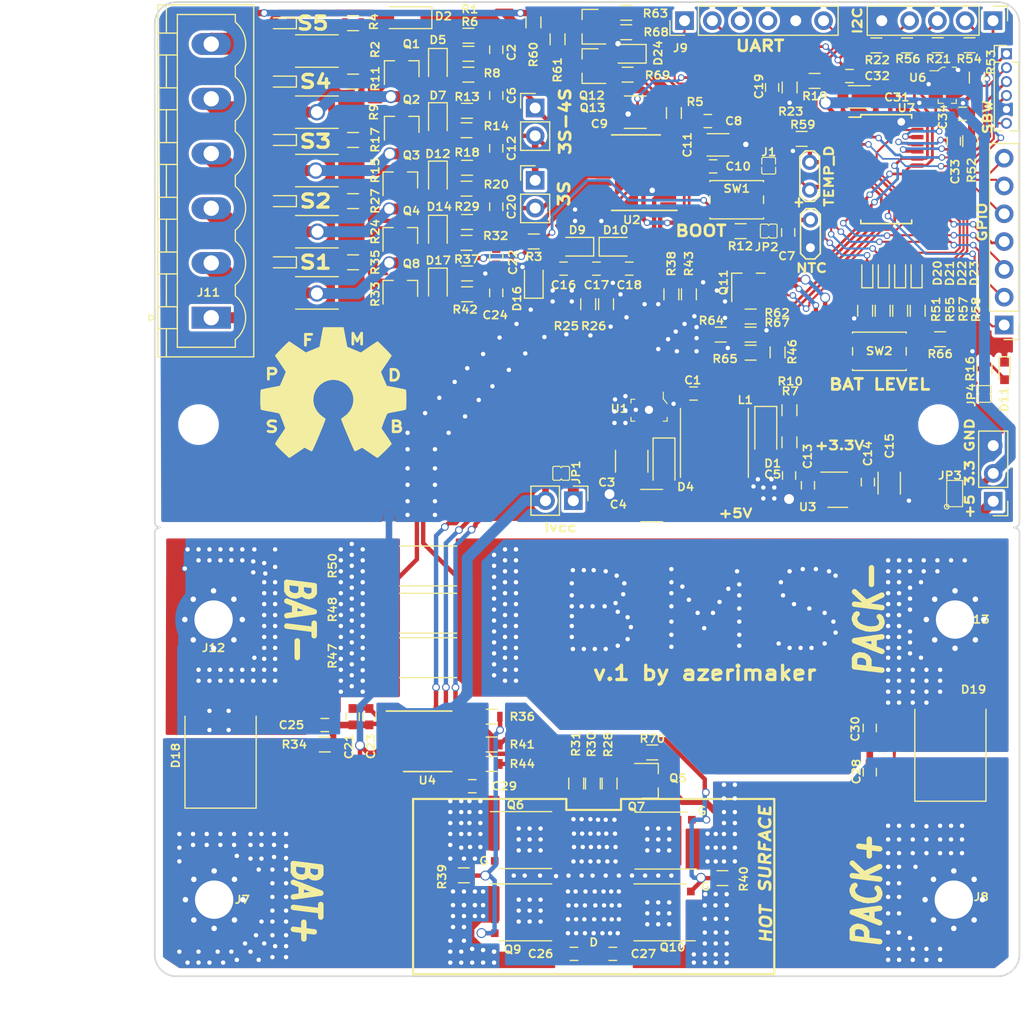
<source format=kicad_pcb>
(kicad_pcb (version 4) (host pcbnew 4.0.7)
  (title_block (title "3-5S Battery Management System  ") (date 2018-01-18) (rev 1.0))
  (layers (0 F.Cu mixed) (31 B.Cu mixed) (34 B.Paste user) (35 F.Paste user) (36 B.SilkS user) (37 F.SilkS user) (38 B.Mask user) (39 F.Mask user) (44 Edge.Cuts user))
  (net 0 "")
  (net 1 "Net-(C1-Pad2)")
  (net 2 "Net-(C1-Pad1)")
  (net 3 /VC4)
  (net 4 /VC5)
  (net 5 "Net-(C3-Pad1)")
  (net 6 GND)
  (net 7 +5V)
  (net 8 /VC3)
  (net 9 /TS1)
  (net 10 "Net-(C8-Pad1)")
  (net 11 "Net-(C9-Pad1)")
  (net 12 "Net-(C10-Pad1)")
  (net 13 REGOUT)
  (net 14 /VC2)
  (net 15 LDO_OUT)
  (net 16 /SRP)
  (net 17 /SRN)
  (net 18 "Net-(C19-Pad1)")
  (net 19 /VC1)
  (net 20 "Net-(C21-Pad2)")
  (net 21 "Net-(C21-Pad1)")
  (net 22 /VC0)
  (net 23 BAT+)
  (net 24 "Net-(C26-Pad1)")
  (net 25 PACK+)
  (net 26 "Net-(C28-Pad2)")
  (net 27 "Net-(C29-Pad2)")
  (net 28 /R_SENSE-)
  (net 29 +3V3)
  (net 30 /SBWTDIO)
  (net 31 /C5)
  (net 32 "Net-(D3-Pad1)")
  (net 33 "Net-(D5-Pad1)")
  (net 34 /C4)
  (net 35 "Net-(D6-Pad1)")
  (net 36 "Net-(D7-Pad1)")
  (net 37 /C3)
  (net 38 "Net-(D8-Pad1)")
  (net 39 "Net-(D11-Pad2)")
  (net 40 "Net-(D12-Pad1)")
  (net 41 /C2)
  (net 42 "Net-(D13-Pad1)")
  (net 43 "Net-(D14-Pad1)")
  (net 44 /C1)
  (net 45 "Net-(D15-Pad1)")
  (net 46 "Net-(D17-Pad1)")
  (net 47 /C0)
  (net 48 GNDPWR)
  (net 49 /LED1)
  (net 50 "Net-(D20-Pad1)")
  (net 51 /LED2)
  (net 52 "Net-(D21-Pad1)")
  (net 53 /LED3)
  (net 54 "Net-(D22-Pad1)")
  (net 55 /LED4)
  (net 56 "Net-(D23-Pad1)")
  (net 57 /PACK_V)
  (net 58 "Net-(J1-Pad1)")
  (net 59 /UCA0TXD)
  (net 60 /UCA0RXD)
  (net 61 /SBWTCK)
  (net 62 "Net-(J14-Pad1)")
  (net 63 "Net-(J14-Pad2)")
  (net 64 "Net-(J14-Pad3)")
  (net 65 /ALERT)
  (net 66 "Net-(J15-Pad1)")
  (net 67 "Net-(J15-Pad2)")
  (net 68 "Net-(J15-Pad3)")
  (net 69 "Net-(J15-Pad4)")
  (net 70 "Net-(J15-Pad5)")
  (net 71 "Net-(J15-Pad6)")
  (net 72 "Net-(J15-Pad7)")
  (net 73 "Net-(JP2-Pad2)")
  (net 74 "Net-(JP4-Pad2)")
  (net 75 "Net-(Q1-Pad3)")
  (net 76 "Net-(Q2-Pad3)")
  (net 77 "Net-(Q3-Pad3)")
  (net 78 "Net-(Q4-Pad3)")
  (net 79 "Net-(Q5-Pad2)")
  (net 80 "Net-(Q8-Pad3)")
  (net 81 /READ_ISENSE)
  (net 82 "Net-(Q11-Pad2)")
  (net 83 "Net-(Q12-Pad1)")
  (net 84 "Net-(Q12-Pad2)")
  (net 85 /READ_PACK_TMP)
  (net 86 "Net-(Q13-Pad3)")
  (net 87 "Net-(R10-Pad1)")
  (net 88 /SCL)
  (net 89 /SDA)
  (net 90 "Net-(Q10-Pad2)")
  (net 91 /G_CHG)
  (net 92 "Net-(R36-Pad2)")
  (net 93 "Net-(R38-Pad1)")
  (net 94 /CHG_EN)
  (net 95 /G_DSG)
  (net 96 "Net-(R41-Pad2)")
  (net 97 "Net-(R43-Pad1)")
  (net 98 /DSG_EN)
  (net 99 "Net-(R46-Pad1)")
  (net 100 /PCHG_EN)
  (net 101 /TMP)
  (net 102 "Net-(R62-Pad1)")
  (net 103 /ISENSE)
  (net 104 "Net-(R66-Pad1)")
  (net 105 "Net-(R66-Pad2)")
  (net 106 /RST)
  (net 107 "Net-(Q5-Pad1)")
  (module Symbols:OSHW-Symbol_13.4x12mm_SilkScreen (layer F.Cu) (at 130.3 83.7)
    (fp_text reference REF*** hide)
    (fp_text value OSHW-Symbol_13.4x12mm_SilkScreen hide)
  )
  (module Capacitors_SMD:C_0603 (layer F.Cu) (at 173.675 92.15 270)
    (fp_text reference C13 (at -2.65 0.025 270) (layer F.SilkS) (effects (font (size 0.7 0.8))))
    (fp_text value 1uF)
    (pad 2 smd rect (at 0.75 0 270) (size 0.8 0.75) (layers F.Cu F.Paste F.Mask) (net 6 GND))
    (pad 1 smd rect (at -0.75 0 270) (size 0.8 0.75) (layers F.Cu F.Paste F.Mask) (net 7 +5V))
  )
  (module Mounting_Holes:MountingHole_3.2mm_M3 (layer F.Cu) (at 185.6 86.6)
    (fp_text reference REF** hide)
    (fp_text value MountingHole_3.2mm_M3)
    (pad 1 np_thru_hole circle (at 0 0) (size 3.2 3.2) (drill 3.2) (layers *.Cu *.Mask))
  )
  (module Capacitors_SMD:C_0603 (layer F.Cu) (at 163.223 83.762)
    (fp_text reference C1 (at -0.073 -1.212 180) (layer F.SilkS) (effects (font (size 0.7 0.8))))
    (fp_text value 100nF)
    (pad 2 smd rect (at 0.75 0) (size 0.8 0.75) (layers F.Cu F.Paste F.Mask) (net 1 "Net-(C1-Pad2)"))
    (pad 1 smd rect (at -0.75 0) (size 0.8 0.75) (layers F.Cu F.Paste F.Mask) (net 2 "Net-(C1-Pad1)"))
  )
  (module Capacitors_SMD:C_0603 (layer F.Cu) (at 145.199 52.355 270)
    (fp_text reference C2 (at 0.242 -1.397 450) (layer F.SilkS) (effects (font (size 0.7 0.8))))
    (fp_text value 100nF)
    (pad 2 smd rect (at 0.75 0 270) (size 0.8 0.75) (layers F.Cu F.Paste F.Mask) (net 3 /VC4))
    (pad 1 smd rect (at -0.75 0 270) (size 0.8 0.75) (layers F.Cu F.Paste F.Mask) (net 4 /VC5))
  )
  (module Capacitors_SMD:C_1210 (layer F.Cu) (at 157.575 89.95 270)
    (fp_text reference C3 (at 1.935 2.28 540) (layer F.SilkS) (effects (font (size 0.7 0.8))))
    (fp_text value 10uF)
    (pad 1 smd rect (at -1.5 0 270) (size 1 2.5) (layers F.Cu F.Paste F.Mask) (net 5 "Net-(C3-Pad1)"))
    (pad 2 smd rect (at 1.5 0 270) (size 1 2.5) (layers F.Cu F.Paste F.Mask) (net 6 GND))
  )
  (module Capacitors_SMD:C_1210 (layer F.Cu) (at 159.4 94 180)
    (fp_text reference C4 (at 3.05 0.1 360) (layer F.SilkS) (effects (font (size 0.7 0.8))))
    (fp_text value 10uF)
    (pad 1 smd rect (at -1.5 0 180) (size 1 2.5) (layers F.Cu F.Paste F.Mask) (net 7 +5V))
    (pad 2 smd rect (at 1.5 0 180) (size 1 2.5) (layers F.Cu F.Paste F.Mask) (net 6 GND))
  )
  (module Capacitors_SMD:C_0603 (layer F.Cu) (at 145.199 56.534 270)
    (fp_text reference C6 (at 0 -1.397 450) (layer F.SilkS) (effects (font (size 0.7 0.8))))
    (fp_text value 100nF)
    (pad 2 smd rect (at 0.75 0 270) (size 0.8 0.75) (layers F.Cu F.Paste F.Mask) (net 8 /VC3))
    (pad 1 smd rect (at -0.75 0 270) (size 0.8 0.75) (layers F.Cu F.Paste F.Mask) (net 3 /VC4))
  )
  (module Capacitors_SMD:C_0603 (layer F.Cu) (at 171.869 69.0435 270)
    (fp_text reference C7 (at 2.159 0.127 540) (layer F.SilkS) (effects (font (size 0.7 0.8))))
    (fp_text value 4.7nF)
    (pad 2 smd rect (at 0.75 0 270) (size 0.8 0.75) (layers F.Cu F.Paste F.Mask) (net 6 GND))
    (pad 1 smd rect (at -0.75 0 270) (size 0.8 0.75) (layers F.Cu F.Paste F.Mask) (net 9 /TS1))
  )
  (module Capacitors_SMD:C_0603 (layer F.Cu) (at 164.5284 58.8708)
    (fp_text reference C8 (at 2.3615 0) (layer F.SilkS) (effects (font (size 0.7 0.8))))
    (fp_text value 1uF)
    (pad 2 smd rect (at 0.75 0) (size 0.8 0.75) (layers F.Cu F.Paste F.Mask) (net 6 GND))
    (pad 1 smd rect (at -0.75 0) (size 0.8 0.75) (layers F.Cu F.Paste F.Mask) (net 10 "Net-(C8-Pad1)"))
  )
  (module Capacitors_SMD:C_1210 (layer F.Cu) (at 157.899 58.058 180)
    (fp_text reference C9 (at 3.2766 -1.0668 360) (layer F.SilkS) (effects (font (size 0.7 0.8))))
    (fp_text value 10uF)
    (pad 1 smd rect (at -1.5 0 180) (size 1 2.5) (layers F.Cu F.Paste F.Mask) (net 11 "Net-(C9-Pad1)"))
    (pad 2 smd rect (at 1.5 0 180) (size 1 2.5) (layers F.Cu F.Paste F.Mask) (net 6 GND))
  )
  (module Capacitors_SMD:C_0603 (layer F.Cu) (at 165.011 63.011)
    (fp_text reference C10 (at 2.289 0) (layer F.SilkS) (effects (font (size 0.7 0.8))))
    (fp_text value 1uF)
    (pad 2 smd rect (at 0.75 0) (size 0.8 0.75) (layers F.Cu F.Paste F.Mask) (net 6 GND))
    (pad 1 smd rect (at -0.75 0) (size 0.8 0.75) (layers F.Cu F.Paste F.Mask) (net 12 "Net-(C10-Pad1)"))
  )
  (module Capacitors_SMD:C_1206 (layer F.Cu) (at 165.4555 61.0425)
    (fp_text reference C11 (at -2.794 0 90) (layer F.SilkS) (effects (font (size 0.7 0.8))))
    (fp_text value 4.7uF)
    (pad 1 smd rect (at -1.5 0) (size 1 1.6) (layers F.Cu F.Paste F.Mask) (net 13 REGOUT))
    (pad 2 smd rect (at 1.5 0) (size 1 1.6) (layers F.Cu F.Paste F.Mask) (net 6 GND))
  )
  (module Capacitors_SMD:C_0603 (layer F.Cu) (at 145.199 61.36 270)
    (fp_text reference C12 (at 0 -1.397 270) (layer F.SilkS) (effects (font (size 0.7 0.8))))
    (fp_text value 100nF)
    (pad 2 smd rect (at 0.75 0 270) (size 0.8 0.75) (layers F.Cu F.Paste F.Mask) (net 14 /VC2))
    (pad 1 smd rect (at -0.75 0 270) (size 0.8 0.75) (layers F.Cu F.Paste F.Mask) (net 8 /VC3))
  )
  (module Capacitors_SMD:C_0603 (layer F.Cu) (at 179.15 91.85 270)
    (fp_text reference C14 (at -2.6 0 270) (layer F.SilkS) (effects (font (size 0.7 0.8))))
    (fp_text value 470pF)
    (pad 2 smd rect (at 0.75 0 270) (size 0.8 0.75) (layers F.Cu F.Paste F.Mask) (net 6 GND))
    (pad 1 smd rect (at -0.75 0 270) (size 0.8 0.75) (layers F.Cu F.Paste F.Mask) (net 15 LDO_OUT))
  )
  (module Capacitors_SMD:C_1206 (layer F.Cu) (at 181.1 91.95 270)
    (fp_text reference C15 (at -3.4 -0.025 450) (layer F.SilkS) (effects (font (size 0.7 0.8))))
    (fp_text value 4.7uF)
    (pad 1 smd rect (at -1.5 0 270) (size 1 1.6) (layers F.Cu F.Paste F.Mask) (net 15 LDO_OUT))
    (pad 2 smd rect (at 1.5 0 270) (size 1 1.6) (layers F.Cu F.Paste F.Mask) (net 6 GND))
  )
  (module Capacitors_SMD:C_0603 (layer F.Cu) (at 151.35 72.35 180)
    (fp_text reference C16 (at 0 -1.5 180) (layer F.SilkS) (effects (font (size 0.7 0.8))))
    (fp_text value 100nF)
    (pad 2 smd rect (at 0.75 0 180) (size 0.8 0.75) (layers F.Cu F.Paste F.Mask) (net 6 GND))
    (pad 1 smd rect (at -0.75 0 180) (size 0.8 0.75) (layers F.Cu F.Paste F.Mask) (net 16 /SRP))
  )
  (module Capacitors_SMD:C_0603 (layer F.Cu) (at 154.3545 72.35 180)
    (fp_text reference C17 (at 0 -1.5 180) (layer F.SilkS) (effects (font (size 0.7 0.8))))
    (fp_text value 100nF)
    (pad 2 smd rect (at 0.75 0 180) (size 0.8 0.75) (layers F.Cu F.Paste F.Mask) (net 16 /SRP))
    (pad 1 smd rect (at -0.75 0 180) (size 0.8 0.75) (layers F.Cu F.Paste F.Mask) (net 17 /SRN))
  )
  (module Capacitors_SMD:C_0603 (layer F.Cu) (at 157.35 72.35 180)
    (fp_text reference C18 (at 0 -1.5 180) (layer F.SilkS) (effects (font (size 0.7 0.8))))
    (fp_text value 100nF)
    (pad 2 smd rect (at 0.75 0 180) (size 0.8 0.75) (layers F.Cu F.Paste F.Mask) (net 17 /SRN))
    (pad 1 smd rect (at -0.75 0 180) (size 0.8 0.75) (layers F.Cu F.Paste F.Mask) (net 6 GND))
  )
  (module Capacitors_SMD:C_0603 (layer F.Cu) (at 170.4 55.8 270)
    (fp_text reference C19 (at -0.1 1.2 450) (layer F.SilkS) (effects (font (size 0.7 0.8))))
    (fp_text value 470pF)
    (pad 2 smd rect (at 0.75 0 270) (size 0.8 0.75) (layers F.Cu F.Paste F.Mask) (net 6 GND))
    (pad 1 smd rect (at -0.75 0 270) (size 0.8 0.75) (layers F.Cu F.Paste F.Mask) (net 18 "Net-(C19-Pad1)"))
  )
  (module Capacitors_SMD:C_0603 (layer F.Cu) (at 145.199 66.694 270)
    (fp_text reference C20 (at 0 -1.397 450) (layer F.SilkS) (effects (font (size 0.7 0.8))))
    (fp_text value 100nF)
    (pad 2 smd rect (at 0.75 0 270) (size 0.8 0.75) (layers F.Cu F.Paste F.Mask) (net 19 /VC1))
    (pad 1 smd rect (at -0.75 0 270) (size 0.8 0.75) (layers F.Cu F.Paste F.Mask) (net 14 /VC2))
  )
  (module Capacitors_SMD:C_0603 (layer F.Cu) (at 132.08 113.284 270)
    (fp_text reference C21 (at 2.716 0.33 270) (layer F.SilkS) (effects (font (size 0.7 0.8))))
    (fp_text value 220nF)
    (pad 2 smd rect (at 0.75 0 270) (size 0.8 0.75) (layers F.Cu F.Paste F.Mask) (net 20 "Net-(C21-Pad2)"))
    (pad 1 smd rect (at -0.75 0 270) (size 0.8 0.75) (layers F.Cu F.Paste F.Mask) (net 21 "Net-(C21-Pad1)"))
  )
  (module Capacitors_SMD:C_0603 (layer F.Cu) (at 145.199 71.266 270)
    (fp_text reference C22 (at 0.508 -1.524 270) (layer F.SilkS) (effects (font (size 0.7 0.8))))
    (fp_text value 100nF)
    (pad 2 smd rect (at 0.75 0 270) (size 0.8 0.75) (layers F.Cu F.Paste F.Mask) (net 6 GND))
    (pad 1 smd rect (at -0.75 0 270) (size 0.8 0.75) (layers F.Cu F.Paste F.Mask) (net 19 /VC1))
  )
  (module Capacitors_SMD:C_0603 (layer F.Cu) (at 133.604 113.284 270)
    (fp_text reference C23 (at 2.716 -0.146 270) (layer F.SilkS) (effects (font (size 0.7 0.8))))
    (fp_text value 47nF)
    (pad 2 smd rect (at 0.75 0 270) (size 0.8 0.75) (layers F.Cu F.Paste F.Mask) (net 20 "Net-(C21-Pad2)"))
    (pad 1 smd rect (at -0.75 0 270) (size 0.8 0.75) (layers F.Cu F.Paste F.Mask) (net 21 "Net-(C21-Pad1)"))
  )
  (module Capacitors_SMD:C_0603 (layer F.Cu) (at 145.199 74.568 270)
    (fp_text reference C24 (at 2.032 0.099 360) (layer F.SilkS) (effects (font (size 0.7 0.8))))
    (fp_text value 100nF)
    (pad 2 smd rect (at 0.75 0 270) (size 0.8 0.75) (layers F.Cu F.Paste F.Mask) (net 22 /VC0))
    (pad 1 smd rect (at -0.75 0 270) (size 0.8 0.75) (layers F.Cu F.Paste F.Mask) (net 6 GND))
  )
  (module Capacitors_SMD:C_0603 (layer F.Cu) (at 129.54 114.046)
    (fp_text reference C25 (at -3.048 0) (layer F.SilkS) (effects (font (size 0.7 0.8))))
    (fp_text value 10nF)
    (pad 2 smd rect (at 0.75 0) (size 0.8 0.75) (layers F.Cu F.Paste F.Mask) (net 20 "Net-(C21-Pad2)"))
    (pad 1 smd rect (at -0.75 0) (size 0.8 0.75) (layers F.Cu F.Paste F.Mask) (net 48 GNDPWR))
  )
  (module Capacitors_SMD:C_0603 (layer F.Cu) (at 152.3 134.95 180)
    (fp_text reference C26 (at 3.048 0 180) (layer F.SilkS) (effects (font (size 0.7 0.8))))
    (fp_text value 0.1uF)
    (pad 2 smd rect (at 0.75 0 180) (size 0.8 0.75) (layers F.Cu F.Paste F.Mask) (net 23 BAT+))
    (pad 1 smd rect (at -0.75 0 180) (size 0.8 0.75) (layers F.Cu F.Paste F.Mask) (net 24 "Net-(C26-Pad1)"))
  )
  (module Capacitors_SMD:C_0603 (layer F.Cu) (at 155.85 134.95 180)
    (fp_text reference C27 (at -2.794 0 180) (layer F.SilkS) (effects (font (size 0.7 0.8))))
    (fp_text value 0.1uF)
    (pad 2 smd rect (at 0.75 0 180) (size 0.8 0.75) (layers F.Cu F.Paste F.Mask) (net 24 "Net-(C26-Pad1)"))
    (pad 1 smd rect (at -0.75 0 180) (size 0.8 0.75) (layers F.Cu F.Paste F.Mask) (net 25 PACK+))
  )
  (module Capacitors_SMD:C_0603 (layer F.Cu) (at 179.324 118.352 90)
    (fp_text reference C28 (at 0.052 -1.224 270) (layer F.SilkS) (effects (font (size 0.7 0.8))))
    (fp_text value 100nF)
    (pad 2 smd rect (at 0.75 0 90) (size 0.8 0.75) (layers F.Cu F.Paste F.Mask) (net 26 "Net-(C28-Pad2)"))
    (pad 1 smd rect (at -0.75 0 90) (size 0.8 0.75) (layers F.Cu F.Paste F.Mask) (net 25 PACK+))
  )
  (module Capacitors_SMD:C_0603 (layer F.Cu) (at 143.014 119.634)
    (fp_text reference C29 (at 2.921 0) (layer F.SilkS) (effects (font (size 0.7 0.8))))
    (fp_text value 10nF)
    (pad 2 smd rect (at 0.75 0) (size 0.8 0.75) (layers F.Cu F.Paste F.Mask) (net 27 "Net-(C29-Pad2)"))
    (pad 1 smd rect (at -0.75 0) (size 0.8 0.75) (layers F.Cu F.Paste F.Mask) (net 48 GNDPWR))
  )
  (module Capacitors_SMD:C_0603 (layer F.Cu) (at 179.324 114.312 90)
    (fp_text reference C30 (at -0.088 -1.324 270) (layer F.SilkS) (effects (font (size 0.7 0.8))))
    (fp_text value 100nF)
    (pad 2 smd rect (at 0.75 0 90) (size 0.8 0.75) (layers F.Cu F.Paste F.Mask) (net 28 /R_SENSE-))
    (pad 1 smd rect (at -0.75 0 90) (size 0.8 0.75) (layers F.Cu F.Paste F.Mask) (net 26 "Net-(C28-Pad2)"))
  )
  (module Capacitors_SMD:C_1206 (layer F.Cu) (at 178.37 56.661 180)
    (fp_text reference C31 (at -3.43 -0.039 180) (layer F.SilkS) (effects (font (size 0.7 0.8))))
    (fp_text value 4.7uF)
    (pad 1 smd rect (at -1.5 0 180) (size 1 1.6) (layers F.Cu F.Paste F.Mask) (net 6 GND))
    (pad 2 smd rect (at 1.5 0 180) (size 1 1.6) (layers F.Cu F.Paste F.Mask) (net 29 +3V3))
  )
  (module Capacitors_SMD:C_0603 (layer F.Cu) (at 177.469 54.756)
    (fp_text reference C32 (at 2.531 0) (layer F.SilkS) (effects (font (size 0.7 0.8))))
    (fp_text value 100nF)
    (pad 2 smd rect (at 0.75 0) (size 0.8 0.75) (layers F.Cu F.Paste F.Mask) (net 6 GND))
    (pad 1 smd rect (at -0.75 0) (size 0.8 0.75) (layers F.Cu F.Paste F.Mask) (net 29 +3V3))
  )
  (module Capacitors_SMD:C_0603 (layer F.Cu) (at 187 60.7 90)
    (fp_text reference C33 (at -2.794 0.127 270) (layer F.SilkS) (effects (font (size 0.7 0.8))))
    (fp_text value 2.2nF)
    (pad 2 smd rect (at 0.75 0 90) (size 0.8 0.75) (layers F.Cu F.Paste F.Mask) (net 6 GND))
    (pad 1 smd rect (at -0.75 0 90) (size 0.8 0.75) (layers F.Cu F.Paste F.Mask) (net 30 /SBWTDIO))
  )
  (module Capacitors_SMD:C_0603 (layer F.Cu) (at 187.8 58.2 180)
    (fp_text reference C34 (at 1.8 -0.3 270) (layer F.SilkS) (effects (font (size 0.7 0.8))))
    (fp_text value 100nF)
    (pad 2 smd rect (at 0.75 0 180) (size 0.8 0.75) (layers F.Cu F.Paste F.Mask) (net 6 GND))
    (pad 1 smd rect (at -0.75 0 180) (size 0.8 0.75) (layers F.Cu F.Paste F.Mask) (net 29 +3V3))
  )
  (module Diodes_SMD:D_SOD-123 (layer F.Cu) (at 169.827 87.192 270)
    (fp_text reference D1 (at 2.958 -0.623 360) (layer F.SilkS) (effects (font (size 0.7 0.8))))
    (fp_text value 1N4148W-7-F)
    (pad 1 smd rect (at -1.65 0 270) (size 0.9 1.2) (layers F.Cu F.Paste F.Mask) (net 2 "Net-(C1-Pad1)"))
    (pad 2 smd rect (at 1.65 0 270) (size 0.9 1.2) (layers F.Cu F.Paste F.Mask) (net 7 +5V))
  )
  (module Diodes_SMD:D_SOD-123 (layer F.Cu) (at 137.07 49.422 180)
    (fp_text reference D2 (at -3.303 0.127 180) (layer F.SilkS) (effects (font (size 0.7 0.8))))
    (fp_text value 1N4148W-7-F)
    (pad 1 smd rect (at -1.65 0 180) (size 0.9 1.2) (layers F.Cu F.Paste F.Mask) (net 11 "Net-(C9-Pad1)"))
    (pad 2 smd rect (at 1.65 0 180) (size 0.9 1.2) (layers F.Cu F.Paste F.Mask) (net 31 /C5))
  )
  (module LEDs:LED_0603 (layer F.Cu) (at 125.641 49.93 180)
    (fp_text reference D3 hide)
    (fp_text value "Cell 5")
    (pad 2 smd rect (at 0.8 0) (size 0.8 0.8) (layers F.Cu F.Paste F.Mask) (net 31 /C5))
    (pad 1 smd rect (at -0.8 0) (size 0.8 0.8) (layers F.Cu F.Paste F.Mask) (net 32 "Net-(D3-Pad1)"))
  )
  (module Diodes_SMD:D_SOD-123F (layer F.Cu) (at 160.525 90.025 270)
    (fp_text reference D4 (at 2.27 -1.97 360) (layer F.SilkS) (effects (font (size 0.7 0.8))))
    (fp_text value DB2W40300L)
    (pad 1 smd rect (at -1.4 0 270) (size 1.1 1.1) (layers F.Cu F.Paste F.Mask) (net 1 "Net-(C1-Pad2)"))
    (pad 2 smd rect (at 1.4 0 270) (size 1.1 1.1) (layers F.Cu F.Paste F.Mask) (net 6 GND))
  )
  (module Diodes_SMD:D_SOD-323 (layer F.Cu) (at 139.865 53.74 270)
    (fp_text reference D5 (at -2.286 0 540) (layer F.SilkS) (effects (font (size 0.7 0.8))))
    (fp_text value 5.6V)
    (pad 1 smd rect (at -1.05 0 270) (size 0.6 0.45) (layers F.Cu F.Paste F.Mask) (net 33 "Net-(D5-Pad1)"))
    (pad 2 smd rect (at 1.05 0 270) (size 0.6 0.45) (layers F.Cu F.Paste F.Mask) (net 34 /C4))
  )
  (module LEDs:LED_0603 (layer F.Cu) (at 125.641 55.264 180)
    (fp_text reference D6 hide)
    (fp_text value "Cell 4")
    (pad 2 smd rect (at 0.8 0) (size 0.8 0.8) (layers F.Cu F.Paste F.Mask) (net 34 /C4))
    (pad 1 smd rect (at -0.8 0) (size 0.8 0.8) (layers F.Cu F.Paste F.Mask) (net 35 "Net-(D6-Pad1)"))
  )
  (module Diodes_SMD:D_SOD-323 (layer F.Cu) (at 139.865 58.693 270)
    (fp_text reference D7 (at -2.159 0 360) (layer F.SilkS) (effects (font (size 0.7 0.8))))
    (fp_text value 5.6V)
    (pad 1 smd rect (at -1.05 0 270) (size 0.6 0.45) (layers F.Cu F.Paste F.Mask) (net 36 "Net-(D7-Pad1)"))
    (pad 2 smd rect (at 1.05 0 270) (size 0.6 0.45) (layers F.Cu F.Paste F.Mask) (net 37 /C3))
  )
  (module LEDs:LED_0603 (layer F.Cu) (at 125.641 60.598 180)
    (fp_text reference D8 hide)
    (fp_text value "Cell 3")
    (pad 2 smd rect (at 0.8 0) (size 0.8 0.8) (layers F.Cu F.Paste F.Mask) (net 37 /C3))
    (pad 1 smd rect (at -0.8 0) (size 0.8 0.8) (layers F.Cu F.Paste F.Mask) (net 38 "Net-(D8-Pad1)"))
  )
  (module Diodes_SMD:D_SOD-323 (layer F.Cu) (at 152.6 70.35 180)
    (fp_text reference D9 (at 0 1.524 180) (layer F.SilkS) (effects (font (size 0.7 0.8))))
    (fp_text value 3.3V)
    (pad 1 smd rect (at -1.05 0 180) (size 0.6 0.45) (layers F.Cu F.Paste F.Mask) (net 16 /SRP))
    (pad 2 smd rect (at 1.05 0 180) (size 0.6 0.45) (layers F.Cu F.Paste F.Mask) (net 6 GND))
  )
  (module Diodes_SMD:D_SOD-323 (layer F.Cu) (at 156.1 70.35)
    (fp_text reference D10 (at 0 -1.524) (layer F.SilkS) (effects (font (size 0.7 0.8))))
    (fp_text value 3.3V)
    (pad 1 smd rect (at -1.05 0) (size 0.6 0.45) (layers F.Cu F.Paste F.Mask) (net 17 /SRN))
    (pad 2 smd rect (at 1.05 0) (size 0.6 0.45) (layers F.Cu F.Paste F.Mask) (net 6 GND))
  )
  (module LEDs:LED_0603 (layer F.Cu) (at 191.635 81.7 270)
    (fp_text reference D11 (at 2.6 0.035 270) (layer F.SilkS) (effects (font (size 0.7 0.8))))
    (fp_text value GREEN)
    (pad 2 smd rect (at 0.8 0 90) (size 0.8 0.8) (layers F.Cu F.Paste F.Mask) (net 39 "Net-(D11-Pad2)"))
    (pad 1 smd rect (at -0.8 0 90) (size 0.8 0.8) (layers F.Cu F.Paste F.Mask) (net 6 GND))
  )
  (module Diodes_SMD:D_SOD-323 (layer F.Cu) (at 139.865 64.027 270)
    (fp_text reference D12 (at -2.159 0 360) (layer F.SilkS) (effects (font (size 0.7 0.8))))
    (fp_text value 5.6V)
    (pad 1 smd rect (at -1.05 0 270) (size 0.6 0.45) (layers F.Cu F.Paste F.Mask) (net 40 "Net-(D12-Pad1)"))
    (pad 2 smd rect (at 1.05 0 270) (size 0.6 0.45) (layers F.Cu F.Paste F.Mask) (net 41 /C2))
  )
  (module LEDs:LED_0603 (layer F.Cu) (at 125.641 66.186 180)
    (fp_text reference D13 hide)
    (fp_text value "Cell 2")
    (pad 2 smd rect (at 0.8 0) (size 0.8 0.8) (layers F.Cu F.Paste F.Mask) (net 41 /C2))
    (pad 1 smd rect (at -0.8 0) (size 0.8 0.8) (layers F.Cu F.Paste F.Mask) (net 42 "Net-(D13-Pad1)"))
  )
  (module Diodes_SMD:D_SOD-323 (layer F.Cu) (at 139.865 68.98 270)
    (fp_text reference D14 (at -2.286 -0.127 360) (layer F.SilkS) (effects (font (size 0.7 0.8))))
    (fp_text value 5.6V)
    (pad 1 smd rect (at -1.05 0 270) (size 0.6 0.45) (layers F.Cu F.Paste F.Mask) (net 43 "Net-(D14-Pad1)"))
    (pad 2 smd rect (at 1.05 0 270) (size 0.6 0.45) (layers F.Cu F.Paste F.Mask) (net 44 /C1))
  )
  (module LEDs:LED_0603 (layer F.Cu) (at 125.641 71.774 180)
    (fp_text reference D15 hide)
    (fp_text value "Cell 1")
    (pad 2 smd rect (at 0.8 0) (size 0.8 0.8) (layers F.Cu F.Paste F.Mask) (net 44 /C1))
    (pad 1 smd rect (at -0.8 0) (size 0.8 0.8) (layers F.Cu F.Paste F.Mask) (net 45 "Net-(D15-Pad1)"))
  )
  (module Diodes_SMD:D_SOD-323 (layer F.Cu) (at 148.628 73.552 90)
    (fp_text reference D16 (at -1.548 -1.528 270) (layer F.SilkS) (effects (font (size 0.7 0.8))))
    (fp_text value 3.3V)
    (pad 1 smd rect (at -1.05 0 90) (size 0.6 0.45) (layers F.Cu F.Paste F.Mask) (net 22 /VC0))
    (pad 2 smd rect (at 1.05 0 90) (size 0.6 0.45) (layers F.Cu F.Paste F.Mask) (net 6 GND))
  )
  (module Diodes_SMD:D_SOD-323 (layer F.Cu) (at 139.865 73.806 270)
    (fp_text reference D17 (at -2.206 -0.035 360) (layer F.SilkS) (effects (font (size 0.7 0.8))))
    (fp_text value 5.6V)
    (pad 1 smd rect (at -1.05 0 270) (size 0.6 0.45) (layers F.Cu F.Paste F.Mask) (net 46 "Net-(D17-Pad1)"))
    (pad 2 smd rect (at 1.05 0 270) (size 0.6 0.45) (layers F.Cu F.Paste F.Mask) (net 47 /C0))
  )
  (module Diodes_SMD:D_SMC (layer F.Cu) (at 120.015 116.84 90)
    (fp_text reference D18 (at 0 -4.1 90) (layer F.SilkS) (effects (font (size 0.7 0.8))))
    (fp_text value SMCJ26A)
    (pad 1 smd rect (at -3.4 0 180) (size 3.3 2.5) (layers F.Cu F.Paste F.Mask) (net 23 BAT+))
    (pad 2 smd rect (at 3.4 0 180) (size 3.3 2.5) (layers F.Cu F.Paste F.Mask) (net 48 GNDPWR))
  )
  (module Diodes_SMD:D_SMC (layer F.Cu) (at 186.69 116.205 90)
    (fp_text reference D19 (at 5.405 2.11 180) (layer F.SilkS) (effects (font (size 0.7 0.8))))
    (fp_text value SMCJ26A)
    (pad 1 smd rect (at -3.4 0 180) (size 3.3 2.5) (layers F.Cu F.Paste F.Mask) (net 25 PACK+))
    (pad 2 smd rect (at 3.4 0 180) (size 3.3 2.5) (layers F.Cu F.Paste F.Mask) (net 28 /R_SENSE-))
  )
  (module LEDs:LED_0603 (layer F.Cu) (at 179.1 72.8 90)
    (fp_text reference D20 (at 0.038 6.414125 90) (layer F.SilkS) (effects (font (size 0.7 0.8))))
    (fp_text value Blue)
    (pad 2 smd rect (at 0.8 0 270) (size 0.8 0.8) (layers F.Cu F.Paste F.Mask) (net 49 /LED1))
    (pad 1 smd rect (at -0.8 0 270) (size 0.8 0.8) (layers F.Cu F.Paste F.Mask) (net 50 "Net-(D20-Pad1)"))
  )
  (module LEDs:LED_0603 (layer F.Cu) (at 180.6 72.8 90)
    (fp_text reference D21 (at 0.012581 6.033125 90) (layer F.SilkS) (effects (font (size 0.7 0.8))))
    (fp_text value Blue)
    (pad 2 smd rect (at 0.8 0 270) (size 0.8 0.8) (layers F.Cu F.Paste F.Mask) (net 51 /LED2))
    (pad 1 smd rect (at -0.8 0 270) (size 0.8 0.8) (layers F.Cu F.Paste F.Mask) (net 52 "Net-(D21-Pad1)"))
  )
  (module LEDs:LED_0603 (layer F.Cu) (at 182.1 72.8 90)
    (fp_text reference D22 (at 0.012581 5.652125 90) (layer F.SilkS) (effects (font (size 0.7 0.8))))
    (fp_text value Blue)
    (pad 2 smd rect (at 0.8 0 270) (size 0.8 0.8) (layers F.Cu F.Paste F.Mask) (net 53 /LED3))
    (pad 1 smd rect (at -0.8 0 270) (size 0.8 0.8) (layers F.Cu F.Paste F.Mask) (net 54 "Net-(D22-Pad1)"))
  )
  (module LEDs:LED_0603 (layer F.Cu) (at 183.6 72.8 90)
    (fp_text reference D23 (at 0.012581 5.271125 90) (layer F.SilkS) (effects (font (size 0.7 0.8))))
    (fp_text value Blue)
    (pad 2 smd rect (at 0.8 0 270) (size 0.8 0.8) (layers F.Cu F.Paste F.Mask) (net 55 /LED4))
    (pad 1 smd rect (at -0.8 0 270) (size 0.8 0.8) (layers F.Cu F.Paste F.Mask) (net 56 "Net-(D23-Pad1)"))
  )
  (module Diodes_SMD:D_SOD-323 (layer F.Cu) (at 157.391 52.724 180)
    (fp_text reference D24 (at -2.6035 0.0635 270) (layer F.SilkS) (effects (font (size 0.7 0.8))))
    (fp_text value 3.3V)
    (pad 1 smd rect (at -1.05 0 180) (size 0.6 0.45) (layers F.Cu F.Paste F.Mask) (net 57 /PACK_V))
    (pad 2 smd rect (at 1.05 0 180) (size 0.6 0.45) (layers F.Cu F.Paste F.Mask) (net 6 GND))
  )
  (module SH_Shielding_Protection:Spark_Gap_1.65x1.1 (layer F.Cu) (at 181.564 115.836 90)
    (fp_text reference E1 hide)
    (fp_text value SPARK_GAP hide)
    (pad 1 smd rect (at -0.45 0 135) (size 0.282843 0.282843) (layers F.Cu F.Paste F.Mask) (net 25 PACK+))
    (pad 1 smd rect (at -0.3 0 135) (size 0.282843 0.282843) (layers F.Cu F.Paste F.Mask) (net 25 PACK+))
    (pad 1 smd rect (at -0.15 0 135) (size 0.282843 0.282843) (layers F.Cu F.Paste F.Mask) (net 25 PACK+))
    (pad 1 smd rect (at 0 0 135) (size 0.282843 0.282843) (layers F.Cu F.Paste F.Mask) (net 25 PACK+))
    (pad 1 smd rect (at 0.15 0 135) (size 0.282843 0.282843) (layers F.Cu F.Paste F.Mask) (net 25 PACK+))
    (pad 1 smd rect (at 0.3 0 135) (size 0.282843 0.282843) (layers F.Cu F.Paste F.Mask) (net 25 PACK+))
    (pad 1 smd rect (at 0.45 0 135) (size 0.282843 0.282843) (layers F.Cu F.Paste F.Mask) (net 25 PACK+))
    (pad 2 smd oval (at 0.05 -0.45 90) (size 1.3 0.2) (layers F.Cu F.Paste F.Mask) (net 28 /R_SENSE-))
    (pad 2 smd oval (at 0.75 -0.3 135) (size 0.2 0.6) (layers F.Cu F.Paste F.Mask) (net 28 /R_SENSE-))
    (pad 2 smd oval (at 0.05 0.45 90) (size 1.3 0.2) (layers F.Cu F.Paste F.Mask) (net 28 /R_SENSE-))
    (pad 2 smd oval (at 0.9 0 90) (size 0.2 0.5) (layers F.Cu F.Paste F.Mask) (net 28 /R_SENSE-))
    (pad 2 smd oval (at 0.75 0.3 225) (size 0.2 0.6) (layers F.Cu F.Paste F.Mask) (net 28 /R_SENSE-))
    (pad 1 smd rect (at 0.15 0 90) (size 0.8 0.2) (layers F.Cu F.Mask) (net 25 PACK+))
  )
  (module Pin_Headers:Pin_Header_Straight_1x02_Pitch2.54mm (layer F.Cu) (at 152.24 93.55 270)
    (fp_text reference J2 hide)
    (fp_text value Vcc_current)
    (pad 1 thru_hole rect (at 0 0 270) (size 1.7 1.7) (drill 1) (layers *.Cu *.Mask) (net 5 "Net-(C3-Pad1)"))
    (pad 2 thru_hole oval (at 0 2.54 270) (size 1.7 1.7) (drill 1) (layers *.Cu *.Mask) (net 23 BAT+))
  )
  (module Measurement_Points:Test_Point_2Pads (layer F.Cu) (at 173.901 67.9005 270)
    (fp_text reference J3 hide)
    (fp_text value Thermistor)
    (pad 1 thru_hole circle (at 0 0 270) (size 1.4 1.4) (drill 0.8128) (layers *.Cu *.Mask) (net 9 /TS1))
    (pad 2 thru_hole circle (at 2.54 0 270) (size 1.4 1.4) (drill 0.8128) (layers *.Cu *.Mask) (net 6 GND))
  )
  (module Pin_Headers:Pin_Header_Straight_1x02_Pitch2.54mm (layer F.Cu) (at 148.755 57.677)
    (fp_text reference J4 hide)
    (fp_text value 3-4S)
    (pad 1 thru_hole rect (at 0 0) (size 1.7 1.7) (drill 1) (layers *.Cu *.Mask) (net 3 /VC4))
    (pad 2 thru_hole oval (at 0 2.54) (size 1.7 1.7) (drill 1) (layers *.Cu *.Mask) (net 8 /VC3))
  )
  (module Pin_Headers:Pin_Header_Straight_1x02_Pitch2.54mm (layer F.Cu) (at 148.755 64.281)
    (fp_text reference J5 hide)
    (fp_text value 3S)
    (pad 1 thru_hole rect (at 0 0) (size 1.7 1.7) (drill 1) (layers *.Cu *.Mask) (net 8 /VC3))
    (pad 2 thru_hole oval (at 0 2.54) (size 1.7 1.7) (drill 1) (layers *.Cu *.Mask) (net 14 /VC2))
  )
  (module Pin_Headers:Pin_Header_Straight_1x03_Pitch2.54mm (layer F.Cu) (at 190.6 93.6 180)
    (fp_text reference J6 hide)
    (fp_text value VCC)
    (pad 1 thru_hole rect (at 0 0 180) (size 1.7 1.7) (drill 1) (layers *.Cu *.Mask) (net 7 +5V))
    (pad 2 thru_hole oval (at 0 2.54 180) (size 1.7 1.7) (drill 1) (layers *.Cu *.Mask) (net 29 +3V3))
    (pad 3 thru_hole oval (at 0 5.08 180) (size 1.7 1.7) (drill 1) (layers *.Cu *.Mask) (net 6 GND))
  )
  (module Mounting_Holes:MountingHole_3.5mm_Pad_Via (layer F.Cu) (at 119.428845 130)
    (fp_text reference J7 (at 2.571155 0) (layer F.SilkS) (effects (font (size 0.7 0.8))))
    (fp_text value BATT+)
    (pad 1 thru_hole circle (at 0 0) (size 7 7) (drill 3.5) (layers *.Cu *.Mask) (net 23 BAT+))
    (pad "" thru_hole circle (at 2.625 0) (size 0.8 0.8) (drill 0.5) (layers *.Cu *.Mask))
    (pad "" thru_hole circle (at 1.856155 1.856155) (size 0.8 0.8) (drill 0.5) (layers *.Cu *.Mask))
    (pad "" thru_hole circle (at 0 2.625) (size 0.8 0.8) (drill 0.5) (layers *.Cu *.Mask))
    (pad "" thru_hole circle (at -1.856155 1.856155) (size 0.8 0.8) (drill 0.5) (layers *.Cu *.Mask))
    (pad "" thru_hole circle (at -2.625 0) (size 0.8 0.8) (drill 0.5) (layers *.Cu *.Mask))
    (pad "" thru_hole circle (at -1.856155 -1.856155) (size 0.8 0.8) (drill 0.5) (layers *.Cu *.Mask))
    (pad "" thru_hole circle (at 0 -2.625) (size 0.8 0.8) (drill 0.5) (layers *.Cu *.Mask))
    (pad "" thru_hole circle (at 1.856155 -1.856155) (size 0.8 0.8) (drill 0.5) (layers *.Cu *.Mask))
  )
  (module Mounting_Holes:MountingHole_3.5mm_Pad_Via (layer F.Cu) (at 187 130)
    (fp_text reference J8 (at 2.5 -0.25) (layer F.SilkS) (effects (font (size 0.7 0.8))))
    (fp_text value PACK+)
    (pad 1 thru_hole circle (at 0 0) (size 7 7) (drill 3.5) (layers *.Cu *.Mask) (net 25 PACK+))
    (pad "" thru_hole circle (at 2.625 0) (size 0.8 0.8) (drill 0.5) (layers *.Cu *.Mask))
    (pad "" thru_hole circle (at 1.856155 1.856155) (size 0.8 0.8) (drill 0.5) (layers *.Cu *.Mask))
    (pad "" thru_hole circle (at 0 2.625) (size 0.8 0.8) (drill 0.5) (layers *.Cu *.Mask))
    (pad "" thru_hole circle (at -1.856155 1.856155) (size 0.8 0.8) (drill 0.5) (layers *.Cu *.Mask))
    (pad "" thru_hole circle (at -2.625 0) (size 0.8 0.8) (drill 0.5) (layers *.Cu *.Mask))
    (pad "" thru_hole circle (at -1.856155 -1.856155) (size 0.8 0.8) (drill 0.5) (layers *.Cu *.Mask))
    (pad "" thru_hole circle (at 0 -2.625) (size 0.8 0.8) (drill 0.5) (layers *.Cu *.Mask))
    (pad "" thru_hole circle (at 1.856155 -1.856155) (size 0.8 0.8) (drill 0.5) (layers *.Cu *.Mask))
  )
  (module Pin_Headers:Pin_Header_Straight_1x06_Pitch2.54mm (layer F.Cu) (at 162.4 49.7 90)
    (fp_text reference J9 (at -2.5 -0.38 180) (layer F.SilkS) (effects (font (size 0.7 0.8))))
    (fp_text value UART)
    (pad 1 thru_hole rect (at 0 0 90) (size 1.7 1.7) (drill 1) (layers *.Cu *.Mask) (net 59 /UCA0TXD))
    (pad 2 thru_hole oval (at 0 2.54 90) (size 1.7 1.7) (drill 1) (layers *.Cu *.Mask) (net 29 +3V3))
    (pad 3 thru_hole oval (at 0 5.08 90) (size 1.7 1.7) (drill 1) (layers *.Cu *.Mask))
    (pad 4 thru_hole oval (at 0 7.62 90) (size 1.7 1.7) (drill 1) (layers *.Cu *.Mask))
    (pad 5 thru_hole oval (at 0 10.16 90) (size 1.7 1.7) (drill 1) (layers *.Cu *.Mask) (net 6 GND))
    (pad 6 thru_hole oval (at 0 12.7 90) (size 1.7 1.7) (drill 1) (layers *.Cu *.Mask) (net 60 /UCA0RXD))
  )
  (module Pin_Headers:Pin_Header_Straight_1x06_Pitch1.27mm (layer F.Cu) (at 191.808 52.724)
    (fp_text reference J10 hide)
    (fp_text value SBW)
    (pad 1 thru_hole rect (at 0 0) (size 1 1) (drill 0.65) (layers *.Cu *.Mask) (net 59 /UCA0TXD))
    (pad 2 thru_hole oval (at 0 1.27) (size 1 1) (drill 0.65) (layers *.Cu *.Mask) (net 29 +3V3))
    (pad 3 thru_hole oval (at 0 2.54) (size 1 1) (drill 0.65) (layers *.Cu *.Mask) (net 61 /SBWTCK))
    (pad 4 thru_hole oval (at 0 3.81) (size 1 1) (drill 0.65) (layers *.Cu *.Mask) (net 30 /SBWTDIO))
    (pad 5 thru_hole oval (at 0 5.08) (size 1 1) (drill 0.65) (layers *.Cu *.Mask) (net 6 GND))
    (pad 6 thru_hole oval (at 0 6.35) (size 1 1) (drill 0.65) (layers *.Cu *.Mask) (net 60 /UCA0RXD))
  )
  (module Connectors_Phoenix:PhoenixContact_MSTBVA-G_06x5.00mm_Vertical (layer F.Cu) (at 119.164 76.835 90)
    (fp_text reference J11 (at 2.3 -0.254 180) (layer F.SilkS) (effects (font (size 0.7 0.8))))
    (fp_text value "Balance Terminal")
    (pad 1 thru_hole rect (at 0 0 90) (size 2 3.6) (drill 1.4) (layers *.Cu *.Mask) (net 47 /C0))
    (pad 2 thru_hole oval (at 5 0 90) (size 2 3.6) (drill 1.4) (layers *.Cu *.Mask) (net 44 /C1))
    (pad 3 thru_hole oval (at 10 0 90) (size 2 3.6) (drill 1.4) (layers *.Cu *.Mask) (net 41 /C2))
    (pad 4 thru_hole oval (at 15 0 90) (size 2 3.6) (drill 1.4) (layers *.Cu *.Mask) (net 37 /C3))
    (pad 5 thru_hole oval (at 20 0 90) (size 2 3.6) (drill 1.4) (layers *.Cu *.Mask) (net 34 /C4))
    (pad 6 thru_hole oval (at 25 0 90) (size 2 3.6) (drill 1.4) (layers *.Cu *.Mask) (net 31 /C5))
  )
  (module Mounting_Holes:MountingHole_3.5mm_Pad_Via (layer F.Cu) (at 119.375 104.41)
    (fp_text reference J12 (at 0 2.59) (layer F.SilkS) (effects (font (size 0.7 0.8))))
    (fp_text value BATT-)
    (pad 1 thru_hole circle (at 0 0) (size 7 7) (drill 3.5) (layers *.Cu *.Mask) (net 48 GNDPWR))
    (pad "" thru_hole circle (at 2.625 0) (size 0.8 0.8) (drill 0.5) (layers *.Cu *.Mask))
    (pad "" thru_hole circle (at 1.856155 1.856155) (size 0.8 0.8) (drill 0.5) (layers *.Cu *.Mask))
    (pad "" thru_hole circle (at 0 2.625) (size 0.8 0.8) (drill 0.5) (layers *.Cu *.Mask))
    (pad "" thru_hole circle (at -1.856155 1.856155) (size 0.8 0.8) (drill 0.5) (layers *.Cu *.Mask))
    (pad "" thru_hole circle (at -2.625 0) (size 0.8 0.8) (drill 0.5) (layers *.Cu *.Mask))
    (pad "" thru_hole circle (at -1.856155 -1.856155) (size 0.8 0.8) (drill 0.5) (layers *.Cu *.Mask))
    (pad "" thru_hole circle (at 0 -2.625) (size 0.8 0.8) (drill 0.5) (layers *.Cu *.Mask))
    (pad "" thru_hole circle (at 1.856155 -1.856155) (size 0.8 0.8) (drill 0.5) (layers *.Cu *.Mask))
  )
  (module Mounting_Holes:MountingHole_3.5mm_Pad_Via (layer F.Cu) (at 187.113 104.41)
    (fp_text reference J13 (at 2.087 -0.01) (layer F.SilkS) (effects (font (size 0.7 0.8))))
    (fp_text value PACK-)
    (pad 1 thru_hole circle (at 0 0) (size 7 7) (drill 3.5) (layers *.Cu *.Mask) (net 28 /R_SENSE-))
    (pad "" thru_hole circle (at 2.625 0) (size 0.8 0.8) (drill 0.5) (layers *.Cu *.Mask))
    (pad "" thru_hole circle (at 1.856155 1.856155) (size 0.8 0.8) (drill 0.5) (layers *.Cu *.Mask))
    (pad "" thru_hole circle (at 0 2.625) (size 0.8 0.8) (drill 0.5) (layers *.Cu *.Mask))
    (pad "" thru_hole circle (at -1.856155 1.856155) (size 0.8 0.8) (drill 0.5) (layers *.Cu *.Mask))
    (pad "" thru_hole circle (at -2.625 0) (size 0.8 0.8) (drill 0.5) (layers *.Cu *.Mask))
    (pad "" thru_hole circle (at -1.856155 -1.856155) (size 0.8 0.8) (drill 0.5) (layers *.Cu *.Mask))
    (pad "" thru_hole circle (at 0 -2.625) (size 0.8 0.8) (drill 0.5) (layers *.Cu *.Mask))
    (pad "" thru_hole circle (at 1.856155 -1.856155) (size 0.8 0.8) (drill 0.5) (layers *.Cu *.Mask))
  )
  (module Pin_Headers:Pin_Header_Straight_1x05_Pitch2.54mm (layer F.Cu) (at 190.58 49.7 270)
    (fp_text reference J14 hide)
    (fp_text value I2C_CONN)
    (pad 1 thru_hole rect (at 0 0 270) (size 1.7 1.7) (drill 1) (layers *.Cu *.Mask) (net 62 "Net-(J14-Pad1)"))
    (pad 2 thru_hole oval (at 0 2.54 270) (size 1.7 1.7) (drill 1) (layers *.Cu *.Mask) (net 63 "Net-(J14-Pad2)"))
    (pad 3 thru_hole oval (at 0 5.08 270) (size 1.7 1.7) (drill 1) (layers *.Cu *.Mask) (net 64 "Net-(J14-Pad3)"))
    (pad 4 thru_hole oval (at 0 7.62 270) (size 1.7 1.7) (drill 1) (layers *.Cu *.Mask) (net 65 /ALERT))
    (pad 5 thru_hole oval (at 0 10.16 270) (size 1.7 1.7) (drill 1) (layers *.Cu *.Mask) (net 6 GND))
  )
  (module Pin_Headers:Pin_Header_Straight_1x07_Pitch2.54mm (layer F.Cu) (at 191.6 77.5 180)
    (fp_text reference J15 hide)
    (fp_text value GPIO)
    (pad 1 thru_hole rect (at 0 0 180) (size 1.7 1.7) (drill 1) (layers *.Cu *.Mask) (net 66 "Net-(J15-Pad1)"))
    (pad 2 thru_hole oval (at 0 2.54 180) (size 1.7 1.7) (drill 1) (layers *.Cu *.Mask) (net 67 "Net-(J15-Pad2)"))
    (pad 3 thru_hole oval (at 0 5.08 180) (size 1.7 1.7) (drill 1) (layers *.Cu *.Mask) (net 68 "Net-(J15-Pad3)"))
    (pad 4 thru_hole oval (at 0 7.62 180) (size 1.7 1.7) (drill 1) (layers *.Cu *.Mask) (net 69 "Net-(J15-Pad4)"))
    (pad 5 thru_hole oval (at 0 10.16 180) (size 1.7 1.7) (drill 1) (layers *.Cu *.Mask) (net 70 "Net-(J15-Pad5)"))
    (pad 6 thru_hole oval (at 0 12.7 180) (size 1.7 1.7) (drill 1) (layers *.Cu *.Mask) (net 71 "Net-(J15-Pad6)"))
    (pad 7 thru_hole oval (at 0 15.24 180) (size 1.7 1.7) (drill 1) (layers *.Cu *.Mask) (net 72 "Net-(J15-Pad7)"))
  )
  (module Pads_Jumpers:jumper_NC (layer F.Cu) (at 151.131 91.05)
    (fp_text reference JP1 (at 1.359 -0.083 270) (layer F.SilkS) (effects (font (size 0.7 0.8))))
    (fp_text value NC hide)
    (fp_line (start -0.254 0) (end 0.254 0) (layer F.Cu) (width 0.254))
    (pad 1 connect rect (at -0.381 0) (size 0.508 1.016) (layers F.Cu F.Mask) (net 23 BAT+))
    (pad 2 connect rect (at 0.381 0) (size 0.508 1.016) (layers F.Cu F.Mask) (net 5 "Net-(C3-Pad1)"))
  )
  (module Pads_Jumpers:jumper_NC (layer F.Cu) (at 170.091 68.9165 180)
    (fp_text reference JP2 (at 0.1905 -1.4605 360) (layer F.SilkS) (effects (font (size 0.7 0.8))))
    (fp_text value NC hide)
    (fp_line (start -0.254 0) (end 0.254 0) (layer F.Cu) (width 0.254))
    (pad 1 connect rect (at -0.381 0 180) (size 0.508 1.016) (layers F.Cu F.Mask) (net 9 /TS1))
    (pad 2 connect rect (at 0.381 0 180) (size 0.508 1.016) (layers F.Cu F.Mask) (net 73 "Net-(JP2-Pad2)"))
  )
  (module Pads_Jumpers:JP_NO_NC (layer F.Cu) (at 187.1 93.6 90)
    (fp_text reference JP3 (at 2.35 -0.45 180) (layer F.SilkS) (effects (font (size 0.7 0.8))))
    (fp_text value VCC_SELECT)
    (pad 1 connect rect (at 0 0 90) (size 0.5 1) (layers F.Cu F.Mask) (net 15 LDO_OUT))
    (pad 2 connect rect (at 0.7 0 90) (size 0.5 1) (layers F.Cu F.Mask) (net 29 +3V3))
    (pad 3 connect rect (at 1.4 0 90) (size 0.5 1) (layers F.Cu F.Mask) (net 13 REGOUT))
  )
  (module Pads_Jumpers:jumper_NC (layer F.Cu) (at 189.8 83.8 90)
    (fp_text reference JP4 (at -0.1 -1.2 270) (layer F.SilkS) (effects (font (size 0.7 0.8))))
    (fp_text value NC hide)
    (fp_line (start -0.254 0) (end 0.254 0) (layer F.Cu) (width 0.254))
    (pad 1 connect rect (at -0.381 0 90) (size 0.508 1.016) (layers F.Cu F.Mask) (net 29 +3V3))
    (pad 2 connect rect (at 0.381 0 90) (size 0.508 1.016) (layers F.Cu F.Mask) (net 74 "Net-(JP4-Pad2)"))
  )
  (module Inductors_SMD:L_Taiyo-Yuden_NR-60xx (layer F.Cu) (at 165.128 88.271 270)
    (fp_text reference L1 (at -3.921 -2.822 360) (layer F.SilkS) (effects (font (size 0.7 0.8))))
    (fp_text value 22uH)
    (pad 1 smd rect (at -2.35 0 270) (size 1.6 5.9) (layers F.Cu F.Paste F.Mask) (net 1 "Net-(C1-Pad2)"))
    (pad 2 smd rect (at 2.35 0 270) (size 1.6 5.9) (layers F.Cu F.Paste F.Mask) (net 7 +5V))
  )
  (module TO_SOT_Packages_SMD:SOT-23 (layer F.Cu) (at 136.563 54.121 90)
    (fp_text reference Q1 (at 2.286 0.889 180) (layer F.SilkS) (effects (font (size 0.7 0.8))))
    (fp_text value DMN2004K)
    (pad 1 smd rect (at -1 -0.95 90) (size 0.9 0.8) (layers F.Cu F.Paste F.Mask) (net 33 "Net-(D5-Pad1)"))
    (pad 2 smd rect (at -1 0.95 90) (size 0.9 0.8) (layers F.Cu F.Paste F.Mask) (net 34 /C4))
    (pad 3 smd rect (at 1 0 90) (size 0.9 0.8) (layers F.Cu F.Paste F.Mask) (net 75 "Net-(Q1-Pad3)"))
  )
  (module TO_SOT_Packages_SMD:SOT-23 (layer F.Cu) (at 136.563 59.201 90)
    (fp_text reference Q2 (at 2.286 0.889 180) (layer F.SilkS) (effects (font (size 0.7 0.8))))
    (fp_text value DMN2004K)
    (pad 1 smd rect (at -1 -0.95 90) (size 0.9 0.8) (layers F.Cu F.Paste F.Mask) (net 36 "Net-(D7-Pad1)"))
    (pad 2 smd rect (at -1 0.95 90) (size 0.9 0.8) (layers F.Cu F.Paste F.Mask) (net 37 /C3))
    (pad 3 smd rect (at 1 0 90) (size 0.9 0.8) (layers F.Cu F.Paste F.Mask) (net 76 "Net-(Q2-Pad3)"))
  )
  (module TO_SOT_Packages_SMD:SOT-23 (layer F.Cu) (at 136.436 64.281 90)
    (fp_text reference Q3 (at 2.286 1.016 180) (layer F.SilkS) (effects (font (size 0.7 0.8))))
    (fp_text value DMN2004K)
    (pad 1 smd rect (at -1 -0.95 90) (size 0.9 0.8) (layers F.Cu F.Paste F.Mask) (net 40 "Net-(D12-Pad1)"))
    (pad 2 smd rect (at -1 0.95 90) (size 0.9 0.8) (layers F.Cu F.Paste F.Mask) (net 41 /C2))
    (pad 3 smd rect (at 1 0 90) (size 0.9 0.8) (layers F.Cu F.Paste F.Mask) (net 77 "Net-(Q3-Pad3)"))
  )
  (module TO_SOT_Packages_SMD:SOT-23 (layer F.Cu) (at 136.436 69.361 90)
    (fp_text reference Q4 (at 2.286 1.016 180) (layer F.SilkS) (effects (font (size 0.7 0.8))))
    (fp_text value DMN2004K)
    (pad 1 smd rect (at -1 -0.95 90) (size 0.9 0.8) (layers F.Cu F.Paste F.Mask) (net 43 "Net-(D14-Pad1)"))
    (pad 2 smd rect (at -1 0.95 90) (size 0.9 0.8) (layers F.Cu F.Paste F.Mask) (net 44 /C1))
    (pad 3 smd rect (at 1 0 90) (size 0.9 0.8) (layers F.Cu F.Paste F.Mask) (net 78 "Net-(Q4-Pad3)"))
  )
  (module TO_SOT_Packages_SMD:SOT-23 (layer F.Cu) (at 159.242 119.142)
    (fp_text reference Q5 (at 2.558 -0.242) (layer F.SilkS) (effects (font (size 0.7 0.8))))
    (fp_text value ZXMP10A13F)
    (pad 1 smd rect (at -1 -0.95) (size 0.9 0.8) (layers F.Cu F.Paste F.Mask) (net 107 "Net-(Q5-Pad1)"))
    (pad 2 smd rect (at -1 0.95) (size 0.9 0.8) (layers F.Cu F.Paste F.Mask) (net 79 "Net-(Q5-Pad2)"))
    (pad 3 smd rect (at 1 0) (size 0.9 0.8) (layers F.Cu F.Paste F.Mask) (net 25 PACK+))
  )
  (module TO_SOT_Packages_SMD:SOT-23 (layer F.Cu) (at 136.436 74.187 90)
    (fp_text reference Q8 (at 2.286 1.016 180) (layer F.SilkS) (effects (font (size 0.7 0.8))))
    (fp_text value DMN2004K)
    (pad 1 smd rect (at -1 -0.95 90) (size 0.9 0.8) (layers F.Cu F.Paste F.Mask) (net 46 "Net-(D17-Pad1)"))
    (pad 2 smd rect (at -1 0.95 90) (size 0.9 0.8) (layers F.Cu F.Paste F.Mask) (net 47 /C0))
    (pad 3 smd rect (at 1 0 90) (size 0.9 0.8) (layers F.Cu F.Paste F.Mask) (net 80 "Net-(Q8-Pad3)"))
  )
  (module TO_SOT_Packages_SMD:SuperSOT-3 (layer F.Cu) (at 168.313 73.6155 90)
    (fp_text reference Q11 (at 0 -2.35 90) (layer F.SilkS) (effects (font (size 0.7 0.8))))
    (fp_text value RQ5A030AP)
    (pad 1 smd rect (at -1.1 -0.95 90) (size 1.4 1) (layers F.Cu F.Paste F.Mask) (net 81 /READ_ISENSE))
    (pad 2 smd rect (at -1.1 0.95 90) (size 1.4 1) (layers F.Cu F.Paste F.Mask) (net 82 "Net-(Q11-Pad2)"))
    (pad 3 smd rect (at 1.1 0 90) (size 1.4 1) (layers F.Cu F.Paste F.Mask) (net 29 +3V3))
  )
  (module TO_SOT_Packages_SMD:SOT-23 (layer F.Cu) (at 153.8 50.25 180)
    (fp_text reference Q12 (at -0.127 -6.2865 180) (layer F.SilkS) (effects (font (size 0.7 0.8))))
    (fp_text value TP0610K-T1-GE3)
    (pad 1 smd rect (at -1 -0.95 180) (size 0.9 0.8) (layers F.Cu F.Paste F.Mask) (net 83 "Net-(Q12-Pad1)"))
    (pad 2 smd rect (at -1 0.95 180) (size 0.9 0.8) (layers F.Cu F.Paste F.Mask) (net 84 "Net-(Q12-Pad2)"))
    (pad 3 smd rect (at 1 0 180) (size 0.9 0.8) (layers F.Cu F.Paste F.Mask) (net 31 /C5))
  )
  (module TO_SOT_Packages_SMD:SOT-23 (layer F.Cu) (at 153.8 53.85 180)
    (fp_text reference Q13 (at -0.1905 -3.81 180) (layer F.SilkS) (effects (font (size 0.7 0.8))))
    (fp_text value BSS138)
    (pad 1 smd rect (at -1 -0.95 180) (size 0.9 0.8) (layers F.Cu F.Paste F.Mask) (net 85 /READ_PACK_TMP))
    (pad 2 smd rect (at -1 0.95 180) (size 0.9 0.8) (layers F.Cu F.Paste F.Mask) (net 6 GND))
    (pad 3 smd rect (at 1 0 180) (size 0.9 0.8) (layers F.Cu F.Paste F.Mask) (net 86 "Net-(Q13-Pad3)"))
  )
  (module Resistors_SMD:R_0603 (layer F.Cu) (at 142.659 51.073 180)
    (fp_text reference R1 (at -0.127 2.413 180) (layer F.SilkS) (effects (font (size 0.7 0.8))))
    (fp_text value 1K)
    (pad 1 smd rect (at -0.75 0 180) (size 0.5 0.9) (layers F.Cu F.Paste F.Mask) (net 4 /VC5))
    (pad 2 smd rect (at 0.75 0 180) (size 0.5 0.9) (layers F.Cu F.Paste F.Mask) (net 31 /C5))
  )
  (module Resistors_SMD:R_2010_HandSoldering (layer F.Cu) (at 128.816 52.47)
    (fp_text reference R2 (at 5.334 -0.127 90) (layer F.SilkS) (effects (font (size 0.7 0.8))))
    (fp_text value 33R)
    (pad 1 smd rect (at -3.15 0) (size 2.4 2.5) (layers F.Cu F.Paste F.Mask) (net 31 /C5))
    (pad 2 smd rect (at 3.15 0) (size 2.4 2.5) (layers F.Cu F.Paste F.Mask) (net 75 "Net-(Q1-Pad3)"))
  )
  (module Resistors_SMD:R_0603 (layer F.Cu) (at 148.628 69.869 180)
    (fp_text reference R3 (at -0.012 -1.397 180) (layer F.SilkS) (effects (font (size 0.7 0.8))))
    (fp_text value 4.7K)
    (pad 1 smd rect (at -0.75 0 180) (size 0.5 0.9) (layers F.Cu F.Paste F.Mask) (net 58 "Net-(J1-Pad1)"))
    (pad 2 smd rect (at 0.75 0 180) (size 0.5 0.9) (layers F.Cu F.Paste F.Mask) (net 44 /C1))
  )
  (module Resistors_SMD:R_0603 (layer F.Cu) (at 132.118 49.93 180)
    (fp_text reference R4 (at -1.905 0.127 270) (layer F.SilkS) (effects (font (size 0.7 0.8))))
    (fp_text value 1K)
    (pad 1 smd rect (at -0.75 0 180) (size 0.5 0.9) (layers F.Cu F.Paste F.Mask) (net 75 "Net-(Q1-Pad3)"))
    (pad 2 smd rect (at 0.75 0 180) (size 0.5 0.9) (layers F.Cu F.Paste F.Mask) (net 32 "Net-(D3-Pad1)"))
  )
  (module Resistors_SMD:R_0603 (layer F.Cu) (at 161.4296 58.1342 90)
    (fp_text reference R5 (at 1.016 1.9304 180) (layer F.SilkS) (effects (font (size 0.7 0.8))))
    (fp_text value 100R)
    (pad 1 smd rect (at -0.75 0 90) (size 0.5 0.9) (layers F.Cu F.Paste F.Mask) (net 10 "Net-(C8-Pad1)"))
    (pad 2 smd rect (at 0.75 0 90) (size 0.5 0.9) (layers F.Cu F.Paste F.Mask) (net 11 "Net-(C9-Pad1)"))
  )
  (module Resistors_SMD:R_0603 (layer F.Cu) (at 142.659 52.724 180)
    (fp_text reference R6 (at -0.127 2.921 180) (layer F.SilkS) (effects (font (size 0.7 0.8))))
    (fp_text value 10K)
    (pad 1 smd rect (at -0.75 0 180) (size 0.5 0.9) (layers F.Cu F.Paste F.Mask) (net 3 /VC4))
    (pad 2 smd rect (at 0.75 0 180) (size 0.5 0.9) (layers F.Cu F.Paste F.Mask) (net 33 "Net-(D5-Pad1)"))
  )
  (module Resistors_SMD:R_0603 (layer F.Cu) (at 171.986 88.219 90)
    (fp_text reference R7 (at 4.669 0.064 180) (layer F.SilkS) (effects (font (size 0.7 0.8))))
    (fp_text value 52.3K)
    (pad 1 smd rect (at -0.75 0 90) (size 0.5 0.9) (layers F.Cu F.Paste F.Mask) (net 7 +5V))
    (pad 2 smd rect (at 0.75 0 90) (size 0.5 0.9) (layers F.Cu F.Paste F.Mask) (net 87 "Net-(R10-Pad1)"))
  )
  (module Resistors_SMD:R_0603 (layer F.Cu) (at 142.659 54.629 180)
    (fp_text reference R8 (at -2.159 0.127 180) (layer F.SilkS) (effects (font (size 0.7 0.8))))
    (fp_text value 1K)
    (pad 1 smd rect (at -0.75 0 180) (size 0.5 0.9) (layers F.Cu F.Paste F.Mask) (net 3 /VC4))
    (pad 2 smd rect (at 0.75 0 180) (size 0.5 0.9) (layers F.Cu F.Paste F.Mask) (net 34 /C4))
  )
  (module Resistors_SMD:R_2010_HandSoldering (layer F.Cu) (at 128.816 58.058)
    (fp_text reference R9 (at 5.207 0 90) (layer F.SilkS) (effects (font (size 0.7 0.8))))
    (fp_text value 33R)
    (pad 1 smd rect (at -3.15 0) (size 2.4 2.5) (layers F.Cu F.Paste F.Mask) (net 34 /C4))
    (pad 2 smd rect (at 3.15 0) (size 2.4 2.5) (layers F.Cu F.Paste F.Mask) (net 76 "Net-(Q2-Pad3)"))
  )
  (module Resistors_SMD:R_0603 (layer F.Cu) (at 171.986 85.286 90)
    (fp_text reference R10 (at 2.636 0.064 180) (layer F.SilkS) (effects (font (size 0.7 0.8))))
    (fp_text value 10K)
    (pad 1 smd rect (at -0.75 0 90) (size 0.5 0.9) (layers F.Cu F.Paste F.Mask) (net 87 "Net-(R10-Pad1)"))
    (pad 2 smd rect (at 0.75 0 90) (size 0.5 0.9) (layers F.Cu F.Paste F.Mask) (net 6 GND))
  )
  (module Resistors_SMD:R_0603 (layer F.Cu) (at 132.118 55.264 180)
    (fp_text reference R11 (at -2.032 0.254 270) (layer F.SilkS) (effects (font (size 0.7 0.8))))
    (fp_text value 1K)
    (pad 1 smd rect (at -0.75 0 180) (size 0.5 0.9) (layers F.Cu F.Paste F.Mask) (net 76 "Net-(Q2-Pad3)"))
    (pad 2 smd rect (at 0.75 0 180) (size 0.5 0.9) (layers F.Cu F.Paste F.Mask) (net 35 "Net-(D6-Pad1)"))
  )
  (module Resistors_SMD:R_0603 (layer F.Cu) (at 167.5256 68.9292 180)
    (fp_text reference R12 (at 0.0256 -1.3708 180) (layer F.SilkS) (effects (font (size 0.7 0.8))))
    (fp_text value 10K)
    (pad 1 smd rect (at -0.75 0 180) (size 0.5 0.9) (layers F.Cu F.Paste F.Mask) (net 73 "Net-(JP2-Pad2)"))
    (pad 2 smd rect (at 0.75 0 180) (size 0.5 0.9) (layers F.Cu F.Paste F.Mask) (net 6 GND))
  )
  (module Resistors_SMD:R_0603 (layer F.Cu) (at 142.532 57.931 180)
    (fp_text reference R13 (at 0 1.27 180) (layer F.SilkS) (effects (font (size 0.7 0.8))))
    (fp_text value 10K)
    (pad 1 smd rect (at -0.75 0 180) (size 0.5 0.9) (layers F.Cu F.Paste F.Mask) (net 8 /VC3))
    (pad 2 smd rect (at 0.75 0 180) (size 0.5 0.9) (layers F.Cu F.Paste F.Mask) (net 36 "Net-(D7-Pad1)"))
  )
  (module Resistors_SMD:R_0603 (layer F.Cu) (at 142.48162 59.709 180)
    (fp_text reference R14 (at -2.71738 0.381 180) (layer F.SilkS) (effects (font (size 0.7 0.8))))
    (fp_text value 1K)
    (pad 1 smd rect (at -0.75 0 180) (size 0.5 0.9) (layers F.Cu F.Paste F.Mask) (net 8 /VC3))
    (pad 2 smd rect (at 0.75 0 180) (size 0.5 0.9) (layers F.Cu F.Paste F.Mask) (net 37 /C3))
  )
  (module Resistors_SMD:R_2010_HandSoldering (layer F.Cu) (at 128.816 63.392)
    (fp_text reference R15 (at 5.334 0 90) (layer F.SilkS) (effects (font (size 0.7 0.8))))
    (fp_text value 33R)
    (pad 1 smd rect (at -3.15 0) (size 2.4 2.5) (layers F.Cu F.Paste F.Mask) (net 37 /C3))
    (pad 2 smd rect (at 3.15 0) (size 2.4 2.5) (layers F.Cu F.Paste F.Mask) (net 77 "Net-(Q3-Pad3)"))
  )
  (module Resistors_SMD:R_0603 (layer F.Cu) (at 189.8 81.5 270)
    (fp_text reference R16 (at 0 1.3 270) (layer F.SilkS) (effects (font (size 0.7 0.8))))
    (fp_text value 1K)
    (pad 1 smd rect (at -0.75 0 270) (size 0.5 0.9) (layers F.Cu F.Paste F.Mask) (net 39 "Net-(D11-Pad2)"))
    (pad 2 smd rect (at 0.75 0 270) (size 0.5 0.9) (layers F.Cu F.Paste F.Mask) (net 74 "Net-(JP4-Pad2)"))
  )
  (module Resistors_SMD:R_0603 (layer F.Cu) (at 132.118 60.598 180)
    (fp_text reference R17 (at -2.032 0 270) (layer F.SilkS) (effects (font (size 0.7 0.8))))
    (fp_text value 1K)
    (pad 1 smd rect (at -0.75 0 180) (size 0.5 0.9) (layers F.Cu F.Paste F.Mask) (net 77 "Net-(Q3-Pad3)"))
    (pad 2 smd rect (at 0.75 0 180) (size 0.5 0.9) (layers F.Cu F.Paste F.Mask) (net 38 "Net-(D8-Pad1)"))
  )
  (module Resistors_SMD:R_0603 (layer F.Cu) (at 142.532 63.138 180)
    (fp_text reference R18 (at 0 1.397 180) (layer F.SilkS) (effects (font (size 0.7 0.8))))
    (fp_text value 10K)
    (pad 1 smd rect (at -0.75 0 180) (size 0.5 0.9) (layers F.Cu F.Paste F.Mask) (net 14 /VC2))
    (pad 2 smd rect (at 0.75 0 180) (size 0.5 0.9) (layers F.Cu F.Paste F.Mask) (net 40 "Net-(D12-Pad1)"))
  )
  (module Resistors_SMD:R_0603 (layer F.Cu) (at 174.282 55.2005 180)
    (fp_text reference R19 (at -0.018 -1.3995 180) (layer F.SilkS) (effects (font (size 0.7 0.8))))
    (fp_text value 1K)
    (pad 1 smd rect (at -0.75 0 180) (size 0.5 0.9) (layers F.Cu F.Paste F.Mask) (net 65 /ALERT))
    (pad 2 smd rect (at 0.75 0 180) (size 0.5 0.9) (layers F.Cu F.Paste F.Mask) (net 18 "Net-(C19-Pad1)"))
  )
  (module Resistors_SMD:R_0603 (layer F.Cu) (at 142.48162 65.043 180)
    (fp_text reference R20 (at -2.71738 0.381 180) (layer F.SilkS) (effects (font (size 0.7 0.8))))
    (fp_text value 1K)
    (pad 1 smd rect (at -0.75 0 180) (size 0.5 0.9) (layers F.Cu F.Paste F.Mask) (net 14 /VC2))
    (pad 2 smd rect (at 0.75 0 180) (size 0.5 0.9) (layers F.Cu F.Paste F.Mask) (net 41 /C2))
  )
  (module Resistors_SMD:R_0603 (layer F.Cu) (at 185.526 51.943)
    (fp_text reference R21 (at 0.074 1.257) (layer F.SilkS) (effects (font (size 0.7 0.8))))
    (fp_text value 4.7K)
    (pad 1 smd rect (at -0.75 0) (size 0.5 0.9) (layers F.Cu F.Paste F.Mask) (net 29 +3V3))
    (pad 2 smd rect (at 0.75 0) (size 0.5 0.9) (layers F.Cu F.Paste F.Mask) (net 88 /SCL))
  )
  (module Resistors_SMD:R_0603 (layer F.Cu) (at 179.923 51.957)
    (fp_text reference R22 (at 0.077 1.343) (layer F.SilkS) (effects (font (size 0.7 0.8))))
    (fp_text value 4.7K)
    (pad 1 smd rect (at -0.75 0) (size 0.5 0.9) (layers F.Cu F.Paste F.Mask) (net 29 +3V3))
    (pad 2 smd rect (at 0.75 0) (size 0.5 0.9) (layers F.Cu F.Paste F.Mask) (net 89 /SDA))
  )
  (module Resistors_SMD:R_0603 (layer F.Cu) (at 172 55.8 270)
    (fp_text reference R23 (at 2.2 -0.1 540) (layer F.SilkS) (effects (font (size 0.7 0.8))))
    (fp_text value 500K)
    (pad 1 smd rect (at -0.75 0 270) (size 0.5 0.9) (layers F.Cu F.Paste F.Mask) (net 18 "Net-(C19-Pad1)"))
    (pad 2 smd rect (at 0.75 0 270) (size 0.5 0.9) (layers F.Cu F.Paste F.Mask) (net 6 GND))
  )
  (module Resistors_SMD:R_2010_HandSoldering (layer F.Cu) (at 128.816 68.98)
    (fp_text reference R24 (at 5.334 0 90) (layer F.SilkS) (effects (font (size 0.7 0.8))))
    (fp_text value 33R)
    (pad 1 smd rect (at -3.15 0) (size 2.4 2.5) (layers F.Cu F.Paste F.Mask) (net 41 /C2))
    (pad 2 smd rect (at 3.15 0) (size 2.4 2.5) (layers F.Cu F.Paste F.Mask) (net 78 "Net-(Q4-Pad3)"))
  )
  (module Resistors_SMD:R_0603 (layer F.Cu) (at 153.6 75.6 90)
    (fp_text reference R25 (at -2 -2 180) (layer F.SilkS) (effects (font (size 0.7 0.8))))
    (fp_text value 100R)
    (pad 1 smd rect (at -0.75 0 90) (size 0.5 0.9) (layers F.Cu F.Paste F.Mask) (net 48 GNDPWR))
    (pad 2 smd rect (at 0.75 0 90) (size 0.5 0.9) (layers F.Cu F.Paste F.Mask) (net 16 /SRP))
  )
  (module Resistors_SMD:R_0603 (layer F.Cu) (at 155.2315 75.6 90)
    (fp_text reference R26 (at -2 -1.1315 180) (layer F.SilkS) (effects (font (size 0.7 0.8))))
    (fp_text value 100R)
    (pad 1 smd rect (at -0.75 0 90) (size 0.5 0.9) (layers F.Cu F.Paste F.Mask) (net 28 /R_SENSE-))
    (pad 2 smd rect (at 0.75 0 90) (size 0.5 0.9) (layers F.Cu F.Paste F.Mask) (net 17 /SRN))
  )
  (module Resistors_SMD:R_0603 (layer F.Cu) (at 132.118 66.186 180)
    (fp_text reference R27 (at -2.032 0 270) (layer F.SilkS) (effects (font (size 0.7 0.8))))
    (fp_text value 1K)
    (pad 1 smd rect (at -0.75 0 180) (size 0.5 0.9) (layers F.Cu F.Paste F.Mask) (net 78 "Net-(Q4-Pad3)"))
    (pad 2 smd rect (at 0.75 0 180) (size 0.5 0.9) (layers F.Cu F.Paste F.Mask) (net 42 "Net-(D13-Pad1)"))
  )
  (module Resistors_SMD:R_0603_HandSoldering (layer F.Cu) (at 155.552824 119.389808 270)
    (fp_text reference R28 (at -3.556 0.127 270) (layer F.SilkS) (effects (font (size 0.7 0.8))))
    (fp_text value 330R)
    (pad 1 smd rect (at -1.1 0 270) (size 1.2 0.9) (layers F.Cu F.Paste F.Mask) (net 79 "Net-(Q5-Pad2)"))
    (pad 2 smd rect (at 1.1 0 270) (size 1.2 0.9) (layers F.Cu F.Paste F.Mask) (net 90 "Net-(Q10-Pad2)"))
  )
  (module Resistors_SMD:R_0603 (layer F.Cu) (at 142.532 68.091 180)
    (fp_text reference R29 (at 0 1.397 180) (layer F.SilkS) (effects (font (size 0.7 0.8))))
    (fp_text value 10K)
    (pad 1 smd rect (at -0.75 0 180) (size 0.5 0.9) (layers F.Cu F.Paste F.Mask) (net 19 /VC1))
    (pad 2 smd rect (at 0.75 0 180) (size 0.5 0.9) (layers F.Cu F.Paste F.Mask) (net 43 "Net-(D14-Pad1)"))
  )
  (module Resistors_SMD:R_0603_HandSoldering (layer F.Cu) (at 154.028824 119.389808 270)
    (fp_text reference R30 (at -3.556 0.127 270) (layer F.SilkS) (effects (font (size 0.7 0.8))))
    (fp_text value 330R)
    (pad 1 smd rect (at -1.1 0 270) (size 1.2 0.9) (layers F.Cu F.Paste F.Mask) (net 79 "Net-(Q5-Pad2)"))
    (pad 2 smd rect (at 1.1 0 270) (size 1.2 0.9) (layers F.Cu F.Paste F.Mask) (net 90 "Net-(Q10-Pad2)"))
  )
  (module Resistors_SMD:R_0603_HandSoldering (layer F.Cu) (at 152.504824 119.389808 270)
    (fp_text reference R31 (at -3.603574 0.026442 270) (layer F.SilkS) (effects (font (size 0.7 0.8))))
    (fp_text value 330R)
    (pad 1 smd rect (at -1.1 0 270) (size 1.2 0.9) (layers F.Cu F.Paste F.Mask) (net 79 "Net-(Q5-Pad2)"))
    (pad 2 smd rect (at 1.1 0 270) (size 1.2 0.9) (layers F.Cu F.Paste F.Mask) (net 90 "Net-(Q10-Pad2)"))
  )
  (module Resistors_SMD:R_0603 (layer F.Cu) (at 142.48162 69.996 180)
    (fp_text reference R32 (at -2.667 0.635 180) (layer F.SilkS) (effects (font (size 0.7 0.8))))
    (fp_text value 1K)
    (pad 1 smd rect (at -0.75 0 180) (size 0.5 0.9) (layers F.Cu F.Paste F.Mask) (net 19 /VC1))
    (pad 2 smd rect (at 0.75 0 180) (size 0.5 0.9) (layers F.Cu F.Paste F.Mask) (net 44 /C1))
  )
  (module Resistors_SMD:R_2010_HandSoldering (layer F.Cu) (at 128.816 74.568 180)
    (fp_text reference R33 (at -5.334 -0.127 270) (layer F.SilkS) (effects (font (size 0.7 0.8))))
    (fp_text value 33R)
    (pad 1 smd rect (at -3.15 0 180) (size 2.4 2.5) (layers F.Cu F.Paste F.Mask) (net 80 "Net-(Q8-Pad3)"))
    (pad 2 smd rect (at 3.15 0 180) (size 2.4 2.5) (layers F.Cu F.Paste F.Mask) (net 44 /C1))
  )
  (module Resistors_SMD:R_0603 (layer F.Cu) (at 129.54 115.824 180)
    (fp_text reference R34 (at 2.794 0 180) (layer F.SilkS) (effects (font (size 0.7 0.8))))
    (fp_text value 100R)
    (pad 1 smd rect (at -0.75 0 180) (size 0.5 0.9) (layers F.Cu F.Paste F.Mask) (net 20 "Net-(C21-Pad2)"))
    (pad 2 smd rect (at 0.75 0 180) (size 0.5 0.9) (layers F.Cu F.Paste F.Mask) (net 23 BAT+))
  )
  (module Resistors_SMD:R_0603 (layer F.Cu) (at 132.118 71.774 180)
    (fp_text reference R35 (at -2.032 0 270) (layer F.SilkS) (effects (font (size 0.7 0.8))))
    (fp_text value 1K)
    (pad 1 smd rect (at -0.75 0 180) (size 0.5 0.9) (layers F.Cu F.Paste F.Mask) (net 80 "Net-(Q8-Pad3)"))
    (pad 2 smd rect (at 0.75 0 180) (size 0.5 0.9) (layers F.Cu F.Paste F.Mask) (net 45 "Net-(D15-Pad1)"))
  )
  (module Resistors_SMD:R_0603 (layer F.Cu) (at 144.78 113.284 180)
    (fp_text reference R36 (at -2.794 0 180) (layer F.SilkS) (effects (font (size 0.7 0.8))))
    (fp_text value 4R7)
    (pad 1 smd rect (at -0.75 0 180) (size 0.5 0.9) (layers F.Cu F.Paste F.Mask) (net 91 /G_CHG))
    (pad 2 smd rect (at 0.75 0 180) (size 0.5 0.9) (layers F.Cu F.Paste F.Mask) (net 92 "Net-(R36-Pad2)"))
  )
  (module Resistors_SMD:R_0603 (layer F.Cu) (at 142.532 72.79 180)
    (fp_text reference R37 (at 0.032 1.29 180) (layer F.SilkS) (effects (font (size 0.7 0.8))))
    (fp_text value 10K)
    (pad 1 smd rect (at -0.75 0 180) (size 0.5 0.9) (layers F.Cu F.Paste F.Mask) (net 22 /VC0))
    (pad 2 smd rect (at 0.75 0 180) (size 0.5 0.9) (layers F.Cu F.Paste F.Mask) (net 46 "Net-(D17-Pad1)"))
  )
  (module Resistors_SMD:R_0603 (layer F.Cu) (at 161.2 74.7 90)
    (fp_text reference R38 (at 2.794 0 90) (layer F.SilkS) (effects (font (size 0.7 0.8))))
    (fp_text value 1K)
    (pad 1 smd rect (at -0.75 0 90) (size 0.5 0.9) (layers F.Cu F.Paste F.Mask) (net 93 "Net-(R38-Pad1)"))
    (pad 2 smd rect (at 0.75 0 90) (size 0.5 0.9) (layers F.Cu F.Paste F.Mask) (net 94 /CHG_EN))
  )
  (module Resistors_SMD:R_0603 (layer F.Cu) (at 142.24 127.778)
    (fp_text reference R39 (at -1.99 0.132 90) (layer F.SilkS) (effects (font (size 0.7 0.8))))
    (fp_text value 1M)
    (pad 1 smd rect (at -0.75 0) (size 0.5 0.9) (layers F.Cu F.Paste F.Mask) (net 23 BAT+))
    (pad 2 smd rect (at 0.75 0) (size 0.5 0.9) (layers F.Cu F.Paste F.Mask) (net 91 /G_CHG))
  )
  (module Resistors_SMD:R_0603 (layer F.Cu) (at 165.862 128.032 180)
    (fp_text reference R40 (at -1.948 -0.078 270) (layer F.SilkS) (effects (font (size 0.7 0.8))))
    (fp_text value 1M)
    (pad 1 smd rect (at -0.75 0 180) (size 0.5 0.9) (layers F.Cu F.Paste F.Mask) (net 25 PACK+))
    (pad 2 smd rect (at 0.75 0 180) (size 0.5 0.9) (layers F.Cu F.Paste F.Mask) (net 95 /G_DSG))
  )
  (module Resistors_SMD:R_0603 (layer F.Cu) (at 144.78 115.824 180)
    (fp_text reference R41 (at -2.794 0 180) (layer F.SilkS) (effects (font (size 0.7 0.8))))
    (fp_text value 4R7)
    (pad 1 smd rect (at -0.75 0 180) (size 0.5 0.9) (layers F.Cu F.Paste F.Mask) (net 95 /G_DSG))
    (pad 2 smd rect (at 0.75 0 180) (size 0.5 0.9) (layers F.Cu F.Paste F.Mask) (net 96 "Net-(R41-Pad2)"))
  )
  (module Resistors_SMD:R_0603 (layer F.Cu) (at 142.532 74.695 180)
    (fp_text reference R42 (at 0.182 -1.397 180) (layer F.SilkS) (effects (font (size 0.7 0.8))))
    (fp_text value 1K)
    (pad 1 smd rect (at -0.75 0 180) (size 0.5 0.9) (layers F.Cu F.Paste F.Mask) (net 22 /VC0))
    (pad 2 smd rect (at 0.75 0 180) (size 0.5 0.9) (layers F.Cu F.Paste F.Mask) (net 47 /C0))
  )
  (module Resistors_SMD:R_0603 (layer F.Cu) (at 162.8 74.7 90)
    (fp_text reference R43 (at 2.794 0 90) (layer F.SilkS) (effects (font (size 0.7 0.8))))
    (fp_text value 1K)
    (pad 1 smd rect (at -0.75 0 90) (size 0.5 0.9) (layers F.Cu F.Paste F.Mask) (net 97 "Net-(R43-Pad1)"))
    (pad 2 smd rect (at 0.75 0 90) (size 0.5 0.9) (layers F.Cu F.Paste F.Mask) (net 98 /DSG_EN))
  )
  (module Resistors_SMD:R_0603 (layer F.Cu) (at 144.78 117.602)
    (fp_text reference R44 (at 2.794 0) (layer F.SilkS) (effects (font (size 0.7 0.8))))
    (fp_text value 100R)
    (pad 1 smd rect (at -0.75 0) (size 0.5 0.9) (layers F.Cu F.Paste F.Mask) (net 27 "Net-(C29-Pad2)"))
    (pad 2 smd rect (at 0.75 0) (size 0.5 0.9) (layers F.Cu F.Paste F.Mask) (net 25 PACK+))
  )
  (module Resistors_SMD:R_0603 (layer F.Cu) (at 170.9 80 90)
    (fp_text reference R46 (at 0.05 1.35 90) (layer F.SilkS) (effects (font (size 0.7 0.8))))
    (fp_text value 1K)
    (pad 1 smd rect (at -0.75 0 90) (size 0.5 0.9) (layers F.Cu F.Paste F.Mask) (net 99 "Net-(R46-Pad1)"))
    (pad 2 smd rect (at 0.75 0 90) (size 0.5 0.9) (layers F.Cu F.Paste F.Mask) (net 100 /PCHG_EN))
  )
  (module Resistors_SMD:R_2512_HandSoldering (layer F.Cu) (at 138.978395 107.895255 180)
    (fp_text reference R47 (at 8.728395 0.145255 270) (layer F.SilkS) (effects (font (size 0.7 0.8))))
    (fp_text value 2m)
    (pad 1 smd rect (at -3.95 0 180) (size 2.7 3.2) (layers F.Cu F.Paste F.Mask) (net 28 /R_SENSE-))
    (pad 2 smd rect (at 3.95 0 180) (size 2.7 3.2) (layers F.Cu F.Paste F.Mask) (net 48 GNDPWR))
  )
  (module Resistors_SMD:R_2512_HandSoldering (layer F.Cu) (at 138.978395 103.831255 180)
    (fp_text reference R48 (at 8.728395 0.331255 270) (layer F.SilkS) (effects (font (size 0.7 0.8))))
    (fp_text value 2m)
    (pad 1 smd rect (at -3.95 0 180) (size 2.7 3.2) (layers F.Cu F.Paste F.Mask) (net 28 /R_SENSE-))
    (pad 2 smd rect (at 3.95 0 180) (size 2.7 3.2) (layers F.Cu F.Paste F.Mask) (net 48 GNDPWR))
  )
  (module Resistors_SMD:R_2512_HandSoldering (layer F.Cu) (at 138.978395 99.513255 180)
    (fp_text reference R50 (at 8.728395 0.013255 270) (layer F.SilkS) (effects (font (size 0.7 0.8))))
    (fp_text value 2m)
    (pad 1 smd rect (at -3.95 0 180) (size 2.7 3.2) (layers F.Cu F.Paste F.Mask) (net 28 /R_SENSE-))
    (pad 2 smd rect (at 3.95 0 180) (size 2.7 3.2) (layers F.Cu F.Paste F.Mask) (net 48 GNDPWR))
  )
  (module Resistors_SMD:R_0603 (layer F.Cu) (at 178.9 76.2 90)
    (fp_text reference R51 (at 0.127 6.477 90) (layer F.SilkS) (effects (font (size 0.7 0.8))))
    (fp_text value 1K)
    (pad 1 smd rect (at -0.75 0 90) (size 0.5 0.9) (layers F.Cu F.Paste F.Mask) (net 6 GND))
    (pad 2 smd rect (at 0.75 0 90) (size 0.5 0.9) (layers F.Cu F.Paste F.Mask) (net 50 "Net-(D20-Pad1)"))
  )
  (module Resistors_SMD:R_0603 (layer F.Cu) (at 188.5 60.7 270)
    (fp_text reference R52 (at 2.667 -0.127 450) (layer F.SilkS) (effects (font (size 0.7 0.8))))
    (fp_text value 10K)
    (pad 1 smd rect (at -0.75 0 270) (size 0.5 0.9) (layers F.Cu F.Paste F.Mask) (net 29 +3V3))
    (pad 2 smd rect (at 0.75 0 270) (size 0.5 0.9) (layers F.Cu F.Paste F.Mask) (net 30 /SBWTDIO))
  )
  (module Resistors_SMD:R_0603 (layer F.Cu) (at 189.1 54.9 270)
    (fp_text reference R53 (at -1.4 -1.3 270) (layer F.SilkS) (effects (font (size 0.7 0.8))))
    (fp_text value 0)
    (pad 1 smd rect (at -0.75 0 270) (size 0.5 0.9) (layers F.Cu F.Paste F.Mask) (net 62 "Net-(J14-Pad1)"))
    (pad 2 smd rect (at 0.75 0 270) (size 0.5 0.9) (layers F.Cu F.Paste F.Mask) (net 29 +3V3))
  )
  (module Resistors_SMD:R_0603 (layer F.Cu) (at 188.435 51.943 180)
    (fp_text reference R54 (at 0.035 -1.257 180) (layer F.SilkS) (effects (font (size 0.7 0.8))))
    (fp_text value 100R)
    (pad 1 smd rect (at -0.75 0 180) (size 0.5 0.9) (layers F.Cu F.Paste F.Mask) (net 63 "Net-(J14-Pad2)"))
    (pad 2 smd rect (at 0.75 0 180) (size 0.5 0.9) (layers F.Cu F.Paste F.Mask) (net 88 /SCL))
  )
  (module Resistors_SMD:R_0603 (layer F.Cu) (at 180.5 76.2 90)
    (fp_text reference R55 (at 0.115 6.160125 90) (layer F.SilkS) (effects (font (size 0.7 0.8))))
    (fp_text value 1K)
    (pad 1 smd rect (at -0.75 0 90) (size 0.5 0.9) (layers F.Cu F.Paste F.Mask) (net 6 GND))
    (pad 2 smd rect (at 0.75 0 90) (size 0.5 0.9) (layers F.Cu F.Paste F.Mask) (net 52 "Net-(D21-Pad1)"))
  )
  (module Resistors_SMD:R_0603 (layer F.Cu) (at 182.729 51.957 180)
    (fp_text reference R56 (at -0.071 -1.243 180) (layer F.SilkS) (effects (font (size 0.7 0.8))))
    (fp_text value 100R)
    (pad 1 smd rect (at -0.75 0 180) (size 0.5 0.9) (layers F.Cu F.Paste F.Mask) (net 64 "Net-(J14-Pad3)"))
    (pad 2 smd rect (at 0.75 0 180) (size 0.5 0.9) (layers F.Cu F.Paste F.Mask) (net 89 /SDA))
  )
  (module Resistors_SMD:R_0603 (layer F.Cu) (at 182.1 76.2 90)
    (fp_text reference R57 (at 0.139 5.779125 90) (layer F.SilkS) (effects (font (size 0.7 0.8))))
    (fp_text value 1K)
    (pad 1 smd rect (at -0.75 0 90) (size 0.5 0.9) (layers F.Cu F.Paste F.Mask) (net 6 GND))
    (pad 2 smd rect (at 0.75 0 90) (size 0.5 0.9) (layers F.Cu F.Paste F.Mask) (net 54 "Net-(D22-Pad1)"))
  )
  (module Resistors_SMD:R_0603 (layer F.Cu) (at 183.7 76.2 90)
    (fp_text reference R58 (at 0.113581 5.334 90) (layer F.SilkS) (effects (font (size 0.7 0.8))))
    (fp_text value 1K)
    (pad 1 smd rect (at -0.75 0 90) (size 0.5 0.9) (layers F.Cu F.Paste F.Mask) (net 6 GND))
    (pad 2 smd rect (at 0.75 0 90) (size 0.5 0.9) (layers F.Cu F.Paste F.Mask) (net 56 "Net-(D23-Pad1)"))
  )
  (module Resistors_SMD:R_0603 (layer F.Cu) (at 173.1 60.5 180)
    (fp_text reference R59 (at -0.1 1.3 180) (layer F.SilkS) (effects (font (size 0.7 0.8))))
    (fp_text value 10K)
    (pad 1 smd rect (at -0.75 0 180) (size 0.5 0.9) (layers F.Cu F.Paste F.Mask) (net 101 /TMP))
    (pad 2 smd rect (at 0.75 0 180) (size 0.5 0.9) (layers F.Cu F.Paste F.Mask) (net 6 GND))
  )
  (module Resistors_SMD:R_0603 (layer F.Cu) (at 148.6 49.85 270)
    (fp_text reference R60 (at 2.95 0 270) (layer F.SilkS) (effects (font (size 0.7 0.8))))
    (fp_text value 100K)
    (pad 1 smd rect (at -0.75 0 270) (size 0.5 0.9) (layers F.Cu F.Paste F.Mask) (net 31 /C5))
    (pad 2 smd rect (at 0.75 0 270) (size 0.5 0.9) (layers F.Cu F.Paste F.Mask) (net 83 "Net-(Q12-Pad1)"))
  )
  (module Resistors_SMD:R_0603 (layer F.Cu) (at 150.8 51.4 270)
    (fp_text reference R61 (at 2.8 0 270) (layer F.SilkS) (effects (font (size 0.7 0.8))))
    (fp_text value 100K)
    (pad 1 smd rect (at -0.75 0 270) (size 0.5 0.9) (layers F.Cu F.Paste F.Mask) (net 83 "Net-(Q12-Pad1)"))
    (pad 2 smd rect (at 0.75 0 270) (size 0.5 0.9) (layers F.Cu F.Paste F.Mask) (net 86 "Net-(Q13-Pad3)"))
  )
  (module Resistors_SMD:R_0603 (layer F.Cu) (at 168.44 76.727)
    (fp_text reference R62 (at 2.41 -0.327) (layer F.SilkS) (effects (font (size 0.7 0.8))))
    (fp_text value 154K)
    (pad 1 smd rect (at -0.75 0) (size 0.5 0.9) (layers F.Cu F.Paste F.Mask) (net 102 "Net-(R62-Pad1)"))
    (pad 2 smd rect (at 0.75 0) (size 0.5 0.9) (layers F.Cu F.Paste F.Mask) (net 82 "Net-(Q11-Pad2)"))
  )
  (module Resistors_SMD:R_0603 (layer F.Cu) (at 157.0735 48.9775)
    (fp_text reference R63 (at 2.667 0.0635) (layer F.SilkS) (effects (font (size 0.7 0.8))))
    (fp_text value 100K)
    (pad 1 smd rect (at -0.75 0) (size 0.5 0.9) (layers F.Cu F.Paste F.Mask) (net 84 "Net-(Q12-Pad2)"))
    (pad 2 smd rect (at 0.75 0) (size 0.5 0.9) (layers F.Cu F.Paste F.Mask) (net 57 /PACK_V))
  )
  (module Resistors_SMD:R_0603 (layer F.Cu) (at 165.7095 78.378 180)
    (fp_text reference R64 (at 0.8595 1.278 180) (layer F.SilkS) (effects (font (size 0.7 0.8))))
    (fp_text value 1K)
    (pad 1 smd rect (at -0.75 0 180) (size 0.5 0.9) (layers F.Cu F.Paste F.Mask) (net 102 "Net-(R62-Pad1)"))
    (pad 2 smd rect (at 0.75 0 180) (size 0.5 0.9) (layers F.Cu F.Paste F.Mask) (net 28 /R_SENSE-))
  )
  (module Resistors_SMD:R_0603 (layer F.Cu) (at 168.44 80.029 180)
    (fp_text reference R65 (at 2.34 -0.571 180) (layer F.SilkS) (effects (font (size 0.7 0.8))))
    (fp_text value 1K)
    (pad 1 smd rect (at -0.75 0 180) (size 0.5 0.9) (layers F.Cu F.Paste F.Mask) (net 103 /ISENSE))
    (pad 2 smd rect (at 0.75 0 180) (size 0.5 0.9) (layers F.Cu F.Paste F.Mask) (net 102 "Net-(R62-Pad1)"))
  )
  (module Resistors_SMD:R_0603 (layer F.Cu) (at 185.75 78.8 180)
    (fp_text reference R66 (at 0 -1.35 180) (layer F.SilkS) (effects (font (size 0.7 0.8))))
    (fp_text value 4K7)
    (pad 1 smd rect (at -0.75 0 180) (size 0.5 0.9) (layers F.Cu F.Paste F.Mask) (net 104 "Net-(R66-Pad1)"))
    (pad 2 smd rect (at 0.75 0 180) (size 0.5 0.9) (layers F.Cu F.Paste F.Mask) (net 105 "Net-(R66-Pad2)"))
  )
  (module Resistors_SMD:R_0603 (layer F.Cu) (at 168.44 78.378 180)
    (fp_text reference R67 (at -2.41 1.078 180) (layer F.SilkS) (effects (font (size 0.7 0.8))))
    (fp_text value 10K)
    (pad 1 smd rect (at -0.75 0 180) (size 0.5 0.9) (layers F.Cu F.Paste F.Mask) (net 6 GND))
    (pad 2 smd rect (at 0.75 0 180) (size 0.5 0.9) (layers F.Cu F.Paste F.Mask) (net 102 "Net-(R62-Pad1)"))
  )
  (module Resistors_SMD:R_0603 (layer F.Cu) (at 157.0735 50.7555 180)
    (fp_text reference R68 (at -2.7305 0 180) (layer F.SilkS) (effects (font (size 0.7 0.8))))
    (fp_text value 10K)
    (pad 1 smd rect (at -0.75 0 180) (size 0.5 0.9) (layers F.Cu F.Paste F.Mask) (net 57 /PACK_V))
    (pad 2 smd rect (at 0.75 0 180) (size 0.5 0.9) (layers F.Cu F.Paste F.Mask) (net 6 GND))
  )
  (module Resistors_SMD:R_0603 (layer F.Cu) (at 157.2005 54.629)
    (fp_text reference R69 (at 2.7305 0.0635) (layer F.SilkS) (effects (font (size 0.7 0.8))))
    (fp_text value 100K)
    (pad 1 smd rect (at -0.75 0) (size 0.5 0.9) (layers F.Cu F.Paste F.Mask) (net 85 /READ_PACK_TMP))
    (pad 2 smd rect (at 0.75 0) (size 0.5 0.9) (layers F.Cu F.Paste F.Mask) (net 6 GND))
  )
  (module Buttons_Switches_SMD:SW_SPST_EVQP2 (layer F.Cu) (at 167.17 66.059 180)
    (fp_text reference SW1 (at 0 1.016 180) (layer F.SilkS) (effects (font (size 0.7 0.8))))
    (fp_text value BOOT)
    (pad 1 smd rect (at 2.58 -1 180) (size 1.45 0.7) (layers F.Cu F.Paste F.Mask) (net 58 "Net-(J1-Pad1)"))
    (pad 1 smd rect (at -2.58 -1 180) (size 1.45 0.7) (layers F.Cu F.Paste F.Mask) (net 58 "Net-(J1-Pad1)"))
    (pad 2 smd rect (at -2.58 1 180) (size 1.45 0.7) (layers F.Cu F.Paste F.Mask) (net 9 /TS1))
    (pad 2 smd rect (at 2.58 1 180) (size 1.45 0.7) (layers F.Cu F.Paste F.Mask) (net 9 /TS1))
  )
  (module Buttons_Switches_SMD:SW_SPST_EVQP2 (layer F.Cu) (at 180.2 79.9 180)
    (fp_text reference SW2 (at 0.015 0.019 180) (layer F.SilkS) (effects (font (size 0.7 0.8))))
    (fp_text value LED_Read)
    (pad 1 smd rect (at 2.58 -1 180) (size 1.45 0.7) (layers F.Cu F.Paste F.Mask) (net 6 GND))
    (pad 1 smd rect (at -2.58 -1 180) (size 1.45 0.7) (layers F.Cu F.Paste F.Mask) (net 6 GND))
    (pad 2 smd rect (at -2.58 1 180) (size 1.45 0.7) (layers F.Cu F.Paste F.Mask) (net 105 "Net-(R66-Pad2)"))
    (pad 2 smd rect (at 2.58 1 180) (size 1.45 0.7) (layers F.Cu F.Paste F.Mask) (net 105 "Net-(R66-Pad2)"))
  )
  (module Measurement_Points:Measurement_Point_Round-SMD-Pad_Small (layer F.Cu) (at 167.35 92.8)
    (fp_text reference TP1 hide)
    (fp_text value 5V)
    (pad 1 smd circle (at 0 0) (size 1.5 1.5) (layers F.Cu F.Mask) (net 7 +5V))
  )
  (module Measurement_Points:Measurement_Point_Round-SMD-Pad_Small (layer F.Cu) (at 177.1 86.8)
    (fp_text reference TP2 hide)
    (fp_text value 3.3V)
    (pad 1 smd circle (at 0 0) (size 1.5 1.5) (layers F.Cu F.Mask) (net 29 +3V3))
  )
  (module Housings_SSOP:TSSOP-20_4.4x6.5mm_Pitch0.65mm (layer F.Cu) (at 157.9625 63.5825 180)
    (fp_text reference U2 (at 0.381 -4.318 180) (layer F.SilkS) (effects (font (size 0.7 0.8))))
    (fp_text value bq7692003PWR)
    (pad 1 smd rect (at -2.95 -2.925 180) (size 1.45 0.45) (layers F.Cu F.Paste F.Mask) (net 98 /DSG_EN))
    (pad 2 smd rect (at -2.95 -2.275 180) (size 1.45 0.45) (layers F.Cu F.Paste F.Mask) (net 94 /CHG_EN))
    (pad 3 smd rect (at -2.95 -1.625 180) (size 1.45 0.45) (layers F.Cu F.Paste F.Mask) (net 6 GND))
    (pad 4 smd rect (at -2.95 -0.975 180) (size 1.45 0.45) (layers F.Cu F.Paste F.Mask) (net 89 /SDA))
    (pad 5 smd rect (at -2.95 -0.325 180) (size 1.45 0.45) (layers F.Cu F.Paste F.Mask) (net 88 /SCL))
    (pad 6 smd rect (at -2.95 0.325 180) (size 1.45 0.45) (layers F.Cu F.Paste F.Mask) (net 9 /TS1))
    (pad 7 smd rect (at -2.95 0.975 180) (size 1.45 0.45) (layers F.Cu F.Paste F.Mask) (net 12 "Net-(C10-Pad1)"))
    (pad 8 smd rect (at -2.95 1.625 180) (size 1.45 0.45) (layers F.Cu F.Paste F.Mask) (net 13 REGOUT))
    (pad 9 smd rect (at -2.95 2.275 180) (size 1.45 0.45) (layers F.Cu F.Paste F.Mask) (net 11 "Net-(C9-Pad1)"))
    (pad 10 smd rect (at -2.95 2.925 180) (size 1.45 0.45) (layers F.Cu F.Paste F.Mask) (net 10 "Net-(C8-Pad1)"))
    (pad 11 smd rect (at 2.95 2.925 180) (size 1.45 0.45) (layers F.Cu F.Paste F.Mask))
    (pad 12 smd rect (at 2.95 2.275 180) (size 1.45 0.45) (layers F.Cu F.Paste F.Mask) (net 4 /VC5))
    (pad 13 smd rect (at 2.95 1.625 180) (size 1.45 0.45) (layers F.Cu F.Paste F.Mask) (net 3 /VC4))
    (pad 14 smd rect (at 2.95 0.975 180) (size 1.45 0.45) (layers F.Cu F.Paste F.Mask) (net 8 /VC3))
    (pad 15 smd rect (at 2.95 0.325 180) (size 1.45 0.45) (layers F.Cu F.Paste F.Mask) (net 14 /VC2))
    (pad 16 smd rect (at 2.95 -0.325 180) (size 1.45 0.45) (layers F.Cu F.Paste F.Mask) (net 19 /VC1))
    (pad 17 smd rect (at 2.95 -0.975 180) (size 1.45 0.45) (layers F.Cu F.Paste F.Mask) (net 22 /VC0))
    (pad 18 smd rect (at 2.95 -1.625 180) (size 1.45 0.45) (layers F.Cu F.Paste F.Mask) (net 16 /SRP))
    (pad 19 smd rect (at 2.95 -2.275 180) (size 1.45 0.45) (layers F.Cu F.Paste F.Mask) (net 17 /SRN))
    (pad 20 smd rect (at 2.95 -2.925 180) (size 1.45 0.45) (layers F.Cu F.Paste F.Mask) (net 18 "Net-(C19-Pad1)"))
  )
  (module TO_SOT_Packages_SMD:SOT-23-5 (layer F.Cu) (at 176.4 92.55)
    (fp_text reference U3 (at -2.75 1.575 180) (layer F.SilkS) (effects (font (size 0.7 0.8))))
    (fp_text value TLV70233)
    (pad 1 smd rect (at -1.1 -0.95) (size 1.06 0.65) (layers F.Cu F.Paste F.Mask) (net 7 +5V))
    (pad 2 smd rect (at -1.1 0) (size 1.06 0.65) (layers F.Cu F.Paste F.Mask) (net 6 GND))
    (pad 3 smd rect (at -1.1 0.95) (size 1.06 0.65) (layers F.Cu F.Paste F.Mask) (net 7 +5V))
    (pad 4 smd rect (at 1.1 0.95) (size 1.06 0.65) (layers F.Cu F.Paste F.Mask))
    (pad 5 smd rect (at 1.1 -0.95) (size 1.06 0.65) (layers F.Cu F.Paste F.Mask) (net 15 LDO_OUT))
  )
  (module Housings_SSOP:TSSOP-16_4.4x5mm_Pitch0.65mm (layer F.Cu) (at 138.938 115.57)
    (fp_text reference U4 (at -0.038 3.53) (layer F.SilkS) (effects (font (size 0.7 0.8))))
    (fp_text value BQ76200)
    (pad 1 smd rect (at -2.95 -2.275) (size 1.5 0.45) (layers F.Cu F.Paste F.Mask) (net 21 "Net-(C21-Pad1)"))
    (pad 2 smd rect (at -2.95 -1.625) (size 1.5 0.45) (layers F.Cu F.Paste F.Mask) (net 20 "Net-(C21-Pad2)"))
    (pad 3 smd rect (at -2.95 -0.975) (size 1.5 0.45) (layers F.Cu F.Paste F.Mask))
    (pad 4 smd rect (at -2.95 -0.325) (size 1.5 0.45) (layers F.Cu F.Paste F.Mask) (net 93 "Net-(R38-Pad1)"))
    (pad 5 smd rect (at -2.95 0.325) (size 1.5 0.45) (layers F.Cu F.Paste F.Mask) (net 48 GNDPWR))
    (pad 6 smd rect (at -2.95 0.975) (size 1.5 0.45) (layers F.Cu F.Paste F.Mask) (net 97 "Net-(R43-Pad1)"))
    (pad 7 smd rect (at -2.95 1.625) (size 1.5 0.45) (layers F.Cu F.Paste F.Mask) (net 48 GNDPWR))
    (pad 8 smd rect (at -2.95 2.275) (size 1.5 0.45) (layers F.Cu F.Paste F.Mask) (net 99 "Net-(R46-Pad1)"))
    (pad 9 smd rect (at 2.95 2.275) (size 1.5 0.45) (layers F.Cu F.Paste F.Mask) (net 48 GNDPWR))
    (pad 10 smd rect (at 2.95 1.625) (size 1.5 0.45) (layers F.Cu F.Paste F.Mask))
    (pad 11 smd rect (at 2.95 0.975) (size 1.5 0.45) (layers F.Cu F.Paste F.Mask) (net 27 "Net-(C29-Pad2)"))
    (pad 12 smd rect (at 2.95 0.325) (size 1.5 0.45) (layers F.Cu F.Paste F.Mask) (net 96 "Net-(R41-Pad2)"))
    (pad 13 smd rect (at 2.95 -0.325) (size 1.5 0.45) (layers F.Cu F.Paste F.Mask))
    (pad 14 smd rect (at 2.95 -0.975) (size 1.5 0.45) (layers F.Cu F.Paste F.Mask))
    (pad 15 smd rect (at 2.95 -1.625) (size 1.5 0.45) (layers F.Cu F.Paste F.Mask))
    (pad 16 smd rect (at 2.95 -2.275) (size 1.5 0.45) (layers F.Cu F.Paste F.Mask) (net 92 "Net-(R36-Pad2)"))
  )
  (module Measurement_Points:Test_Point_2Pads (layer F.Cu) (at 173.8375 62.63 270)
    (fp_text reference U5 hide)
    (fp_text value LMT01LPG)
    (pad 1 thru_hole circle (at 0 0 270) (size 1.4 1.4) (drill 0.8128) (layers *.Cu *.Mask) (net 101 /TMP))
    (pad 2 thru_hole circle (at 2.54 0 270) (size 1.4 1.4) (drill 0.8128) (layers *.Cu *.Mask) (net 85 /READ_PACK_TMP))
  )
  (module digikey-footprints:SOT-23-3 (layer F.Cu) (at 186.4 55.6)
    (fp_text reference U6 (at -2.7 -0.7) (layer F.SilkS) (effects (font (size 0.7 0.8))))
    (fp_text value TPS3839G33DBZR)
    (pad 3 smd rect (at 1.05 0) (size 1.3 0.6) (layers F.Cu F.Paste F.Mask) (net 29 +3V3))
    (pad 2 smd rect (at -1.05 0.95) (size 1.3 0.6) (layers F.Cu F.Paste F.Mask) (net 106 /RST))
    (pad 1 smd rect (at -1.05 -0.95) (size 1.3 0.6) (layers F.Cu F.Paste F.Mask) (net 6 GND))
  )
  (module Housings_SSOP:TSSOP-28_4.4x9.7mm_Pitch0.65mm (layer F.Cu) (at 180.83 63.261)
    (fp_text reference U7 (at 1.834 -5.584) (layer F.SilkS) (effects (font (size 0.7 0.8))))
    (fp_text value MSP430G2553IPW28)
    (pad 1 smd rect (at -2.85 -4.225) (size 1.1 0.4) (layers F.Cu F.Paste F.Mask) (net 29 +3V3))
    (pad 2 smd rect (at -2.85 -3.575) (size 1.1 0.4) (layers F.Cu F.Paste F.Mask) (net 65 /ALERT))
    (pad 3 smd rect (at -2.85 -2.925) (size 1.1 0.4) (layers F.Cu F.Paste F.Mask) (net 60 /UCA0RXD))
    (pad 4 smd rect (at -2.85 -2.275) (size 1.1 0.4) (layers F.Cu F.Paste F.Mask) (net 59 /UCA0TXD))
    (pad 5 smd rect (at -2.85 -1.625) (size 1.1 0.4) (layers F.Cu F.Paste F.Mask) (net 103 /ISENSE))
    (pad 6 smd rect (at -2.85 -0.975) (size 1.1 0.4) (layers F.Cu F.Paste F.Mask) (net 57 /PACK_V))
    (pad 7 smd rect (at -2.85 -0.325) (size 1.1 0.4) (layers F.Cu F.Paste F.Mask) (net 101 /TMP))
    (pad 8 smd rect (at -2.85 0.325) (size 1.1 0.4) (layers F.Cu F.Paste F.Mask) (net 66 "Net-(J15-Pad1)"))
    (pad 9 smd rect (at -2.85 0.975) (size 1.1 0.4) (layers F.Cu F.Paste F.Mask) (net 100 /PCHG_EN))
    (pad 10 smd rect (at -2.85 1.625) (size 1.1 0.4) (layers F.Cu F.Paste F.Mask) (net 85 /READ_PACK_TMP))
    (pad 11 smd rect (at -2.85 2.275) (size 1.1 0.4) (layers F.Cu F.Paste F.Mask) (net 49 /LED1))
    (pad 12 smd rect (at -2.85 2.925) (size 1.1 0.4) (layers F.Cu F.Paste F.Mask) (net 51 /LED2))
    (pad 13 smd rect (at -2.85 3.575) (size 1.1 0.4) (layers F.Cu F.Paste F.Mask) (net 67 "Net-(J15-Pad2)"))
    (pad 14 smd rect (at -2.85 4.225) (size 1.1 0.4) (layers F.Cu F.Paste F.Mask) (net 68 "Net-(J15-Pad3)"))
    (pad 15 smd rect (at 2.85 4.225) (size 1.1 0.4) (layers F.Cu F.Paste F.Mask) (net 69 "Net-(J15-Pad4)"))
    (pad 16 smd rect (at 2.85 3.575) (size 1.1 0.4) (layers F.Cu F.Paste F.Mask) (net 53 /LED3))
    (pad 17 smd rect (at 2.85 2.925) (size 1.1 0.4) (layers F.Cu F.Paste F.Mask) (net 55 /LED4))
    (pad 18 smd rect (at 2.85 2.275) (size 1.1 0.4) (layers F.Cu F.Paste F.Mask) (net 104 "Net-(R66-Pad1)"))
    (pad 19 smd rect (at 2.85 1.625) (size 1.1 0.4) (layers F.Cu F.Paste F.Mask) (net 70 "Net-(J15-Pad5)"))
    (pad 20 smd rect (at 2.85 0.975) (size 1.1 0.4) (layers F.Cu F.Paste F.Mask) (net 71 "Net-(J15-Pad6)"))
    (pad 21 smd rect (at 2.85 0.325) (size 1.1 0.4) (layers F.Cu F.Paste F.Mask) (net 72 "Net-(J15-Pad7)"))
    (pad 22 smd rect (at 2.85 -0.325) (size 1.1 0.4) (layers F.Cu F.Paste F.Mask) (net 88 /SCL))
    (pad 23 smd rect (at 2.85 -0.975) (size 1.1 0.4) (layers F.Cu F.Paste F.Mask) (net 89 /SDA))
    (pad 24 smd rect (at 2.85 -1.625) (size 1.1 0.4) (layers F.Cu F.Paste F.Mask) (net 30 /SBWTDIO))
    (pad 25 smd rect (at 2.85 -2.275) (size 1.1 0.4) (layers F.Cu F.Paste F.Mask) (net 61 /SBWTCK))
    (pad 26 smd rect (at 2.85 -2.925) (size 1.1 0.4) (layers F.Cu F.Paste F.Mask) (net 106 /RST))
    (pad 27 smd rect (at 2.85 -3.575) (size 1.1 0.4) (layers F.Cu F.Paste F.Mask) (net 81 /READ_ISENSE))
    (pad 28 smd rect (at 2.85 -4.225) (size 1.1 0.4) (layers F.Cu F.Paste F.Mask) (net 6 GND))
  )
  (module digikey-footprints:SOT-23-6 (layer F.Cu) (at 159.159 85.286 180)
    (fp_text reference U1 (at 2.709 0.136 180) (layer F.SilkS) (effects (font (size 0.7 0.8))))
    (fp_text value MCP16301)
    (pad 3 smd rect (at 0.95 1.35 180) (size 0.55 1) (layers F.Cu F.Paste F.Mask) (net 87 "Net-(R10-Pad1)"))
    (pad 2 smd rect (at 0 1.35 180) (size 0.55 1) (layers F.Cu F.Paste F.Mask) (net 6 GND))
    (pad 1 smd rect (at -0.95 1.35 180) (size 0.55 1) (layers F.Cu F.Paste F.Mask) (net 2 "Net-(C1-Pad1)"))
    (pad 4 smd rect (at 0.95 -1.35 180) (size 0.55 1) (layers F.Cu F.Paste F.Mask) (net 5 "Net-(C3-Pad1)"))
    (pad 5 smd rect (at 0 -1.35 180) (size 0.55 1) (layers F.Cu F.Paste F.Mask) (net 5 "Net-(C3-Pad1)"))
    (pad 6 smd rect (at -0.95 -1.35 180) (size 0.55 1) (layers F.Cu F.Paste F.Mask) (net 1 "Net-(C1-Pad2)"))
  )
  (module "Transistors:VSONP-8-1EP_5x6_Pitch1.27mm(GDS)" (layer F.Cu) (at 147.8635 124.555)
    (fp_text reference Q6 (at -0.9135 -3.205) (layer F.SilkS) (effects (font (size 0.7 0.8))))
    (fp_text value CSD18511Q5AT)
    (fp_text user G (at -3.81 1.905) (layer F.SilkS) (effects (font (size 0.7 0.8))))
    (pad 2 smd rect (at 0.33 0) (size 4.35 4.51) (layers F.Cu F.Mask) (net 90 "Net-(Q10-Pad2)"))
    (pad 3 smd rect (at -2.8 0.635) (size 0.7 0.7) (layers F.Cu F.Paste F.Mask) (net 23 BAT+))
    (pad 3 smd rect (at -2.8 -0.635) (size 0.7 0.7) (layers F.Cu F.Paste F.Mask) (net 23 BAT+))
    (pad 3 smd rect (at -2.8 -1.905) (size 0.7 0.7) (layers F.Cu F.Paste F.Mask) (net 23 BAT+))
    (pad 1 smd rect (at -2.8 1.905) (size 0.7 0.7) (layers F.Cu F.Paste F.Mask) (net 91 /G_CHG))
    (pad 2 smd rect (at 2.8 1.905) (size 0.7 0.7) (layers F.Cu F.Paste F.Mask) (net 90 "Net-(Q10-Pad2)"))
    (pad 2 smd rect (at 2.8 -1.905) (size 0.7 0.7) (layers F.Cu F.Paste F.Mask) (net 90 "Net-(Q10-Pad2)"))
    (pad 2 smd rect (at 2.8 -0.635) (size 0.7 0.7) (layers F.Cu F.Paste F.Mask) (net 90 "Net-(Q10-Pad2)"))
    (pad 2 smd rect (at 2.8 0.635) (size 0.7 0.7) (layers F.Cu F.Paste F.Mask) (net 90 "Net-(Q10-Pad2)"))
  )
  (module "Transistors:VSONP-8-1EP_5x6_Pitch1.27mm(GDS)" (layer F.Cu) (at 160.268 124.603 180)
    (fp_text reference Q7 (at 2.268 3.103 180) (layer F.SilkS) (effects (font (size 0.7 0.8))))
    (fp_text value CSD18511Q5AT)
    (fp_text user G (at -3.732 2.703 180) (layer F.SilkS) (effects (font (size 0.7 0.8))))
    (pad 2 smd rect (at 0.33 0 180) (size 4.35 4.51) (layers F.Cu F.Mask) (net 90 "Net-(Q10-Pad2)"))
    (pad 3 smd rect (at -2.8 0.635 180) (size 0.7 0.7) (layers F.Cu F.Paste F.Mask) (net 25 PACK+))
    (pad 3 smd rect (at -2.8 -0.635 180) (size 0.7 0.7) (layers F.Cu F.Paste F.Mask) (net 25 PACK+))
    (pad 3 smd rect (at -2.8 -1.905 180) (size 0.7 0.7) (layers F.Cu F.Paste F.Mask) (net 25 PACK+))
    (pad 1 smd rect (at -2.8 1.905 180) (size 0.7 0.7) (layers F.Cu F.Paste F.Mask) (net 95 /G_DSG))
    (pad 2 smd rect (at 2.8 1.905 180) (size 0.7 0.7) (layers F.Cu F.Paste F.Mask) (net 90 "Net-(Q10-Pad2)"))
    (pad 2 smd rect (at 2.8 -1.905 180) (size 0.7 0.7) (layers F.Cu F.Paste F.Mask) (net 90 "Net-(Q10-Pad2)"))
    (pad 2 smd rect (at 2.8 -0.635 180) (size 0.7 0.7) (layers F.Cu F.Paste F.Mask) (net 90 "Net-(Q10-Pad2)"))
    (pad 2 smd rect (at 2.8 0.635 180) (size 0.7 0.7) (layers F.Cu F.Paste F.Mask) (net 90 "Net-(Q10-Pad2)"))
  )
  (module "Transistors:VSONP-8-1EP_5x6_Pitch1.27mm(GDS)" (layer F.Cu) (at 147.8635 131.159)
    (fp_text reference Q9 (at -1.1635 3.391) (layer F.SilkS) (effects (font (size 0.7 0.8))))
    (fp_text value CSD18511Q5AT)
    (pad 2 smd rect (at 0.33 0) (size 4.35 4.51) (layers F.Cu F.Mask) (net 90 "Net-(Q10-Pad2)"))
    (pad 3 smd rect (at -2.8 0.635) (size 0.7 0.7) (layers F.Cu F.Paste F.Mask) (net 23 BAT+))
    (pad 3 smd rect (at -2.8 -0.635) (size 0.7 0.7) (layers F.Cu F.Paste F.Mask) (net 23 BAT+))
    (pad 3 smd rect (at -2.8 -1.905) (size 0.7 0.7) (layers F.Cu F.Paste F.Mask) (net 23 BAT+))
    (pad 1 smd rect (at -2.8 1.905) (size 0.7 0.7) (layers F.Cu F.Paste F.Mask) (net 91 /G_CHG))
    (pad 2 smd rect (at 2.8 1.905) (size 0.7 0.7) (layers F.Cu F.Paste F.Mask) (net 90 "Net-(Q10-Pad2)"))
    (pad 2 smd rect (at 2.8 -1.905) (size 0.7 0.7) (layers F.Cu F.Paste F.Mask) (net 90 "Net-(Q10-Pad2)"))
    (pad 2 smd rect (at 2.8 -0.635) (size 0.7 0.7) (layers F.Cu F.Paste F.Mask) (net 90 "Net-(Q10-Pad2)"))
    (pad 2 smd rect (at 2.8 0.635) (size 0.7 0.7) (layers F.Cu F.Paste F.Mask) (net 90 "Net-(Q10-Pad2)"))
  )
  (module "Transistors:VSONP-8-1EP_5x6_Pitch1.27mm(GDS)" (layer F.Cu) (at 160.1775 131.159 180)
    (fp_text reference Q10 (at -1.1225 -3.191 180) (layer F.SilkS) (effects (font (size 0.7 0.8))))
    (fp_text value CSD18511Q5AT)
    (fp_text user G (at -4.1225 2.359 180) (layer F.SilkS) (effects (font (size 0.7 0.8))))
    (fp_text user D (at 6.0775 -2.741 180) (layer F.SilkS) (effects (font (size 0.7 0.8))))
    (pad 2 smd rect (at 0.33 0 180) (size 4.35 4.51) (layers F.Cu F.Mask) (net 90 "Net-(Q10-Pad2)"))
    (pad 3 smd rect (at -2.8 0.635 180) (size 0.7 0.7) (layers F.Cu F.Paste F.Mask) (net 25 PACK+))
    (pad 3 smd rect (at -2.8 -0.635 180) (size 0.7 0.7) (layers F.Cu F.Paste F.Mask) (net 25 PACK+))
    (pad 3 smd rect (at -2.8 -1.905 180) (size 0.7 0.7) (layers F.Cu F.Paste F.Mask) (net 25 PACK+))
    (pad 1 smd rect (at -2.8 1.905 180) (size 0.7 0.7) (layers F.Cu F.Paste F.Mask) (net 95 /G_DSG))
    (pad 2 smd rect (at 2.8 1.905 180) (size 0.7 0.7) (layers F.Cu F.Paste F.Mask) (net 90 "Net-(Q10-Pad2)"))
    (pad 2 smd rect (at 2.8 -1.905 180) (size 0.7 0.7) (layers F.Cu F.Paste F.Mask) (net 90 "Net-(Q10-Pad2)"))
    (pad 2 smd rect (at 2.8 -0.635 180) (size 0.7 0.7) (layers F.Cu F.Paste F.Mask) (net 90 "Net-(Q10-Pad2)"))
    (pad 2 smd rect (at 2.8 0.635 180) (size 0.7 0.7) (layers F.Cu F.Paste F.Mask) (net 90 "Net-(Q10-Pad2)"))
  )
  (module Capacitors_SMD:C_0603 (layer F.Cu) (at 171.95 91.25 270)
    (fp_text reference C5 (at -0.1 1.5 360) (layer F.SilkS) (effects (font (size 0.7 0.8))))
    (fp_text value 10uF)
    (pad 2 smd rect (at 0.75 0 270) (size 0.8 0.75) (layers F.Cu F.Paste F.Mask) (net 6 GND))
    (pad 1 smd rect (at -0.75 0 270) (size 0.8 0.75) (layers F.Cu F.Paste F.Mask) (net 7 +5V))
  )
  (module Pads_Jumpers:jumper_NO (layer F.Cu) (at 170.091 62.9475 90)
    (fp_text reference J1 (at 1.2475 0.009 180) (layer F.SilkS) (effects (font (size 0.7 0.8))))
    (fp_text value "BOOT ON/OFF" hide)
    (pad 1 connect rect (at -0.381 0 90) (size 0.508 1.016) (layers F.Cu F.Mask) (net 58 "Net-(J1-Pad1)"))
    (pad 2 connect rect (at 0.381 0 90) (size 0.508 1.016) (layers F.Cu F.Mask) (net 9 /TS1))
  )
  (module Mounting_Holes:MountingHole_3.2mm_M3 (layer F.Cu) (at 118 86.6)
    (fp_text reference REF** hide)
    (fp_text value MountingHole_3.2mm_M3)
    (pad 1 np_thru_hole circle (at 0 0) (size 3.2 3.2) (drill 3.2) (layers *.Cu *.Mask))
  )
  (module Resistors_SMD:R_0603 (layer F.Cu) (at 159.45 116.55 180)
    (fp_text reference R70 (at 0 1.25 180) (layer F.SilkS) (effects (font (size 0.7 0.8))))
    (fp_text value 1M)
    (pad 1 smd rect (at -0.75 0 180) (size 0.5 0.9) (layers F.Cu F.Paste F.Mask) (net 25 PACK+))
    (pad 2 smd rect (at 0.75 0 180) (size 0.5 0.9) (layers F.Cu F.Paste F.Mask) (net 107 "Net-(Q5-Pad1)"))
  )
  (module Pads_Jumpers:Net-Tie (layer B.Cu) (at 135.4 96.225 90)
    (fp_text reference R49 hide)
    (fp_text value Net-Tie-0R)
    (fp_line (start -1.27 0) (end 1.27 0) (layer B.Cu) (width 0.6))
    (pad 1 smd rect (at -1.27 0 90) (size 1 1) (layers B.Cu) (net 48 GNDPWR))
    (pad 2 smd rect (at 1.27 0 90) (size 1 1) (layers B.Cu) (net 6 GND))
  )
  (gr_arc (start 114.5 95.5) (end 114.5 96) (angle 90) (layer Edge.Cuts) (width 0.15))
  (gr_text "+5 3.3 GND" (at 188.45 90.6 90) (layer F.SilkS) (effects (font (size 0.8 1) (thickness 0.2))))
  (gr_text B (at 136.1 86.8) (layer F.SilkS) (effects (font (size 1 1.2) (thickness 0.25))))
  (gr_text D (at 135.9 82.1) (layer F.SilkS) (effects (font (size 1 1.2) (thickness 0.25))))
  (gr_text S (at 124.7 86.8) (layer F.SilkS) (effects (font (size 1 1.2) (thickness 0.25))))
  (gr_text F (at 128 78.9) (layer F.SilkS) (effects (font (size 1 1.2) (thickness 0.25))))
  (gr_text P (at 124.7 82) (layer F.SilkS) (effects (font (size 1 1.2) (thickness 0.25))))
  (gr_text M (at 132.5 78.8) (layer F.SilkS) (effects (font (size 1 1.2) (thickness 0.25))))
  (gr_text BOOT (at 163.9 68.9) (layer F.SilkS) (effects (font (size 1 1.2) (thickness 0.25))))
  (gr_text "v.1 by azerimaker" (at 164.25 109.3) (layer F.SilkS) (effects (font (size 1.3 1.5) (thickness 0.3))))
  (gr_text 3S-4S (at 151.5 58.9 90) (layer F.SilkS) (effects (font (size 1 1.2) (thickness 0.25))))
  (gr_text 3S (at 151.4 65.5 90) (layer F.SilkS) (effects (font (size 1 1.2) (thickness 0.25))))
  (gr_text NTC (at 174 72.3) (layer F.SilkS) (effects (font (size 0.8 1) (thickness 0.2))))
  (gr_text + (at 172.8 66.3 90) (layer F.SilkS) (effects (font (size 0.8 1) (thickness 0.2))))
  (gr_text TEMP_D (at 175.6 63.9 90) (layer F.SilkS) (effects (font (size 0.8 1) (thickness 0.2))))
  (gr_text I2C (at 178.2 49.7 90) (layer F.SilkS) (effects (font (size 0.8 1) (thickness 0.2))))
  (gr_text GPIO (at 189.6 68.1 90) (layer F.SilkS) (effects (font (size 0.8 1) (thickness 0.2))))
  (gr_text SBW (at 190.1 58.5 90) (layer F.SilkS) (effects (font (size 0.8 1) (thickness 0.2))))
  (gr_text UART (at 169.3 52) (layer F.SilkS) (effects (font (size 1 1.2) (thickness 0.25))))
  (gr_text "BAT LEVEL" (at 180.22 82.93) (layer F.SilkS) (effects (font (size 1 1.2) (thickness 0.25))))
  (gr_text +3.3V (at 176.55 88.5) (layer F.SilkS) (effects (font (size 0.8 1) (thickness 0.2))))
  (gr_text +5V (at 167.05 94.7) (layer F.SilkS) (effects (font (size 0.8 1) (thickness 0.2))))
  (gr_text Ivcc (at 151.05 96) (layer F.SilkS) (effects (font (size 0.8 1) (thickness 0.2))))
  (gr_text SURFACE (at 169.77 125.34 90) (layer F.SilkS) (effects (font (size 1 1.2) (thickness 0.25) italic)))
  (gr_text HOT (at 169.84 132.22 90) (layer F.SilkS) (effects (font (size 1 1.2) (thickness 0.25) italic)))
  (gr_line (start 137.6 136.8) (end 137.6 120.8) (layer F.SilkS) (width 0.2))
  (gr_line (start 170.6 136.8) (end 137.6 136.8) (layer F.SilkS) (width 0.2))
  (gr_line (start 170.6 120.8) (end 170.6 136.8) (layer F.SilkS) (width 0.2))
  (gr_line (start 156.6 120.8) (end 170.6 120.8) (layer F.SilkS) (width 0.2))
  (gr_line (start 156.6 121.8) (end 156.6 120.8) (layer F.SilkS) (width 0.2))
  (gr_line (start 151.6 121.8) (end 156.6 121.8) (layer F.SilkS) (width 0.2))
  (gr_line (start 151.6 120.8) (end 151.6 121.8) (layer F.SilkS) (width 0.2))
  (gr_line (start 137.6 120.8) (end 151.6 120.8) (layer F.SilkS) (width 0.2))
  (gr_text BAT- (at 127.2 104.4 270) (layer F.SilkS) (effects (font (size 2.5 2) (thickness 0.5) italic)))
  (gr_text BAT+ (at 127.8 130.1 270) (layer F.SilkS) (effects (font (size 2.5 2) (thickness 0.5) italic)))
  (gr_text PACK+ (at 179.1 129.2 90) (layer F.SilkS) (effects (font (size 2.5 2) (thickness 0.5) italic)))
  (gr_text PACK- (at 179.3 104.4 90) (layer F.SilkS) (effects (font (size 2.5 2) (thickness 0.5) italic)))
  (gr_line (start 116 48) (end 191 48) (layer Edge.Cuts) (width 0.15))
  (gr_line (start 114 95.5) (end 114 50) (layer Edge.Cuts) (width 0.15))
  (gr_line (start 114 135) (end 114 96.5) (layer Edge.Cuts) (width 0.15))
  (gr_line (start 191 137) (end 116 137) (layer Edge.Cuts) (width 0.15))
  (gr_line (start 193 96.5) (end 193 135) (layer Edge.Cuts) (width 0.15))
  (gr_line (start 193 50) (end 193 95.5) (layer Edge.Cuts) (width 0.15))
  (gr_arc (start 192.5 95.5) (end 193 95.5) (angle 90) (layer Edge.Cuts) (width 0.15))
  (gr_arc (start 192.5 96.5) (end 192.5 96) (angle 90) (layer Edge.Cuts) (width 0.15))
  (gr_arc (start 114.5 96.5) (end 114 96.5) (angle 90) (layer Edge.Cuts) (width 0.15))
  (gr_arc (start 116 135) (end 116 137) (angle 90) (layer Edge.Cuts) (width 0.15))
  (gr_arc (start 191 135) (end 193 135) (angle 90) (layer Edge.Cuts) (width 0.15))
  (gr_arc (start 191 50) (end 191 48) (angle 90) (layer Edge.Cuts) (width 0.15))
  (gr_arc (start 116 50) (end 114 50) (angle 90) (layer Edge.Cuts) (width 0.15))
  (gr_text S5 (at 128.435 49.93) (layer F.SilkS) (effects (font (size 1.2 1.5) (thickness 0.3))))
  (gr_text S4 (at 128.689 55.264) (layer F.SilkS) (effects (font (size 1.2 1.5) (thickness 0.3))))
  (gr_text S3 (at 128.689 60.725) (layer F.SilkS) (effects (font (size 1.2 1.5) (thickness 0.3))))
  (gr_text S2 (at 128.689 66.186) (layer F.SilkS) (effects (font (size 1.2 1.5) (thickness 0.3))))
  (gr_text S1 (at 128.689 71.774) (layer F.SilkS) (effects (font (size 1.2 1.5) (thickness 0.3))))
  (segment (start 181.2 58.38) (end 181.2 57.58) (width 0.4) (layer F.Cu) (net 0))
  (segment (start 165.128 85.921) (end 160.824 85.921) (width 1) (layer F.Cu) (net 1))
  (segment (start 160.824 85.921) (end 160.30901 86.43599) (width 1) (layer F.Cu) (net 1))
  (segment (start 160.30901 86.43599) (end 160.30901 86.85901) (width 1) (layer F.Cu) (net 1))
  (segment (start 160.30901 86.85901) (end 160.525 87.075) (width 1) (layer F.Cu) (net 1))
  (segment (start 160.525 87.075) (end 160.525 88.625) (width 1) (layer F.Cu) (net 1))
  (segment (start 165.128 85.921) (end 165.128 84.917) (width 0.6) (layer F.Cu) (net 1))
  (segment (start 165.128 84.917) (end 163.973 83.762) (width 0.6) (layer F.Cu) (net 1))
  (segment (start 169.827 85.542) (end 169.677 85.542) (width 0.4) (layer F.Cu) (net 2))
  (segment (start 169.677 85.542) (end 166.960011 82.825011) (width 0.4) (layer F.Cu) (net 2))
  (segment (start 166.960011 82.825011) (end 163.149989 82.825011) (width 0.4) (layer F.Cu) (net 2))
  (segment (start 163.149989 82.825011) (end 162.473 83.502) (width 0.4) (layer F.Cu) (net 2))
  (segment (start 162.473 83.502) (end 162.473 83.762) (width 0.4) (layer F.Cu) (net 2))
  (segment (start 162.473 83.762) (end 160.283 83.762) (width 0.6) (layer F.Cu) (net 2))
  (segment (start 160.283 83.762) (end 160.109 83.936) (width 0.6) (layer F.Cu) (net 2))
  (segment (start 155.0125 61.9575) (end 153.0355 61.9575) (width 0.4) (layer F.Cu) (net 3))
  (segment (start 153.0355 61.9575) (end 148.755 57.677) (width 0.4) (layer F.Cu) (net 3))
  (segment (start 148.755 57.677) (end 148.755 57.1944) (width 0.4) (layer F.Cu) (net 3))
  (segment (start 148.755 57.1944) (end 147.3446 55.784) (width 0.4) (layer F.Cu) (net 3))
  (segment (start 147.3446 55.784) (end 145.974 55.784) (width 0.4) (layer F.Cu) (net 3))
  (segment (start 145.974 55.784) (end 145.199 55.784) (width 0.4) (layer F.Cu) (net 3))
  (segment (start 143.409 52.724) (end 144.818 52.724) (width 0.4) (layer F.Cu) (net 3))
  (segment (start 144.818 52.724) (end 145.199 53.105) (width 0.4) (layer F.Cu) (net 3))
  (segment (start 143.409 52.724) (end 143.409 54.629) (width 0.4) (layer F.Cu) (net 3))
  (segment (start 145.199 55.784) (end 144.564 55.784) (width 0.4) (layer F.Cu) (net 3))
  (segment (start 144.564 55.784) (end 143.409 54.629) (width 0.4) (layer F.Cu) (net 3))
  (segment (start 155.0125 61.3075) (end 153.887499 61.307499) (width 0.4) (layer F.Cu) (net 4))
  (segment (start 153.887499 61.307499) (end 150.3806 57.8006) (width 0.4) (layer F.Cu) (net 4))
  (segment (start 150.3806 57.8006) (end 150.3806 56.1306) (width 0.4) (layer F.Cu) (net 4))
  (segment (start 150.3806 56.1306) (end 145.855 51.605) (width 0.4) (layer F.Cu) (net 4))
  (segment (start 145.855 51.605) (end 145.199 51.605) (width 0.4) (layer F.Cu) (net 4))
  (segment (start 145.199 51.605) (end 143.941 51.605) (width 0.4) (layer F.Cu) (net 4))
  (segment (start 143.941 51.605) (end 143.409 51.073) (width 0.4) (layer F.Cu) (net 4))
  (segment (start 159.159 86.636) (end 158.209 86.636) (width 0.6) (layer F.Cu) (net 5))
  (segment (start 158.209 86.636) (end 158.209 87.816) (width 1) (layer F.Cu) (net 5))
  (segment (start 158.209 87.816) (end 157.575 88.45) (width 1) (layer F.Cu) (net 5))
  (segment (start 152.24 93.55) (end 152.24 91.86) (width 1) (layer F.Cu) (net 5))
  (segment (start 152.24 91.86) (end 155.65 88.45) (width 1) (layer F.Cu) (net 5))
  (segment (start 155.65 88.45) (end 157.575 88.45) (width 1) (layer F.Cu) (net 5))
  (segment (start 152.24 93.55) (end 152.24 91.778) (width 0.6) (layer F.Cu) (net 5))
  (segment (start 152.24 91.778) (end 151.512 91.05) (width 0.6) (layer F.Cu) (net 5))
  (segment (start 169.100012 91.850012) (end 169.100012 91.6) (width 0.25) (layer B.Cu) (net 6))
  (segment (start 170.6 93.35) (end 169.100012 91.850012) (width 0.25) (layer B.Cu) (net 6))
  (segment (start 169.100012 91.850024) (end 169.100012 91.6) (width 0.25) (layer F.Cu) (net 6))
  (segment (start 169.599988 92.35) (end 169.100012 91.850024) (width 0.25) (layer F.Cu) (net 6))
  (via (at 169.100012 91.6) (size 0.6) (drill 0.4) (layers F.Cu B.Cu) (net 6))
  (segment (start 169.600016 93.150016) (end 169.600016 93.35) (width 0.25) (layer B.Cu) (net 6))
  (segment (start 168.7 92.25) (end 169.600016 93.150016) (width 0.25) (layer B.Cu) (net 6))
  (segment (start 170.6 93.35) (end 169.600016 93.35) (width 0.25) (layer F.Cu) (net 6))
  (via (at 169.600016 93.35) (size 0.6) (drill 0.4) (layers F.Cu B.Cu) (net 6))
  (segment (start 170.6 92.35) (end 169.599988 92.35) (width 0.25) (layer B.Cu) (net 6))
  (via (at 169.599988 92.35) (size 0.6) (drill 0.4) (layers F.Cu B.Cu) (net 6))
  (segment (start 169.925736 91.600026) (end 170.35 91.600026) (width 0.25) (layer F.Cu) (net 6))
  (segment (start 169.349974 91.600026) (end 169.925736 91.600026) (width 0.25) (layer F.Cu) (net 6))
  (segment (start 168.7 92.25) (end 169.349974 91.600026) (width 0.25) (layer F.Cu) (net 6))
  (via (at 170.35 91.600026) (size 0.6) (drill 0.4) (layers F.Cu B.Cu) (net 6))
  (segment (start 170.899999 92.050001) (end 170.6 92.35) (width 0.25) (layer F.Cu) (net 6))
  (segment (start 170.95 92) (end 170.899999 92.050001) (width 0.25) (layer F.Cu) (net 6))
  (segment (start 171.95 92) (end 170.95 92) (width 0.25) (layer F.Cu) (net 6))
  (via (at 170.6 92.35) (size 0.6) (drill 0.4) (layers F.Cu B.Cu) (net 6))
  (via (at 170.6 93.35) (size 0.6) (drill 0.4) (layers F.Cu B.Cu) (net 6))
  (segment (start 163.5 79.9) (end 166.05 79.9) (width 0.19) (layer F.Cu) (net 6))
  (segment (start 166.05 79.9) (end 166.35 79.6) (width 0.19) (layer F.Cu) (net 6))
  (via (at 166.35 79.6) (size 0.6) (drill 0.4) (layers F.Cu B.Cu) (net 6))
  (segment (start 165.35 74.35) (end 164.85 74.35) (width 0.19) (layer F.Cu) (net 6))
  (segment (start 164.85 74.35) (end 164.1 73.6) (width 0.19) (layer F.Cu) (net 6))
  (via (at 164.1 73.6) (size 0.6) (drill 0.4) (layers F.Cu B.Cu) (net 6))
  (segment (start 166.1 75.35) (end 166.1 75.1) (width 0.19) (layer B.Cu) (net 6))
  (segment (start 166.1 75.1) (end 165.35 74.35) (width 0.19) (layer B.Cu) (net 6))
  (via (at 165.35 74.35) (size 0.6) (drill 0.4) (layers F.Cu B.Cu) (net 6))
  (segment (start 166.1 76.85) (end 166.1 75.35) (width 0.19) (layer F.Cu) (net 6))
  (via (at 166.1 75.35) (size 0.6) (drill 0.4) (layers F.Cu B.Cu) (net 6))
  (segment (start 163.3 76.7) (end 165.95 76.7) (width 0.19) (layer B.Cu) (net 6))
  (segment (start 165.95 76.7) (end 166.1 76.85) (width 0.19) (layer B.Cu) (net 6))
  (via (at 166.1 76.85) (size 0.6) (drill 0.4) (layers F.Cu B.Cu) (net 6))
  (segment (start 151.7 78.45) (end 151.6 78.35) (width 0.25) (layer F.Cu) (net 6))
  (segment (start 153.8 78.45) (end 151.7 78.45) (width 0.25) (layer F.Cu) (net 6))
  (segment (start 149.6 78.6) (end 151.35 78.6) (width 0.25) (layer B.Cu) (net 6))
  (segment (start 151.35 78.6) (end 151.6 78.35) (width 0.25) (layer B.Cu) (net 6))
  (via (at 151.6 78.35) (size 0.6) (drill 0.4) (layers F.Cu B.Cu) (net 6))
  (segment (start 152.1 73.925744) (end 152.1 74.350008) (width 0.25) (layer F.Cu) (net 6))
  (segment (start 152.1 73.825) (end 152.1 73.925744) (width 0.25) (layer F.Cu) (net 6))
  (segment (start 150.625 72.35) (end 152.1 73.825) (width 0.25) (layer F.Cu) (net 6))
  (segment (start 150.6 72.35) (end 150.625 72.35) (width 0.25) (layer F.Cu) (net 6))
  (segment (start 152.099996 74.350004) (end 152.1 74.350008) (width 0.25) (layer F.Cu) (net 6))
  (segment (start 150.35 74.350004) (end 152.099996 74.350004) (width 0.25) (layer F.Cu) (net 6))
  (via (at 152.1 74.350008) (size 0.6) (drill 0.4) (layers F.Cu B.Cu) (net 6))
  (segment (start 152.1 75.35) (end 152.1 74.350008) (width 0.25) (layer B.Cu) (net 6))
  (segment (start 150.35 75.35) (end 152.1 75.35) (width 0.25) (layer F.Cu) (net 6))
  (via (at 152.1 75.35) (size 0.6) (drill 0.4) (layers F.Cu B.Cu) (net 6))
  (via (at 150.35 74.350004) (size 0.6) (drill 0.4) (layers F.Cu B.Cu) (net 6))
  (segment (start 148.349994 76.100006) (end 148.349994 76.1) (width 0.25) (layer F.Cu) (net 6))
  (segment (start 147.05 77.4) (end 148.349994 76.100006) (width 0.25) (layer F.Cu) (net 6))
  (segment (start 148.774258 76.1) (end 148.349994 76.1) (width 0.25) (layer B.Cu) (net 6))
  (segment (start 149.6 76.1) (end 148.774258 76.1) (width 0.25) (layer B.Cu) (net 6))
  (segment (start 150.35 75.35) (end 149.6 76.1) (width 0.25) (layer B.Cu) (net 6))
  (via (at 148.349994 76.1) (size 0.6) (drill 0.4) (layers F.Cu B.Cu) (net 6))
  (via (at 150.35 75.35) (size 0.6) (drill 0.4) (layers F.Cu B.Cu) (net 6))
  (segment (start 142.35 85.85) (end 142.350028 85.85) (width 0.25) (layer B.Cu) (net 6))
  (segment (start 140.85 87.35) (end 142.35 85.85) (width 0.25) (layer B.Cu) (net 6))
  (segment (start 142.350028 85.599972) (end 142.350028 85.85) (width 0.25) (layer F.Cu) (net 6))
  (segment (start 143.6 84.35) (end 142.350028 85.599972) (width 0.25) (layer F.Cu) (net 6))
  (via (at 142.350028 85.85) (size 0.6) (drill 0.4) (layers F.Cu B.Cu) (net 6))
  (segment (start 143.300001 84.649999) (end 143.6 84.35) (width 0.25) (layer F.Cu) (net 6))
  (segment (start 142.4 85.55) (end 143.300001 84.649999) (width 0.25) (layer F.Cu) (net 6))
  (segment (start 142.4 86.05) (end 142.4 85.55) (width 0.25) (layer F.Cu) (net 6))
  (segment (start 144.85 83.1) (end 143.6 84.35) (width 0.25) (layer B.Cu) (net 6))
  (via (at 143.6 84.35) (size 0.6) (drill 0.4) (layers F.Cu B.Cu) (net 6))
  (segment (start 146.35 81.6) (end 146.350008 81.6) (width 0.25) (layer F.Cu) (net 6))
  (segment (start 144.85 83.1) (end 146.35 81.6) (width 0.25) (layer F.Cu) (net 6))
  (segment (start 147.85 80.1) (end 146.350008 81.599992) (width 0.25) (layer B.Cu) (net 6))
  (via (at 146.350008 81.6) (size 0.6) (drill 0.4) (layers F.Cu B.Cu) (net 6))
  (segment (start 146.350008 81.599992) (end 146.350008 81.6) (width 0.25) (layer B.Cu) (net 6))
  (via (at 144.85 83.1) (size 0.6) (drill 0.4) (layers F.Cu B.Cu) (net 6))
  (segment (start 148.1 80.1) (end 147.85 80.1) (width 0.25) (layer F.Cu) (net 6))
  (segment (start 149.6 78.6) (end 148.1 80.1) (width 0.25) (layer F.Cu) (net 6))
  (via (at 147.85 80.1) (size 0.6) (drill 0.4) (layers F.Cu B.Cu) (net 6))
  (via (at 149.6 78.6) (size 0.6) (drill 0.4) (layers F.Cu B.Cu) (net 6))
  (segment (start 140.85 87.6) (end 140.85 87.35) (width 0.25) (layer F.Cu) (net 6))
  (segment (start 139.6 88.85) (end 140.85 87.6) (width 0.25) (layer F.Cu) (net 6))
  (via (at 140.85 87.35) (size 0.6) (drill 0.4) (layers F.Cu B.Cu) (net 6))
  (segment (start 139.6 90.6) (end 139.6 88.85) (width 0.25) (layer B.Cu) (net 6))
  (via (at 139.6 88.85) (size 0.6) (drill 0.4) (layers F.Cu B.Cu) (net 6))
  (segment (start 137.100002 87.149998) (end 137.100002 87.35) (width 0.25) (layer B.Cu) (net 6))
  (segment (start 138.7 85.55) (end 137.100002 87.149998) (width 0.25) (layer B.Cu) (net 6))
  (segment (start 137.1 87.350002) (end 137.100002 87.35) (width 0.25) (layer F.Cu) (net 6))
  (segment (start 137.1 88.85) (end 137.1 87.350002) (width 0.25) (layer F.Cu) (net 6))
  (via (at 137.100002 87.35) (size 0.6) (drill 0.4) (layers F.Cu B.Cu) (net 6))
  (segment (start 137.1 90.6) (end 137.1 88.85) (width 0.25) (layer B.Cu) (net 6))
  (via (at 137.1 88.85) (size 0.6) (drill 0.4) (layers F.Cu B.Cu) (net 6))
  (segment (start 137.1 92.1) (end 137.1 90.6) (width 0.25) (layer F.Cu) (net 6))
  (via (at 137.1 90.6) (size 0.6) (drill 0.4) (layers F.Cu B.Cu) (net 6))
  (segment (start 137.1 92.1) (end 137.1 93.600004) (width 0.25) (layer B.Cu) (net 6))
  (segment (start 137.1 94.85) (end 137.1 93.600004) (width 0.25) (layer F.Cu) (net 6))
  (via (at 137.1 93.600004) (size 0.6) (drill 0.4) (layers F.Cu B.Cu) (net 6))
  (segment (start 137.1 93.35) (end 137.1 92.524264) (width 0.25) (layer B.Cu) (net 6))
  (segment (start 136.85 93.6) (end 137.1 93.35) (width 0.25) (layer B.Cu) (net 6))
  (segment (start 137.1 92.524264) (end 137.1 92.1) (width 0.25) (layer B.Cu) (net 6))
  (via (at 137.1 92.1) (size 0.6) (drill 0.4) (layers F.Cu B.Cu) (net 6))
  (via (at 137.1 94.85) (size 0.6) (drill 0.4) (layers F.Cu B.Cu) (net 6))
  (segment (start 139.6 93.6) (end 139.6 94.85) (width 0.25) (layer F.Cu) (net 6))
  (via (at 139.6 94.85) (size 0.6) (drill 0.4) (layers F.Cu B.Cu) (net 6))
  (segment (start 139.6 92.1) (end 139.6 90.6) (width 0.25) (layer F.Cu) (net 6))
  (via (at 139.6 90.6) (size 0.6) (drill 0.4) (layers F.Cu B.Cu) (net 6))
  (segment (start 140.024264 92.1) (end 139.6 92.1) (width 0.25) (layer B.Cu) (net 6))
  (segment (start 154.7 92.1) (end 140.024264 92.1) (width 0.25) (layer B.Cu) (net 6))
  (segment (start 154.950001 92.350001) (end 154.7 92.1) (width 0.25) (layer B.Cu) (net 6))
  (via (at 139.6 92.1) (size 0.6) (drill 0.4) (layers F.Cu B.Cu) (net 6))
  (segment (start 139.6 93.6) (end 139.6 92.1) (width 0.25) (layer B.Cu) (net 6))
  (via (at 139.6 93.6) (size 0.6) (drill 0.4) (layers F.Cu B.Cu) (net 6))
  (segment (start 163.5 77.7) (end 163.5 76.9) (width 0.19) (layer F.Cu) (net 6))
  (segment (start 163.5 76.9) (end 163.3 76.7) (width 0.19) (layer F.Cu) (net 6))
  (segment (start 163.5 78.7) (end 163.5 77.7) (width 0.19) (layer B.Cu) (net 6))
  (via (at 163.5 77.7) (size 0.6) (drill 0.4) (layers F.Cu B.Cu) (net 6))
  (segment (start 163.5 79.9) (end 163.5 78.7) (width 0.19) (layer F.Cu) (net 6))
  (via (at 163.5 78.7) (size 0.6) (drill 0.4) (layers F.Cu B.Cu) (net 6))
  (segment (start 161.7 79.9) (end 163.5 79.9) (width 0.19) (layer B.Cu) (net 6))
  (via (at 163.5 79.9) (size 0.6) (drill 0.4) (layers F.Cu B.Cu) (net 6))
  (segment (start 160 79.7) (end 161.5 79.7) (width 0.19) (layer F.Cu) (net 6))
  (segment (start 161.5 79.7) (end 161.7 79.9) (width 0.19) (layer F.Cu) (net 6))
  (via (at 161.7 79.9) (size 0.6) (drill 0.4) (layers F.Cu B.Cu) (net 6))
  (segment (start 160.9 78.8) (end 160 79.7) (width 0.19) (layer B.Cu) (net 6))
  (via (at 160 79.7) (size 0.6) (drill 0.4) (layers F.Cu B.Cu) (net 6))
  (segment (start 161.6 78.1) (end 160.9 78.8) (width 0.19) (layer F.Cu) (net 6))
  (via (at 160.9 78.8) (size 0.6) (drill 0.4) (layers F.Cu B.Cu) (net 6))
  (segment (start 162.4 77.4) (end 162.3 77.4) (width 0.19) (layer B.Cu) (net 6))
  (segment (start 162.3 77.4) (end 161.6 78.1) (width 0.19) (layer B.Cu) (net 6))
  (via (at 161.6 78.1) (size 0.6) (drill 0.4) (layers F.Cu B.Cu) (net 6))
  (segment (start 163.3 76.7) (end 163.1 76.7) (width 0.19) (layer F.Cu) (net 6))
  (segment (start 163.1 76.7) (end 162.4 77.4) (width 0.19) (layer F.Cu) (net 6))
  (via (at 162.4 77.4) (size 0.6) (drill 0.4) (layers F.Cu B.Cu) (net 6))
  (segment (start 160 75.6) (end 162.2 75.6) (width 0.19) (layer B.Cu) (net 6))
  (segment (start 162.2 75.6) (end 163.3 76.7) (width 0.19) (layer B.Cu) (net 6))
  (via (at 163.3 76.7) (size 0.6) (drill 0.4) (layers F.Cu B.Cu) (net 6))
  (segment (start 179.87 56.661) (end 181.305 56.661) (width 0.4) (layer F.Cu) (net 6))
  (segment (start 181.305 56.661) (end 182.73 58.086) (width 0.4) (layer F.Cu) (net 6))
  (segment (start 182.73 58.086) (end 182.73 58.436) (width 0.4) (layer F.Cu) (net 6))
  (segment (start 182.73 58.436) (end 183.33 59.036) (width 0.4) (layer F.Cu) (net 6))
  (segment (start 183.33 59.036) (end 183.68 59.036) (width 0.4) (layer F.Cu) (net 6))
  (segment (start 186 54.2) (end 187.4 54.2) (width 0.4) (layer B.Cu) (net 6))
  (segment (start 185.35 54.65) (end 186.95 54.65) (width 0.19) (layer F.Cu) (net 6))
  (segment (start 187.4 54.2) (end 190.6 54.2) (width 0.4) (layer B.Cu) (net 6))
  (segment (start 186.95 54.65) (end 187.4 54.2) (width 0.19) (layer F.Cu) (net 6))
  (via (at 187.4 54.2) (size 0.6) (drill 0.4) (layers F.Cu B.Cu) (net 6))
  (segment (start 181.1 93.45) (end 182.8 93.45) (width 0.25) (layer F.Cu) (net 6))
  (segment (start 182.8 93.45) (end 182.9 93.55) (width 0.25) (layer F.Cu) (net 6))
  (via (at 182.9 93.55) (size 0.6) (drill 0.4) (layers F.Cu B.Cu) (net 6))
  (via (at 168.7 92.25) (size 0.6) (drill 0.4) (layers F.Cu B.Cu) (net 6))
  (segment (start 156 85.4) (end 156 84.35) (width 0.25) (layer B.Cu) (net 6))
  (segment (start 156 84.35) (end 156.05 84.3) (width 0.25) (layer B.Cu) (net 6))
  (via (at 156.05 84.3) (size 0.6) (drill 0.4) (layers F.Cu B.Cu) (net 6))
  (segment (start 156 86.45) (end 156 85.4) (width 0.25) (layer F.Cu) (net 6))
  (via (at 156 85.4) (size 0.6) (drill 0.4) (layers F.Cu B.Cu) (net 6))
  (segment (start 157 86.45) (end 156 86.45) (width 0.25) (layer B.Cu) (net 6))
  (via (at 156 86.45) (size 0.6) (drill 0.4) (layers F.Cu B.Cu) (net 6))
  (segment (start 157 85.3) (end 157 86.45) (width 0.25) (layer F.Cu) (net 6))
  (via (at 157 86.45) (size 0.6) (drill 0.4) (layers F.Cu B.Cu) (net 6))
  (segment (start 157 84) (end 157 85.3) (width 0.25) (layer B.Cu) (net 6))
  (via (at 157 85.3) (size 0.6) (drill 0.4) (layers F.Cu B.Cu) (net 6))
  (segment (start 157.95 85.25) (end 157.95 84.95) (width 0.25) (layer F.Cu) (net 6))
  (segment (start 157.95 84.95) (end 157 84) (width 0.25) (layer F.Cu) (net 6))
  (via (at 157 84) (size 0.6) (drill 0.4) (layers F.Cu B.Cu) (net 6))
  (segment (start 159.15 85.25) (end 160.85 85.25) (width 0.25) (layer B.Cu) (net 6))
  (segment (start 160.85 85.25) (end 161.4 84.7) (width 0.25) (layer B.Cu) (net 6))
  (via (at 161.4 84.7) (size 0.6) (drill 0.4) (layers F.Cu B.Cu) (net 6))
  (segment (start 159.15 85.25) (end 157.95 85.25) (width 0.25) (layer F.Cu) (net 6))
  (via (at 157.95 85.25) (size 0.6) (drill 0.4) (layers F.Cu B.Cu) (net 6))
  (segment (start 155.85 73.65) (end 155.85 74) (width 0.25) (layer B.Cu) (net 6))
  (segment (start 155.85 74) (end 156.55 74.7) (width 0.25) (layer B.Cu) (net 6))
  (via (at 156.55 74.7) (size 0.6) (drill 0.4) (layers F.Cu B.Cu) (net 6))
  (segment (start 158.1 72.35) (end 158.075 72.35) (width 0.25) (layer F.Cu) (net 6))
  (segment (start 158.075 72.35) (end 156.775 73.65) (width 0.25) (layer F.Cu) (net 6))
  (segment (start 156.775 73.65) (end 155.85 73.65) (width 0.25) (layer F.Cu) (net 6))
  (via (at 155.85 73.65) (size 0.6) (drill 0.4) (layers F.Cu B.Cu) (net 6))
  (segment (start 158.1 72.35) (end 158.1 71.3) (width 0.25) (layer F.Cu) (net 6))
  (segment (start 158.1 71.3) (end 157.15 70.35) (width 0.25) (layer F.Cu) (net 6))
  (segment (start 157.15 70.35) (end 157.075 70.35) (width 0.25) (layer F.Cu) (net 6))
  (via (at 154.8 68) (size 0.6) (drill 0.4) (layers F.Cu B.Cu) (net 6))
  (segment (start 157.075 70.35) (end 154.8 68.075) (width 0.25) (layer F.Cu) (net 6))
  (segment (start 154.8 68.075) (end 154.8 68) (width 0.25) (layer F.Cu) (net 6))
  (segment (start 152.4 68) (end 152.4 66.95) (width 0.25) (layer B.Cu) (net 6))
  (via (at 152.4 66.95) (size 0.6) (drill 0.4) (layers F.Cu B.Cu) (net 6))
  (segment (start 151.55 70.35) (end 151.55 68.85) (width 0.25) (layer F.Cu) (net 6))
  (segment (start 151.55 68.85) (end 152.4 68) (width 0.25) (layer F.Cu) (net 6))
  (via (at 152.4 68) (size 0.6) (drill 0.4) (layers F.Cu B.Cu) (net 6))
  (segment (start 140 84.15) (end 140 84.25) (width 0.25) (layer F.Cu) (net 6))
  (segment (start 140 84.25) (end 138.7 85.55) (width 0.25) (layer F.Cu) (net 6))
  (via (at 138.7 85.55) (size 0.6) (drill 0.4) (layers F.Cu B.Cu) (net 6))
  (segment (start 141.4 82.7) (end 141.4 82.75) (width 0.25) (layer B.Cu) (net 6))
  (segment (start 141.4 82.75) (end 140 84.15) (width 0.25) (layer B.Cu) (net 6))
  (via (at 140 84.15) (size 0.6) (drill 0.4) (layers F.Cu B.Cu) (net 6))
  (segment (start 142.55 81.45) (end 142.55 81.55) (width 0.25) (layer F.Cu) (net 6))
  (segment (start 142.55 81.55) (end 141.4 82.7) (width 0.25) (layer F.Cu) (net 6))
  (via (at 141.4 82.7) (size 0.6) (drill 0.4) (layers F.Cu B.Cu) (net 6))
  (segment (start 144 80.15) (end 143.85 80.15) (width 0.25) (layer B.Cu) (net 6))
  (segment (start 143.85 80.15) (end 142.55 81.45) (width 0.25) (layer B.Cu) (net 6))
  (via (at 142.55 81.45) (size 0.6) (drill 0.4) (layers F.Cu B.Cu) (net 6))
  (segment (start 145.5 78.65) (end 144 80.15) (width 0.25) (layer F.Cu) (net 6))
  (via (at 144 80.15) (size 0.6) (drill 0.4) (layers F.Cu B.Cu) (net 6))
  (segment (start 147.05 77.4) (end 146.75 77.4) (width 0.25) (layer B.Cu) (net 6))
  (segment (start 146.75 77.4) (end 145.5 78.65) (width 0.25) (layer B.Cu) (net 6))
  (via (at 145.5 78.65) (size 0.6) (drill 0.4) (layers F.Cu B.Cu) (net 6))
  (via (at 147.05 77.4) (size 0.6) (drill 0.4) (layers F.Cu B.Cu) (net 6))
  (segment (start 158.75 75.6) (end 160 75.6) (width 0.25) (layer F.Cu) (net 6))
  (via (at 160 75.6) (size 0.6) (drill 0.4) (layers F.Cu B.Cu) (net 6))
  (segment (start 157.1 76.8) (end 157.55 76.8) (width 0.25) (layer B.Cu) (net 6))
  (segment (start 157.55 76.8) (end 158.75 75.6) (width 0.25) (layer B.Cu) (net 6))
  (via (at 158.75 75.6) (size 0.6) (drill 0.4) (layers F.Cu B.Cu) (net 6))
  (segment (start 155.65 77.65) (end 156.25 77.65) (width 0.25) (layer F.Cu) (net 6))
  (segment (start 156.25 77.65) (end 157.1 76.8) (width 0.25) (layer F.Cu) (net 6))
  (via (at 157.1 76.8) (size 0.6) (drill 0.4) (layers F.Cu B.Cu) (net 6))
  (segment (start 153.8 78.45) (end 154.85 78.45) (width 0.25) (layer B.Cu) (net 6))
  (segment (start 154.85 78.45) (end 155.65 77.65) (width 0.25) (layer B.Cu) (net 6))
  (via (at 155.65 77.65) (size 0.6) (drill 0.4) (layers F.Cu B.Cu) (net 6))
  (via (at 153.8 78.45) (size 0.6) (drill 0.4) (layers F.Cu B.Cu) (net 6))
  (segment (start 155.55 92.95) (end 154.950001 92.350001) (width 0.25) (layer B.Cu) (net 6))
  (segment (start 154.950001 92.350001) (end 154.750001 92.350001) (width 0.25) (layer B.Cu) (net 6))
  (segment (start 179.15 92.6) (end 175.35 92.6) (width 0.6) (layer F.Cu) (net 6))
  (segment (start 175.35 92.6) (end 175.3 92.55) (width 0.6) (layer F.Cu) (net 6))
  (segment (start 181.1 93.45) (end 180 93.45) (width 0.6) (layer F.Cu) (net 6))
  (segment (start 180 93.45) (end 179.15 92.6) (width 0.6) (layer F.Cu) (net 6))
  (segment (start 171.95 93.4) (end 173.175 93.4) (width 0.6) (layer F.Cu) (net 6))
  (segment (start 173.175 93.4) (end 173.675 92.9) (width 0.6) (layer F.Cu) (net 6))
  (segment (start 175.3 92.55) (end 174.025 92.55) (width 0.6) (layer F.Cu) (net 6))
  (segment (start 174.025 92.55) (end 173.675 92.9) (width 0.6) (layer F.Cu) (net 6))
  (segment (start 171.95 92) (end 171.95 93.4) (width 0.6) (layer F.Cu) (net 6))
  (via (at 171.95 93.4) (size 1.2) (drill 0.9) (layers F.Cu B.Cu) (net 6))
  (segment (start 157.575 91.45) (end 157.05 91.45) (width 1) (layer F.Cu) (net 6))
  (segment (start 157.05 91.45) (end 155.55 92.95) (width 1) (layer F.Cu) (net 6))
  (segment (start 157.9 94) (end 156.6 94) (width 1) (layer F.Cu) (net 6))
  (segment (start 156.6 94) (end 155.55 92.95) (width 1) (layer F.Cu) (net 6))
  (via (at 155.55 92.95) (size 1.2) (drill 0.9) (layers F.Cu B.Cu) (net 6))
  (segment (start 157.9 94) (end 157.9 91.775) (width 1) (layer F.Cu) (net 6))
  (segment (start 157.9 91.775) (end 157.575 91.45) (width 1) (layer F.Cu) (net 6))
  (segment (start 160.525 91.425) (end 157.6 91.425) (width 1) (layer F.Cu) (net 6))
  (segment (start 157.6 91.425) (end 157.575 91.45) (width 1) (layer F.Cu) (net 6))
  (segment (start 135.4 94.955) (end 135.4 94.295) (width 0.16) (layer B.Cu) (net 6))
  (segment (start 135.4 94.955) (end 134.74 94.955) (width 0.16) (layer B.Cu) (net 6))
  (segment (start 134.74 94.955) (end 134.72 94.975) (width 0.16) (layer B.Cu) (net 6))
  (segment (start 135.4 94.955) (end 136.06 94.955) (width 0.16) (layer B.Cu) (net 6))
  (segment (start 136.06 94.955) (end 136.065 94.95) (width 0.16) (layer B.Cu) (net 6))
  (segment (start 182.78 80.9) (end 187.7 80.9) (width 0.4) (layer F.Cu) (net 6))
  (segment (start 187.7 80.9) (end 188.7 79.9) (width 0.4) (layer F.Cu) (net 6))
  (segment (start 182.78 80.9) (end 177.62 80.9) (width 0.4) (layer F.Cu) (net 6))
  (segment (start 190.6 54.2) (end 190.8 54.2) (width 0.4) (layer B.Cu) (net 6))
  (segment (start 190.907999 54.907999) (end 190.907999 54.507999) (width 0.4) (layer B.Cu) (net 6))
  (segment (start 190.907999 54.507999) (end 190.6 54.2) (width 0.4) (layer B.Cu) (net 6))
  (segment (start 184.7 55.5) (end 186 54.2) (width 0.4) (layer B.Cu) (net 6))
  (segment (start 169.19 78.378) (end 169.63 78.378) (width 0.19) (layer F.Cu) (net 6))
  (via (at 169.88796 77.985665) (size 0.6) (drill 0.4) (layers F.Cu B.Cu) (net 6))
  (segment (start 169.63 78.378) (end 169.88796 78.12004) (width 0.19) (layer F.Cu) (net 6))
  (segment (start 169.88796 78.12004) (end 169.88796 77.985665) (width 0.19) (layer F.Cu) (net 6))
  (segment (start 160.9125 65.2075) (end 159.45751 65.2075) (width 0.4) (layer F.Cu) (net 6))
  (segment (start 159.45751 65.2075) (end 159.45001 65.2) (width 0.4) (layer F.Cu) (net 6))
  (via (at 159.45001 65.2) (size 0.7) (drill 0.5) (layers F.Cu B.Cu) (net 6))
  (segment (start 171.869 69.7935) (end 167.4399 69.7935) (width 0.19) (layer F.Cu) (net 6))
  (segment (start 167.4399 69.7935) (end 166.7756 69.1292) (width 0.19) (layer F.Cu) (net 6))
  (segment (start 166.7756 69.1292) (end 166.7756 68.9292) (width 0.19) (layer F.Cu) (net 6))
  (segment (start 171.869 69.7935) (end 173.254 69.7935) (width 0.19) (layer F.Cu) (net 6))
  (segment (start 173.254 69.7935) (end 173.901 70.4405) (width 0.19) (layer F.Cu) (net 6))
  (segment (start 191.635 80.9) (end 191.635 80.25) (width 0.25) (layer F.Cu) (net 6))
  (segment (start 191.635 80.25) (end 191.285 79.9) (width 0.25) (layer F.Cu) (net 6))
  (segment (start 191.285 79.9) (end 188.7 79.9) (width 0.25) (layer F.Cu) (net 6))
  (via (at 188.7 79.9) (size 0.6) (drill 0.4) (layers F.Cu B.Cu) (net 6))
  (segment (start 182.29501 59.036) (end 182.2 58.94099) (width 0.4) (layer F.Cu) (net 6))
  (segment (start 183.68 59.036) (end 182.29501 59.036) (width 0.4) (layer F.Cu) (net 6))
  (via (at 182.2 58.94099) (size 0.9) (drill 0.7) (layers F.Cu B.Cu) (net 6))
  (segment (start 177.938563 76.938563) (end 177.9 76.9) (width 0.19) (layer F.Cu) (net 6))
  (segment (start 178.9 76.95) (end 177.938563 76.938563) (width 0.19) (layer F.Cu) (net 6))
  (via (at 177.9 76.9) (size 0.6) (drill 0.4) (layers F.Cu B.Cu) (net 6))
  (segment (start 190.8 54.8) (end 190.8 54.2) (width 0.25) (layer B.Cu) (net 6))
  (segment (start 191.808 57.804) (end 191.100894 57.804) (width 0.4) (layer B.Cu) (net 6))
  (segment (start 191.100894 57.804) (end 190.907999 57.611105) (width 0.4) (layer B.Cu) (net 6))
  (segment (start 190.907999 57.611105) (end 190.907999 54.907999) (width 0.4) (layer B.Cu) (net 6))
  (segment (start 190.907999 54.907999) (end 190.8 54.8) (width 0.4) (layer B.Cu) (net 6))
  (segment (start 184.7 55.5) (end 184.7 55.3) (width 0.25) (layer F.Cu) (net 6))
  (segment (start 184.7 55.3) (end 185.35 54.65) (width 0.25) (layer F.Cu) (net 6))
  (segment (start 187.05 58.2) (end 187.025 58.2) (width 0.25) (layer F.Cu) (net 6))
  (segment (start 187.025 58.2) (end 186.4 57.575) (width 0.25) (layer F.Cu) (net 6))
  (segment (start 186.4 57.575) (end 186.4 55.35) (width 0.25) (layer F.Cu) (net 6))
  (segment (start 186.4 55.35) (end 185.7 54.65) (width 0.25) (layer F.Cu) (net 6))
  (segment (start 185.7 54.65) (end 185.35 54.65) (width 0.25) (layer F.Cu) (net 6))
  (segment (start 187.05 58.2) (end 187.05 59.9) (width 0.25) (layer F.Cu) (net 6))
  (segment (start 187.05 59.9) (end 187 59.95) (width 0.25) (layer F.Cu) (net 6))
  (via (at 184.7 55.5) (size 0.6) (drill 0.4) (layers F.Cu B.Cu) (net 6))
  (segment (start 156.569019 58.228019) (end 156.755476 58.228019) (width 0.6) (layer F.Cu) (net 6))
  (via (at 157.25045 58.228019) (size 0.7) (drill 0.5) (layers F.Cu B.Cu) (net 6))
  (segment (start 156.399 58.058) (end 156.569019 58.228019) (width 0.6) (layer F.Cu) (net 6))
  (segment (start 156.755476 58.228019) (end 157.25045 58.228019) (width 0.6) (layer F.Cu) (net 6))
  (segment (start 167.9575 61.0425) (end 168 61) (width 0.4) (layer F.Cu) (net 6))
  (segment (start 166.9555 61.0425) (end 167.9575 61.0425) (width 0.4) (layer F.Cu) (net 6))
  (via (at 168 61) (size 0.7) (drill 0.5) (layers F.Cu B.Cu) (net 6))
  (segment (start 172 57.199986) (end 172.000014 57.2) (width 0.25) (layer F.Cu) (net 6))
  (segment (start 172 56.55) (end 172 57.199986) (width 0.25) (layer F.Cu) (net 6))
  (via (at 172.000014 57.2) (size 0.6) (drill 0.4) (layers F.Cu B.Cu) (net 6))
  (segment (start 170.4 56.55) (end 172 56.55) (width 0.25) (layer F.Cu) (net 6))
  (segment (start 172.35 60.5) (end 172.35 61.55) (width 0.4) (layer F.Cu) (net 6))
  (segment (start 172.35 61.55) (end 172.3 61.6) (width 0.4) (layer F.Cu) (net 6))
  (via (at 172.3 61.6) (size 0.6) (drill 0.4) (layers F.Cu B.Cu) (net 6))
  (segment (start 182.1 76.95) (end 183.7 76.95) (width 0.19) (layer F.Cu) (net 6))
  (segment (start 180.5 76.95) (end 182.076 76.926) (width 0.19) (layer F.Cu) (net 6))
  (segment (start 182.076 76.926) (end 182.1 76.95) (width 0.19) (layer F.Cu) (net 6))
  (segment (start 178.9 76.95) (end 180.488 76.962) (width 0.19) (layer F.Cu) (net 6))
  (segment (start 180.488 76.962) (end 180.5 76.95) (width 0.19) (layer F.Cu) (net 6))
  (segment (start 178.219 54.756) (end 178.219 55.01) (width 0.4) (layer F.Cu) (net 6))
  (segment (start 178.219 55.01) (end 179.87 56.661) (width 0.4) (layer F.Cu) (net 6))
  (segment (start 159.159 83.936) (end 159.159 85.241) (width 0.6) (layer F.Cu) (net 6))
  (segment (start 159.159 85.241) (end 159.15 85.25) (width 0.6) (layer F.Cu) (net 6))
  (via (at 159.15 85.25) (size 1) (drill 0.75) (layers F.Cu B.Cu) (net 6))
  (segment (start 157.653 91.553) (end 157.65 91.55) (width 1) (layer F.Cu) (net 6))
  (segment (start 156.9 91.55) (end 157.65 91.55) (width 0.6) (layer F.Cu) (net 6))
  (segment (start 165.761 63.011) (end 165.761 62.237) (width 0.4) (layer F.Cu) (net 6))
  (segment (start 165.761 62.237) (end 166.9555 61.0425) (width 0.4) (layer F.Cu) (net 6))
  (segment (start 165.2784 58.8708) (end 165.2784 59.3654) (width 0.4) (layer F.Cu) (net 6))
  (segment (start 165.2784 59.3654) (end 166.9555 61.0425) (width 0.4) (layer F.Cu) (net 6))
  (segment (start 156.3235 50.7555) (end 156.3235 51.8) (width 0.4) (layer F.Cu) (net 6))
  (segment (start 156.341 52.724) (end 156.341 51.8175) (width 0.4) (layer F.Cu) (net 6))
  (segment (start 156.341 51.8175) (end 156.3235 51.8) (width 0.4) (layer F.Cu) (net 6))
  (via (at 156.3235 51.8) (size 0.7) (drill 0.5) (layers F.Cu B.Cu) (net 6))
  (segment (start 157.9505 54.629) (end 157.9505 54.3335) (width 0.4) (layer F.Cu) (net 6))
  (segment (start 157.9505 54.3335) (end 156.341 52.724) (width 0.4) (layer F.Cu) (net 6))
  (segment (start 154.8 52.9) (end 156.165 52.9) (width 0.4) (layer F.Cu) (net 6))
  (segment (start 156.165 52.9) (end 156.341 52.724) (width 0.4) (layer F.Cu) (net 6))
  (segment (start 151.3875 70.4685) (end 151.3125 70.4685) (width 0.4) (layer F.Cu) (net 6))
  (segment (start 148.628 72.502) (end 147.902 72.502) (width 0.4) (layer F.Cu) (net 6))
  (via (at 147.6 72.2) (size 0.6) (drill 0.4) (layers F.Cu B.Cu) (net 6))
  (segment (start 147.902 72.502) (end 147.6 72.2) (width 0.4) (layer F.Cu) (net 6))
  (segment (start 144.2 72.8) (end 144.415 72.8) (width 0.4) (layer F.Cu) (net 6))
  (segment (start 144.415 72.8) (end 145.199 72.016) (width 0.4) (layer F.Cu) (net 6))
  (segment (start 145.199 73.818) (end 145.199 73.799) (width 0.4) (layer F.Cu) (net 6))
  (segment (start 145.199 73.799) (end 144.2 72.8) (width 0.4) (layer F.Cu) (net 6))
  (via (at 144.2 72.8) (size 0.6) (drill 0.4) (layers F.Cu B.Cu) (net 6))
  (segment (start 173.675 91.4) (end 172.775 90.5) (width 1) (layer F.Cu) (net 7))
  (segment (start 172.775 90.5) (end 171.95 90.5) (width 1) (layer F.Cu) (net 7))
  (segment (start 171.95 90.5) (end 165.249 90.5) (width 1) (layer F.Cu) (net 7))
  (segment (start 165.249 90.5) (end 165.128 90.621) (width 1) (layer F.Cu) (net 7))
  (segment (start 189.25 94.95) (end 175.35 94.95) (width 1) (layer F.Cu) (net 7))
  (segment (start 175.35 94.95) (end 169.5 94.95) (width 1) (layer F.Cu) (net 7))
  (segment (start 175.3 93.5) (end 175.3 94.9) (width 0.4) (layer F.Cu) (net 7))
  (segment (start 175.3 94.9) (end 175.35 94.95) (width 0.4) (layer F.Cu) (net 7))
  (segment (start 190.6 93.6) (end 189.25 94.95) (width 1) (layer F.Cu) (net 7))
  (segment (start 169.5 94.95) (end 168.099999 93.549999) (width 1) (layer F.Cu) (net 7))
  (segment (start 168.099999 93.549999) (end 167.35 92.8) (width 1) (layer F.Cu) (net 7))
  (segment (start 175.3 91.6) (end 173.875 91.6) (width 0.6) (layer F.Cu) (net 7))
  (segment (start 173.875 91.6) (end 173.675 91.4) (width 0.6) (layer F.Cu) (net 7))
  (segment (start 171.986 88.969) (end 171.986 90.464) (width 1) (layer F.Cu) (net 7))
  (segment (start 171.986 90.464) (end 171.95 90.5) (width 1) (layer F.Cu) (net 7))
  (segment (start 171.986 88.969) (end 169.954 88.969) (width 1) (layer F.Cu) (net 7))
  (segment (start 169.954 88.969) (end 169.827 88.842) (width 1) (layer F.Cu) (net 7))
  (segment (start 167.35 92.8) (end 167.307 92.8) (width 1) (layer F.Cu) (net 7))
  (segment (start 167.307 92.8) (end 165.128 90.621) (width 1) (layer F.Cu) (net 7))
  (segment (start 165.128 90.621) (end 165.128 93.421) (width 2) (layer F.Cu) (net 7))
  (segment (start 165.128 93.421) (end 164.549 94) (width 2) (layer F.Cu) (net 7))
  (segment (start 164.549 94) (end 160.9 94) (width 2) (layer F.Cu) (net 7))
  (segment (start 169.827 88.842) (end 169.977 88.842) (width 0.6) (layer F.Cu) (net 7))
  (segment (start 165.128 90.621) (end 168.048 90.621) (width 1) (layer F.Cu) (net 7))
  (segment (start 168.048 90.621) (end 169.827 88.842) (width 1) (layer F.Cu) (net 7))
  (segment (start 155.0125 62.6075) (end 151.1455 62.6075) (width 0.4) (layer F.Cu) (net 8))
  (segment (start 151.1455 62.6075) (end 148.755 60.217) (width 0.4) (layer F.Cu) (net 8))
  (segment (start 148.755 60.217) (end 145.592 60.217) (width 0.4) (layer F.Cu) (net 8))
  (segment (start 145.592 60.217) (end 145.199 60.61) (width 0.4) (layer F.Cu) (net 8))
  (segment (start 148.755 64.281) (end 148.755 60.217) (width 0.6) (layer F.Cu) (net 8))
  (segment (start 145.199 57.284) (end 143.929 57.284) (width 0.4) (layer F.Cu) (net 8))
  (segment (start 143.929 57.284) (end 143.282 57.931) (width 0.4) (layer F.Cu) (net 8))
  (segment (start 143.23162 59.709) (end 143.23162 57.98138) (width 0.4) (layer F.Cu) (net 8))
  (segment (start 143.23162 57.98138) (end 143.282 57.931) (width 0.4) (layer F.Cu) (net 8))
  (segment (start 145.199 60.61) (end 144.13262 60.61) (width 0.4) (layer F.Cu) (net 8))
  (segment (start 144.13262 60.61) (end 143.23162 59.709) (width 0.4) (layer F.Cu) (net 8))
  (segment (start 160.9125 63.2575) (end 162.4075 63.2575) (width 0.4) (layer F.Cu) (net 9))
  (segment (start 162.4075 63.2575) (end 163.459 64.309) (width 0.4) (layer F.Cu) (net 9))
  (segment (start 163.459 64.309) (end 163.465 64.309) (width 0.4) (layer F.Cu) (net 9))
  (segment (start 163.465 64.309) (end 164.215 65.059) (width 0.4) (layer F.Cu) (net 9))
  (segment (start 164.215 65.059) (end 164.59 65.059) (width 0.4) (layer F.Cu) (net 9))
  (segment (start 173.901 67.9005) (end 172.262 67.9005) (width 0.4) (layer F.Cu) (net 9))
  (segment (start 172.262 67.9005) (end 171.869 68.2935) (width 0.4) (layer F.Cu) (net 9))
  (segment (start 171.869 68.2935) (end 171.095 68.2935) (width 0.4) (layer F.Cu) (net 9))
  (segment (start 171.095 68.2935) (end 170.472 68.9165) (width 0.4) (layer F.Cu) (net 9))
  (segment (start 170.091 62.5665) (end 170.999 62.5665) (width 0.4) (layer F.Cu) (net 9))
  (segment (start 170.999 62.5665) (end 171.869 63.4365) (width 0.4) (layer F.Cu) (net 9))
  (segment (start 171.869 63.4365) (end 171.869 67.4935) (width 0.4) (layer F.Cu) (net 9))
  (segment (start 171.869 67.4935) (end 171.869 68.2935) (width 0.4) (layer F.Cu) (net 9))
  (segment (start 170.091 62.5665) (end 169.183 62.5665) (width 0.4) (layer F.Cu) (net 9))
  (segment (start 169.183 62.5665) (end 168.625 63.1245) (width 0.4) (layer F.Cu) (net 9))
  (segment (start 168.625 63.1245) (end 168.625 64.309) (width 0.4) (layer F.Cu) (net 9))
  (segment (start 168.625 64.309) (end 169.375 65.059) (width 0.4) (layer F.Cu) (net 9))
  (segment (start 169.375 65.059) (end 169.75 65.059) (width 0.4) (layer F.Cu) (net 9))
  (segment (start 169.75 65.059) (end 164.59 65.059) (width 0.4) (layer F.Cu) (net 9))
  (segment (start 163.7784 58.8708) (end 161.443 58.8708) (width 0.4) (layer F.Cu) (net 10))
  (segment (start 161.443 58.8708) (end 161.4296 58.8842) (width 0.4) (layer F.Cu) (net 10))
  (segment (start 161.4296 58.8842) (end 161.4296 60.1404) (width 0.4) (layer F.Cu) (net 10))
  (segment (start 161.4296 60.1404) (end 160.9125 60.6575) (width 0.4) (layer F.Cu) (net 10))
  (segment (start 159.399 56.814998) (end 159.399 58.058) (width 0.6) (layer F.Cu) (net 11))
  (segment (start 159.7875 58.4465) (end 159.399 58.058) (width 0.4) (layer F.Cu) (net 11))
  (segment (start 151.602812 56.029012) (end 158.613016 56.029012) (width 0.6) (layer F.Cu) (net 11))
  (segment (start 158.613016 56.029012) (end 159.399 56.814998) (width 0.6) (layer F.Cu) (net 11))
  (segment (start 138.72 49.422) (end 144.9958 49.422) (width 0.6) (layer F.Cu) (net 11))
  (segment (start 144.9958 49.422) (end 151.602812 56.029012) (width 0.6) (layer F.Cu) (net 11))
  (segment (start 159.7875 61.3075) (end 159.7875 58.4465) (width 0.4) (layer F.Cu) (net 11))
  (segment (start 160.9125 61.3075) (end 159.7875 61.3075) (width 0.4) (layer F.Cu) (net 11))
  (segment (start 161.4296 57.3842) (end 160.0728 57.3842) (width 0.6) (layer F.Cu) (net 11))
  (segment (start 160.0728 57.3842) (end 159.399 58.058) (width 0.6) (layer F.Cu) (net 11))
  (segment (start 163.849988 62.599988) (end 164.261 63.011) (width 0.4) (layer F.Cu) (net 12))
  (segment (start 160.9125 62.6075) (end 160.920012 62.599988) (width 0.4) (layer F.Cu) (net 12))
  (segment (start 160.920012 62.599988) (end 163.849988 62.599988) (width 0.4) (layer F.Cu) (net 12))
  (segment (start 175.25 75) (end 175.25 81.65) (width 0.4) (layer F.Cu) (net 13))
  (segment (start 175.25 81.65) (end 185.8 92.2) (width 0.4) (layer F.Cu) (net 13))
  (segment (start 185.8 92.2) (end 187.1 92.2) (width 0.4) (layer F.Cu) (net 13))
  (segment (start 170.112534 71.25) (end 165.15 71.25) (width 0.4) (layer F.Cu) (net 13))
  (segment (start 173.45 73.35) (end 172.212534 73.35) (width 0.4) (layer F.Cu) (net 13))
  (segment (start 172.212534 73.35) (end 170.112534 71.25) (width 0.4) (layer F.Cu) (net 13))
  (segment (start 165.15 71.25) (end 162.05 68.15) (width 0.4) (layer F.Cu) (net 13))
  (segment (start 162.05 68.15) (end 160.85 68.15) (width 0.4) (layer F.Cu) (net 13))
  (segment (start 160.85 68.15) (end 160.825 68.175) (width 0.4) (layer F.Cu) (net 13))
  (segment (start 158.974977 68.15) (end 160.8 68.15) (width 0.4) (layer B.Cu) (net 13))
  (segment (start 160.8 68.15) (end 160.825 68.175) (width 0.4) (layer B.Cu) (net 13))
  (segment (start 158.674978 67.850001) (end 158.974977 68.15) (width 0.4) (layer F.Cu) (net 13))
  (segment (start 158.650001 67.825024) (end 158.674978 67.850001) (width 0.4) (layer F.Cu) (net 13))
  (segment (start 158.650001 63.094999) (end 158.650001 67.825024) (width 0.4) (layer F.Cu) (net 13))
  (segment (start 159.7875 61.9575) (end 158.650001 63.094999) (width 0.4) (layer F.Cu) (net 13))
  (segment (start 160.9125 61.9575) (end 159.7875 61.9575) (width 0.4) (layer F.Cu) (net 13))
  (via (at 160.825 68.175) (size 0.6) (drill 0.4) (layers F.Cu B.Cu) (net 13))
  (via (at 158.974977 68.15) (size 0.6) (drill 0.4) (layers F.Cu B.Cu) (net 13))
  (segment (start 173.45 73.35) (end 173.6 73.35) (width 0.4) (layer B.Cu) (net 13))
  (segment (start 173.6 73.35) (end 175.25 75) (width 0.4) (layer B.Cu) (net 13))
  (via (at 175.25 75) (size 0.9) (drill 0.7) (layers F.Cu B.Cu) (net 13))
  (via (at 173.45 73.35) (size 0.9) (drill 0.7) (layers F.Cu B.Cu) (net 13))
  (segment (start 163.9555 61.0425) (end 163.0405 61.9575) (width 0.4) (layer F.Cu) (net 13))
  (segment (start 163.0405 61.9575) (end 160.9125 61.9575) (width 0.4) (layer F.Cu) (net 13))
  (segment (start 155.0125 63.2575) (end 152.9925 63.2575) (width 0.4) (layer F.Cu) (net 14))
  (segment (start 152.9925 63.2575) (end 149.429 66.821) (width 0.4) (layer F.Cu) (net 14))
  (segment (start 149.429 66.821) (end 148.755 66.821) (width 0.4) (layer F.Cu) (net 14))
  (segment (start 145.199 62.11) (end 144.31 62.11) (width 0.4) (layer F.Cu) (net 14))
  (segment (start 144.31 62.11) (end 143.282 63.138) (width 0.4) (layer F.Cu) (net 14))
  (segment (start 143.282 63.138) (end 143.282 64.99262) (width 0.4) (layer F.Cu) (net 14))
  (segment (start 143.282 64.99262) (end 143.23162 65.043) (width 0.4) (layer F.Cu) (net 14))
  (segment (start 148.755 66.821) (end 146.076 66.821) (width 0.4) (layer F.Cu) (net 14))
  (segment (start 146.076 66.821) (end 145.199 65.944) (width 0.4) (layer F.Cu) (net 14))
  (segment (start 145.199 65.944) (end 144.13262 65.944) (width 0.4) (layer F.Cu) (net 14))
  (segment (start 144.13262 65.944) (end 143.23162 65.043) (width 0.4) (layer F.Cu) (net 14))
  (segment (start 181.1 90.45) (end 181.4 90.45) (width 0.6) (layer F.Cu) (net 15))
  (segment (start 181.4 90.45) (end 184.55 93.6) (width 0.6) (layer F.Cu) (net 15))
  (segment (start 184.55 93.6) (end 186 93.6) (width 0.6) (layer F.Cu) (net 15))
  (segment (start 186 93.6) (end 187.1 93.6) (width 0.6) (layer F.Cu) (net 15))
  (segment (start 181.1 90.45) (end 179.8 90.45) (width 1) (layer F.Cu) (net 15))
  (segment (start 179.8 90.45) (end 179.15 91.1) (width 1) (layer F.Cu) (net 15))
  (segment (start 177.5 91.6) (end 178 91.1) (width 1) (layer F.Cu) (net 15))
  (segment (start 178 91.1) (end 179.15 91.1) (width 1) (layer F.Cu) (net 15))
  (segment (start 155.0125 65.2075) (end 153.868984 65.2075) (width 0.4) (layer F.Cu) (net 16))
  (segment (start 153.868984 65.2075) (end 153.287488 65.788996) (width 0.4) (layer F.Cu) (net 16))
  (segment (start 153.287488 65.788996) (end 153.287488 68.762488) (width 0.4) (layer F.Cu) (net 16))
  (segment (start 153.287488 68.762488) (end 153.65 69.125) (width 0.4) (layer F.Cu) (net 16))
  (segment (start 153.65 69.125) (end 153.65 70.35) (width 0.4) (layer F.Cu) (net 16))
  (segment (start 153.6 74.85) (end 154.025 74.425) (width 0.4) (layer F.Cu) (net 16))
  (segment (start 154.025 74.425) (end 154.025 72.7705) (width 0.4) (layer F.Cu) (net 16))
  (segment (start 154.025 72.7705) (end 153.6045 72.35) (width 0.4) (layer F.Cu) (net 16))
  (segment (start 153.6045 72.35) (end 152.1 72.35) (width 0.4) (layer F.Cu) (net 16))
  (segment (start 153.65 70.35) (end 153.65 72.3045) (width 0.4) (layer F.Cu) (net 16))
  (segment (start 153.65 72.3045) (end 153.6045 72.35) (width 0.4) (layer F.Cu) (net 16))
  (segment (start 153.541 72.437) (end 153.6045 72.3735) (width 0.6) (layer F.Cu) (net 16))
  (segment (start 155.2315 74.85) (end 154.7 74.3185) (width 0.4) (layer F.Cu) (net 17))
  (segment (start 154.7 74.3185) (end 154.7 72.7545) (width 0.4) (layer F.Cu) (net 17))
  (segment (start 154.7 72.7545) (end 155.1045 72.35) (width 0.4) (layer F.Cu) (net 17))
  (segment (start 156.6 72.35) (end 155.1045 72.35) (width 0.4) (layer F.Cu) (net 17))
  (segment (start 155.05 70.35) (end 155.05 72.2955) (width 0.4) (layer F.Cu) (net 17))
  (segment (start 155.05 72.2955) (end 155.1045 72.35) (width 0.4) (layer F.Cu) (net 17))
  (segment (start 153.887499 66.037527) (end 153.887499 68.562499) (width 0.4) (layer F.Cu) (net 17))
  (segment (start 153.887499 68.562499) (end 155.05 69.725) (width 0.4) (layer F.Cu) (net 17))
  (segment (start 155.05 69.725) (end 155.05 70.35) (width 0.4) (layer F.Cu) (net 17))
  (segment (start 154.067526 65.8575) (end 153.887499 66.037527) (width 0.4) (layer F.Cu) (net 17))
  (segment (start 155.0125 65.8575) (end 154.067526 65.8575) (width 0.4) (layer F.Cu) (net 17))
  (segment (start 170.4 55.05) (end 170.25 54.9) (width 0.25) (layer F.Cu) (net 18))
  (segment (start 170.25 54.9) (end 162.100004 54.9) (width 0.25) (layer F.Cu) (net 18))
  (segment (start 162.100004 54.9) (end 162.1 54.899996) (width 0.25) (layer F.Cu) (net 18))
  (segment (start 158.1 56.829024) (end 158.1 56.7) (width 0.25) (layer B.Cu) (net 18))
  (segment (start 158.1 56.7) (end 159.600005 55.199995) (width 0.25) (layer B.Cu) (net 18))
  (segment (start 159.600005 55.199995) (end 161.800001 55.199995) (width 0.25) (layer B.Cu) (net 18))
  (segment (start 161.800001 55.199995) (end 162.1 54.899996) (width 0.25) (layer B.Cu) (net 18))
  (via (at 162.1 54.899996) (size 0.6) (drill 0.4) (layers F.Cu B.Cu) (net 18))
  (segment (start 155.0125 66.5075) (end 155.9925 66.5075) (width 0.25) (layer F.Cu) (net 18))
  (segment (start 155.9925 66.5075) (end 158.1 64.4) (width 0.25) (layer F.Cu) (net 18))
  (segment (start 158.1 64.4) (end 158.1 57.253288) (width 0.25) (layer F.Cu) (net 18))
  (segment (start 158.1 57.253288) (end 158.1 56.829024) (width 0.25) (layer F.Cu) (net 18))
  (via (at 158.1 56.829024) (size 0.6) (drill 0.4) (layers F.Cu B.Cu) (net 18))
  (segment (start 173.532 55.2005) (end 172.1505 55.2005) (width 0.25) (layer F.Cu) (net 18))
  (segment (start 172.1505 55.2005) (end 172 55.05) (width 0.25) (layer F.Cu) (net 18))
  (segment (start 172 55.05) (end 170.4 55.05) (width 0.25) (layer F.Cu) (net 18))
  (segment (start 155.0125 63.9075) (end 153.4719 63.9075) (width 0.4) (layer F.Cu) (net 19))
  (segment (start 153.4719 63.9075) (end 149.1614 68.218) (width 0.4) (layer F.Cu) (net 19))
  (segment (start 149.1614 68.218) (end 146.748 68.218) (width 0.4) (layer F.Cu) (net 19))
  (segment (start 146.748 68.218) (end 145.974 67.444) (width 0.4) (layer F.Cu) (net 19))
  (segment (start 145.974 67.444) (end 145.199 67.444) (width 0.4) (layer F.Cu) (net 19))
  (segment (start 143.282 68.091) (end 144.552 68.091) (width 0.4) (layer F.Cu) (net 19))
  (segment (start 144.552 68.091) (end 145.199 67.444) (width 0.4) (layer F.Cu) (net 19))
  (segment (start 145.199 70.516) (end 143.75162 70.516) (width 0.4) (layer F.Cu) (net 19))
  (segment (start 143.75162 70.516) (end 143.23162 69.996) (width 0.4) (layer F.Cu) (net 19))
  (segment (start 143.282 68.091) (end 143.282 69.94562) (width 0.4) (layer F.Cu) (net 19))
  (segment (start 143.282 69.94562) (end 143.23162 69.996) (width 0.4) (layer F.Cu) (net 19))
  (segment (start 135.988 113.945) (end 133.693 113.945) (width 0.4) (layer F.Cu) (net 20))
  (segment (start 133.693 113.945) (end 133.604 114.034) (width 0.4) (layer F.Cu) (net 20))
  (segment (start 133.604 114.034) (end 132.08 114.034) (width 0.6) (layer F.Cu) (net 20))
  (segment (start 130.29 114.046) (end 132.068 114.046) (width 0.6) (layer F.Cu) (net 20))
  (segment (start 132.068 114.046) (end 132.08 114.034) (width 0.6) (layer F.Cu) (net 20))
  (segment (start 130.29 114.046) (end 130.29 115.824) (width 0.6) (layer F.Cu) (net 20))
  (segment (start 133.604 112.534) (end 132.08 112.534) (width 0.4) (layer F.Cu) (net 21))
  (segment (start 135.988 113.295) (end 134.365 113.295) (width 0.4) (layer F.Cu) (net 21))
  (segment (start 134.365 113.295) (end 133.604 112.534) (width 0.4) (layer F.Cu) (net 21))
  (segment (start 145.199 75.293) (end 145.199 75.318) (width 0.4) (layer F.Cu) (net 22))
  (segment (start 146.596 69.3356) (end 146.596 73.896) (width 0.4) (layer F.Cu) (net 22))
  (segment (start 155.0125 64.5575) (end 153.670442 64.5575) (width 0.4) (layer F.Cu) (net 22))
  (segment (start 146.596 73.896) (end 145.199 75.293) (width 0.4) (layer F.Cu) (net 22))
  (segment (start 149.374942 68.853) (end 147.0786 68.853) (width 0.4) (layer F.Cu) (net 22))
  (segment (start 147.0786 68.853) (end 146.596 69.3356) (width 0.4) (layer F.Cu) (net 22))
  (segment (start 153.670442 64.5575) (end 149.374942 68.853) (width 0.4) (layer F.Cu) (net 22))
  (segment (start 143.282 72.79) (end 143.282 74.695) (width 0.4) (layer F.Cu) (net 22))
  (segment (start 145.199 75.318) (end 147.912 75.318) (width 0.4) (layer F.Cu) (net 22))
  (segment (start 147.912 75.318) (end 148.628 74.602) (width 0.4) (layer F.Cu) (net 22))
  (segment (start 143.282 74.695) (end 144.576 74.695) (width 0.4) (layer F.Cu) (net 22))
  (segment (start 144.576 74.695) (end 145.199 75.318) (width 0.4) (layer F.Cu) (net 22))
  (segment (start 124.75 127.25) (end 123.5 127.25) (width 0.19) (layer B.Cu) (net 23))
  (via (at 123.5 127.25) (size 0.6) (drill 0.4) (layers F.Cu B.Cu) (net 23))
  (segment (start 122.25 134) (end 123.75 132.5) (width 0.19) (layer F.Cu) (net 23))
  (segment (start 123.75 132.5) (end 123.75 132) (width 0.19) (layer F.Cu) (net 23))
  (via (at 123.75 132) (size 0.6) (drill 0.4) (layers F.Cu B.Cu) (net 23))
  (segment (start 123.25 133.25) (end 123 133.25) (width 0.19) (layer B.Cu) (net 23))
  (segment (start 123 133.25) (end 122.25 134) (width 0.19) (layer B.Cu) (net 23))
  (via (at 122.25 134) (size 0.6) (drill 0.4) (layers F.Cu B.Cu) (net 23))
  (segment (start 124 134) (end 123.25 133.25) (width 0.19) (layer F.Cu) (net 23))
  (via (at 123.25 133.25) (size 0.6) (drill 0.4) (layers F.Cu B.Cu) (net 23))
  (segment (start 142.25 126.25) (end 143.25 126.25) (width 0.19) (layer B.Cu) (net 23))
  (via (at 143.25 126.25) (size 0.6) (drill 0.4) (layers F.Cu B.Cu) (net 23))
  (segment (start 141 126.25) (end 142.25 126.25) (width 0.19) (layer F.Cu) (net 23))
  (via (at 142.25 126.25) (size 0.6) (drill 0.4) (layers F.Cu B.Cu) (net 23))
  (segment (start 142 125.25) (end 141 126.25) (width 0.19) (layer B.Cu) (net 23))
  (via (at 141 126.25) (size 0.6) (drill 0.4) (layers F.Cu B.Cu) (net 23))
  (segment (start 141 134.75) (end 141 135.75) (width 0.19) (layer F.Cu) (net 23))
  (via (at 141 135.75) (size 0.6) (drill 0.4) (layers F.Cu B.Cu) (net 23))
  (segment (start 141 133.75) (end 141 134.75) (width 0.19) (layer B.Cu) (net 23))
  (via (at 141 134.75) (size 0.6) (drill 0.4) (layers F.Cu B.Cu) (net 23))
  (segment (start 141.25 132.5) (end 141.25 133.5) (width 0.19) (layer F.Cu) (net 23))
  (segment (start 141.25 133.5) (end 141 133.75) (width 0.19) (layer F.Cu) (net 23))
  (via (at 141 133.75) (size 0.6) (drill 0.4) (layers F.Cu B.Cu) (net 23))
  (segment (start 141.25 131.5) (end 141.25 132.5) (width 0.19) (layer B.Cu) (net 23))
  (via (at 141.25 132.5) (size 0.6) (drill 0.4) (layers F.Cu B.Cu) (net 23))
  (segment (start 141.25 130.5) (end 141.25 131.5) (width 0.19) (layer F.Cu) (net 23))
  (via (at 141.25 131.5) (size 0.6) (drill 0.4) (layers F.Cu B.Cu) (net 23))
  (segment (start 141.25 129.25) (end 141.25 130.5) (width 0.19) (layer B.Cu) (net 23))
  (via (at 141.25 130.5) (size 0.6) (drill 0.4) (layers F.Cu B.Cu) (net 23))
  (segment (start 142.25 129.254) (end 141.254 129.254) (width 0.19) (layer F.Cu) (net 23))
  (segment (start 141.254 129.254) (end 141.25 129.25) (width 0.19) (layer F.Cu) (net 23))
  (via (at 141.25 129.25) (size 0.6) (drill 0.4) (layers F.Cu B.Cu) (net 23))
  (segment (start 141 124) (end 141 125) (width 0.19) (layer B.Cu) (net 23))
  (via (at 141 125) (size 0.6) (drill 0.4) (layers F.Cu B.Cu) (net 23))
  (segment (start 141 123) (end 141 124) (width 0.19) (layer F.Cu) (net 23))
  (via (at 141 124) (size 0.6) (drill 0.4) (layers F.Cu B.Cu) (net 23))
  (segment (start 141 122) (end 141 123) (width 0.19) (layer B.Cu) (net 23))
  (via (at 141 123) (size 0.6) (drill 0.4) (layers F.Cu B.Cu) (net 23))
  (segment (start 141 121) (end 141 122) (width 0.19) (layer F.Cu) (net 23))
  (via (at 141 122) (size 0.6) (drill 0.4) (layers F.Cu B.Cu) (net 23))
  (segment (start 142 121) (end 141 121) (width 0.19) (layer B.Cu) (net 23))
  (via (at 141 121) (size 0.6) (drill 0.4) (layers F.Cu B.Cu) (net 23))
  (segment (start 149.7 93.55) (end 149.7 92.1) (width 0.6) (layer F.Cu) (net 23))
  (segment (start 149.7 92.1) (end 150.75 91.05) (width 0.6) (layer F.Cu) (net 23))
  (segment (start 126 127.25) (end 126.530002 127.25) (width 1) (layer B.Cu) (net 23))
  (segment (start 126.530002 127.25) (end 142.55 111.230002) (width 1) (layer B.Cu) (net 23))
  (segment (start 142.55 111.230002) (end 142.55 98.8) (width 1) (layer B.Cu) (net 23))
  (segment (start 142.55 98.8) (end 147.8 93.55) (width 1) (layer B.Cu) (net 23))
  (segment (start 147.8 93.55) (end 148.497919 93.55) (width 1) (layer B.Cu) (net 23))
  (segment (start 148.497919 93.55) (end 149.7 93.55) (width 1) (layer B.Cu) (net 23))
  (segment (start 115.174999 125.674999) (end 116.287846 125.674999) (width 0.4) (layer B.Cu) (net 23))
  (segment (start 151.55 134.95) (end 151.35 135.15) (width 0.6) (layer F.Cu) (net 23))
  (segment (start 151.35 135.15) (end 144.543998 135.15) (width 0.6) (layer F.Cu) (net 23))
  (segment (start 144.543998 135.15) (end 144 134.606002) (width 0.6) (layer F.Cu) (net 23))
  (segment (start 122.75 134.75) (end 122.25 134.75) (width 0.19) (layer F.Cu) (net 23))
  (segment (start 122.25 134.75) (end 121.5 135.5) (width 0.19) (layer F.Cu) (net 23))
  (segment (start 120.25 135.75) (end 121.25 135.75) (width 0.19) (layer F.Cu) (net 23))
  (segment (start 121.25 135.75) (end 121.5 135.5) (width 0.19) (layer F.Cu) (net 23))
  (segment (start 117.5 125) (end 116.5 125) (width 0.19) (layer F.Cu) (net 23))
  (segment (start 116.5 125) (end 116.25 125.25) (width 0.19) (layer F.Cu) (net 23))
  (segment (start 123.75 124) (end 124.9 124) (width 0.19) (layer F.Cu) (net 23))
  (segment (start 124.9 125) (end 123.75 125) (width 0.19) (layer F.Cu) (net 23))
  (segment (start 124.9 126.1) (end 123.9 126.1) (width 0.19) (layer F.Cu) (net 23))
  (segment (start 123.9 126.1) (end 123.75 126.25) (width 0.19) (layer F.Cu) (net 23))
  (segment (start 124.9 125) (end 124.9 126.1) (width 0.19) (layer B.Cu) (net 23))
  (via (at 124.9 126.1) (size 0.6) (drill 0.4) (layers F.Cu B.Cu) (net 23))
  (segment (start 124.9 124) (end 124.9 125) (width 0.19) (layer F.Cu) (net 23))
  (via (at 124.9 125) (size 0.6) (drill 0.4) (layers F.Cu B.Cu) (net 23))
  (segment (start 126 124) (end 124.9 124) (width 0.19) (layer B.Cu) (net 23))
  (via (at 124.9 124) (size 0.6) (drill 0.4) (layers F.Cu B.Cu) (net 23))
  (segment (start 126 125.1) (end 126 124) (width 0.19) (layer F.Cu) (net 23))
  (via (at 126 124) (size 0.6) (drill 0.4) (layers F.Cu B.Cu) (net 23))
  (segment (start 126 126.2) (end 126 125.1) (width 0.19) (layer B.Cu) (net 23))
  (via (at 126 125.1) (size 0.6) (drill 0.4) (layers F.Cu B.Cu) (net 23))
  (segment (start 126 127.25) (end 126 126.2) (width 0.19) (layer F.Cu) (net 23))
  (via (at 126 126.2) (size 0.6) (drill 0.4) (layers F.Cu B.Cu) (net 23))
  (segment (start 123.75 125) (end 123.75 126.25) (width 0.19) (layer F.Cu) (net 23))
  (segment (start 142 134.75) (end 142 134.000022) (width 0.19) (layer F.Cu) (net 23))
  (segment (start 142 134.000022) (end 142.25 133.750022) (width 0.19) (layer F.Cu) (net 23))
  (segment (start 142.25 132.5) (end 142.25 133.750022) (width 0.19) (layer F.Cu) (net 23))
  (segment (start 142.2 133.8) (end 142.25 133.75) (width 0.19) (layer B.Cu) (net 23))
  (segment (start 143.105998 134.606002) (end 143 134.500004) (width 0.19) (layer F.Cu) (net 23))
  (segment (start 144 134.606002) (end 143.105998 134.606002) (width 0.19) (layer F.Cu) (net 23))
  (segment (start 142.700001 134.200005) (end 143 134.500004) (width 0.19) (layer B.Cu) (net 23))
  (segment (start 142.25 133.750004) (end 142.700001 134.200005) (width 0.19) (layer B.Cu) (net 23))
  (segment (start 142.25 133.75) (end 142.25 133.750004) (width 0.19) (layer B.Cu) (net 23))
  (segment (start 143.424264 134.500004) (end 143 134.500004) (width 0.19) (layer F.Cu) (net 23))
  (segment (start 143.893994 134.500004) (end 143.424264 134.500004) (width 0.19) (layer F.Cu) (net 23))
  (segment (start 143.893998 134.5) (end 143.893994 134.500004) (width 0.19) (layer F.Cu) (net 23))
  (via (at 143 134.500004) (size 0.6) (drill 0.4) (layers F.Cu B.Cu) (net 23))
  (segment (start 142.25 133.75) (end 142.25 133.750022) (width 0.19) (layer B.Cu) (net 23))
  (via (at 142.25 133.750022) (size 0.6) (drill 0.4) (layers F.Cu B.Cu) (net 23))
  (segment (start 142 135.75) (end 142 134.75) (width 0.19) (layer F.Cu) (net 23))
  (via (at 142 134.75) (size 0.6) (drill 0.4) (layers F.Cu B.Cu) (net 23))
  (segment (start 142 122) (end 142 121) (width 0.19) (layer B.Cu) (net 23))
  (via (at 142 121) (size 0.6) (drill 0.4) (layers F.Cu B.Cu) (net 23))
  (segment (start 142 123) (end 142 122) (width 0.19) (layer F.Cu) (net 23))
  (via (at 142 122) (size 0.6) (drill 0.4) (layers F.Cu B.Cu) (net 23))
  (segment (start 142 124) (end 142 123) (width 0.19) (layer B.Cu) (net 23))
  (via (at 142 123) (size 0.6) (drill 0.4) (layers F.Cu B.Cu) (net 23))
  (segment (start 142 125.25) (end 142 124) (width 0.19) (layer F.Cu) (net 23))
  (via (at 142 124) (size 0.6) (drill 0.4) (layers F.Cu B.Cu) (net 23))
  (segment (start 142.81 125.19) (end 142.06 125.19) (width 0.19) (layer B.Cu) (net 23))
  (segment (start 142.06 125.19) (end 142 125.25) (width 0.19) (layer B.Cu) (net 23))
  (via (at 142 125.25) (size 0.6) (drill 0.4) (layers F.Cu B.Cu) (net 23))
  (segment (start 143 135.75) (end 142 135.75) (width 0.19) (layer B.Cu) (net 23))
  (via (at 142 135.75) (size 0.6) (drill 0.4) (layers F.Cu B.Cu) (net 23))
  (segment (start 144 135.75) (end 143 135.75) (width 0.19) (layer F.Cu) (net 23))
  (via (at 143 135.75) (size 0.6) (drill 0.4) (layers F.Cu B.Cu) (net 23))
  (segment (start 145 135.75) (end 144 135.75) (width 0.19) (layer B.Cu) (net 23))
  (via (at 144 135.75) (size 0.6) (drill 0.4) (layers F.Cu B.Cu) (net 23))
  (segment (start 145 134.75) (end 145 135.75) (width 0.19) (layer F.Cu) (net 23))
  (via (at 145 135.75) (size 0.6) (drill 0.4) (layers F.Cu B.Cu) (net 23))
  (via (at 145 134.75) (size 0.6) (drill 0.4) (layers F.Cu B.Cu) (net 23))
  (segment (start 144 134.606002) (end 144.856002 134.606002) (width 0.19) (layer B.Cu) (net 23))
  (segment (start 144.856002 134.606002) (end 145 134.75) (width 0.19) (layer B.Cu) (net 23))
  (via (at 145 134.75) (size 0.6) (drill 0.4) (layers F.Cu B.Cu) (net 23))
  (segment (start 144 134.606002) (end 142.899999 133.506001) (width 0.6) (layer F.Cu) (net 23))
  (via (at 144 134.606002) (size 0.6) (drill 0.4) (layers F.Cu B.Cu) (net 23))
  (segment (start 142.25 131.5) (end 142.25 132.5) (width 0.19) (layer B.Cu) (net 23))
  (via (at 142.25 132.5) (size 0.6) (drill 0.4) (layers F.Cu B.Cu) (net 23))
  (segment (start 142.25 130.5) (end 142.25 131.5) (width 0.19) (layer B.Cu) (net 23))
  (via (at 142.25 131.5) (size 0.6) (drill 0.4) (layers F.Cu B.Cu) (net 23))
  (via (at 142.25 130.5) (size 0.6) (drill 0.4) (layers F.Cu B.Cu) (net 23))
  (segment (start 142.25 129.254) (end 142.25 130.5) (width 0.19) (layer F.Cu) (net 23))
  (via (at 142.25 130.5) (size 0.6) (drill 0.4) (layers F.Cu B.Cu) (net 23))
  (segment (start 142.25 129.254) (end 141.754 129.254) (width 0.6) (layer F.Cu) (net 23))
  (segment (start 143.25 129.254) (end 142.25 129.254) (width 0.19) (layer F.Cu) (net 23))
  (via (at 142.25 129.254) (size 0.6) (drill 0.4) (layers F.Cu B.Cu) (net 23))
  (segment (start 144 129.254) (end 143.25 129.254) (width 0.6) (layer F.Cu) (net 23))
  (segment (start 143.25 130.5) (end 143.25 129.254) (width 0.19) (layer F.Cu) (net 23))
  (via (at 143.25 129.254) (size 0.6) (drill 0.4) (layers F.Cu B.Cu) (net 23))
  (via (at 143.25 130.5) (size 0.6) (drill 0.4) (layers F.Cu B.Cu) (net 23))
  (segment (start 143.25 131.5) (end 143.25 130.5) (width 0.19) (layer B.Cu) (net 23))
  (via (at 143.25 130.5) (size 0.6) (drill 0.4) (layers F.Cu B.Cu) (net 23))
  (segment (start 144 131.5) (end 143.25 131.5) (width 0.19) (layer B.Cu) (net 23))
  (via (at 143.25 131.5) (size 0.6) (drill 0.4) (layers F.Cu B.Cu) (net 23))
  (segment (start 145.0635 131.794) (end 144.294 131.794) (width 0.19) (layer F.Cu) (net 23))
  (segment (start 144.294 131.794) (end 144 131.5) (width 0.19) (layer F.Cu) (net 23))
  (via (at 144 131.5) (size 0.6) (drill 0.4) (layers F.Cu B.Cu) (net 23))
  (segment (start 145.0635 130.524) (end 144.024 130.524) (width 0.19) (layer F.Cu) (net 23))
  (segment (start 144.024 130.524) (end 144 130.5) (width 0.19) (layer F.Cu) (net 23))
  (via (at 144 130.5) (size 0.6) (drill 0.4) (layers F.Cu B.Cu) (net 23))
  (segment (start 145.0635 129.254) (end 144 129.254) (width 0.19) (layer F.Cu) (net 23))
  (via (at 144 129.254) (size 0.6) (drill 0.4) (layers F.Cu B.Cu) (net 23))
  (segment (start 142.75 122) (end 142.75 121) (width 0.19) (layer F.Cu) (net 23))
  (via (at 142.75 121) (size 0.6) (drill 0.4) (layers F.Cu B.Cu) (net 23))
  (segment (start 142.75 123) (end 142.75 122) (width 0.19) (layer B.Cu) (net 23))
  (via (at 142.75 122) (size 0.6) (drill 0.4) (layers F.Cu B.Cu) (net 23))
  (segment (start 142.75 124) (end 142.75 123) (width 0.19) (layer F.Cu) (net 23))
  (via (at 142.75 123) (size 0.6) (drill 0.4) (layers F.Cu B.Cu) (net 23))
  (segment (start 142.81 125.19) (end 142.81 124.06) (width 0.19) (layer B.Cu) (net 23))
  (via (at 142.75 124) (size 0.6) (drill 0.4) (layers F.Cu B.Cu) (net 23))
  (segment (start 142.81 124.06) (end 142.75 124) (width 0.19) (layer B.Cu) (net 23))
  (segment (start 143.75 125.19) (end 142.81 125.19) (width 0.19) (layer F.Cu) (net 23))
  (via (at 142.81 125.19) (size 0.6) (drill 0.4) (layers F.Cu B.Cu) (net 23))
  (segment (start 145.0635 125.19) (end 143.75 125.19) (width 0.6) (layer F.Cu) (net 23))
  (segment (start 143.75 124) (end 143.75 125.19) (width 0.19) (layer F.Cu) (net 23))
  (via (at 143.75 125.19) (size 0.6) (drill 0.4) (layers F.Cu B.Cu) (net 23))
  (segment (start 143.75 123) (end 143.75 124) (width 0.19) (layer B.Cu) (net 23))
  (via (at 143.75 124) (size 0.6) (drill 0.4) (layers F.Cu B.Cu) (net 23))
  (segment (start 143.75 122) (end 143.75 123) (width 0.19) (layer F.Cu) (net 23))
  (via (at 143.75 123) (size 0.6) (drill 0.4) (layers F.Cu B.Cu) (net 23))
  (segment (start 143.75 121) (end 143.75 122) (width 0.19) (layer B.Cu) (net 23))
  (via (at 143.75 122) (size 0.6) (drill 0.4) (layers F.Cu B.Cu) (net 23))
  (segment (start 145.0635 122.65) (end 145.0635 122.11) (width 0.19) (layer F.Cu) (net 23))
  (segment (start 145.0635 122.11) (end 143.9535 121) (width 0.19) (layer F.Cu) (net 23))
  (segment (start 143.9535 121) (end 143.75 121) (width 0.19) (layer F.Cu) (net 23))
  (via (at 143.75 121) (size 0.6) (drill 0.4) (layers F.Cu B.Cu) (net 23))
  (segment (start 119 135.75) (end 120.25 135.75) (width 0.19) (layer B.Cu) (net 23))
  (via (at 120.25 135.75) (size 0.6) (drill 0.4) (layers F.Cu B.Cu) (net 23))
  (segment (start 118 135.75) (end 119 135.75) (width 0.19) (layer F.Cu) (net 23))
  (via (at 119 135.75) (size 0.6) (drill 0.4) (layers F.Cu B.Cu) (net 23))
  (segment (start 117 135.75) (end 118 135.75) (width 0.19) (layer B.Cu) (net 23))
  (via (at 118 135.75) (size 0.6) (drill 0.4) (layers F.Cu B.Cu) (net 23))
  (segment (start 116.25 134.75) (end 116.25 135) (width 0.19) (layer F.Cu) (net 23))
  (segment (start 116.25 135) (end 117 135.75) (width 0.19) (layer F.Cu) (net 23))
  (via (at 117 135.75) (size 0.6) (drill 0.4) (layers F.Cu B.Cu) (net 23))
  (segment (start 118 134.75) (end 116.25 134.75) (width 0.19) (layer B.Cu) (net 23))
  (via (at 116.25 134.75) (size 0.6) (drill 0.4) (layers F.Cu B.Cu) (net 23))
  (segment (start 119.75 134.75) (end 118 134.75) (width 0.19) (layer F.Cu) (net 23))
  (via (at 118 134.75) (size 0.6) (drill 0.4) (layers F.Cu B.Cu) (net 23))
  (segment (start 121 134.75) (end 119.75 134.75) (width 0.19) (layer B.Cu) (net 23))
  (via (at 119.75 134.75) (size 0.6) (drill 0.4) (layers F.Cu B.Cu) (net 23))
  (segment (start 121.5 135.5) (end 121.5 135.25) (width 0.19) (layer F.Cu) (net 23))
  (segment (start 121.5 135.25) (end 121 134.75) (width 0.19) (layer F.Cu) (net 23))
  (via (at 121 134.75) (size 0.6) (drill 0.4) (layers F.Cu B.Cu) (net 23))
  (segment (start 123.5 135.5) (end 121.5 135.5) (width 0.19) (layer B.Cu) (net 23))
  (via (at 121.5 135.5) (size 0.6) (drill 0.4) (layers F.Cu B.Cu) (net 23))
  (segment (start 125 134.25) (end 123.75 135.5) (width 0.19) (layer F.Cu) (net 23))
  (segment (start 123.75 135.5) (end 123.5 135.5) (width 0.19) (layer F.Cu) (net 23))
  (via (at 123.5 135.5) (size 0.6) (drill 0.4) (layers F.Cu B.Cu) (net 23))
  (segment (start 124.75 135.25) (end 124.75 134.5) (width 0.19) (layer B.Cu) (net 23))
  (segment (start 124.75 134.5) (end 125 134.25) (width 0.19) (layer B.Cu) (net 23))
  (via (at 125 134.25) (size 0.6) (drill 0.4) (layers F.Cu B.Cu) (net 23))
  (segment (start 126 135.25) (end 124.75 135.25) (width 0.19) (layer F.Cu) (net 23))
  (via (at 124.75 135.25) (size 0.6) (drill 0.4) (layers F.Cu B.Cu) (net 23))
  (segment (start 126 134.25) (end 126 135.25) (width 0.19) (layer B.Cu) (net 23))
  (via (at 126 135.25) (size 0.6) (drill 0.4) (layers F.Cu B.Cu) (net 23))
  (segment (start 126 133.25) (end 126 134.25) (width 0.19) (layer F.Cu) (net 23))
  (via (at 126 134.25) (size 0.6) (drill 0.4) (layers F.Cu B.Cu) (net 23))
  (segment (start 126 132) (end 126 133.25) (width 0.19) (layer B.Cu) (net 23))
  (via (at 126 133.25) (size 0.6) (drill 0.4) (layers F.Cu B.Cu) (net 23))
  (segment (start 126 131) (end 126 132) (width 0.19) (layer F.Cu) (net 23))
  (via (at 126 132) (size 0.6) (drill 0.4) (layers F.Cu B.Cu) (net 23))
  (segment (start 126 129.75) (end 126 131) (width 0.19) (layer B.Cu) (net 23))
  (via (at 126 131) (size 0.6) (drill 0.4) (layers F.Cu B.Cu) (net 23))
  (segment (start 126 128.5) (end 126 129.75) (width 0.19) (layer F.Cu) (net 23))
  (via (at 126 129.75) (size 0.6) (drill 0.4) (layers F.Cu B.Cu) (net 23))
  (segment (start 126 127.25) (end 126 128.5) (width 0.19) (layer B.Cu) (net 23))
  (via (at 126 128.5) (size 0.6) (drill 0.4) (layers F.Cu B.Cu) (net 23))
  (segment (start 124.75 127.25) (end 126 127.25) (width 0.19) (layer F.Cu) (net 23))
  (via (at 126 127.25) (size 0.6) (drill 0.4) (layers F.Cu B.Cu) (net 23))
  (segment (start 123.25 134.75) (end 122.75 134.75) (width 0.19) (layer B.Cu) (net 23))
  (via (at 122.75 134.75) (size 0.6) (drill 0.4) (layers F.Cu B.Cu) (net 23))
  (segment (start 124 134) (end 123.25 134.75) (width 0.19) (layer B.Cu) (net 23))
  (segment (start 124.75 133.25) (end 124 134) (width 0.19) (layer F.Cu) (net 23))
  (via (at 124 134) (size 0.6) (drill 0.4) (layers F.Cu B.Cu) (net 23))
  (segment (start 124.75 132) (end 124.75 133.25) (width 0.19) (layer B.Cu) (net 23))
  (via (at 124.75 133.25) (size 0.6) (drill 0.4) (layers F.Cu B.Cu) (net 23))
  (segment (start 124.75 131) (end 124.75 132) (width 0.19) (layer F.Cu) (net 23))
  (via (at 124.75 132) (size 0.6) (drill 0.4) (layers F.Cu B.Cu) (net 23))
  (segment (start 124.75 129.75) (end 124.75 131) (width 0.19) (layer B.Cu) (net 23))
  (via (at 124.75 131) (size 0.6) (drill 0.4) (layers F.Cu B.Cu) (net 23))
  (segment (start 124.75 128.5) (end 124.75 129.75) (width 0.4) (layer F.Cu) (net 23))
  (via (at 124.75 129.75) (size 0.6) (drill 0.4) (layers F.Cu B.Cu) (net 23))
  (segment (start 124.75 127.25) (end 124.75 128.5) (width 0.4) (layer B.Cu) (net 23))
  (via (at 124.75 128.5) (size 0.6) (drill 0.4) (layers F.Cu B.Cu) (net 23))
  (segment (start 123.75 126.25) (end 124.75 127.25) (width 0.4) (layer F.Cu) (net 23))
  (via (at 124.75 127.25) (size 0.6) (drill 0.4) (layers F.Cu B.Cu) (net 23))
  (segment (start 121.25 125.749996) (end 121.5 125.999996) (width 0.4) (layer B.Cu) (net 23))
  (segment (start 121.25 125) (end 121.25 125.749996) (width 0.4) (layer B.Cu) (net 23))
  (segment (start 121.750004 126.25) (end 121.5 125.999996) (width 0.4) (layer F.Cu) (net 23))
  (segment (start 122.75 126.25) (end 121.750004 126.25) (width 0.4) (layer F.Cu) (net 23))
  (via (at 121.5 125.999996) (size 0.6) (drill 0.4) (layers F.Cu B.Cu) (net 23))
  (segment (start 122.75 126.25) (end 123.75 126.25) (width 0.4) (layer B.Cu) (net 23))
  (via (at 123.75 126.25) (size 0.6) (drill 0.4) (layers F.Cu B.Cu) (net 23))
  (via (at 122.75 126.25) (size 0.6) (drill 0.4) (layers F.Cu B.Cu) (net 23))
  (segment (start 118.75 125) (end 117.5 125) (width 0.4) (layer F.Cu) (net 23))
  (via (at 117.5 125) (size 0.6) (drill 0.4) (layers F.Cu B.Cu) (net 23))
  (segment (start 120 125) (end 118.75 125) (width 0.4) (layer B.Cu) (net 23))
  (via (at 118.75 125) (size 0.6) (drill 0.4) (layers F.Cu B.Cu) (net 23))
  (segment (start 121.25 125) (end 120 125) (width 0.4) (layer F.Cu) (net 23))
  (via (at 120 125) (size 0.6) (drill 0.4) (layers F.Cu B.Cu) (net 23))
  (segment (start 122.75 125) (end 121.25 125) (width 0.4) (layer B.Cu) (net 23))
  (via (at 121.25 125) (size 0.6) (drill 0.4) (layers F.Cu B.Cu) (net 23))
  (segment (start 123.75 125) (end 122.75 125) (width 0.4) (layer F.Cu) (net 23))
  (via (at 122.75 125) (size 0.6) (drill 0.4) (layers F.Cu B.Cu) (net 23))
  (segment (start 123.75 124) (end 123.75 125) (width 0.4) (layer B.Cu) (net 23))
  (via (at 123.75 125) (size 0.6) (drill 0.4) (layers F.Cu B.Cu) (net 23))
  (segment (start 122.75 124) (end 123.75 124) (width 0.4) (layer F.Cu) (net 23))
  (via (at 123.75 124) (size 0.6) (drill 0.4) (layers F.Cu B.Cu) (net 23))
  (segment (start 121.25 124) (end 122.75 124) (width 0.4) (layer B.Cu) (net 23))
  (via (at 122.75 124) (size 0.6) (drill 0.4) (layers F.Cu B.Cu) (net 23))
  (segment (start 120 124) (end 121.25 124) (width 0.4) (layer F.Cu) (net 23))
  (via (at 121.25 124) (size 0.6) (drill 0.4) (layers F.Cu B.Cu) (net 23))
  (segment (start 118.75 124) (end 120 124) (width 0.4) (layer B.Cu) (net 23))
  (via (at 120 124) (size 0.6) (drill 0.4) (layers F.Cu B.Cu) (net 23))
  (segment (start 117.5 124) (end 118.75 124) (width 0.4) (layer F.Cu) (net 23))
  (via (at 118.75 124) (size 0.6) (drill 0.4) (layers F.Cu B.Cu) (net 23))
  (segment (start 116.25 124) (end 117.5 124) (width 0.4) (layer B.Cu) (net 23))
  (via (at 117.5 124) (size 0.6) (drill 0.4) (layers F.Cu B.Cu) (net 23))
  (segment (start 116.25 125.25) (end 116.25 124) (width 0.4) (layer F.Cu) (net 23))
  (via (at 116.25 124) (size 0.6) (drill 0.4) (layers F.Cu B.Cu) (net 23))
  (segment (start 116.25 126.5) (end 116.25 125.25) (width 0.4) (layer B.Cu) (net 23))
  (via (at 116.25 125.25) (size 0.6) (drill 0.4) (layers F.Cu B.Cu) (net 23))
  (segment (start 118.244843 130) (end 116.25 128.005157) (width 0.4) (layer F.Cu) (net 23))
  (segment (start 116.25 128.005157) (end 116.25 126.5) (width 0.4) (layer F.Cu) (net 23))
  (via (at 116.25 126.5) (size 0.6) (drill 0.4) (layers F.Cu B.Cu) (net 23))
  (segment (start 119.428845 130) (end 120.228846 130.800001) (width 0.4) (layer F.Cu) (net 23))
  (segment (start 120.228846 130.800001) (end 137.449999 130.800001) (width 0.4) (layer F.Cu) (net 23))
  (segment (start 137.449999 130.800001) (end 140.472 127.778) (width 0.4) (layer F.Cu) (net 23))
  (segment (start 140.472 127.778) (end 141.49 127.778) (width 0.4) (layer F.Cu) (net 23))
  (segment (start 141.754 129.254) (end 141.49 128.99) (width 0.6) (layer F.Cu) (net 23))
  (segment (start 141.49 128.99) (end 141.49 127.778) (width 0.6) (layer F.Cu) (net 23))
  (segment (start 143.743998 131.75) (end 143.787998 131.794) (width 0.6) (layer F.Cu) (net 23))
  (segment (start 143.787998 131.794) (end 145.0635 131.794) (width 0.6) (layer F.Cu) (net 23))
  (segment (start 142.899999 133.506001) (end 142.899999 132.593999) (width 0.6) (layer F.Cu) (net 23))
  (segment (start 142.899999 132.593999) (end 143.743998 131.75) (width 0.6) (layer F.Cu) (net 23))
  (segment (start 142.81 125.19) (end 141.49 126.51) (width 0.6) (layer F.Cu) (net 23))
  (segment (start 141.49 126.51) (end 141.49 127.778) (width 0.6) (layer F.Cu) (net 23))
  (segment (start 145.0635 131.794) (end 145.0635 129.254) (width 0.6) (layer F.Cu) (net 23))
  (segment (start 145.0635 122.65) (end 145.0635 125.19) (width 0.6) (layer F.Cu) (net 23))
  (segment (start 120.015 120.24) (end 124.574 120.24) (width 0.4) (layer F.Cu) (net 23))
  (segment (start 124.574 120.24) (end 128.89 115.924) (width 0.4) (layer F.Cu) (net 23))
  (segment (start 116.287846 125.674999) (end 119.428845 128.815998) (width 0.4) (layer B.Cu) (net 23))
  (segment (start 118.5 129.071155) (end 118.5 123.255) (width 0.25) (layer F.Cu) (net 23))
  (segment (start 118.5 123.255) (end 120.015 121.74) (width 0.25) (layer F.Cu) (net 23))
  (segment (start 120.015 121.74) (end 120.015 120.24) (width 0.25) (layer F.Cu) (net 23))
  (segment (start 155.1 134.95) (end 153.05 134.95) (width 0.6) (layer F.Cu) (net 24))
  (segment (start 183.25 134.5) (end 183.25 133.75) (width 0.19) (layer F.Cu) (net 25))
  (segment (start 183.25 133.75) (end 183 133.5) (width 0.19) (layer F.Cu) (net 25))
  (via (at 183 133.5) (size 0.6) (drill 0.4) (layers F.Cu B.Cu) (net 25))
  (segment (start 183.25 125.75) (end 183.25 126.75) (width 0.19) (layer B.Cu) (net 25))
  (segment (start 183.25 126.75) (end 183.5 127) (width 0.19) (layer B.Cu) (net 25))
  (via (at 183.5 127) (size 0.6) (drill 0.4) (layers F.Cu B.Cu) (net 25))
  (segment (start 160.2 116.55) (end 160.2 119.1) (width 0.25) (layer F.Cu) (net 25))
  (segment (start 160.2 119.1) (end 160.242 119.142) (width 0.25) (layer F.Cu) (net 25))
  (segment (start 164.3 129.5) (end 165.25 129.5) (width 0.19) (layer B.Cu) (net 25))
  (segment (start 164.25 130.524) (end 164.25 129.55) (width 0.19) (layer F.Cu) (net 25))
  (segment (start 164.25 129.55) (end 164.3 129.5) (width 0.19) (layer F.Cu) (net 25))
  (via (at 164.3 129.5) (size 0.6) (drill 0.4) (layers F.Cu B.Cu) (net 25))
  (segment (start 181.564 115.686) (end 181.564 117.314) (width 0.25) (layer F.Cu) (net 25))
  (segment (start 181.564 117.314) (end 183.35 119.1) (width 0.25) (layer F.Cu) (net 25))
  (segment (start 183.35 119.1) (end 185.1 119.1) (width 0.25) (layer F.Cu) (net 25))
  (segment (start 185.1 119.1) (end 185.605 119.605) (width 0.25) (layer F.Cu) (net 25))
  (segment (start 185.605 119.605) (end 186.69 119.605) (width 0.25) (layer F.Cu) (net 25))
  (segment (start 181 124.5) (end 181 123.25) (width 0.19) (layer B.Cu) (net 25))
  (via (at 181 123.25) (size 0.6) (drill 0.4) (layers F.Cu B.Cu) (net 25))
  (segment (start 181 125.75) (end 181 124.5) (width 0.19) (layer F.Cu) (net 25))
  (via (at 181 124.5) (size 0.6) (drill 0.4) (layers F.Cu B.Cu) (net 25))
  (segment (start 181 127) (end 181 125.75) (width 0.19) (layer B.Cu) (net 25))
  (via (at 181 125.75) (size 0.6) (drill 0.4) (layers F.Cu B.Cu) (net 25))
  (segment (start 181 128.5) (end 181 127) (width 0.19) (layer F.Cu) (net 25))
  (via (at 181 127) (size 0.6) (drill 0.4) (layers F.Cu B.Cu) (net 25))
  (segment (start 181 129.75) (end 181 128.5) (width 0.19) (layer B.Cu) (net 25))
  (via (at 181 128.5) (size 0.6) (drill 0.4) (layers F.Cu B.Cu) (net 25))
  (segment (start 181 131.25) (end 181 129.75) (width 0.19) (layer F.Cu) (net 25))
  (via (at 181 129.75) (size 0.6) (drill 0.4) (layers F.Cu B.Cu) (net 25))
  (segment (start 181 133) (end 181 131.25) (width 0.19) (layer B.Cu) (net 25))
  (via (at 181 131.25) (size 0.6) (drill 0.4) (layers F.Cu B.Cu) (net 25))
  (segment (start 181 134.5) (end 181 133) (width 0.19) (layer F.Cu) (net 25))
  (via (at 181 133) (size 0.6) (drill 0.4) (layers F.Cu B.Cu) (net 25))
  (segment (start 181 135.5) (end 181 134.5) (width 0.19) (layer B.Cu) (net 25))
  (via (at 181 134.5) (size 0.6) (drill 0.4) (layers F.Cu B.Cu) (net 25))
  (segment (start 182 135.5) (end 181 135.5) (width 0.19) (layer F.Cu) (net 25))
  (via (at 181 135.5) (size 0.6) (drill 0.4) (layers F.Cu B.Cu) (net 25))
  (segment (start 183.25 135.5) (end 182 135.5) (width 0.19) (layer B.Cu) (net 25))
  (via (at 182 135.5) (size 0.6) (drill 0.4) (layers F.Cu B.Cu) (net 25))
  (segment (start 184.5 135.5) (end 183.25 135.5) (width 0.19) (layer F.Cu) (net 25))
  (via (at 183.25 135.5) (size 0.6) (drill 0.4) (layers F.Cu B.Cu) (net 25))
  (via (at 184.5 135.5) (size 0.6) (drill 0.4) (layers F.Cu B.Cu) (net 25))
  (segment (start 185.75 135.5) (end 184.5 135.5) (width 0.19) (layer F.Cu) (net 25))
  (segment (start 185.75 134.924264) (end 185.75 135.5) (width 0.19) (layer B.Cu) (net 25))
  (via (at 185.75 135.5) (size 0.6) (drill 0.4) (layers F.Cu B.Cu) (net 25))
  (segment (start 185.75 134.5) (end 185.75 134.924264) (width 0.19) (layer B.Cu) (net 25))
  (segment (start 184.5 134.5) (end 185.75 134.5) (width 0.19) (layer F.Cu) (net 25))
  (via (at 185.75 134.5) (size 0.6) (drill 0.4) (layers F.Cu B.Cu) (net 25))
  (segment (start 183.25 134.5) (end 184.5 134.5) (width 0.19) (layer B.Cu) (net 25))
  (via (at 184.5 134.5) (size 0.6) (drill 0.4) (layers F.Cu B.Cu) (net 25))
  (segment (start 182 134.5) (end 183.25 134.5) (width 0.19) (layer F.Cu) (net 25))
  (via (at 183.25 134.5) (size 0.6) (drill 0.4) (layers F.Cu B.Cu) (net 25))
  (segment (start 182 133) (end 182 134.5) (width 0.19) (layer B.Cu) (net 25))
  (via (at 182 134.5) (size 0.6) (drill 0.4) (layers F.Cu B.Cu) (net 25))
  (segment (start 182 131.25) (end 182 133) (width 0.19) (layer F.Cu) (net 25))
  (via (at 182 133) (size 0.6) (drill 0.4) (layers F.Cu B.Cu) (net 25))
  (segment (start 182 129.75) (end 182 131.25) (width 0.19) (layer B.Cu) (net 25))
  (via (at 182 131.25) (size 0.6) (drill 0.4) (layers F.Cu B.Cu) (net 25))
  (segment (start 182 128.5) (end 182 129.75) (width 0.19) (layer F.Cu) (net 25))
  (via (at 182 129.75) (size 0.6) (drill 0.4) (layers F.Cu B.Cu) (net 25))
  (segment (start 182 127) (end 182 128.5) (width 0.19) (layer B.Cu) (net 25))
  (via (at 182 128.5) (size 0.6) (drill 0.4) (layers F.Cu B.Cu) (net 25))
  (segment (start 182 125.75) (end 182 127) (width 0.19) (layer F.Cu) (net 25))
  (via (at 182 127) (size 0.6) (drill 0.4) (layers F.Cu B.Cu) (net 25))
  (segment (start 182 124.5) (end 182 125.75) (width 0.19) (layer B.Cu) (net 25))
  (via (at 182 125.75) (size 0.6) (drill 0.4) (layers F.Cu B.Cu) (net 25))
  (segment (start 182 123.25) (end 182 124.5) (width 0.19) (layer F.Cu) (net 25))
  (via (at 182 124.5) (size 0.6) (drill 0.4) (layers F.Cu B.Cu) (net 25))
  (segment (start 183.25 123.25) (end 182 123.25) (width 0.19) (layer B.Cu) (net 25))
  (via (at 182 123.25) (size 0.6) (drill 0.4) (layers F.Cu B.Cu) (net 25))
  (segment (start 183.25 124.5) (end 183.25 123.25) (width 0.19) (layer F.Cu) (net 25))
  (via (at 183.25 123.25) (size 0.6) (drill 0.4) (layers F.Cu B.Cu) (net 25))
  (segment (start 183.25 125.75) (end 183.25 124.5) (width 0.19) (layer B.Cu) (net 25))
  (via (at 183.25 124.5) (size 0.6) (drill 0.4) (layers F.Cu B.Cu) (net 25))
  (segment (start 184.5 125.75) (end 183.25 125.75) (width 0.19) (layer F.Cu) (net 25))
  (via (at 183.25 125.75) (size 0.6) (drill 0.4) (layers F.Cu B.Cu) (net 25))
  (segment (start 184.5 124.5) (end 184.5 125.75) (width 0.19) (layer B.Cu) (net 25))
  (via (at 184.5 125.75) (size 0.6) (drill 0.4) (layers F.Cu B.Cu) (net 25))
  (segment (start 184.5 123.295) (end 184.5 124.5) (width 0.19) (layer F.Cu) (net 25))
  (via (at 184.5 124.5) (size 0.6) (drill 0.4) (layers F.Cu B.Cu) (net 25))
  (segment (start 184.418844 123.376156) (end 184.5 123.295) (width 0.25) (layer F.Cu) (net 25))
  (segment (start 184.5 123.295) (end 186.69 121.105) (width 0.25) (layer F.Cu) (net 25))
  (segment (start 185.75 123.25) (end 184.545 123.25) (width 0.19) (layer F.Cu) (net 25))
  (segment (start 184.545 123.25) (end 184.5 123.295) (width 0.19) (layer F.Cu) (net 25))
  (via (at 184.5 123.295) (size 0.6) (drill 0.4) (layers F.Cu B.Cu) (net 25))
  (segment (start 185.75 124.5) (end 185.75 123.25) (width 0.19) (layer B.Cu) (net 25))
  (via (at 185.75 123.25) (size 0.6) (drill 0.4) (layers F.Cu B.Cu) (net 25))
  (segment (start 185.75 125.75) (end 185.75 124.5) (width 0.19) (layer F.Cu) (net 25))
  (via (at 185.75 124.5) (size 0.6) (drill 0.4) (layers F.Cu B.Cu) (net 25))
  (segment (start 186.75 125.75) (end 185.75 125.75) (width 0.19) (layer B.Cu) (net 25))
  (via (at 185.75 125.75) (size 0.6) (drill 0.4) (layers F.Cu B.Cu) (net 25))
  (segment (start 186.75 124.5) (end 186.75 125.75) (width 0.19) (layer F.Cu) (net 25))
  (via (at 186.75 125.75) (size 0.6) (drill 0.4) (layers F.Cu B.Cu) (net 25))
  (segment (start 186.75 123.25) (end 186.75 124.5) (width 0.19) (layer B.Cu) (net 25))
  (via (at 186.75 124.5) (size 0.6) (drill 0.4) (layers F.Cu B.Cu) (net 25))
  (segment (start 187.75 123.25) (end 186.75 123.25) (width 0.19) (layer F.Cu) (net 25))
  (via (at 186.75 123.25) (size 0.6) (drill 0.4) (layers F.Cu B.Cu) (net 25))
  (segment (start 187.75 124.5) (end 187.75 123.25) (width 0.19) (layer B.Cu) (net 25))
  (via (at 187.75 123.25) (size 0.6) (drill 0.4) (layers F.Cu B.Cu) (net 25))
  (segment (start 187.75 125.75) (end 187.75 124.5) (width 0.19) (layer F.Cu) (net 25))
  (via (at 187.75 124.5) (size 0.6) (drill 0.4) (layers F.Cu B.Cu) (net 25))
  (segment (start 187 130) (end 187.695001 129.304999) (width 0.19) (layer B.Cu) (net 25))
  (segment (start 187.695001 129.304999) (end 187.695001 125.804999) (width 0.19) (layer B.Cu) (net 25))
  (segment (start 187.695001 125.804999) (end 187.75 125.75) (width 0.19) (layer B.Cu) (net 25))
  (via (at 187.75 125.75) (size 0.6) (drill 0.4) (layers F.Cu B.Cu) (net 25))
  (segment (start 166.25 135) (end 166.25 135.75) (width 0.19) (layer F.Cu) (net 25))
  (via (at 166.25 135.75) (size 0.6) (drill 0.4) (layers F.Cu B.Cu) (net 25))
  (segment (start 166.25 134) (end 166.25 135) (width 0.19) (layer F.Cu) (net 25))
  (via (at 166.25 135) (size 0.6) (drill 0.4) (layers F.Cu B.Cu) (net 25))
  (segment (start 166.25 133) (end 166.25 134) (width 0.19) (layer B.Cu) (net 25))
  (via (at 166.25 134) (size 0.6) (drill 0.4) (layers F.Cu B.Cu) (net 25))
  (segment (start 166.25 131.75) (end 166.25 133) (width 0.19) (layer F.Cu) (net 25))
  (via (at 166.25 133) (size 0.6) (drill 0.4) (layers F.Cu B.Cu) (net 25))
  (segment (start 166.25 130.5) (end 166.25 131.75) (width 0.19) (layer B.Cu) (net 25))
  (via (at 166.25 131.75) (size 0.6) (drill 0.4) (layers F.Cu B.Cu) (net 25))
  (segment (start 166.25 129.5) (end 166.25 130.5) (width 0.19) (layer F.Cu) (net 25))
  (via (at 166.25 130.5) (size 0.6) (drill 0.4) (layers F.Cu B.Cu) (net 25))
  (segment (start 165.226 130.524) (end 166.25 129.5) (width 0.4) (layer F.Cu) (net 25))
  (segment (start 166.25 129.5) (end 166.612 129.138) (width 0.4) (layer F.Cu) (net 25))
  (segment (start 165.25 129.5) (end 166.25 129.5) (width 0.19) (layer F.Cu) (net 25))
  (via (at 166.25 129.5) (size 0.6) (drill 0.4) (layers F.Cu B.Cu) (net 25))
  (segment (start 165.226 130.524) (end 165.226 129.524) (width 0.19) (layer B.Cu) (net 25))
  (segment (start 165.226 129.524) (end 165.25 129.5) (width 0.19) (layer B.Cu) (net 25))
  (via (at 165.25 129.5) (size 0.6) (drill 0.4) (layers F.Cu B.Cu) (net 25))
  (segment (start 165.25 131.75) (end 165.25 130.548) (width 0.19) (layer F.Cu) (net 25))
  (segment (start 165.25 130.548) (end 165.226 130.524) (width 0.19) (layer F.Cu) (net 25))
  (via (at 165.226 130.524) (size 0.6) (drill 0.4) (layers F.Cu B.Cu) (net 25))
  (segment (start 165.25 133) (end 165.25 131.75) (width 0.19) (layer B.Cu) (net 25))
  (via (at 165.25 131.75) (size 0.6) (drill 0.4) (layers F.Cu B.Cu) (net 25))
  (segment (start 165.25 134) (end 165.25 133) (width 0.19) (layer F.Cu) (net 25))
  (via (at 165.25 133) (size 0.6) (drill 0.4) (layers F.Cu B.Cu) (net 25))
  (segment (start 165.25 135) (end 165.25 134) (width 0.19) (layer B.Cu) (net 25))
  (via (at 165.25 134) (size 0.6) (drill 0.4) (layers F.Cu B.Cu) (net 25))
  (segment (start 165.25 135.75) (end 165.25 135) (width 0.19) (layer F.Cu) (net 25))
  (via (at 165.25 135) (size 0.6) (drill 0.4) (layers F.Cu B.Cu) (net 25))
  (segment (start 164.25 135.75) (end 165.25 135.75) (width 0.19) (layer B.Cu) (net 25))
  (via (at 165.25 135.75) (size 0.6) (drill 0.4) (layers F.Cu B.Cu) (net 25))
  (segment (start 163.25 135.75) (end 164.25 135.75) (width 0.19) (layer F.Cu) (net 25))
  (via (at 164.25 135.75) (size 0.6) (drill 0.4) (layers F.Cu B.Cu) (net 25))
  (segment (start 163.25 135) (end 163.25 135.75) (width 0.19) (layer B.Cu) (net 25))
  (via (at 163.25 135.75) (size 0.6) (drill 0.4) (layers F.Cu B.Cu) (net 25))
  (segment (start 164.25 135) (end 163.25 135) (width 0.19) (layer F.Cu) (net 25))
  (via (at 163.25 135) (size 0.6) (drill 0.4) (layers F.Cu B.Cu) (net 25))
  (segment (start 164.25 134) (end 164.25 135) (width 0.19) (layer B.Cu) (net 25))
  (via (at 164.25 135) (size 0.6) (drill 0.4) (layers F.Cu B.Cu) (net 25))
  (segment (start 164.25 133) (end 164.25 134) (width 0.19) (layer F.Cu) (net 25))
  (via (at 164.25 134) (size 0.6) (drill 0.4) (layers F.Cu B.Cu) (net 25))
  (segment (start 164.25 131.75) (end 164.25 133) (width 0.19) (layer B.Cu) (net 25))
  (via (at 164.25 133) (size 0.6) (drill 0.4) (layers F.Cu B.Cu) (net 25))
  (segment (start 164.25 130.524) (end 164.25 131.75) (width 0.19) (layer F.Cu) (net 25))
  (via (at 164.25 131.75) (size 0.6) (drill 0.4) (layers F.Cu B.Cu) (net 25))
  (segment (start 164.25 130.524) (end 165.226 130.524) (width 0.4) (layer F.Cu) (net 25))
  (segment (start 162.9775 130.524) (end 164.25 130.524) (width 0.19) (layer F.Cu) (net 25))
  (via (at 164.25 130.524) (size 0.6) (drill 0.4) (layers F.Cu B.Cu) (net 25))
  (segment (start 167 125.25) (end 167 126.5) (width 0.19) (layer B.Cu) (net 25))
  (via (at 167 126.5) (size 0.6) (drill 0.4) (layers F.Cu B.Cu) (net 25))
  (segment (start 167 124) (end 167 125.25) (width 0.19) (layer F.Cu) (net 25))
  (via (at 167 125.25) (size 0.6) (drill 0.4) (layers F.Cu B.Cu) (net 25))
  (segment (start 167 123) (end 167 124) (width 0.19) (layer B.Cu) (net 25))
  (via (at 167 124) (size 0.6) (drill 0.4) (layers F.Cu B.Cu) (net 25))
  (segment (start 167 122) (end 167 123) (width 0.19) (layer F.Cu) (net 25))
  (via (at 167 123) (size 0.6) (drill 0.4) (layers F.Cu B.Cu) (net 25))
  (segment (start 167 120.75) (end 167 122) (width 0.19) (layer B.Cu) (net 25))
  (via (at 167 122) (size 0.6) (drill 0.4) (layers F.Cu B.Cu) (net 25))
  (via (at 167 120.75) (size 0.6) (drill 0.4) (layers F.Cu B.Cu) (net 25))
  (segment (start 167 119.5) (end 167 120.75) (width 0.19) (layer B.Cu) (net 25))
  (segment (start 166 119.5) (end 167 119.5) (width 0.19) (layer F.Cu) (net 25))
  (via (at 167 119.5) (size 0.6) (drill 0.4) (layers F.Cu B.Cu) (net 25))
  (via (at 166 119.5) (size 0.6) (drill 0.4) (layers F.Cu B.Cu) (net 25))
  (segment (start 166 120.75) (end 166 119.5) (width 0.19) (layer F.Cu) (net 25))
  (segment (start 166 122) (end 166 120.75) (width 0.19) (layer F.Cu) (net 25))
  (via (at 166 120.75) (size 0.6) (drill 0.4) (layers F.Cu B.Cu) (net 25))
  (segment (start 166 123) (end 166 122) (width 0.19) (layer B.Cu) (net 25))
  (via (at 166 122) (size 0.6) (drill 0.4) (layers F.Cu B.Cu) (net 25))
  (segment (start 166 124) (end 166 123) (width 0.19) (layer B.Cu) (net 25))
  (via (at 166 123) (size 0.6) (drill 0.4) (layers F.Cu B.Cu) (net 25))
  (segment (start 166 125.25) (end 166 124) (width 0.19) (layer F.Cu) (net 25))
  (via (at 166 124) (size 0.6) (drill 0.4) (layers F.Cu B.Cu) (net 25))
  (segment (start 166.008 126.508) (end 166.008 125.258) (width 0.19) (layer B.Cu) (net 25))
  (segment (start 166.008 125.258) (end 166 125.25) (width 0.19) (layer B.Cu) (net 25))
  (via (at 166 125.25) (size 0.6) (drill 0.4) (layers F.Cu B.Cu) (net 25))
  (segment (start 165.25 126.508) (end 166.008 126.508) (width 0.19) (layer B.Cu) (net 25))
  (via (at 166.008 126.508) (size 0.6) (drill 0.4) (layers F.Cu B.Cu) (net 25))
  (segment (start 165.25 125.25) (end 165.25 126.508) (width 0.19) (layer B.Cu) (net 25))
  (via (at 165.25 126.508) (size 0.6) (drill 0.4) (layers F.Cu B.Cu) (net 25))
  (segment (start 165.25 124) (end 165.25 125.25) (width 0.19) (layer B.Cu) (net 25))
  (via (at 165.25 125.25) (size 0.6) (drill 0.4) (layers F.Cu B.Cu) (net 25))
  (segment (start 164.5 123.968) (end 165.218 123.968) (width 0.19) (layer F.Cu) (net 25))
  (segment (start 165.218 123.968) (end 165.25 124) (width 0.19) (layer F.Cu) (net 25))
  (via (at 165.25 124) (size 0.6) (drill 0.4) (layers F.Cu B.Cu) (net 25))
  (segment (start 164.5 126.508) (end 166.008 126.508) (width 0.4) (layer F.Cu) (net 25))
  (segment (start 163.068 126.508) (end 164.5 126.508) (width 0.19) (layer F.Cu) (net 25))
  (via (at 164.5 126.508) (size 0.6) (drill 0.4) (layers F.Cu B.Cu) (net 25))
  (segment (start 163.068 125.238) (end 164.488 125.238) (width 0.19) (layer F.Cu) (net 25))
  (segment (start 164.488 125.238) (end 164.5 125.25) (width 0.19) (layer F.Cu) (net 25))
  (via (at 164.5 125.25) (size 0.6) (drill 0.4) (layers F.Cu B.Cu) (net 25))
  (segment (start 164.782 123.968) (end 164.5 123.968) (width 0.6) (layer F.Cu) (net 25))
  (segment (start 163.068 123.968) (end 164.5 123.968) (width 0.19) (layer F.Cu) (net 25))
  (via (at 164.5 123.968) (size 0.6) (drill 0.4) (layers F.Cu B.Cu) (net 25))
  (segment (start 181.564 116.136) (end 181.564 116.814) (width 0.25) (layer F.Cu) (net 25))
  (segment (start 181.564 115.986) (end 181.564 116.686) (width 0.25) (layer F.Cu) (net 25))
  (segment (start 166.612 129.138) (end 166.612 128.032) (width 0.4) (layer F.Cu) (net 25))
  (segment (start 163.098816 123.998816) (end 163.068 123.968) (width 0.6) (layer F.Cu) (net 25))
  (segment (start 163.098816 125.527184) (end 163.098816 123.998816) (width 0.6) (layer F.Cu) (net 25))
  (segment (start 163.068 125.558) (end 163.098816 125.527184) (width 0.6) (layer F.Cu) (net 25))
  (segment (start 163.068 126.508) (end 163.068 125.558) (width 0.6) (layer F.Cu) (net 25))
  (segment (start 163.068 123.968) (end 163.068 125.238) (width 0.4) (layer F.Cu) (net 25))
  (segment (start 162.9775 130.524) (end 162.9775 131.794) (width 0.4) (layer F.Cu) (net 25))
  (segment (start 166.008 126.508) (end 166.612 127.112) (width 0.4) (layer F.Cu) (net 25))
  (segment (start 166.612 127.112) (end 166.612 128.032) (width 0.4) (layer F.Cu) (net 25))
  (segment (start 156.233018 119.4) (end 147.978 119.4) (width 0.4) (layer F.Cu) (net 25))
  (segment (start 147.978 119.4) (end 146.18 117.602) (width 0.4) (layer F.Cu) (net 25))
  (segment (start 146.18 117.602) (end 145.53 117.602) (width 0.4) (layer F.Cu) (net 25))
  (segment (start 156.7 120.120002) (end 156.7 119.866982) (width 0.4) (layer F.Cu) (net 25))
  (segment (start 156.7 119.866982) (end 156.233018 119.4) (width 0.4) (layer F.Cu) (net 25))
  (segment (start 159.134 121.05) (end 157.629998 121.05) (width 0.4) (layer F.Cu) (net 25))
  (segment (start 157.629998 121.05) (end 156.7 120.120002) (width 0.4) (layer F.Cu) (net 25))
  (segment (start 160.242 119.142) (end 160.242 119.942) (width 0.4) (layer F.Cu) (net 25))
  (segment (start 160.242 119.942) (end 159.134 121.05) (width 0.4) (layer F.Cu) (net 25))
  (segment (start 165.350001 123.399999) (end 164.782 123.968) (width 0.6) (layer F.Cu) (net 25))
  (segment (start 164.3 121.05) (end 165.350001 122.100001) (width 0.6) (layer F.Cu) (net 25))
  (segment (start 165.350001 122.100001) (end 165.350001 123.399999) (width 0.6) (layer F.Cu) (net 25))
  (segment (start 162.2 121.05) (end 164.3 121.05) (width 0.6) (layer F.Cu) (net 25))
  (segment (start 160.242 119.142) (end 160.292 119.142) (width 0.6) (layer F.Cu) (net 25))
  (segment (start 160.292 119.142) (end 162.2 121.05) (width 0.6) (layer F.Cu) (net 25))
  (segment (start 156.6 134.95) (end 162.0415 134.95) (width 0.6) (layer F.Cu) (net 25))
  (segment (start 162.0415 134.95) (end 162.9775 134.014) (width 0.6) (layer F.Cu) (net 25))
  (segment (start 162.9775 134.014) (end 162.9775 133.064) (width 0.6) (layer F.Cu) (net 25))
  (segment (start 162.9775 130.524) (end 162.9775 133.064) (width 0.6) (layer F.Cu) (net 25))
  (segment (start 187 130) (end 186.274999 129.274999) (width 0.25) (layer F.Cu) (net 25))
  (segment (start 186.274999 129.274999) (end 185.201997 129.274999) (width 0.25) (layer F.Cu) (net 25))
  (segment (start 185.201997 129.274999) (end 184.418844 128.491846) (width 0.25) (layer F.Cu) (net 25))
  (segment (start 184.418844 128.491846) (end 184.418844 123.376156) (width 0.25) (layer F.Cu) (net 25))
  (segment (start 186.69 121.105) (end 186.69 119.605) (width 0.25) (layer F.Cu) (net 25))
  (segment (start 179.324 123.676) (end 174.968 128.032) (width 0.25) (layer F.Cu) (net 25))
  (segment (start 174.968 128.032) (end 166.612 128.032) (width 0.25) (layer F.Cu) (net 25))
  (segment (start 179.324 119.102) (end 179.324 123.676) (width 0.25) (layer F.Cu) (net 25))
  (segment (start 179.324 119.102) (end 186.187 119.102) (width 0.6) (layer F.Cu) (net 25))
  (segment (start 186.187 119.102) (end 186.69 119.605) (width 0.6) (layer F.Cu) (net 25))
  (segment (start 179.324 117.602) (end 179.324 115.062) (width 0.6) (layer F.Cu) (net 26))
  (segment (start 143.764 119.634) (end 143.764 117.868) (width 0.4) (layer F.Cu) (net 27))
  (segment (start 143.764 117.868) (end 144.03 117.602) (width 0.4) (layer F.Cu) (net 27))
  (segment (start 141.888 116.545) (end 142.973 116.545) (width 0.4) (layer F.Cu) (net 27))
  (segment (start 142.973 116.545) (end 144.03 117.602) (width 0.4) (layer F.Cu) (net 27))
  (segment (start 185.5 100) (end 186 100) (width 0.19) (layer F.Cu) (net 28))
  (segment (start 186 100) (end 186.5 99.5) (width 0.19) (layer F.Cu) (net 28))
  (segment (start 184 101) (end 185 100) (width 0.19) (layer B.Cu) (net 28))
  (segment (start 185 100) (end 185.5 100) (width 0.19) (layer B.Cu) (net 28))
  (via (at 185.5 100) (size 0.6) (drill 0.4) (layers F.Cu B.Cu) (net 28))
  (segment (start 183 101.5) (end 183.5 101.5) (width 0.19) (layer F.Cu) (net 28))
  (segment (start 183.5 101.5) (end 184 101) (width 0.19) (layer F.Cu) (net 28))
  (via (at 184 101) (size 0.6) (drill 0.4) (layers F.Cu B.Cu) (net 28))
  (segment (start 183 102.5) (end 183 101.5) (width 0.19) (layer B.Cu) (net 28))
  (via (at 183 101.5) (size 0.6) (drill 0.4) (layers F.Cu B.Cu) (net 28))
  (segment (start 183 103.5) (end 183 102.5) (width 0.19) (layer F.Cu) (net 28))
  (via (at 183 102.5) (size 0.6) (drill 0.4) (layers F.Cu B.Cu) (net 28))
  (segment (start 183 105.5) (end 183 103.5) (width 0.19) (layer B.Cu) (net 28))
  (via (at 183 103.5) (size 0.6) (drill 0.4) (layers F.Cu B.Cu) (net 28))
  (segment (start 183 106.5) (end 183 105.5) (width 0.19) (layer F.Cu) (net 28))
  (via (at 183 105.5) (size 0.6) (drill 0.4) (layers F.Cu B.Cu) (net 28))
  (segment (start 183 107.5) (end 183 106.5) (width 0.19) (layer B.Cu) (net 28))
  (via (at 183 106.5) (size 0.6) (drill 0.4) (layers F.Cu B.Cu) (net 28))
  (segment (start 184 107.895255) (end 183.395255 107.895255) (width 0.19) (layer F.Cu) (net 28))
  (segment (start 183.395255 107.895255) (end 183 107.5) (width 0.19) (layer F.Cu) (net 28))
  (via (at 183 107.5) (size 0.6) (drill 0.4) (layers F.Cu B.Cu) (net 28))
  (segment (start 181 107.895255) (end 184 107.895255) (width 0.6) (layer F.Cu) (net 28))
  (segment (start 184 107.895255) (end 184.959747 107.895255) (width 0.6) (layer F.Cu) (net 28))
  (segment (start 185.75 109) (end 185.104745 109) (width 0.19) (layer B.Cu) (net 28))
  (segment (start 185.104745 109) (end 184 107.895255) (width 0.19) (layer B.Cu) (net 28))
  (via (at 184 107.895255) (size 0.6) (drill 0.4) (layers F.Cu B.Cu) (net 28))
  (segment (start 145 99.5) (end 145 98.5) (width 0.19) (layer B.Cu) (net 28))
  (via (at 145 98.5) (size 0.6) (drill 0.4) (layers F.Cu B.Cu) (net 28))
  (segment (start 145 100.5) (end 145 99.5) (width 0.19) (layer F.Cu) (net 28))
  (via (at 145 99.5) (size 0.6) (drill 0.4) (layers F.Cu B.Cu) (net 28))
  (segment (start 145 101.5) (end 145 100.5) (width 0.19) (layer B.Cu) (net 28))
  (via (at 145 100.5) (size 0.6) (drill 0.4) (layers F.Cu B.Cu) (net 28))
  (segment (start 145 102.5) (end 145 101.5) (width 0.19) (layer F.Cu) (net 28))
  (via (at 145 101.5) (size 0.6) (drill 0.4) (layers F.Cu B.Cu) (net 28))
  (segment (start 145 103.5) (end 145 102.5) (width 0.19) (layer B.Cu) (net 28))
  (via (at 145 102.5) (size 0.6) (drill 0.4) (layers F.Cu B.Cu) (net 28))
  (segment (start 145 104.5) (end 145 103.5) (width 0.19) (layer F.Cu) (net 28))
  (via (at 145 103.5) (size 0.6) (drill 0.4) (layers F.Cu B.Cu) (net 28))
  (segment (start 145 105.5) (end 145 104.5) (width 0.19) (layer B.Cu) (net 28))
  (via (at 145 104.5) (size 0.6) (drill 0.4) (layers F.Cu B.Cu) (net 28))
  (segment (start 145 106.5) (end 145 105.5) (width 0.19) (layer F.Cu) (net 28))
  (via (at 145 105.5) (size 0.6) (drill 0.4) (layers F.Cu B.Cu) (net 28))
  (segment (start 145 107.5) (end 145 106.5) (width 0.19) (layer B.Cu) (net 28))
  (via (at 145 106.5) (size 0.6) (drill 0.4) (layers F.Cu B.Cu) (net 28))
  (segment (start 145 108.5) (end 145 107.5) (width 0.19) (layer F.Cu) (net 28))
  (via (at 145 107.5) (size 0.6) (drill 0.4) (layers F.Cu B.Cu) (net 28))
  (segment (start 145 109.5) (end 145 108.5) (width 0.19) (layer B.Cu) (net 28))
  (via (at 145 108.5) (size 0.6) (drill 0.4) (layers F.Cu B.Cu) (net 28))
  (segment (start 146 110) (end 145.5 110) (width 0.19) (layer F.Cu) (net 28))
  (segment (start 145.5 110) (end 145 109.5) (width 0.19) (layer F.Cu) (net 28))
  (via (at 145 109.5) (size 0.6) (drill 0.4) (layers F.Cu B.Cu) (net 28))
  (segment (start 155.2315 76.35) (end 155.0315 76.35) (width 0.4) (layer F.Cu) (net 28))
  (segment (start 155.0315 76.35) (end 154.3815 77) (width 0.4) (layer F.Cu) (net 28))
  (segment (start 154.3815 77) (end 149.6 77) (width 0.4) (layer F.Cu) (net 28))
  (segment (start 149.6 77) (end 138.525 88.075) (width 0.4) (layer F.Cu) (net 28))
  (segment (start 138.525 88.075) (end 138.525 97.42786) (width 0.4) (layer F.Cu) (net 28))
  (segment (start 138.525 97.42786) (end 142.928395 101.831255) (width 0.4) (layer F.Cu) (net 28))
  (segment (start 142.928395 101.831255) (end 142.928395 103.831255) (width 0.4) (layer F.Cu) (net 28))
  (segment (start 164.9595 75.5595) (end 164.9595 78.378) (width 0.25) (layer F.Cu) (net 28))
  (segment (start 164.1 74.7) (end 164.9595 75.5595) (width 0.25) (layer F.Cu) (net 28))
  (segment (start 158.15 74.7) (end 164.1 74.7) (width 0.25) (layer F.Cu) (net 28))
  (segment (start 156.5 76.35) (end 158.15 74.7) (width 0.25) (layer F.Cu) (net 28))
  (segment (start 155.2315 76.35) (end 156.5 76.35) (width 0.25) (layer F.Cu) (net 28))
  (segment (start 155.2315 76.5) (end 155.4315 76.5) (width 0.25) (layer F.Cu) (net 28))
  (segment (start 142.928395 101.631255) (end 142.928395 103.831255) (width 0.6) (layer F.Cu) (net 28))
  (segment (start 183.25 112) (end 184.5 112) (width 0.19) (layer F.Cu) (net 28))
  (via (at 184.5 112) (size 0.6) (drill 0.4) (layers F.Cu B.Cu) (net 28))
  (segment (start 182 112) (end 183.25 112) (width 0.19) (layer F.Cu) (net 28))
  (via (at 183.25 112) (size 0.6) (drill 0.4) (layers F.Cu B.Cu) (net 28))
  (segment (start 185.75 110) (end 185.75 111) (width 0.19) (layer B.Cu) (net 28))
  (via (at 185.75 111) (size 0.6) (drill 0.4) (layers F.Cu B.Cu) (net 28))
  (segment (start 185.75 109) (end 185.75 110) (width 0.19) (layer F.Cu) (net 28))
  (via (at 185.75 110) (size 0.6) (drill 0.4) (layers F.Cu B.Cu) (net 28))
  (segment (start 184.5 109) (end 185.75 109) (width 0.19) (layer B.Cu) (net 28))
  (via (at 185.75 109) (size 0.6) (drill 0.4) (layers F.Cu B.Cu) (net 28))
  (segment (start 183.25 111) (end 184.5 111) (width 0.19) (layer F.Cu) (net 28))
  (via (at 184.5 111) (size 0.6) (drill 0.4) (layers F.Cu B.Cu) (net 28))
  (segment (start 183.25 110) (end 183.25 111) (width 0.19) (layer B.Cu) (net 28))
  (via (at 183.25 111) (size 0.6) (drill 0.4) (layers F.Cu B.Cu) (net 28))
  (segment (start 184.5 110) (end 183.25 110) (width 0.19) (layer F.Cu) (net 28))
  (via (at 183.25 110) (size 0.6) (drill 0.4) (layers F.Cu B.Cu) (net 28))
  (segment (start 184.5 109) (end 184.5 110) (width 0.19) (layer B.Cu) (net 28))
  (via (at 184.5 110) (size 0.6) (drill 0.4) (layers F.Cu B.Cu) (net 28))
  (segment (start 183.25 109) (end 184.5 109) (width 0.19) (layer F.Cu) (net 28))
  (via (at 184.5 109) (size 0.6) (drill 0.4) (layers F.Cu B.Cu) (net 28))
  (segment (start 182 109) (end 183.25 109) (width 0.19) (layer B.Cu) (net 28))
  (via (at 183.25 109) (size 0.6) (drill 0.4) (layers F.Cu B.Cu) (net 28))
  (segment (start 183 100) (end 184.25 100) (width 0.19) (layer F.Cu) (net 28))
  (via (at 184.25 100) (size 0.6) (drill 0.4) (layers F.Cu B.Cu) (net 28))
  (segment (start 182 100) (end 183 100) (width 0.19) (layer B.Cu) (net 28))
  (via (at 183 100) (size 0.6) (drill 0.4) (layers F.Cu B.Cu) (net 28))
  (segment (start 186.75 99) (end 188 99) (width 0.19) (layer F.Cu) (net 28))
  (via (at 188 99) (size 0.6) (drill 0.4) (layers F.Cu B.Cu) (net 28))
  (segment (start 185.5 99) (end 186.75 99) (width 0.19) (layer B.Cu) (net 28))
  (via (at 186.75 99) (size 0.6) (drill 0.4) (layers F.Cu B.Cu) (net 28))
  (segment (start 184.25 99) (end 185.5 99) (width 0.19) (layer F.Cu) (net 28))
  (via (at 185.5 99) (size 0.6) (drill 0.4) (layers F.Cu B.Cu) (net 28))
  (segment (start 183 99) (end 184.25 99) (width 0.19) (layer B.Cu) (net 28))
  (via (at 184.25 99) (size 0.6) (drill 0.4) (layers F.Cu B.Cu) (net 28))
  (segment (start 182 99) (end 183 99) (width 0.19) (layer F.Cu) (net 28))
  (via (at 183 99) (size 0.6) (drill 0.4) (layers F.Cu B.Cu) (net 28))
  (segment (start 175.6 100) (end 175.8 100) (width 0.25) (layer B.Cu) (net 28))
  (segment (start 175.8 100) (end 176.2 100.4) (width 0.25) (layer B.Cu) (net 28))
  (via (at 176.2 100.4) (size 0.6) (drill 0.4) (layers F.Cu B.Cu) (net 28))
  (segment (start 174.4 99.8) (end 175.4 99.8) (width 0.25) (layer F.Cu) (net 28))
  (segment (start 175.4 99.8) (end 175.6 100) (width 0.25) (layer F.Cu) (net 28))
  (via (at 175.6 100) (size 0.6) (drill 0.4) (layers F.Cu B.Cu) (net 28))
  (segment (start 173.2 99.8) (end 174.4 99.8) (width 0.25) (layer B.Cu) (net 28))
  (via (at 174.4 99.8) (size 0.6) (drill 0.4) (layers F.Cu B.Cu) (net 28))
  (segment (start 172 100) (end 173 100) (width 0.25) (layer F.Cu) (net 28))
  (segment (start 173 100) (end 173.2 99.8) (width 0.25) (layer F.Cu) (net 28))
  (via (at 173.2 99.8) (size 0.6) (drill 0.4) (layers F.Cu B.Cu) (net 28))
  (segment (start 171.2 101) (end 171.2 100.8) (width 0.25) (layer B.Cu) (net 28))
  (segment (start 171.2 100.8) (end 172 100) (width 0.25) (layer B.Cu) (net 28))
  (via (at 172 100) (size 0.6) (drill 0.4) (layers F.Cu B.Cu) (net 28))
  (segment (start 171.4 102.2) (end 171.4 101.2) (width 0.25) (layer F.Cu) (net 28))
  (segment (start 171.4 101.2) (end 171.2 101) (width 0.25) (layer F.Cu) (net 28))
  (via (at 171.2 101) (size 0.6) (drill 0.4) (layers F.Cu B.Cu) (net 28))
  (segment (start 172.4 103) (end 172.2 103) (width 0.25) (layer B.Cu) (net 28))
  (segment (start 172.2 103) (end 171.4 102.2) (width 0.25) (layer B.Cu) (net 28))
  (via (at 171.4 102.2) (size 0.6) (drill 0.4) (layers F.Cu B.Cu) (net 28))
  (segment (start 173.8 103.4) (end 172.8 103.4) (width 0.25) (layer F.Cu) (net 28))
  (segment (start 172.8 103.4) (end 172.4 103) (width 0.25) (layer F.Cu) (net 28))
  (via (at 172.4 103) (size 0.6) (drill 0.4) (layers F.Cu B.Cu) (net 28))
  (segment (start 175.2 103.8) (end 174.2 103.8) (width 0.25) (layer B.Cu) (net 28))
  (segment (start 174.2 103.8) (end 173.8 103.4) (width 0.25) (layer B.Cu) (net 28))
  (via (at 173.8 103.4) (size 0.6) (drill 0.4) (layers F.Cu B.Cu) (net 28))
  (segment (start 176 104.6) (end 175.2 103.8) (width 0.25) (layer F.Cu) (net 28))
  (via (at 175.2 103.8) (size 0.6) (drill 0.4) (layers F.Cu B.Cu) (net 28))
  (segment (start 176.2 105.6) (end 176.2 104.8) (width 0.25) (layer B.Cu) (net 28))
  (segment (start 176.2 104.8) (end 176 104.6) (width 0.25) (layer B.Cu) (net 28))
  (via (at 176 104.6) (size 0.6) (drill 0.4) (layers F.Cu B.Cu) (net 28))
  (segment (start 175.2 106.6) (end 176.2 105.6) (width 0.25) (layer F.Cu) (net 28))
  (via (at 176.2 105.6) (size 0.6) (drill 0.4) (layers F.Cu B.Cu) (net 28))
  (segment (start 174 107) (end 174.8 107) (width 0.25) (layer B.Cu) (net 28))
  (segment (start 174.8 107) (end 175.2 106.6) (width 0.25) (layer B.Cu) (net 28))
  (via (at 175.2 106.6) (size 0.6) (drill 0.4) (layers F.Cu B.Cu) (net 28))
  (segment (start 173 107) (end 174 107) (width 0.25) (layer F.Cu) (net 28))
  (via (at 174 107) (size 0.6) (drill 0.4) (layers F.Cu B.Cu) (net 28))
  (segment (start 172 107) (end 173 107) (width 0.25) (layer B.Cu) (net 28))
  (via (at 173 107) (size 0.6) (drill 0.4) (layers F.Cu B.Cu) (net 28))
  (segment (start 171 106.6) (end 171.6 106.6) (width 0.25) (layer F.Cu) (net 28))
  (segment (start 171.6 106.6) (end 172 107) (width 0.25) (layer F.Cu) (net 28))
  (via (at 172 107) (size 0.6) (drill 0.4) (layers F.Cu B.Cu) (net 28))
  (segment (start 167.399994 106.8) (end 170.8 106.8) (width 0.25) (layer B.Cu) (net 28))
  (segment (start 170.8 106.8) (end 171 106.6) (width 0.25) (layer B.Cu) (net 28))
  (via (at 171 106.6) (size 0.6) (drill 0.4) (layers F.Cu B.Cu) (net 28))
  (segment (start 167.4 106.799994) (end 167.399994 106.8) (width 0.25) (layer F.Cu) (net 28))
  (segment (start 167.4 105.8) (end 167.4 106.799994) (width 0.25) (layer F.Cu) (net 28))
  (via (at 167.399994 106.8) (size 0.6) (drill 0.4) (layers F.Cu B.Cu) (net 28))
  (segment (start 167.4 105.8) (end 167.4 104.6) (width 0.25) (layer B.Cu) (net 28))
  (segment (start 167.4 103.4) (end 167.4 104.6) (width 0.25) (layer F.Cu) (net 28))
  (via (at 167.4 104.6) (size 0.6) (drill 0.4) (layers F.Cu B.Cu) (net 28))
  (via (at 167.4 105.8) (size 0.6) (drill 0.4) (layers F.Cu B.Cu) (net 28))
  (segment (start 167.4 102.2) (end 167.4 103.4) (width 0.25) (layer B.Cu) (net 28))
  (via (at 167.4 103.4) (size 0.6) (drill 0.4) (layers F.Cu B.Cu) (net 28))
  (segment (start 167.4 101.2) (end 167.4 102.2) (width 0.25) (layer F.Cu) (net 28))
  (via (at 167.4 102.2) (size 0.6) (drill 0.4) (layers F.Cu B.Cu) (net 28))
  (segment (start 167.2 100) (end 167.2 101) (width 0.25) (layer B.Cu) (net 28))
  (segment (start 167.2 101) (end 167.4 101.2) (width 0.25) (layer B.Cu) (net 28))
  (via (at 167.4 101.2) (size 0.6) (drill 0.4) (layers F.Cu B.Cu) (net 28))
  (segment (start 166.4 101.6) (end 166.4 100.8) (width 0.25) (layer F.Cu) (net 28))
  (segment (start 166.4 100.8) (end 167.2 100) (width 0.25) (layer F.Cu) (net 28))
  (via (at 167.2 100) (size 0.6) (drill 0.4) (layers F.Cu B.Cu) (net 28))
  (segment (start 165.6 102.8) (end 165.6 102.4) (width 0.25) (layer B.Cu) (net 28))
  (segment (start 165.6 102.4) (end 166.4 101.6) (width 0.25) (layer B.Cu) (net 28))
  (via (at 166.4 101.6) (size 0.6) (drill 0.4) (layers F.Cu B.Cu) (net 28))
  (segment (start 164.999994 103.8) (end 164.999994 103.400006) (width 0.25) (layer F.Cu) (net 28))
  (segment (start 164.999994 103.400006) (end 165.6 102.8) (width 0.25) (layer F.Cu) (net 28))
  (via (at 165.6 102.8) (size 0.6) (drill 0.4) (layers F.Cu B.Cu) (net 28))
  (segment (start 164.999994 104.224264) (end 164.999994 103.8) (width 0.25) (layer B.Cu) (net 28))
  (segment (start 164.999994 104.400006) (end 164.999994 104.224264) (width 0.25) (layer B.Cu) (net 28))
  (segment (start 164.2 105.2) (end 164.999994 104.400006) (width 0.25) (layer B.Cu) (net 28))
  (via (at 164.999994 103.8) (size 0.6) (drill 0.4) (layers F.Cu B.Cu) (net 28))
  (segment (start 163.6 103.8) (end 163.6 104.6) (width 0.25) (layer F.Cu) (net 28))
  (segment (start 163.6 104.6) (end 164.2 105.2) (width 0.25) (layer F.Cu) (net 28))
  (via (at 164.2 105.2) (size 0.6) (drill 0.4) (layers F.Cu B.Cu) (net 28))
  (segment (start 162.8 102.6) (end 162.8 103) (width 0.25) (layer B.Cu) (net 28))
  (segment (start 162.8 103) (end 163.6 103.8) (width 0.25) (layer B.Cu) (net 28))
  (via (at 163.6 103.8) (size 0.6) (drill 0.4) (layers F.Cu B.Cu) (net 28))
  (segment (start 162.2 101.4) (end 162.2 102) (width 0.25) (layer F.Cu) (net 28))
  (segment (start 162.2 102) (end 162.8 102.6) (width 0.25) (layer F.Cu) (net 28))
  (via (at 162.8 102.6) (size 0.6) (drill 0.4) (layers F.Cu B.Cu) (net 28))
  (segment (start 161.2 99.8) (end 161.2 100.4) (width 0.25) (layer B.Cu) (net 28))
  (segment (start 161.2 100.4) (end 162.2 101.4) (width 0.25) (layer B.Cu) (net 28))
  (via (at 162.2 101.4) (size 0.6) (drill 0.4) (layers F.Cu B.Cu) (net 28))
  (segment (start 161.2 101) (end 161.2 99.8) (width 0.25) (layer F.Cu) (net 28))
  (via (at 161.2 99.8) (size 0.6) (drill 0.4) (layers F.Cu B.Cu) (net 28))
  (segment (start 161.2 102) (end 161.2 101) (width 0.25) (layer B.Cu) (net 28))
  (via (at 161.2 101) (size 0.6) (drill 0.4) (layers F.Cu B.Cu) (net 28))
  (segment (start 161.2 103.2) (end 161.2 102) (width 0.25) (layer F.Cu) (net 28))
  (via (at 161.2 102) (size 0.6) (drill 0.4) (layers F.Cu B.Cu) (net 28))
  (segment (start 161.2 104.6) (end 161.2 103.2) (width 0.25) (layer B.Cu) (net 28))
  (via (at 161.2 103.2) (size 0.6) (drill 0.4) (layers F.Cu B.Cu) (net 28))
  (segment (start 161.2 105.8) (end 161.2 104.6) (width 0.25) (layer F.Cu) (net 28))
  (via (at 161.2 104.6) (size 0.6) (drill 0.4) (layers F.Cu B.Cu) (net 28))
  (segment (start 161.2 106.9) (end 161.2 105.8) (width 0.25) (layer B.Cu) (net 28))
  (via (at 161.2 105.8) (size 0.6) (drill 0.4) (layers F.Cu B.Cu) (net 28))
  (segment (start 157.2 106.2) (end 160.5 106.2) (width 0.25) (layer F.Cu) (net 28))
  (segment (start 160.5 106.2) (end 161.2 106.9) (width 0.25) (layer F.Cu) (net 28))
  (via (at 161.2 106.9) (size 0.6) (drill 0.4) (layers F.Cu B.Cu) (net 28))
  (segment (start 156.3 103.7) (end 155.6 103.7) (width 0.25) (layer F.Cu) (net 28))
  (segment (start 155.6 103.7) (end 155.1 103.2) (width 0.25) (layer F.Cu) (net 28))
  (segment (start 157.2 104.2) (end 156.8 104.2) (width 0.25) (layer B.Cu) (net 28))
  (segment (start 156.8 104.2) (end 156.3 103.7) (width 0.25) (layer B.Cu) (net 28))
  (via (at 156.3 103.7) (size 0.6) (drill 0.4) (layers F.Cu B.Cu) (net 28))
  (segment (start 157.5 105.1) (end 157.5 104.5) (width 0.25) (layer F.Cu) (net 28))
  (segment (start 157.5 104.5) (end 157.2 104.2) (width 0.25) (layer F.Cu) (net 28))
  (via (at 157.2 104.2) (size 0.6) (drill 0.4) (layers F.Cu B.Cu) (net 28))
  (segment (start 157.2 106.2) (end 157.2 105.4) (width 0.25) (layer B.Cu) (net 28))
  (segment (start 157.2 105.4) (end 157.5 105.1) (width 0.25) (layer B.Cu) (net 28))
  (via (at 157.5 105.1) (size 0.6) (drill 0.4) (layers F.Cu B.Cu) (net 28))
  (segment (start 156.3 106.8) (end 156.6 106.8) (width 0.25) (layer F.Cu) (net 28))
  (segment (start 156.6 106.8) (end 157.2 106.2) (width 0.25) (layer F.Cu) (net 28))
  (via (at 157.2 106.2) (size 0.6) (drill 0.4) (layers F.Cu B.Cu) (net 28))
  (segment (start 155.2 107.1) (end 156 107.1) (width 0.25) (layer B.Cu) (net 28))
  (segment (start 156 107.1) (end 156.3 106.8) (width 0.25) (layer B.Cu) (net 28))
  (via (at 156.3 106.8) (size 0.6) (drill 0.4) (layers F.Cu B.Cu) (net 28))
  (segment (start 154.2 107.1) (end 155.2 107.1) (width 0.25) (layer F.Cu) (net 28))
  (via (at 155.2 107.1) (size 0.6) (drill 0.4) (layers F.Cu B.Cu) (net 28))
  (segment (start 153.2 107.1) (end 154.2 107.1) (width 0.25) (layer B.Cu) (net 28))
  (via (at 154.2 107.1) (size 0.6) (drill 0.4) (layers F.Cu B.Cu) (net 28))
  (segment (start 152.2 107.1) (end 153.2 107.1) (width 0.25) (layer F.Cu) (net 28))
  (via (at 153.2 107.1) (size 0.6) (drill 0.4) (layers F.Cu B.Cu) (net 28))
  (segment (start 152.1 106) (end 152.1 107) (width 0.25) (layer B.Cu) (net 28))
  (segment (start 152.1 107) (end 152.2 107.1) (width 0.25) (layer B.Cu) (net 28))
  (via (at 152.2 107.1) (size 0.6) (drill 0.4) (layers F.Cu B.Cu) (net 28))
  (segment (start 152.1 105) (end 152.1 106) (width 0.25) (layer F.Cu) (net 28))
  (via (at 152.1 106) (size 0.6) (drill 0.4) (layers F.Cu B.Cu) (net 28))
  (segment (start 152.1 104.1) (end 152.1 105) (width 0.25) (layer B.Cu) (net 28))
  (via (at 152.1 105) (size 0.6) (drill 0.4) (layers F.Cu B.Cu) (net 28))
  (segment (start 152.1 103.2) (end 152.1 104.1) (width 0.25) (layer F.Cu) (net 28))
  (via (at 152.1 104.1) (size 0.6) (drill 0.4) (layers F.Cu B.Cu) (net 28))
  (segment (start 152.1 100) (end 152.2 99.9) (width 0.25) (layer F.Cu) (net 28))
  (segment (start 153.2 99.9) (end 152.2 99.9) (width 0.25) (layer B.Cu) (net 28))
  (segment (start 147 100) (end 152.1 100) (width 0.25) (layer F.Cu) (net 28))
  (via (at 152.2 99.9) (size 0.6) (drill 0.4) (layers F.Cu B.Cu) (net 28))
  (segment (start 152.1 101.1) (end 152.1 100) (width 0.25) (layer F.Cu) (net 28))
  (segment (start 152.1 102.2) (end 152.1 101.1) (width 0.25) (layer B.Cu) (net 28))
  (via (at 152.1 101.1) (size 0.6) (drill 0.4) (layers F.Cu B.Cu) (net 28))
  (segment (start 152.1 103.2) (end 152.1 102.2) (width 0.25) (layer F.Cu) (net 28))
  (via (at 152.1 102.2) (size 0.6) (drill 0.4) (layers F.Cu B.Cu) (net 28))
  (segment (start 153 103.2) (end 152.1 103.2) (width 0.25) (layer B.Cu) (net 28))
  (via (at 152.1 103.2) (size 0.6) (drill 0.4) (layers F.Cu B.Cu) (net 28))
  (segment (start 154 103.2) (end 153 103.2) (width 0.25) (layer F.Cu) (net 28))
  (via (at 153 103.2) (size 0.6) (drill 0.4) (layers F.Cu B.Cu) (net 28))
  (segment (start 155.1 103.2) (end 154 103.2) (width 0.25) (layer B.Cu) (net 28))
  (via (at 154 103.2) (size 0.6) (drill 0.4) (layers F.Cu B.Cu) (net 28))
  (segment (start 156.1 102.9) (end 155.4 102.9) (width 0.25) (layer F.Cu) (net 28))
  (segment (start 155.4 102.9) (end 155.1 103.2) (width 0.25) (layer F.Cu) (net 28))
  (via (at 155.1 103.2) (size 0.6) (drill 0.4) (layers F.Cu B.Cu) (net 28))
  (segment (start 156.8 102.1) (end 156.8 102.2) (width 0.25) (layer B.Cu) (net 28))
  (segment (start 156.8 102.2) (end 156.1 102.9) (width 0.25) (layer B.Cu) (net 28))
  (via (at 156.1 102.9) (size 0.6) (drill 0.4) (layers F.Cu B.Cu) (net 28))
  (segment (start 156.9 101.1) (end 156.9 102) (width 0.25) (layer F.Cu) (net 28))
  (segment (start 156.9 102) (end 156.8 102.1) (width 0.25) (layer F.Cu) (net 28))
  (via (at 156.8 102.1) (size 0.6) (drill 0.4) (layers F.Cu B.Cu) (net 28))
  (segment (start 156.2 100.4) (end 156.9 101.1) (width 0.25) (layer B.Cu) (net 28))
  (via (at 156.9 101.1) (size 0.6) (drill 0.4) (layers F.Cu B.Cu) (net 28))
  (segment (start 155.2 100) (end 155.8 100) (width 0.25) (layer F.Cu) (net 28))
  (segment (start 155.8 100) (end 156.2 100.4) (width 0.25) (layer F.Cu) (net 28))
  (via (at 156.2 100.4) (size 0.6) (drill 0.4) (layers F.Cu B.Cu) (net 28))
  (segment (start 154.1 99.9) (end 155.1 99.9) (width 0.25) (layer B.Cu) (net 28))
  (segment (start 155.1 99.9) (end 155.2 100) (width 0.25) (layer B.Cu) (net 28))
  (via (at 155.2 100) (size 0.6) (drill 0.4) (layers F.Cu B.Cu) (net 28))
  (segment (start 153.2 99.9) (end 154.1 99.9) (width 0.25) (layer F.Cu) (net 28))
  (via (at 154.1 99.9) (size 0.6) (drill 0.4) (layers F.Cu B.Cu) (net 28))
  (via (at 153.2 99.9) (size 0.6) (drill 0.4) (layers F.Cu B.Cu) (net 28))
  (segment (start 181 99) (end 182 99) (width 0.25) (layer B.Cu) (net 28))
  (segment (start 181 100) (end 181 99) (width 0.25) (layer F.Cu) (net 28))
  (via (at 181 99) (size 0.6) (drill 0.4) (layers F.Cu B.Cu) (net 28))
  (segment (start 181 101) (end 181 100) (width 0.25) (layer B.Cu) (net 28))
  (via (at 181 100) (size 0.6) (drill 0.4) (layers F.Cu B.Cu) (net 28))
  (segment (start 181 102) (end 181 101) (width 0.25) (layer F.Cu) (net 28))
  (via (at 181 101) (size 0.6) (drill 0.4) (layers F.Cu B.Cu) (net 28))
  (segment (start 181 103) (end 181 102) (width 0.25) (layer B.Cu) (net 28))
  (via (at 181 102) (size 0.6) (drill 0.4) (layers F.Cu B.Cu) (net 28))
  (segment (start 181 104) (end 181 103) (width 0.25) (layer F.Cu) (net 28))
  (via (at 181 103) (size 0.6) (drill 0.4) (layers F.Cu B.Cu) (net 28))
  (segment (start 181 105) (end 181 104) (width 0.25) (layer B.Cu) (net 28))
  (via (at 181 104) (size 0.6) (drill 0.4) (layers F.Cu B.Cu) (net 28))
  (segment (start 181 106) (end 181 105) (width 0.25) (layer F.Cu) (net 28))
  (via (at 181 105) (size 0.6) (drill 0.4) (layers F.Cu B.Cu) (net 28))
  (segment (start 181 107) (end 181 106) (width 0.25) (layer B.Cu) (net 28))
  (via (at 181 106) (size 0.6) (drill 0.4) (layers F.Cu B.Cu) (net 28))
  (segment (start 181 107.895255) (end 181 107) (width 0.25) (layer F.Cu) (net 28))
  (via (at 181 107) (size 0.6) (drill 0.4) (layers F.Cu B.Cu) (net 28))
  (segment (start 147 107.895255) (end 181 107.895255) (width 0.6) (layer F.Cu) (net 28))
  (segment (start 181 109) (end 181 107.895255) (width 0.25) (layer F.Cu) (net 28))
  (via (at 181 107.895255) (size 0.6) (drill 0.4) (layers F.Cu B.Cu) (net 28))
  (segment (start 181 110) (end 181 109) (width 0.25) (layer B.Cu) (net 28))
  (via (at 181 109) (size 0.6) (drill 0.4) (layers F.Cu B.Cu) (net 28))
  (segment (start 181 111) (end 181 110) (width 0.25) (layer F.Cu) (net 28))
  (via (at 181 110) (size 0.6) (drill 0.4) (layers F.Cu B.Cu) (net 28))
  (segment (start 181 112) (end 181 111) (width 0.25) (layer B.Cu) (net 28))
  (via (at 181 111) (size 0.6) (drill 0.4) (layers F.Cu B.Cu) (net 28))
  (segment (start 181 112) (end 182 112) (width 0.25) (layer B.Cu) (net 28))
  (via (at 182 112) (size 0.6) (drill 0.4) (layers F.Cu B.Cu) (net 28))
  (segment (start 182 112) (end 181 112) (width 0.25) (layer F.Cu) (net 28))
  (via (at 181 112) (size 0.6) (drill 0.4) (layers F.Cu B.Cu) (net 28))
  (segment (start 182 111) (end 182 112) (width 0.25) (layer F.Cu) (net 28))
  (segment (start 182 110) (end 182 111) (width 0.25) (layer B.Cu) (net 28))
  (via (at 182 111) (size 0.6) (drill 0.4) (layers F.Cu B.Cu) (net 28))
  (segment (start 182 109) (end 182 110) (width 0.25) (layer F.Cu) (net 28))
  (via (at 182 110) (size 0.6) (drill 0.4) (layers F.Cu B.Cu) (net 28))
  (segment (start 182 107.895255) (end 182 109) (width 0.25) (layer B.Cu) (net 28))
  (via (at 182 109) (size 0.6) (drill 0.4) (layers F.Cu B.Cu) (net 28))
  (segment (start 182 107) (end 182 107.895255) (width 0.25) (layer B.Cu) (net 28))
  (via (at 182 107.895255) (size 0.6) (drill 0.4) (layers F.Cu B.Cu) (net 28))
  (segment (start 182 106) (end 182 107) (width 0.25) (layer F.Cu) (net 28))
  (via (at 182 107) (size 0.6) (drill 0.4) (layers F.Cu B.Cu) (net 28))
  (segment (start 182 105) (end 182 106) (width 0.25) (layer B.Cu) (net 28))
  (via (at 182 106) (size 0.6) (drill 0.4) (layers F.Cu B.Cu) (net 28))
  (segment (start 182 104) (end 182 105) (width 0.25) (layer F.Cu) (net 28))
  (via (at 182 105) (size 0.6) (drill 0.4) (layers F.Cu B.Cu) (net 28))
  (segment (start 182 103) (end 182 104) (width 0.25) (layer B.Cu) (net 28))
  (via (at 182 104) (size 0.6) (drill 0.4) (layers F.Cu B.Cu) (net 28))
  (segment (start 182 102) (end 182 103) (width 0.25) (layer F.Cu) (net 28))
  (via (at 182 103) (size 0.6) (drill 0.4) (layers F.Cu B.Cu) (net 28))
  (segment (start 182 101) (end 182 102) (width 0.25) (layer B.Cu) (net 28))
  (via (at 182 102) (size 0.6) (drill 0.4) (layers F.Cu B.Cu) (net 28))
  (segment (start 182 100) (end 182 101) (width 0.25) (layer F.Cu) (net 28))
  (via (at 182 101) (size 0.6) (drill 0.4) (layers F.Cu B.Cu) (net 28))
  (segment (start 182 99) (end 182 100) (width 0.25) (layer B.Cu) (net 28))
  (via (at 182 100) (size 0.6) (drill 0.4) (layers F.Cu B.Cu) (net 28))
  (segment (start 187.113 104.41) (end 186.387999 103.684999) (width 0.25) (layer F.Cu) (net 28))
  (segment (start 186.387999 103.684999) (end 186.387999 102.611997) (width 0.25) (layer F.Cu) (net 28))
  (segment (start 186.387999 102.611997) (end 182.776002 99) (width 0.25) (layer F.Cu) (net 28))
  (segment (start 182.776002 99) (end 182 99) (width 0.25) (layer F.Cu) (net 28))
  (via (at 182 99) (size 0.6) (drill 0.4) (layers F.Cu B.Cu) (net 28))
  (segment (start 147 98) (end 146 98) (width 0.25) (layer F.Cu) (net 28))
  (via (at 147 98) (size 0.6) (drill 0.4) (layers F.Cu B.Cu) (net 28))
  (segment (start 147 99) (end 147 98) (width 0.25) (layer B.Cu) (net 28))
  (via (at 147 98) (size 0.6) (drill 0.4) (layers F.Cu B.Cu) (net 28))
  (segment (start 147 100) (end 147 99) (width 0.25) (layer B.Cu) (net 28))
  (via (at 147 99) (size 0.6) (drill 0.4) (layers F.Cu B.Cu) (net 28))
  (segment (start 147 101) (end 147 100) (width 0.25) (layer B.Cu) (net 28))
  (via (at 147 100) (size 0.6) (drill 0.4) (layers F.Cu B.Cu) (net 28))
  (segment (start 147 102) (end 147 101) (width 0.25) (layer F.Cu) (net 28))
  (via (at 147 101) (size 0.6) (drill 0.4) (layers F.Cu B.Cu) (net 28))
  (segment (start 147 103) (end 147 102) (width 0.25) (layer B.Cu) (net 28))
  (via (at 147 102) (size 0.6) (drill 0.4) (layers F.Cu B.Cu) (net 28))
  (segment (start 147 104) (end 147 103) (width 0.25) (layer F.Cu) (net 28))
  (via (at 147 103) (size 0.6) (drill 0.4) (layers F.Cu B.Cu) (net 28))
  (segment (start 147 105) (end 147 104) (width 0.25) (layer B.Cu) (net 28))
  (via (at 147 104) (size 0.6) (drill 0.4) (layers F.Cu B.Cu) (net 28))
  (segment (start 147 106) (end 147 105) (width 0.25) (layer F.Cu) (net 28))
  (via (at 147 105) (size 0.6) (drill 0.4) (layers F.Cu B.Cu) (net 28))
  (segment (start 147 107) (end 147 106) (width 0.25) (layer B.Cu) (net 28))
  (via (at 147 106) (size 0.6) (drill 0.4) (layers F.Cu B.Cu) (net 28))
  (segment (start 147 107.895255) (end 147 107) (width 0.25) (layer F.Cu) (net 28))
  (via (at 147 107) (size 0.6) (drill 0.4) (layers F.Cu B.Cu) (net 28))
  (segment (start 146 107.895255) (end 147 107.895255) (width 0.6) (layer F.Cu) (net 28))
  (segment (start 147 109) (end 147 107.895255) (width 0.25) (layer F.Cu) (net 28))
  (via (at 147 107.895255) (size 0.6) (drill 0.4) (layers F.Cu B.Cu) (net 28))
  (segment (start 147 110) (end 147 109) (width 0.25) (layer B.Cu) (net 28))
  (via (at 147 109) (size 0.6) (drill 0.4) (layers F.Cu B.Cu) (net 28))
  (segment (start 146 110) (end 147 110) (width 0.25) (layer F.Cu) (net 28))
  (via (at 147 110) (size 0.6) (drill 0.4) (layers F.Cu B.Cu) (net 28))
  (segment (start 146 109) (end 146 110) (width 0.25) (layer B.Cu) (net 28))
  (via (at 146 110) (size 0.6) (drill 0.4) (layers F.Cu B.Cu) (net 28))
  (segment (start 146 107.895255) (end 146 109) (width 0.25) (layer F.Cu) (net 28))
  (via (at 146 109) (size 0.6) (drill 0.4) (layers F.Cu B.Cu) (net 28))
  (segment (start 142.928395 107.895255) (end 146 107.895255) (width 0.6) (layer F.Cu) (net 28))
  (segment (start 146 107) (end 146 107.895255) (width 0.25) (layer F.Cu) (net 28))
  (via (at 146 107.895255) (size 0.6) (drill 0.4) (layers F.Cu B.Cu) (net 28))
  (segment (start 146 106) (end 146 107) (width 0.25) (layer B.Cu) (net 28))
  (via (at 146 107) (size 0.6) (drill 0.4) (layers F.Cu B.Cu) (net 28))
  (segment (start 146 105) (end 146 106) (width 0.25) (layer F.Cu) (net 28))
  (via (at 146 106) (size 0.6) (drill 0.4) (layers F.Cu B.Cu) (net 28))
  (segment (start 146 104) (end 146 105) (width 0.25) (layer B.Cu) (net 28))
  (via (at 146 105) (size 0.6) (drill 0.4) (layers F.Cu B.Cu) (net 28))
  (segment (start 146 103) (end 146 104) (width 0.25) (layer F.Cu) (net 28))
  (via (at 146 104) (size 0.6) (drill 0.4) (layers F.Cu B.Cu) (net 28))
  (segment (start 146 102) (end 146 103) (width 0.25) (layer B.Cu) (net 28))
  (via (at 146 103) (size 0.6) (drill 0.4) (layers F.Cu B.Cu) (net 28))
  (segment (start 146 101) (end 146 102) (width 0.25) (layer F.Cu) (net 28))
  (via (at 146 102) (size 0.6) (drill 0.4) (layers F.Cu B.Cu) (net 28))
  (segment (start 146 100) (end 146 101) (width 0.25) (layer B.Cu) (net 28))
  (via (at 146 101) (size 0.6) (drill 0.4) (layers F.Cu B.Cu) (net 28))
  (segment (start 146 99) (end 146 100) (width 0.25) (layer F.Cu) (net 28))
  (via (at 146 100) (size 0.6) (drill 0.4) (layers F.Cu B.Cu) (net 28))
  (segment (start 146 98) (end 146 99) (width 0.25) (layer B.Cu) (net 28))
  (via (at 146 99) (size 0.6) (drill 0.4) (layers F.Cu B.Cu) (net 28))
  (segment (start 142.928395 99.513255) (end 144.528395 99.513255) (width 0.25) (layer F.Cu) (net 28))
  (segment (start 144.528395 99.513255) (end 146 98.04165) (width 0.25) (layer F.Cu) (net 28))
  (segment (start 146 98.04165) (end 146 98) (width 0.25) (layer F.Cu) (net 28))
  (via (at 146 98) (size 0.6) (drill 0.4) (layers F.Cu B.Cu) (net 28))
  (segment (start 186.156846 103.453846) (end 187.113 104.41) (width 0.6) (layer F.Cu) (net 28))
  (segment (start 142.928395 99.763255) (end 146.618986 103.453846) (width 0.6) (layer F.Cu) (net 28))
  (segment (start 142.928395 99.513255) (end 142.928395 99.763255) (width 0.6) (layer F.Cu) (net 28))
  (segment (start 186.69 112.805) (end 184.145 112.805) (width 0.16) (layer F.Cu) (net 28))
  (segment (start 184.145 112.805) (end 182.044009 114.905991) (width 0.16) (layer F.Cu) (net 28))
  (segment (start 182.044009 114.905991) (end 182.044009 115.570015) (width 0.16) (layer F.Cu) (net 28))
  (segment (start 182.044009 115.570015) (end 182.044009 115.786) (width 0.16) (layer F.Cu) (net 28))
  (segment (start 179.324 113.562) (end 179.324 113.587) (width 0.16) (layer F.Cu) (net 28))
  (segment (start 181.083991 115.346991) (end 181.083991 115.570015) (width 0.16) (layer F.Cu) (net 28))
  (segment (start 181.083991 115.570015) (end 181.083991 115.786) (width 0.16) (layer F.Cu) (net 28))
  (segment (start 179.324 113.562) (end 185.933 113.562) (width 0.6) (layer F.Cu) (net 28))
  (segment (start 185.933 113.562) (end 186.69 112.805) (width 0.6) (layer F.Cu) (net 28))
  (segment (start 186.69 112.805) (end 186.69 110.955) (width 0.6) (layer F.Cu) (net 28))
  (segment (start 186.69 110.955) (end 186.212999 110.477999) (width 0.6) (layer F.Cu) (net 28))
  (segment (start 186.212999 110.477999) (end 186.212999 105.310001) (width 0.6) (layer F.Cu) (net 28))
  (segment (start 186.212999 105.310001) (end 187.113 104.41) (width 0.6) (layer F.Cu) (net 28))
  (segment (start 184.959747 107.895255) (end 187.113 105.742002) (width 0.6) (layer F.Cu) (net 28))
  (segment (start 187.113 105.742002) (end 187.113 104.41) (width 0.6) (layer F.Cu) (net 28))
  (segment (start 142.928395 107.895255) (end 142.928395 103.831255) (width 0.6) (layer F.Cu) (net 28))
  (segment (start 142.928395 99.513255) (end 142.928395 103.831255) (width 0.6) (layer F.Cu) (net 28))
  (segment (start 174.4 75.7) (end 174.4 81.9) (width 0.4) (layer F.Cu) (net 29))
  (segment (start 174.4 81.9) (end 177.1 84.6) (width 0.4) (layer F.Cu) (net 29))
  (segment (start 177.1 84.6) (end 177.1 86.8) (width 0.4) (layer F.Cu) (net 29))
  (segment (start 189.1 55.65) (end 189.1 55.976348) (width 0.4) (layer F.Cu) (net 29))
  (segment (start 189.1 55.976348) (end 187.838174 57.238174) (width 0.4) (layer F.Cu) (net 29))
  (segment (start 188.55 58.2) (end 188.55 57.95) (width 0.4) (layer F.Cu) (net 29))
  (segment (start 188.55 57.95) (end 187.838174 57.238174) (width 0.4) (layer F.Cu) (net 29))
  (segment (start 188.5 59.95) (end 188.5 58.25) (width 0.4) (layer F.Cu) (net 29))
  (segment (start 188.5 58.25) (end 188.55 58.2) (width 0.4) (layer F.Cu) (net 29))
  (segment (start 183.629963 57.208211) (end 183.849989 57.208211) (width 0.25) (layer B.Cu) (net 29))
  (segment (start 183.54999 56.908212) (end 183.849989 57.208211) (width 0.25) (layer F.Cu) (net 29))
  (segment (start 183.6 57.238174) (end 183.629963 57.208211) (width 0.25) (layer B.Cu) (net 29))
  (segment (start 183.400001 56.758223) (end 183.54999 56.908212) (width 0.25) (layer F.Cu) (net 29))
  (segment (start 184.776 51.943) (end 184.776 52.143) (width 0.25) (layer F.Cu) (net 29))
  (via (at 183.849989 57.208211) (size 0.6) (drill 0.4) (layers F.Cu B.Cu) (net 29))
  (segment (start 184.776 52.143) (end 183.400001 53.518999) (width 0.25) (layer F.Cu) (net 29))
  (segment (start 183.400001 53.518999) (end 183.400001 56.758223) (width 0.25) (layer F.Cu) (net 29))
  (segment (start 188.76 92.9) (end 187.8 92.9) (width 0.6) (layer F.Cu) (net 29))
  (segment (start 172.550001 73.900001) (end 172.85 74.2) (width 0.4) (layer F.Cu) (net 29))
  (segment (start 171.984702 73.900001) (end 172.550001 73.900001) (width 0.4) (layer F.Cu) (net 29))
  (segment (start 168.313 72.5155) (end 170.600201 72.5155) (width 0.4) (layer F.Cu) (net 29))
  (segment (start 170.600201 72.5155) (end 171.984702 73.900001) (width 0.4) (layer F.Cu) (net 29))
  (segment (start 189.1 55.65) (end 190.152 55.65) (width 0.19) (layer F.Cu) (net 29))
  (segment (start 190.152 55.65) (end 191.808 53.994) (width 0.19) (layer F.Cu) (net 29))
  (segment (start 190.6 91.06) (end 192.15 89.51) (width 1) (layer B.Cu) (net 29))
  (segment (start 192.15 89.51) (end 192.15 86.95) (width 1) (layer B.Cu) (net 29))
  (segment (start 192.15 86.95) (end 189.8 84.6) (width 1) (layer B.Cu) (net 29))
  (segment (start 189.8 84.6) (end 189.8 60) (width 1) (layer B.Cu) (net 29))
  (segment (start 189.8 60) (end 187.838174 58.038174) (width 1) (layer B.Cu) (net 29))
  (segment (start 187.838174 58.038174) (end 187.838174 57.662438) (width 1) (layer B.Cu) (net 29))
  (segment (start 187.838174 57.662438) (end 187.838174 57.238174) (width 1) (layer B.Cu) (net 29))
  (segment (start 187.1 92.9) (end 185.480002 92.9) (width 0.4) (layer F.Cu) (net 29))
  (segment (start 185.480002 92.9) (end 179.380002 86.8) (width 0.4) (layer F.Cu) (net 29))
  (segment (start 179.380002 86.8) (end 178.16066 86.8) (width 0.4) (layer F.Cu) (net 29))
  (segment (start 178.16066 86.8) (end 177.1 86.8) (width 0.4) (layer F.Cu) (net 29))
  (segment (start 187.8 92.9) (end 187.1 92.9) (width 0.4) (layer F.Cu) (net 29))
  (segment (start 190.6 91.06) (end 188.76 92.9) (width 0.6) (layer F.Cu) (net 29))
  (segment (start 172.9 74.2) (end 172.85 74.2) (width 0.4) (layer B.Cu) (net 29))
  (segment (start 174.4 75.7) (end 172.9 74.2) (width 0.4) (layer B.Cu) (net 29))
  (via (at 172.85 74.2) (size 0.6) (drill 0.4) (layers F.Cu B.Cu) (net 29))
  (via (at 174.4 75.7) (size 0.6) (drill 0.4) (layers F.Cu B.Cu) (net 29))
  (segment (start 177.98 59.036) (end 176.936 59.036) (width 0.4) (layer F.Cu) (net 29))
  (segment (start 176.936 59.036) (end 175.299999 57.399999) (width 0.4) (layer F.Cu) (net 29))
  (segment (start 175.299999 57.399999) (end 175.299999 57.2) (width 0.4) (layer F.Cu) (net 29))
  (segment (start 183.561826 57.2) (end 176.148527 57.2) (width 1) (layer B.Cu) (net 29))
  (segment (start 183.6 57.238174) (end 183.561826 57.2) (width 1) (layer B.Cu) (net 29))
  (segment (start 176.148527 57.2) (end 175.299999 57.2) (width 1) (layer B.Cu) (net 29))
  (via (at 175.299999 57.2) (size 1.2) (drill 0.9) (layers F.Cu B.Cu) (net 29))
  (segment (start 176.399998 53.168413) (end 176.399998 53.3) (width 0.25) (layer B.Cu) (net 29))
  (segment (start 175.300847 52.069262) (end 176.399998 53.168413) (width 0.25) (layer B.Cu) (net 29))
  (segment (start 176.699997 53.599999) (end 176.399998 53.3) (width 0.25) (layer F.Cu) (net 29))
  (segment (start 176.719 54.756) (end 176.719 53.619002) (width 0.25) (layer F.Cu) (net 29))
  (segment (start 176.719 53.619002) (end 176.699997 53.599999) (width 0.25) (layer F.Cu) (net 29))
  (segment (start 179.173 51.957) (end 177.742998 51.957) (width 0.25) (layer F.Cu) (net 29))
  (segment (start 177.742998 51.957) (end 176.699997 53.000001) (width 0.25) (layer F.Cu) (net 29))
  (segment (start 176.699997 53.000001) (end 176.399998 53.3) (width 0.25) (layer F.Cu) (net 29))
  (via (at 176.399998 53.3) (size 0.6) (drill 0.4) (layers F.Cu B.Cu) (net 29))
  (via (at 175.300847 52.069262) (size 0.6) (drill 0.4) (layers F.Cu B.Cu) (net 29))
  (segment (start 174.876583 52.069262) (end 175.300847 52.069262) (width 0.25) (layer F.Cu) (net 29))
  (segment (start 164.94 49.7) (end 167.309262 52.069262) (width 0.25) (layer F.Cu) (net 29))
  (segment (start 167.309262 52.069262) (end 174.876583 52.069262) (width 0.25) (layer F.Cu) (net 29))
  (segment (start 192 86.825) (end 192 89.66) (width 0.25) (layer F.Cu) (net 29))
  (segment (start 192 89.66) (end 190.6 91.06) (width 0.25) (layer F.Cu) (net 29))
  (segment (start 189.8 84.181) (end 189.8 84.625) (width 0.19) (layer F.Cu) (net 29))
  (segment (start 189.8 84.625) (end 192 86.825) (width 0.19) (layer F.Cu) (net 29))
  (segment (start 187.838174 57.238174) (end 183.6 57.238174) (width 1) (layer B.Cu) (net 29))
  (segment (start 176.87 56.661) (end 176.87 54.907) (width 0.25) (layer F.Cu) (net 29))
  (segment (start 176.87 54.907) (end 176.719 54.756) (width 0.25) (layer F.Cu) (net 29))
  (via (at 187.838174 57.238174) (size 0.6) (drill 0.4) (layers F.Cu B.Cu) (net 29))
  (segment (start 187.45 55.6) (end 188.65 55.6) (width 0.4) (layer F.Cu) (net 29))
  (segment (start 188.65 55.6) (end 189.1 55.65) (width 0.4) (layer F.Cu) (net 29))
  (segment (start 176.87 56.661) (end 176.87 57.926) (width 0.4) (layer F.Cu) (net 29))
  (segment (start 176.87 57.926) (end 177.98 59.036) (width 0.4) (layer F.Cu) (net 29))
  (segment (start 190.56 91.1) (end 190.6 91.06) (width 0.4) (layer F.Cu) (net 29))
  (segment (start 182.442299 61.39461) (end 182.367709 61.4692) (width 0.25) (layer B.Cu) (net 30))
  (via (at 182.367709 61.4692) (size 0.6) (drill 0.4) (layers F.Cu B.Cu) (net 30))
  (segment (start 183.68 61.636) (end 182.534509 61.636) (width 0.25) (layer F.Cu) (net 30))
  (segment (start 185.888826 61.39461) (end 182.442299 61.39461) (width 0.25) (layer B.Cu) (net 30))
  (segment (start 182.534509 61.636) (end 182.367709 61.4692) (width 0.25) (layer F.Cu) (net 30))
  (segment (start 191.308001 57.033999) (end 191.808 56.534) (width 0.25) (layer F.Cu) (net 30))
  (segment (start 190.284988 60.294314) (end 190.284988 58.057012) (width 0.25) (layer F.Cu) (net 30))
  (segment (start 190.284988 58.057012) (end 191.308001 57.033999) (width 0.25) (layer F.Cu) (net 30))
  (segment (start 188.5 61.45) (end 189.129302 61.45) (width 0.25) (layer F.Cu) (net 30))
  (segment (start 189.129302 61.45) (end 190.284988 60.294314) (width 0.25) (layer F.Cu) (net 30))
  (segment (start 185.944216 61.45) (end 185.888826 61.39461) (width 0.25) (layer F.Cu) (net 30))
  (segment (start 187 61.45) (end 185.944216 61.45) (width 0.25) (layer F.Cu) (net 30))
  (via (at 185.888826 61.39461) (size 0.6) (drill 0.4) (layers F.Cu B.Cu) (net 30))
  (segment (start 187 61.45) (end 188.5 61.45) (width 0.25) (layer F.Cu) (net 30))
  (segment (start 152.8 50.25) (end 152.65 50.25) (width 0.4) (layer F.Cu) (net 31))
  (segment (start 152.65 50.25) (end 151.5 49.1) (width 0.4) (layer F.Cu) (net 31))
  (segment (start 151.5 49.1) (end 149.45 49.1) (width 0.4) (layer F.Cu) (net 31))
  (segment (start 149.45 49.1) (end 148.6 49.1) (width 0.4) (layer F.Cu) (net 31))
  (segment (start 135.42 49.422) (end 134.37 49.422) (width 0.6) (layer F.Cu) (net 31))
  (segment (start 132.018001 48.979999) (end 130.717999 48.979999) (width 0.6) (layer F.Cu) (net 31))
  (segment (start 130.717999 48.979999) (end 130.697998 49) (width 0.6) (layer F.Cu) (net 31))
  (segment (start 134.37 49.422) (end 133.948 49) (width 0.6) (layer F.Cu) (net 31))
  (segment (start 133.948 49) (end 133.538002 49) (width 0.6) (layer F.Cu) (net 31))
  (segment (start 133.538002 49) (end 133.518001 48.979999) (width 0.6) (layer F.Cu) (net 31))
  (segment (start 130.697998 49) (end 125.4 49) (width 0.6) (layer F.Cu) (net 31))
  (segment (start 133.518001 48.979999) (end 132.217999 48.979999) (width 0.6) (layer F.Cu) (net 31))
  (segment (start 132.197998 49) (end 132.038002 49) (width 0.6) (layer F.Cu) (net 31))
  (segment (start 132.038002 49) (end 132.018001 48.979999) (width 0.6) (layer F.Cu) (net 31))
  (segment (start 132.217999 48.979999) (end 132.197998 49) (width 0.6) (layer F.Cu) (net 31))
  (segment (start 125.4 49) (end 124.841 49.559) (width 0.6) (layer F.Cu) (net 31))
  (segment (start 124.841 49.559) (end 124.841 49.93) (width 0.6) (layer F.Cu) (net 31))
  (segment (start 147.4 49) (end 148.5 49) (width 0.6) (layer F.Cu) (net 31))
  (segment (start 148.5 49) (end 148.6 49.1) (width 0.6) (layer F.Cu) (net 31))
  (segment (start 124 49) (end 147.4 49) (width 0.6) (layer B.Cu) (net 31))
  (via (at 147.4 49) (size 0.7) (drill 0.5) (layers F.Cu B.Cu) (net 31))
  (segment (start 119.164 51.835) (end 119.964 51.835) (width 0.6) (layer F.Cu) (net 31))
  (segment (start 119.964 51.835) (end 122.799 49) (width 0.6) (layer F.Cu) (net 31))
  (segment (start 122.799 49) (end 124 49) (width 0.6) (layer F.Cu) (net 31))
  (via (at 124 49) (size 0.7) (drill 0.5) (layers F.Cu B.Cu) (net 31))
  (segment (start 141.909 51.073) (end 136.921 51.073) (width 0.4) (layer F.Cu) (net 31))
  (segment (start 136.921 51.073) (end 135.42 49.572) (width 0.4) (layer F.Cu) (net 31))
  (segment (start 135.42 49.572) (end 135.42 49.422) (width 0.4) (layer F.Cu) (net 31))
  (segment (start 125.666 51.7076) (end 125.6186 51.7076) (width 0.6) (layer F.Cu) (net 31))
  (segment (start 125.6186 51.7076) (end 124.841 50.93) (width 0.6) (layer F.Cu) (net 31))
  (segment (start 124.841 50.93) (end 124.841 49.93) (width 0.6) (layer F.Cu) (net 31))
  (segment (start 125.666 52.47) (end 125.666 51.7076) (width 0.6) (layer F.Cu) (net 31))
  (segment (start 121.8056 51.8096) (end 119.1894 51.8096) (width 2) (layer F.Cu) (net 31))
  (segment (start 119.1894 51.8096) (end 119.164 51.835) (width 2) (layer F.Cu) (net 31))
  (segment (start 125.666 52.47) (end 122.466 52.47) (width 2) (layer F.Cu) (net 31))
  (segment (start 122.466 52.47) (end 121.8056 51.8096) (width 2) (layer F.Cu) (net 31))
  (segment (start 126.441 49.93) (end 131.368 49.93) (width 0.6) (layer F.Cu) (net 32))
  (segment (start 139.865 52.69) (end 139.24 52.69) (width 0.4) (layer F.Cu) (net 33))
  (segment (start 139.24 52.69) (end 137.8344 54.0956) (width 0.4) (layer F.Cu) (net 33))
  (segment (start 137.8344 54.0956) (end 136.6384 54.0956) (width 0.4) (layer F.Cu) (net 33))
  (segment (start 136.6384 54.0956) (end 135.613 55.121) (width 0.4) (layer F.Cu) (net 33))
  (segment (start 141.909 52.724) (end 139.899 52.724) (width 0.4) (layer F.Cu) (net 33))
  (segment (start 139.899 52.724) (end 139.865 52.69) (width 0.4) (layer F.Cu) (net 33))
  (segment (start 135.5724 56.6356) (end 136.8644 56.6356) (width 1) (layer F.Cu) (net 34))
  (segment (start 136.8644 56.6356) (end 137.513 55.987) (width 1) (layer F.Cu) (net 34))
  (segment (start 137.513 55.987) (end 137.513 55.121) (width 1) (layer F.Cu) (net 34))
  (via (at 135.5724 56.6356) (size 1.2) (drill 0.9) (layers F.Cu B.Cu) (net 34))
  (segment (start 125.666 58.058) (end 128.816 58.058) (width 1) (layer F.Cu) (net 34))
  (via (at 128.816 58.058) (size 1.5) (drill 1.1) (layers F.Cu B.Cu) (net 34))
  (segment (start 139.865 54.79) (end 141.748 54.79) (width 0.4) (layer F.Cu) (net 34))
  (segment (start 141.748 54.79) (end 141.909 54.629) (width 0.4) (layer F.Cu) (net 34))
  (segment (start 137.513 55.121) (end 139.534 55.121) (width 0.4) (layer F.Cu) (net 34))
  (segment (start 139.534 55.121) (end 139.865 54.79) (width 0.4) (layer F.Cu) (net 34))
  (segment (start 135.5724 56.6356) (end 130.2384 56.6356) (width 1) (layer B.Cu) (net 34))
  (segment (start 130.2384 56.6356) (end 128.816 58.058) (width 1) (layer B.Cu) (net 34))
  (segment (start 125.666 57.0924) (end 124.841 56.2674) (width 0.6) (layer F.Cu) (net 34))
  (segment (start 124.841 56.2674) (end 124.841 55.264) (width 0.6) (layer F.Cu) (net 34))
  (segment (start 125.666 58.058) (end 125.666 57.0924) (width 0.6) (layer F.Cu) (net 34))
  (segment (start 125.666 58.058) (end 120.387 58.058) (width 2) (layer F.Cu) (net 34))
  (segment (start 120.387 58.058) (end 119.164 56.835) (width 2) (layer F.Cu) (net 34))
  (segment (start 126.441 55.264) (end 131.368 55.264) (width 0.6) (layer F.Cu) (net 35))
  (segment (start 139.865 57.643) (end 139.24 57.643) (width 0.4) (layer F.Cu) (net 36))
  (segment (start 139.24 57.643) (end 137.74001 59.14299) (width 0.4) (layer F.Cu) (net 36))
  (segment (start 137.74001 59.14299) (end 136.62101 59.14299) (width 0.4) (layer F.Cu) (net 36))
  (segment (start 136.62101 59.14299) (end 135.613 60.151) (width 0.4) (layer F.Cu) (net 36))
  (segment (start 135.613 60.151) (end 135.613 60.201) (width 0.4) (layer F.Cu) (net 36))
  (segment (start 141.782 57.931) (end 140.153 57.931) (width 0.4) (layer F.Cu) (net 36))
  (segment (start 140.153 57.931) (end 139.865 57.643) (width 0.4) (layer F.Cu) (net 36))
  (segment (start 135.4708 61.868) (end 136.382 61.868) (width 1) (layer F.Cu) (net 37))
  (segment (start 136.382 61.868) (end 137.513 60.737) (width 1) (layer F.Cu) (net 37))
  (segment (start 137.513 60.737) (end 137.513 60.201) (width 1) (layer F.Cu) (net 37))
  (via (at 135.4708 61.868) (size 1.2) (drill 0.9) (layers F.Cu B.Cu) (net 37))
  (segment (start 125.666 63.392) (end 128.7144 63.392) (width 1) (layer F.Cu) (net 37))
  (via (at 128.7144 63.392) (size 1.5) (drill 1.1) (layers F.Cu B.Cu) (net 37))
  (segment (start 139.865 59.743) (end 137.971 59.743) (width 0.4) (layer F.Cu) (net 37))
  (segment (start 137.971 59.743) (end 137.513 60.201) (width 0.4) (layer F.Cu) (net 37))
  (segment (start 141.73162 59.709) (end 139.899 59.709) (width 0.4) (layer F.Cu) (net 37))
  (segment (start 139.899 59.709) (end 139.865 59.743) (width 0.4) (layer F.Cu) (net 37))
  (segment (start 128.7144 63.392) (end 133.9468 63.392) (width 1) (layer B.Cu) (net 37))
  (segment (start 133.9468 63.392) (end 135.4708 61.868) (width 1) (layer B.Cu) (net 37))
  (segment (start 125.666 62.4264) (end 124.841 61.6014) (width 0.6) (layer F.Cu) (net 37))
  (segment (start 124.841 61.6014) (end 124.841 60.598) (width 0.6) (layer F.Cu) (net 37))
  (segment (start 125.666 63.392) (end 125.666 62.4264) (width 0.6) (layer F.Cu) (net 37))
  (segment (start 125.666 63.392) (end 120.721 63.392) (width 2) (layer F.Cu) (net 37))
  (segment (start 120.721 63.392) (end 119.164 61.835) (width 2) (layer F.Cu) (net 37))
  (segment (start 126.441 60.598) (end 131.368 60.598) (width 0.6) (layer F.Cu) (net 38))
  (segment (start 189.8 80.75) (end 190 80.75) (width 0.25) (layer F.Cu) (net 39))
  (segment (start 190 80.75) (end 191.635 82.385) (width 0.25) (layer F.Cu) (net 39))
  (segment (start 191.635 82.385) (end 191.635 82.5) (width 0.25) (layer F.Cu) (net 39))
  (segment (start 139.865 62.977) (end 141.621 62.977) (width 0.4) (layer F.Cu) (net 40))
  (segment (start 141.621 62.977) (end 141.782 63.138) (width 0.4) (layer F.Cu) (net 40))
  (segment (start 139.865 62.977) (end 139.0354 62.977) (width 0.4) (layer F.Cu) (net 40))
  (segment (start 139.0354 62.977) (end 137.706 64.3064) (width 0.4) (layer F.Cu) (net 40))
  (segment (start 137.706 64.3064) (end 136.4106 64.3064) (width 0.4) (layer F.Cu) (net 40))
  (segment (start 136.4106 64.3064) (end 135.486 65.231) (width 0.4) (layer F.Cu) (net 40))
  (segment (start 135.486 65.231) (end 135.486 65.281) (width 0.4) (layer F.Cu) (net 40))
  (segment (start 135.42 66.8972) (end 136.3528 66.8972) (width 1) (layer F.Cu) (net 41))
  (segment (start 136.3528 66.8972) (end 137.386 65.864) (width 1) (layer F.Cu) (net 41))
  (segment (start 137.386 65.864) (end 137.386 65.281) (width 1) (layer F.Cu) (net 41))
  (via (at 135.42 66.8972) (size 1.2) (drill 0.9) (layers F.Cu B.Cu) (net 41))
  (segment (start 125.666 68.98) (end 128.8668 68.98) (width 1) (layer F.Cu) (net 41))
  (via (at 128.8668 68.98) (size 1.5) (drill 1.1) (layers F.Cu B.Cu) (net 41))
  (segment (start 141.73162 65.043) (end 139.899 65.043) (width 0.4) (layer F.Cu) (net 41))
  (segment (start 139.899 65.043) (end 139.865 65.077) (width 0.4) (layer F.Cu) (net 41))
  (segment (start 137.386 65.281) (end 139.661 65.281) (width 0.4) (layer F.Cu) (net 41))
  (segment (start 139.661 65.281) (end 139.865 65.077) (width 0.4) (layer F.Cu) (net 41))
  (segment (start 128.8668 68.98) (end 133.3372 68.98) (width 1) (layer B.Cu) (net 41))
  (segment (start 133.3372 68.98) (end 135.42 66.8972) (width 1) (layer B.Cu) (net 41))
  (segment (start 125.666 67.9128) (end 125.5678 67.9128) (width 0.6) (layer F.Cu) (net 41))
  (segment (start 125.5678 67.9128) (end 124.841 67.186) (width 0.6) (layer F.Cu) (net 41))
  (segment (start 124.841 67.186) (end 124.841 66.186) (width 0.6) (layer F.Cu) (net 41))
  (segment (start 125.666 68.98) (end 125.666 67.9128) (width 0.6) (layer F.Cu) (net 41))
  (segment (start 125.666 68.98) (end 121.309 68.98) (width 2) (layer F.Cu) (net 41))
  (segment (start 121.309 68.98) (end 119.164 66.835) (width 2) (layer F.Cu) (net 41))
  (segment (start 126.441 66.186) (end 131.368 66.186) (width 0.6) (layer F.Cu) (net 42))
  (segment (start 139.865 67.93) (end 139.24 67.93) (width 0.4) (layer F.Cu) (net 43))
  (segment (start 139.24 67.93) (end 137.7836 69.3864) (width 0.4) (layer F.Cu) (net 43))
  (segment (start 137.7836 69.3864) (end 136.683406 69.3864) (width 0.4) (layer F.Cu) (net 43))
  (segment (start 136.683406 69.3864) (end 135.708806 70.361) (width 0.4) (layer F.Cu) (net 43))
  (segment (start 135.708806 70.361) (end 135.486 70.361) (width 0.4) (layer F.Cu) (net 43))
  (segment (start 141.782 68.091) (end 140.026 68.091) (width 0.4) (layer F.Cu) (net 43))
  (segment (start 140.026 68.091) (end 139.865 67.93) (width 0.4) (layer F.Cu) (net 43))
  (segment (start 137.386 70.361) (end 137.25 70.497) (width 0.6) (layer F.Cu) (net 44))
  (segment (start 135.42 71.8248) (end 136.268528 71.8248) (width 1) (layer F.Cu) (net 44))
  (segment (start 136.268528 71.8248) (end 137.25 70.843328) (width 1) (layer F.Cu) (net 44))
  (segment (start 137.25 70.843328) (end 137.25 70.497) (width 1) (layer F.Cu) (net 44))
  (segment (start 143.535626 71.393) (end 144.0306 71.393) (width 0.4) (layer F.Cu) (net 44))
  (segment (start 142.92862 71.393) (end 143.535626 71.393) (width 0.4) (layer F.Cu) (net 44))
  (segment (start 141.73162 70.196) (end 142.92862 71.393) (width 0.4) (layer F.Cu) (net 44))
  (segment (start 141.73162 69.996) (end 141.73162 70.196) (width 0.4) (layer F.Cu) (net 44))
  (segment (start 144.2084 71.2152) (end 144.0306 71.393) (width 0.4) (layer B.Cu) (net 44))
  (segment (start 147.485 71.2152) (end 144.2084 71.2152) (width 0.4) (layer B.Cu) (net 44))
  (via (at 144.0306 71.393) (size 0.7) (drill 0.5) (layers F.Cu B.Cu) (net 44))
  (segment (start 147.878 69.869) (end 147.878 70.8222) (width 0.4) (layer F.Cu) (net 44))
  (segment (start 147.878 70.8222) (end 147.485 71.2152) (width 0.4) (layer F.Cu) (net 44))
  (via (at 147.485 71.2152) (size 0.7) (drill 0.5) (layers F.Cu B.Cu) (net 44))
  (via (at 135.42 71.8248) (size 1.2) (drill 0.9) (layers F.Cu B.Cu) (net 44))
  (segment (start 125.666 74.568) (end 128.7652 74.568) (width 1) (layer F.Cu) (net 44))
  (segment (start 128.7652 74.568) (end 128.816 74.6188) (width 1) (layer F.Cu) (net 44))
  (via (at 128.816 74.6188) (size 1.5) (drill 1.1) (layers F.Cu B.Cu) (net 44))
  (segment (start 139.865 70.03) (end 141.69762 70.03) (width 0.4) (layer F.Cu) (net 44))
  (segment (start 141.69762 70.03) (end 141.73162 69.996) (width 0.4) (layer F.Cu) (net 44))
  (segment (start 137.386 70.361) (end 139.534 70.361) (width 0.4) (layer F.Cu) (net 44))
  (segment (start 139.534 70.361) (end 139.865 70.03) (width 0.4) (layer F.Cu) (net 44))
  (segment (start 135.42 71.8248) (end 135.3692 71.8248) (width 1) (layer B.Cu) (net 44))
  (segment (start 135.3692 71.8248) (end 132.5752 74.6188) (width 1) (layer B.Cu) (net 44))
  (segment (start 132.5752 74.6188) (end 128.816 74.6188) (width 1) (layer B.Cu) (net 44))
  (segment (start 125.666 74.568) (end 125.666 73.3992) (width 0.6) (layer F.Cu) (net 44))
  (segment (start 125.666 73.3992) (end 125.6152 73.3992) (width 0.6) (layer F.Cu) (net 44))
  (segment (start 125.6152 73.3992) (end 124.841 72.625) (width 0.6) (layer F.Cu) (net 44))
  (segment (start 124.841 72.625) (end 124.841 71.774) (width 0.6) (layer F.Cu) (net 44))
  (segment (start 125.666 74.568) (end 121.897 74.568) (width 2) (layer F.Cu) (net 44))
  (segment (start 121.897 74.568) (end 119.164 71.835) (width 2) (layer F.Cu) (net 44))
  (segment (start 126.441 71.774) (end 131.368 71.774) (width 0.6) (layer F.Cu) (net 45))
  (segment (start 141.782 72.79) (end 139.899 72.79) (width 0.4) (layer F.Cu) (net 46))
  (segment (start 139.899 72.79) (end 139.865 72.756) (width 0.4) (layer F.Cu) (net 46))
  (segment (start 139.865 72.756) (end 139.24 72.756) (width 0.4) (layer F.Cu) (net 46))
  (segment (start 139.24 72.756) (end 137.8344 74.1616) (width 0.4) (layer F.Cu) (net 46))
  (segment (start 137.8344 74.1616) (end 136.734206 74.1616) (width 0.4) (layer F.Cu) (net 46))
  (segment (start 136.734206 74.1616) (end 135.708806 75.187) (width 0.4) (layer F.Cu) (net 46))
  (segment (start 135.708806 75.187) (end 135.486 75.187) (width 0.4) (layer F.Cu) (net 46))
  (segment (start 119.164 76.835) (end 121.964 76.835) (width 1) (layer F.Cu) (net 47))
  (segment (start 121.964 76.835) (end 122.229 77.1) (width 1) (layer F.Cu) (net 47))
  (segment (start 122.229 77.1) (end 135.523 77.1) (width 1) (layer F.Cu) (net 47))
  (segment (start 135.523 77.1) (end 137.386 75.237) (width 1) (layer F.Cu) (net 47))
  (segment (start 137.386 75.237) (end 137.386 75.187) (width 1) (layer F.Cu) (net 47))
  (segment (start 137.386 75.187) (end 139.534 75.187) (width 0.4) (layer F.Cu) (net 47))
  (segment (start 139.534 75.187) (end 139.865 74.856) (width 0.4) (layer F.Cu) (net 47))
  (segment (start 141.782 74.695) (end 140.026 74.695) (width 0.4) (layer F.Cu) (net 47))
  (segment (start 140.026 74.695) (end 139.865 74.856) (width 0.4) (layer F.Cu) (net 47))
  (segment (start 124.350004 99.6) (end 124.299999 99.549995) (width 0.19) (layer F.Cu) (net 48))
  (segment (start 123.850004 99.249996) (end 124 99.249996) (width 0.19) (layer F.Cu) (net 48))
  (segment (start 125 99.6) (end 124.350004 99.6) (width 0.19) (layer F.Cu) (net 48))
  (segment (start 123.1 98) (end 124 98.9) (width 0.19) (layer B.Cu) (net 48))
  (segment (start 123.850004 99.1) (end 124 99.249996) (width 0.19) (layer F.Cu) (net 48))
  (segment (start 123 99.1) (end 123.850004 99.1) (width 0.19) (layer F.Cu) (net 48))
  (segment (start 124 98.9) (end 124 99.249996) (width 0.19) (layer B.Cu) (net 48))
  (segment (start 123 100.1) (end 123.850004 99.249996) (width 0.19) (layer F.Cu) (net 48))
  (segment (start 124.299999 99.549995) (end 124 99.249996) (width 0.19) (layer F.Cu) (net 48))
  (via (at 124 99.249996) (size 0.6) (drill 0.4) (layers F.Cu B.Cu) (net 48))
  (segment (start 125 99.6) (end 125 98) (width 0.19) (layer B.Cu) (net 48))
  (via (at 125 98) (size 0.6) (drill 0.4) (layers F.Cu B.Cu) (net 48))
  (segment (start 124 107) (end 124 108) (width 0.19) (layer B.Cu) (net 48))
  (segment (start 124 108) (end 124 109) (width 0.19) (layer B.Cu) (net 48))
  (segment (start 125 108) (end 124 108) (width 0.19) (layer B.Cu) (net 48))
  (via (at 124 108) (size 0.6) (drill 0.4) (layers F.Cu B.Cu) (net 48))
  (segment (start 125 107) (end 125 108) (width 0.19) (layer F.Cu) (net 48))
  (via (at 125 108) (size 0.6) (drill 0.4) (layers F.Cu B.Cu) (net 48))
  (segment (start 124 109) (end 125 109) (width 0.19) (layer F.Cu) (net 48))
  (segment (start 125 110) (end 125 109) (width 0.19) (layer B.Cu) (net 48))
  (segment (start 125 107) (end 125 109) (width 0.19) (layer B.Cu) (net 48))
  (via (at 125 109) (size 0.6) (drill 0.4) (layers F.Cu B.Cu) (net 48))
  (segment (start 122 109) (end 124 109) (width 0.19) (layer B.Cu) (net 48))
  (via (at 124 109) (size 0.6) (drill 0.4) (layers F.Cu B.Cu) (net 48))
  (segment (start 123 110) (end 123 109) (width 0.19) (layer B.Cu) (net 48))
  (via (at 123 109) (size 0.6) (drill 0.4) (layers F.Cu B.Cu) (net 48))
  (segment (start 122 110) (end 123 110) (width 0.19) (layer B.Cu) (net 48))
  (segment (start 123 110) (end 124 110) (width 0.19) (layer B.Cu) (net 48))
  (segment (start 124 110) (end 123 110) (width 0.19) (layer F.Cu) (net 48))
  (via (at 123 110) (size 0.6) (drill 0.4) (layers F.Cu B.Cu) (net 48))
  (segment (start 125 110) (end 124 110) (width 0.19) (layer F.Cu) (net 48))
  (via (at 124 110) (size 0.6) (drill 0.4) (layers F.Cu B.Cu) (net 48))
  (segment (start 116.75 99.75) (end 116.75 98.25) (width 0.19) (layer B.Cu) (net 48))
  (segment (start 116.75 98.25) (end 117 98) (width 0.19) (layer B.Cu) (net 48))
  (via (at 117 98) (size 0.6) (drill 0.4) (layers F.Cu B.Cu) (net 48))
  (segment (start 118 99) (end 117.5 99) (width 0.19) (layer F.Cu) (net 48))
  (segment (start 117.5 99) (end 116.75 99.75) (width 0.19) (layer F.Cu) (net 48))
  (via (at 116.75 99.75) (size 0.6) (drill 0.4) (layers F.Cu B.Cu) (net 48))
  (segment (start 131 110) (end 131 111) (width 0.19) (layer B.Cu) (net 48))
  (via (at 131 111) (size 0.6) (drill 0.4) (layers F.Cu B.Cu) (net 48))
  (segment (start 131 109) (end 131 110) (width 0.19) (layer F.Cu) (net 48))
  (via (at 131 110) (size 0.6) (drill 0.4) (layers F.Cu B.Cu) (net 48))
  (segment (start 131 108) (end 131 109) (width 0.19) (layer B.Cu) (net 48))
  (via (at 131 109) (size 0.6) (drill 0.4) (layers F.Cu B.Cu) (net 48))
  (segment (start 131 107) (end 131 108) (width 0.19) (layer F.Cu) (net 48))
  (via (at 131 108) (size 0.6) (drill 0.4) (layers F.Cu B.Cu) (net 48))
  (segment (start 131 106) (end 131 107) (width 0.19) (layer B.Cu) (net 48))
  (via (at 131 107) (size 0.6) (drill 0.4) (layers F.Cu B.Cu) (net 48))
  (segment (start 131 105) (end 131 106) (width 0.19) (layer F.Cu) (net 48))
  (via (at 131 106) (size 0.6) (drill 0.4) (layers F.Cu B.Cu) (net 48))
  (segment (start 131 104) (end 131 105) (width 0.19) (layer B.Cu) (net 48))
  (via (at 131 105) (size 0.6) (drill 0.4) (layers F.Cu B.Cu) (net 48))
  (segment (start 131 103) (end 131 104) (width 0.19) (layer F.Cu) (net 48))
  (via (at 131 104) (size 0.6) (drill 0.4) (layers F.Cu B.Cu) (net 48))
  (segment (start 131 102) (end 131 103) (width 0.19) (layer B.Cu) (net 48))
  (via (at 131 103) (size 0.6) (drill 0.4) (layers F.Cu B.Cu) (net 48))
  (segment (start 131 101) (end 131 102) (width 0.19) (layer F.Cu) (net 48))
  (via (at 131 102) (size 0.6) (drill 0.4) (layers F.Cu B.Cu) (net 48))
  (segment (start 131 100) (end 131 101) (width 0.19) (layer B.Cu) (net 48))
  (via (at 131 101) (size 0.6) (drill 0.4) (layers F.Cu B.Cu) (net 48))
  (segment (start 131 99) (end 131 100) (width 0.19) (layer F.Cu) (net 48))
  (via (at 131 100) (size 0.6) (drill 0.4) (layers F.Cu B.Cu) (net 48))
  (segment (start 131 98) (end 131 99) (width 0.19) (layer B.Cu) (net 48))
  (via (at 131 99) (size 0.6) (drill 0.4) (layers F.Cu B.Cu) (net 48))
  (segment (start 132 97.5) (end 131.5 97.5) (width 0.19) (layer F.Cu) (net 48))
  (segment (start 131.5 97.5) (end 131 98) (width 0.19) (layer F.Cu) (net 48))
  (via (at 131 98) (size 0.6) (drill 0.4) (layers F.Cu B.Cu) (net 48))
  (segment (start 132 98.5) (end 132 97.5) (width 0.19) (layer B.Cu) (net 48))
  (via (at 132 97.5) (size 0.6) (drill 0.4) (layers F.Cu B.Cu) (net 48))
  (segment (start 133 98) (end 132.5 98) (width 0.19) (layer F.Cu) (net 48))
  (segment (start 132.5 98) (end 132 98.5) (width 0.19) (layer F.Cu) (net 48))
  (via (at 132 98.5) (size 0.6) (drill 0.4) (layers F.Cu B.Cu) (net 48))
  (segment (start 133 99) (end 133 98) (width 0.19) (layer B.Cu) (net 48))
  (via (at 133 98) (size 0.6) (drill 0.4) (layers F.Cu B.Cu) (net 48))
  (segment (start 133 100) (end 133 99) (width 0.19) (layer F.Cu) (net 48))
  (via (at 133 99) (size 0.6) (drill 0.4) (layers F.Cu B.Cu) (net 48))
  (segment (start 133 101) (end 133 100) (width 0.19) (layer B.Cu) (net 48))
  (via (at 133 100) (size 0.6) (drill 0.4) (layers F.Cu B.Cu) (net 48))
  (segment (start 133 102) (end 133 101) (width 0.19) (layer F.Cu) (net 48))
  (via (at 133 101) (size 0.6) (drill 0.4) (layers F.Cu B.Cu) (net 48))
  (segment (start 133 103) (end 133 102) (width 0.19) (layer B.Cu) (net 48))
  (via (at 133 102) (size 0.6) (drill 0.4) (layers F.Cu B.Cu) (net 48))
  (segment (start 133 104) (end 133 103) (width 0.19) (layer F.Cu) (net 48))
  (via (at 133 103) (size 0.6) (drill 0.4) (layers F.Cu B.Cu) (net 48))
  (segment (start 133 105) (end 133 104) (width 0.19) (layer B.Cu) (net 48))
  (via (at 133 104) (size 0.6) (drill 0.4) (layers F.Cu B.Cu) (net 48))
  (segment (start 133 106) (end 133 105) (width 0.19) (layer F.Cu) (net 48))
  (via (at 133 105) (size 0.6) (drill 0.4) (layers F.Cu B.Cu) (net 48))
  (segment (start 133 107) (end 133 106) (width 0.19) (layer B.Cu) (net 48))
  (via (at 133 106) (size 0.6) (drill 0.4) (layers F.Cu B.Cu) (net 48))
  (segment (start 133 108) (end 133 107) (width 0.19) (layer F.Cu) (net 48))
  (via (at 133 107) (size 0.6) (drill 0.4) (layers F.Cu B.Cu) (net 48))
  (segment (start 133 109.05) (end 133 108) (width 0.19) (layer B.Cu) (net 48))
  (via (at 133 108) (size 0.6) (drill 0.4) (layers F.Cu B.Cu) (net 48))
  (segment (start 132 110.5) (end 132.5 110.5) (width 0.19) (layer F.Cu) (net 48))
  (segment (start 132.5 110.5) (end 133 111) (width 0.19) (layer F.Cu) (net 48))
  (via (at 133 111) (size 0.6) (drill 0.4) (layers F.Cu B.Cu) (net 48))
  (segment (start 133 110) (end 132.5 110) (width 0.19) (layer B.Cu) (net 48))
  (segment (start 132.5 110) (end 132 110.5) (width 0.19) (layer B.Cu) (net 48))
  (via (at 132 110.5) (size 0.6) (drill 0.4) (layers F.Cu B.Cu) (net 48))
  (segment (start 133 109.05) (end 133 110) (width 0.19) (layer F.Cu) (net 48))
  (via (at 133 110) (size 0.6) (drill 0.4) (layers F.Cu B.Cu) (net 48))
  (segment (start 133 109.05) (end 133.87365 109.05) (width 0.19) (layer F.Cu) (net 48))
  (segment (start 133.87365 109.05) (end 135.028395 107.895255) (width 0.19) (layer F.Cu) (net 48))
  (segment (start 132.7 109.05) (end 133 109.05) (width 0.4) (layer F.Cu) (net 48))
  (segment (start 132 109.5) (end 132.55 109.5) (width 0.19) (layer B.Cu) (net 48))
  (segment (start 132.55 109.5) (end 133 109.05) (width 0.19) (layer B.Cu) (net 48))
  (via (at 133 109.05) (size 0.6) (drill 0.4) (layers F.Cu B.Cu) (net 48))
  (segment (start 132 108.5) (end 132 109.5) (width 0.19) (layer F.Cu) (net 48))
  (via (at 132 109.5) (size 0.6) (drill 0.4) (layers F.Cu B.Cu) (net 48))
  (segment (start 132 107.5) (end 132 108.5) (width 0.19) (layer B.Cu) (net 48))
  (via (at 132 108.5) (size 0.6) (drill 0.4) (layers F.Cu B.Cu) (net 48))
  (segment (start 132 106.5) (end 132 107.5) (width 0.19) (layer F.Cu) (net 48))
  (via (at 132 107.5) (size 0.6) (drill 0.4) (layers F.Cu B.Cu) (net 48))
  (segment (start 132 105.5) (end 132 106.5) (width 0.19) (layer B.Cu) (net 48))
  (via (at 132 106.5) (size 0.6) (drill 0.4) (layers F.Cu B.Cu) (net 48))
  (segment (start 132 104.5) (end 132 105.5) (width 0.19) (layer F.Cu) (net 48))
  (via (at 132 105.5) (size 0.6) (drill 0.4) (layers F.Cu B.Cu) (net 48))
  (segment (start 132 103.5) (end 132 104.5) (width 0.19) (layer B.Cu) (net 48))
  (via (at 132 104.5) (size 0.6) (drill 0.4) (layers F.Cu B.Cu) (net 48))
  (segment (start 132 102.5) (end 132 103.5) (width 0.19) (layer F.Cu) (net 48))
  (via (at 132 103.5) (size 0.6) (drill 0.4) (layers F.Cu B.Cu) (net 48))
  (segment (start 132 101.5) (end 132 102.5) (width 0.19) (layer B.Cu) (net 48))
  (via (at 132 102.5) (size 0.6) (drill 0.4) (layers F.Cu B.Cu) (net 48))
  (segment (start 132 100.5) (end 132 101.5) (width 0.19) (layer F.Cu) (net 48))
  (via (at 132 101.5) (size 0.6) (drill 0.4) (layers F.Cu B.Cu) (net 48))
  (segment (start 132 99.5) (end 132 100.5) (width 0.6) (layer B.Cu) (net 48))
  (via (at 132 100.5) (size 0.6) (drill 0.4) (layers F.Cu B.Cu) (net 48))
  (segment (start 135.028395 99.513255) (end 132.013255 99.513255) (width 0.6) (layer F.Cu) (net 48))
  (segment (start 132.013255 99.513255) (end 132 99.5) (width 0.6) (layer F.Cu) (net 48))
  (via (at 132 99.5) (size 0.6) (drill 0.4) (layers F.Cu B.Cu) (net 48))
  (segment (start 132.75 115.9) (end 132.75 112.35) (width 0.6) (layer B.Cu) (net 48))
  (segment (start 132.75 112.35) (end 134.725 110.375) (width 0.6) (layer B.Cu) (net 48))
  (segment (start 134.725 110.375) (end 135.35 110.375) (width 0.6) (layer B.Cu) (net 48))
  (segment (start 135.35 110.375) (end 135.4 110.325) (width 0.4) (layer B.Cu) (net 48))
  (segment (start 135.4 110.325) (end 135.4 97.495) (width 0.4) (layer B.Cu) (net 48))
  (segment (start 153.6 76.35) (end 149.360165 76.35) (width 0.4) (layer F.Cu) (net 48))
  (segment (start 149.360165 76.35) (end 137.95 87.760165) (width 0.4) (layer F.Cu) (net 48))
  (segment (start 137.95 87.760165) (end 137.95 98.90965) (width 0.4) (layer F.Cu) (net 48))
  (segment (start 137.95 98.90965) (end 135.028395 101.831255) (width 0.4) (layer F.Cu) (net 48))
  (segment (start 135.028395 101.831255) (end 135.028395 103.831255) (width 0.4) (layer F.Cu) (net 48))
  (segment (start 135.4 97.495) (end 135.4 98.155) (width 0.16) (layer B.Cu) (net 48))
  (segment (start 135.4 97.495) (end 136.06 97.495) (width 0.16) (layer B.Cu) (net 48))
  (segment (start 136.06 97.495) (end 136.075 97.48) (width 0.16) (layer B.Cu) (net 48))
  (segment (start 135.4 97.495) (end 134.74 97.495) (width 0.16) (layer B.Cu) (net 48))
  (segment (start 134.74 97.495) (end 134.735 97.5) (width 0.16) (layer B.Cu) (net 48))
  (via (at 125 110) (size 0.6) (drill 0.4) (layers F.Cu B.Cu) (net 48))
  (segment (start 122 109) (end 123.1 107.9) (width 0.25) (layer F.Cu) (net 48))
  (segment (start 123.1 107.9) (end 124 107) (width 0.25) (layer F.Cu) (net 48))
  (segment (start 122 109) (end 123.1 107.9) (width 0.19) (layer B.Cu) (net 48))
  (via (at 123.1 107.9) (size 0.6) (drill 0.4) (layers F.Cu B.Cu) (net 48))
  (via (at 123.1 98) (size 0.6) (drill 0.4) (layers F.Cu B.Cu) (net 48))
  (via (at 123 99.1) (size 0.6) (drill 0.4) (layers F.Cu B.Cu) (net 48))
  (segment (start 125 99.6) (end 124.7 99.6) (width 0.19) (layer B.Cu) (net 48))
  (segment (start 124.7 99.6) (end 124.1 100.2) (width 0.19) (layer B.Cu) (net 48))
  (via (at 124.1 100.2) (size 0.6) (drill 0.4) (layers F.Cu B.Cu) (net 48))
  (via (at 125 99.6) (size 0.6) (drill 0.4) (layers F.Cu B.Cu) (net 48))
  (segment (start 124 101) (end 123.9 101) (width 0.19) (layer B.Cu) (net 48))
  (segment (start 123.9 101) (end 123 100.1) (width 0.19) (layer B.Cu) (net 48))
  (via (at 123 100.1) (size 0.6) (drill 0.4) (layers F.Cu B.Cu) (net 48))
  (segment (start 135.028395 103.831255) (end 135.028395 99.671605) (width 0.6) (layer F.Cu) (net 48))
  (segment (start 125 105) (end 125 106) (width 0.25) (layer B.Cu) (net 48))
  (via (at 125 106) (size 0.6) (drill 0.4) (layers F.Cu B.Cu) (net 48))
  (segment (start 124 107) (end 125 107) (width 0.25) (layer F.Cu) (net 48))
  (via (at 125 107) (size 0.6) (drill 0.4) (layers F.Cu B.Cu) (net 48))
  (via (at 125 105) (size 0.6) (drill 0.4) (layers F.Cu B.Cu) (net 48))
  (segment (start 125 105) (end 125 104) (width 0.25) (layer F.Cu) (net 48))
  (segment (start 125 103) (end 125 104) (width 0.25) (layer B.Cu) (net 48))
  (via (at 125 104) (size 0.6) (drill 0.4) (layers F.Cu B.Cu) (net 48))
  (segment (start 125 102) (end 125 103) (width 0.25) (layer F.Cu) (net 48))
  (via (at 125 103) (size 0.6) (drill 0.4) (layers F.Cu B.Cu) (net 48))
  (via (at 125 102) (size 0.6) (drill 0.4) (layers F.Cu B.Cu) (net 48))
  (segment (start 125 101) (end 125 102) (width 0.25) (layer F.Cu) (net 48))
  (segment (start 124 101) (end 125 101) (width 0.25) (layer B.Cu) (net 48))
  (via (at 125 101) (size 0.6) (drill 0.4) (layers F.Cu B.Cu) (net 48))
  (segment (start 124 102) (end 124 101) (width 0.25) (layer F.Cu) (net 48))
  (via (at 124 101) (size 0.6) (drill 0.4) (layers F.Cu B.Cu) (net 48))
  (segment (start 124 103) (end 124 102) (width 0.25) (layer B.Cu) (net 48))
  (via (at 124 102) (size 0.6) (drill 0.4) (layers F.Cu B.Cu) (net 48))
  (segment (start 124 104) (end 124 103) (width 0.25) (layer F.Cu) (net 48))
  (via (at 124 103) (size 0.6) (drill 0.4) (layers F.Cu B.Cu) (net 48))
  (segment (start 124 105) (end 124 104) (width 0.25) (layer B.Cu) (net 48))
  (via (at 124 104) (size 0.6) (drill 0.4) (layers F.Cu B.Cu) (net 48))
  (segment (start 124 106) (end 124 105) (width 0.25) (layer F.Cu) (net 48))
  (via (at 124 105) (size 0.6) (drill 0.4) (layers F.Cu B.Cu) (net 48))
  (segment (start 124 107) (end 124 106) (width 0.25) (layer B.Cu) (net 48))
  (via (at 124 106) (size 0.6) (drill 0.4) (layers F.Cu B.Cu) (net 48))
  (via (at 124 107) (size 0.6) (drill 0.4) (layers F.Cu B.Cu) (net 48))
  (segment (start 119 109) (end 118 109) (width 0.25) (layer B.Cu) (net 48))
  (via (at 118 109) (size 0.6) (drill 0.4) (layers F.Cu B.Cu) (net 48))
  (segment (start 120 109) (end 119 109) (width 0.25) (layer F.Cu) (net 48))
  (via (at 119 109) (size 0.6) (drill 0.4) (layers F.Cu B.Cu) (net 48))
  (segment (start 121 109) (end 120 109) (width 0.25) (layer B.Cu) (net 48))
  (via (at 120 109) (size 0.6) (drill 0.4) (layers F.Cu B.Cu) (net 48))
  (segment (start 122 109) (end 121 109) (width 0.25) (layer F.Cu) (net 48))
  (via (at 121 109) (size 0.6) (drill 0.4) (layers F.Cu B.Cu) (net 48))
  (segment (start 122 110) (end 122 109) (width 0.25) (layer B.Cu) (net 48))
  (via (at 122 109) (size 0.6) (drill 0.4) (layers F.Cu B.Cu) (net 48))
  (segment (start 121 110) (end 122 110) (width 0.25) (layer F.Cu) (net 48))
  (via (at 122 110) (size 0.6) (drill 0.4) (layers F.Cu B.Cu) (net 48))
  (via (at 121 110) (size 0.6) (drill 0.4) (layers F.Cu B.Cu) (net 48))
  (segment (start 121 110) (end 120 110) (width 0.25) (layer F.Cu) (net 48))
  (segment (start 119 110) (end 120 110) (width 0.25) (layer F.Cu) (net 48))
  (via (at 120 110) (size 0.6) (drill 0.4) (layers F.Cu B.Cu) (net 48))
  (segment (start 118 110) (end 119 110) (width 0.25) (layer F.Cu) (net 48))
  (via (at 119 110) (size 0.6) (drill 0.4) (layers F.Cu B.Cu) (net 48))
  (segment (start 118 110) (end 119 110) (width 0.25) (layer B.Cu) (net 48))
  (segment (start 119 112.75) (end 119 111) (width 0.25) (layer B.Cu) (net 48))
  (segment (start 119 111) (end 118 110) (width 0.25) (layer B.Cu) (net 48))
  (via (at 118 110) (size 0.6) (drill 0.4) (layers F.Cu B.Cu) (net 48))
  (segment (start 119 98) (end 118 98) (width 0.25) (layer F.Cu) (net 48))
  (via (at 118 98) (size 0.6) (drill 0.4) (layers F.Cu B.Cu) (net 48))
  (segment (start 120 98) (end 119 98) (width 0.25) (layer B.Cu) (net 48))
  (via (at 119 98) (size 0.6) (drill 0.4) (layers F.Cu B.Cu) (net 48))
  (segment (start 121 98) (end 120 98) (width 0.25) (layer F.Cu) (net 48))
  (via (at 120 98) (size 0.6) (drill 0.4) (layers F.Cu B.Cu) (net 48))
  (segment (start 122 98) (end 121 98) (width 0.25) (layer B.Cu) (net 48))
  (via (at 121 98) (size 0.6) (drill 0.4) (layers F.Cu B.Cu) (net 48))
  (segment (start 122 99) (end 122 98) (width 0.25) (layer F.Cu) (net 48))
  (via (at 122 98) (size 0.6) (drill 0.4) (layers F.Cu B.Cu) (net 48))
  (segment (start 122 99) (end 122 98) (width 0.25) (layer B.Cu) (net 48))
  (segment (start 121 99) (end 122 99) (width 0.25) (layer B.Cu) (net 48))
  (via (at 122 99) (size 0.6) (drill 0.4) (layers F.Cu B.Cu) (net 48))
  (segment (start 120 99) (end 121 99) (width 0.25) (layer B.Cu) (net 48))
  (via (at 121 99) (size 0.6) (drill 0.4) (layers F.Cu B.Cu) (net 48))
  (segment (start 119 99) (end 120 99) (width 0.25) (layer B.Cu) (net 48))
  (via (at 120 99) (size 0.6) (drill 0.4) (layers F.Cu B.Cu) (net 48))
  (segment (start 118 99) (end 119 99) (width 0.25) (layer B.Cu) (net 48))
  (via (at 119 99) (size 0.6) (drill 0.4) (layers F.Cu B.Cu) (net 48))
  (segment (start 118 99) (end 119 99) (width 0.25) (layer F.Cu) (net 48))
  (segment (start 119.375 104.41) (end 120.100001 103.684999) (width 0.25) (layer B.Cu) (net 48))
  (segment (start 120.100001 103.684999) (end 120.100001 101.100001) (width 0.25) (layer B.Cu) (net 48))
  (segment (start 120.100001 101.100001) (end 118 99) (width 0.25) (layer B.Cu) (net 48))
  (via (at 118 99) (size 0.6) (drill 0.4) (layers F.Cu B.Cu) (net 48))
  (via (at 119 112.75) (size 0.6) (drill 0.4) (layers F.Cu B.Cu) (net 48))
  (via (at 120.75 112.75) (size 0.6) (drill 0.4) (layers F.Cu B.Cu) (net 48))
  (segment (start 120.621 114.046) (end 120.015 113.44) (width 0.6) (layer F.Cu) (net 48))
  (via (at 120.75 114.5) (size 0.6) (drill 0.4) (layers F.Cu B.Cu) (net 48))
  (via (at 119 114.5) (size 0.6) (drill 0.4) (layers F.Cu B.Cu) (net 48))
  (segment (start 132.7 115.85) (end 132.75 115.9) (width 0.6) (layer B.Cu) (net 48))
  (segment (start 134.95 119) (end 132.75 116.8) (width 0.4) (layer F.Cu) (net 48))
  (segment (start 132.75 116.8) (end 132.75 115.9) (width 0.4) (layer F.Cu) (net 48))
  (segment (start 136.831542 119) (end 134.95 119) (width 0.4) (layer F.Cu) (net 48))
  (segment (start 141.888 117.845) (end 137.986542 117.845) (width 0.4) (layer F.Cu) (net 48))
  (segment (start 137.986542 117.845) (end 136.831542 119) (width 0.4) (layer F.Cu) (net 48))
  (segment (start 134.15 116.583) (end 133.433 116.583) (width 0.4) (layer F.Cu) (net 48))
  (segment (start 133.433 116.583) (end 132.75 115.9) (width 0.4) (layer F.Cu) (net 48))
  (via (at 132.75 115.9) (size 0.9) (drill 0.7) (layers F.Cu B.Cu) (net 48))
  (segment (start 134.15 116.583) (end 134.762 117.195) (width 0.4) (layer F.Cu) (net 48))
  (segment (start 134.762 117.195) (end 135.988 117.195) (width 0.4) (layer F.Cu) (net 48))
  (segment (start 135.988 115.895) (end 134.838 115.895) (width 0.4) (layer F.Cu) (net 48))
  (segment (start 134.838 115.895) (end 134.15 116.583) (width 0.4) (layer F.Cu) (net 48))
  (segment (start 142.264 119.634) (end 142.264 118.221) (width 0.4) (layer F.Cu) (net 48))
  (segment (start 142.264 118.221) (end 141.888 117.845) (width 0.4) (layer F.Cu) (net 48))
  (segment (start 128.79 114.046) (end 120.621 114.046) (width 0.6) (layer F.Cu) (net 48))
  (segment (start 135.028395 107.895255) (end 135.028395 103.831255) (width 0.6) (layer F.Cu) (net 48))
  (segment (start 135.028395 103.831255) (end 135.028395 99.513255) (width 0.6) (layer F.Cu) (net 48))
  (segment (start 120.6 101.852998) (end 119.375 103.077998) (width 0.6) (layer F.Cu) (net 48))
  (segment (start 175.970405 70.291406) (end 175.670406 69.991407) (width 0.19) (layer B.Cu) (net 49))
  (segment (start 176.807979 71.12898) (end 175.970405 70.291406) (width 0.19) (layer B.Cu) (net 49))
  (segment (start 175.2 67.576) (end 175.2 69.521001) (width 0.19) (layer F.Cu) (net 49))
  (segment (start 175.2 69.521001) (end 175.370407 69.691408) (width 0.19) (layer F.Cu) (net 49))
  (via (at 175.670406 69.991407) (size 0.6) (drill 0.4) (layers F.Cu B.Cu) (net 49))
  (segment (start 177.98 65.536) (end 177.24 65.536) (width 0.19) (layer F.Cu) (net 49))
  (segment (start 179.075958 71.12898) (end 176.807979 71.12898) (width 0.19) (layer B.Cu) (net 49))
  (segment (start 177.24 65.536) (end 175.2 67.576) (width 0.19) (layer F.Cu) (net 49))
  (segment (start 175.370407 69.691408) (end 175.670406 69.991407) (width 0.19) (layer F.Cu) (net 49))
  (segment (start 179.075958 71.553244) (end 179.075958 71.12898) (width 0.19) (layer F.Cu) (net 49))
  (segment (start 179 72) (end 179.075958 71.924042) (width 0.19) (layer F.Cu) (net 49))
  (segment (start 179.075958 71.924042) (end 179.075958 71.553244) (width 0.19) (layer F.Cu) (net 49))
  (via (at 179.075958 71.12898) (size 0.6) (drill 0.4) (layers F.Cu B.Cu) (net 49))
  (segment (start 179 73.6) (end 179 75.35) (width 0.25) (layer F.Cu) (net 50))
  (segment (start 179 75.35) (end 178.9 75.45) (width 0.25) (layer F.Cu) (net 50))
  (segment (start 175.79501 67.63099) (end 175.79501 68.787891) (width 0.19) (layer F.Cu) (net 51))
  (segment (start 177.24 66.186) (end 175.79501 67.63099) (width 0.19) (layer F.Cu) (net 51))
  (segment (start 177.98 66.186) (end 177.24 66.186) (width 0.19) (layer F.Cu) (net 51))
  (segment (start 175.79501 68.787891) (end 175.79501 69.212155) (width 0.19) (layer F.Cu) (net 51))
  (segment (start 176.095009 69.512154) (end 175.79501 69.212155) (width 0.19) (layer B.Cu) (net 51))
  (segment (start 177.095009 70.512154) (end 176.095009 69.512154) (width 0.19) (layer B.Cu) (net 51))
  (via (at 175.79501 69.212155) (size 0.6) (drill 0.4) (layers F.Cu B.Cu) (net 51))
  (segment (start 179.585413 70.512154) (end 177.095009 70.512154) (width 0.19) (layer B.Cu) (net 51))
  (segment (start 179.885412 70.812153) (end 179.585413 70.512154) (width 0.19) (layer F.Cu) (net 51))
  (segment (start 180.5 72) (end 180.5 71.426741) (width 0.19) (layer F.Cu) (net 51))
  (segment (start 180.5 71.426741) (end 179.885412 70.812153) (width 0.19) (layer F.Cu) (net 51))
  (via (at 179.585413 70.512154) (size 0.6) (drill 0.4) (layers F.Cu B.Cu) (net 51))
  (segment (start 180.5 73.6) (end 180.5 75.45) (width 0.25) (layer F.Cu) (net 52))
  (segment (start 187.545002 68.0384) (end 187.545002 70.461602) (width 0.19) (layer F.Cu) (net 53))
  (segment (start 186.342602 66.836) (end 187.545002 68.0384) (width 0.19) (layer F.Cu) (net 53))
  (segment (start 182.1 71.41) (end 182.1 72) (width 0.19) (layer F.Cu) (net 53))
  (segment (start 182.61 70.9) (end 182.1 71.41) (width 0.19) (layer F.Cu) (net 53))
  (segment (start 183.68 66.836) (end 186.342602 66.836) (width 0.19) (layer F.Cu) (net 53))
  (segment (start 187.545002 70.461602) (end 187.106604 70.9) (width 0.19) (layer F.Cu) (net 53))
  (segment (start 187.106604 70.9) (end 182.61 70.9) (width 0.19) (layer F.Cu) (net 53))
  (segment (start 182 73.6) (end 182 75.35) (width 0.25) (layer F.Cu) (net 54))
  (segment (start 182 75.35) (end 182.1 75.45) (width 0.25) (layer F.Cu) (net 54))
  (segment (start 184.19 72) (end 183.6 72) (width 0.19) (layer F.Cu) (net 55))
  (segment (start 186.487452 72) (end 184.19 72) (width 0.19) (layer F.Cu) (net 55))
  (segment (start 186.466848 66.186) (end 187.885012 67.604164) (width 0.19) (layer F.Cu) (net 55))
  (segment (start 183.68 66.186) (end 186.466848 66.186) (width 0.19) (layer F.Cu) (net 55))
  (segment (start 187.885012 70.60244) (end 186.487452 72) (width 0.19) (layer F.Cu) (net 55))
  (segment (start 187.885012 67.604164) (end 187.885012 70.60244) (width 0.19) (layer F.Cu) (net 55))
  (segment (start 183.361875 73.602581) (end 183.361875 75.111875) (width 0.25) (layer F.Cu) (net 56))
  (segment (start 183.361875 75.111875) (end 183.7 75.45) (width 0.25) (layer F.Cu) (net 56))
  (segment (start 183.635875 75.385875) (end 183.7 75.45) (width 0.19) (layer F.Cu) (net 56))
  (segment (start 177.98 62.286) (end 176.849589 62.286) (width 0.25) (layer F.Cu) (net 57))
  (segment (start 176.849589 62.286) (end 173.463589 58.9) (width 0.25) (layer F.Cu) (net 57))
  (segment (start 173.463589 58.9) (end 169.5 58.9) (width 0.25) (layer F.Cu) (net 57))
  (segment (start 169.5 58.9) (end 166.415014 55.815014) (width 0.25) (layer F.Cu) (net 57))
  (segment (start 166.415014 55.815014) (end 161.685134 55.815014) (width 0.25) (layer F.Cu) (net 57))
  (segment (start 161.685134 55.815014) (end 157.8235 51.95338) (width 0.25) (layer F.Cu) (net 57))
  (segment (start 157.8235 51.95338) (end 157.8235 51.4555) (width 0.25) (layer F.Cu) (net 57))
  (segment (start 157.8235 51.4555) (end 157.8235 50.7555) (width 0.25) (layer F.Cu) (net 57))
  (segment (start 157.8235 50.7555) (end 157.8235 52.1065) (width 0.25) (layer F.Cu) (net 57))
  (segment (start 157.8235 52.1065) (end 158.441 52.724) (width 0.25) (layer F.Cu) (net 57))
  (segment (start 157.8235 48.9775) (end 157.8235 50.7555) (width 0.4) (layer F.Cu) (net 57))
  (segment (start 164.15 66.1) (end 157.3 66.1) (width 0.25) (layer B.Cu) (net 58))
  (segment (start 157.3 66.1) (end 155.5 64.3) (width 0.25) (layer B.Cu) (net 58))
  (segment (start 155.5 64.3) (end 153.45 64.3) (width 0.25) (layer B.Cu) (net 58))
  (segment (start 153.45 64.3) (end 150.3 67.45) (width 0.25) (layer B.Cu) (net 58))
  (segment (start 150.3 67.45) (end 150.3 69.05) (width 0.25) (layer B.Cu) (net 58))
  (segment (start 150.3 69.05) (end 150.197 69.05) (width 0.25) (layer F.Cu) (net 58))
  (segment (start 150.197 69.05) (end 149.378 69.869) (width 0.25) (layer F.Cu) (net 58))
  (via (at 150.3 69.05) (size 0.6) (drill 0.4) (layers F.Cu B.Cu) (net 58))
  (segment (start 164.59 67.059) (end 164.59 66.54) (width 0.25) (layer F.Cu) (net 58))
  (segment (start 164.59 66.54) (end 164.15 66.1) (width 0.25) (layer F.Cu) (net 58))
  (via (at 164.15 66.1) (size 0.6) (drill 0.4) (layers F.Cu B.Cu) (net 58))
  (segment (start 169.75 67.059) (end 164.391 67.059) (width 0.4) (layer F.Cu) (net 58))
  (segment (start 170.091 63.3285) (end 170.345 63.3285) (width 0.4) (layer F.Cu) (net 58))
  (segment (start 170.345 63.3285) (end 170.875001 63.858501) (width 0.4) (layer F.Cu) (net 58))
  (segment (start 170.875001 63.858501) (end 170.875 66.309) (width 0.4) (layer F.Cu) (net 58))
  (segment (start 170.875 66.309) (end 170.125 67.059) (width 0.4) (layer F.Cu) (net 58))
  (segment (start 170.125 67.059) (end 169.75 67.059) (width 0.4) (layer F.Cu) (net 58))
  (segment (start 185.412526 62.99099) (end 185.83679 62.99099) (width 0.16) (layer B.Cu) (net 59))
  (segment (start 182.600392 62.99099) (end 185.412526 62.99099) (width 0.16) (layer B.Cu) (net 59))
  (segment (start 181.929401 62.319999) (end 182.600392 62.99099) (width 0.16) (layer B.Cu) (net 59))
  (segment (start 179.2 61) (end 180.519999 62.319999) (width 0.16) (layer B.Cu) (net 59))
  (segment (start 180.519999 62.319999) (end 181.929401 62.319999) (width 0.16) (layer B.Cu) (net 59))
  (segment (start 191.000025 60.699999) (end 191.300024 60.4) (width 0.19) (layer F.Cu) (net 59))
  (segment (start 188.709034 62.99099) (end 191.000025 60.699999) (width 0.19) (layer F.Cu) (net 59))
  (segment (start 191.000025 60.100001) (end 191.300024 60.4) (width 0.25) (layer B.Cu) (net 59))
  (segment (start 185.83679 62.99099) (end 188.709034 62.99099) (width 0.19) (layer F.Cu) (net 59))
  (segment (start 190.027587 59.127563) (end 191.000025 60.100001) (width 0.25) (layer B.Cu) (net 59))
  (segment (start 190.027587 55.003651) (end 190.027587 59.127563) (width 0.25) (layer B.Cu) (net 59))
  (via (at 191.300024 60.4) (size 0.6) (drill 0.4) (layers F.Cu B.Cu) (net 59))
  (segment (start 190.027587 54.504413) (end 190.027587 54.579387) (width 0.25) (layer F.Cu) (net 59))
  (segment (start 191.808 52.724) (end 190.027587 54.504413) (width 0.25) (layer F.Cu) (net 59))
  (via (at 190.027587 55.003651) (size 0.6) (drill 0.4) (layers F.Cu B.Cu) (net 59))
  (segment (start 190.027587 54.579387) (end 190.027587 55.003651) (width 0.25) (layer F.Cu) (net 59))
  (segment (start 176.786874 60.986) (end 173.900874 58.1) (width 0.19) (layer F.Cu) (net 59))
  (segment (start 169.9 58.1) (end 167.245004 55.445004) (width 0.19) (layer F.Cu) (net 59))
  (segment (start 177.98 60.986) (end 176.786874 60.986) (width 0.19) (layer F.Cu) (net 59))
  (segment (start 162.4 50.74) (end 162.4 49.7) (width 0.19) (layer F.Cu) (net 59))
  (segment (start 161.5 55.106606) (end 161.5 51.64) (width 0.19) (layer F.Cu) (net 59))
  (segment (start 173.900874 58.1) (end 169.9 58.1) (width 0.19) (layer F.Cu) (net 59))
  (segment (start 167.245004 55.445004) (end 161.838398 55.445004) (width 0.19) (layer F.Cu) (net 59))
  (segment (start 161.5 51.64) (end 162.4 50.74) (width 0.19) (layer F.Cu) (net 59))
  (segment (start 161.838398 55.445004) (end 161.5 55.106606) (width 0.19) (layer F.Cu) (net 59))
  (via (at 185.83679 62.99099) (size 0.6) (drill 0.4) (layers F.Cu B.Cu) (net 59))
  (segment (start 179.2 61) (end 177.994 61) (width 0.25) (layer F.Cu) (net 59))
  (segment (start 177.994 61) (end 177.98 60.986) (width 0.25) (layer F.Cu) (net 59))
  (via (at 179.2 61) (size 0.6) (drill 0.4) (layers F.Cu B.Cu) (net 59))
  (segment (start 181.675158 61.964988) (end 182.076451 61.964988) (width 0.25) (layer B.Cu) (net 60))
  (segment (start 185.485794 62.19434) (end 185.910058 62.19434) (width 0.25) (layer B.Cu) (net 60))
  (segment (start 182.076451 61.964988) (end 182.305803 62.19434) (width 0.25) (layer B.Cu) (net 60))
  (segment (start 182.305803 62.19434) (end 185.485794 62.19434) (width 0.25) (layer B.Cu) (net 60))
  (segment (start 180.128378 60.418208) (end 181.675158 61.964988) (width 0.25) (layer B.Cu) (net 60))
  (segment (start 188.950662 62.19434) (end 190.654999 60.490003) (width 0.19) (layer F.Cu) (net 60))
  (segment (start 191.100894 59.074) (end 191.808 59.074) (width 0.19) (layer F.Cu) (net 60))
  (segment (start 190.654999 59.519895) (end 191.100894 59.074) (width 0.19) (layer F.Cu) (net 60))
  (segment (start 190.654999 60.490003) (end 190.654999 59.519895) (width 0.19) (layer F.Cu) (net 60))
  (segment (start 185.910058 62.19434) (end 188.950662 62.19434) (width 0.19) (layer F.Cu) (net 60))
  (segment (start 177.98 60.336) (end 176.617722 60.336) (width 0.19) (layer F.Cu) (net 60))
  (segment (start 175.949999 50.549999) (end 175.1 49.7) (width 0.19) (layer F.Cu) (net 60))
  (segment (start 175.949999 52.250001) (end 175.949999 50.549999) (width 0.19) (layer F.Cu) (net 60))
  (segment (start 174.054987 54.145013) (end 175.949999 52.250001) (width 0.19) (layer F.Cu) (net 60))
  (segment (start 174.054987 57.773265) (end 174.054987 54.145013) (width 0.19) (layer F.Cu) (net 60))
  (segment (start 176.617722 60.336) (end 174.054987 57.773265) (width 0.19) (layer F.Cu) (net 60))
  (via (at 185.910058 62.19434) (size 0.6) (drill 0.4) (layers F.Cu B.Cu) (net 60))
  (segment (start 180.04617 60.336) (end 180.128378 60.418208) (width 0.25) (layer F.Cu) (net 60))
  (via (at 180.128378 60.418208) (size 0.6) (drill 0.4) (layers F.Cu B.Cu) (net 60))
  (segment (start 177.98 60.336) (end 180.04617 60.336) (width 0.25) (layer F.Cu) (net 60))
  (segment (start 182.788198 60.894198) (end 182.068553 60.894198) (width 0.25) (layer F.Cu) (net 61))
  (segment (start 182.068553 60.894198) (end 181.951473 60.777118) (width 0.25) (layer F.Cu) (net 61))
  (segment (start 183.68 60.986) (end 182.88 60.986) (width 0.25) (layer F.Cu) (net 61))
  (segment (start 181.951473 60.777118) (end 182.068554 60.894199) (width 0.25) (layer B.Cu) (net 61))
  (segment (start 182.655522 60.906011) (end 185.482802 60.906011) (width 0.25) (layer B.Cu) (net 61))
  (segment (start 182.88 60.986) (end 182.788198 60.894198) (width 0.25) (layer F.Cu) (net 61))
  (segment (start 182.068554 60.894199) (end 182.64371 60.894199) (width 0.25) (layer B.Cu) (net 61))
  (segment (start 182.64371 60.894199) (end 182.655522 60.906011) (width 0.25) (layer B.Cu) (net 61))
  (segment (start 185.482802 60.906011) (end 185.487813 60.901) (width 0.25) (layer B.Cu) (net 61))
  (segment (start 185.487813 60.901) (end 185.787812 60.601001) (width 0.25) (layer B.Cu) (net 61))
  (segment (start 186.307876 60.696801) (end 186.212076 60.601001) (width 0.25) (layer F.Cu) (net 61))
  (segment (start 189.8 59.935002) (end 189.038201 60.696801) (width 0.25) (layer F.Cu) (net 61))
  (segment (start 189.8 57.272) (end 189.8 59.935002) (width 0.25) (layer F.Cu) (net 61))
  (segment (start 191.808 55.264) (end 189.8 57.272) (width 0.25) (layer F.Cu) (net 61))
  (segment (start 186.212076 60.601001) (end 185.787812 60.601001) (width 0.25) (layer F.Cu) (net 61))
  (segment (start 189.038201 60.696801) (end 186.307876 60.696801) (width 0.25) (layer F.Cu) (net 61))
  (via (at 185.787812 60.601001) (size 0.6) (drill 0.4) (layers F.Cu B.Cu) (net 61))
  (via (at 181.951473 60.777118) (size 0.6) (drill 0.4) (layers F.Cu B.Cu) (net 61))
  (segment (start 190.58 49.7) (end 190.58 53.07) (width 0.25) (layer F.Cu) (net 62))
  (segment (start 190.58 53.07) (end 189.3 54.15) (width 0.25) (layer F.Cu) (net 62))
  (segment (start 189.3 54.15) (end 189.1 54.15) (width 0.25) (layer F.Cu) (net 62))
  (segment (start 189.185 51.943) (end 189.185 50.845) (width 0.25) (layer F.Cu) (net 63))
  (segment (start 189.185 50.845) (end 188.04 49.7) (width 0.25) (layer F.Cu) (net 63))
  (segment (start 183.479 51.957) (end 183.479 51.757) (width 0.25) (layer F.Cu) (net 64))
  (segment (start 183.479 51.757) (end 185.5 49.736) (width 0.25) (layer F.Cu) (net 64))
  (segment (start 185.5 49.736) (end 185.5 49.7) (width 0.25) (layer F.Cu) (net 64))
  (segment (start 183.4 52.036) (end 183.479 51.957) (width 0.25) (layer F.Cu) (net 64))
  (segment (start 174.424998 56.507502) (end 175.032 55.9005) (width 0.25) (layer F.Cu) (net 65))
  (segment (start 176.490996 59.686) (end 174.424998 57.620002) (width 0.25) (layer F.Cu) (net 65))
  (segment (start 177.98 59.686) (end 176.490996 59.686) (width 0.25) (layer F.Cu) (net 65))
  (segment (start 175.032 55.9005) (end 175.032 55.2005) (width 0.25) (layer F.Cu) (net 65))
  (segment (start 174.424998 57.620002) (end 174.424998 56.507502) (width 0.25) (layer F.Cu) (net 65))
  (segment (start 182.96 49.7) (end 181.478001 51.181999) (width 0.25) (layer F.Cu) (net 65))
  (segment (start 181.478001 51.181999) (end 177.566997 51.181999) (width 0.25) (layer F.Cu) (net 65))
  (segment (start 175.032 54.5005) (end 175.032 55.2005) (width 0.25) (layer F.Cu) (net 65))
  (segment (start 177.566997 51.181999) (end 175.032 53.716996) (width 0.25) (layer F.Cu) (net 65))
  (segment (start 175.032 53.716996) (end 175.032 54.5005) (width 0.25) (layer F.Cu) (net 65))
  (segment (start 178.760276 63.586) (end 181.095013 65.920737) (width 0.19) (layer F.Cu) (net 66))
  (segment (start 177.98 63.586) (end 178.760276 63.586) (width 0.19) (layer F.Cu) (net 66))
  (segment (start 181.095013 65.920737) (end 181.095013 67.446613) (width 0.19) (layer F.Cu) (net 66))
  (segment (start 181.095013 67.446613) (end 180.990438 67.551188) (width 0.19) (layer F.Cu) (net 66))
  (segment (start 188.713255 70.999738) (end 184.438988 70.999738) (width 0.19) (layer B.Cu) (net 66))
  (segment (start 181.290437 67.851187) (end 180.990438 67.551188) (width 0.19) (layer B.Cu) (net 66))
  (via (at 180.990438 67.551188) (size 0.6) (drill 0.4) (layers F.Cu B.Cu) (net 66))
  (segment (start 184.438988 70.999738) (end 181.290437 67.851187) (width 0.19) (layer B.Cu) (net 66))
  (segment (start 191.554 77.616) (end 190.514 77.616) (width 0.19) (layer F.Cu) (net 66))
  (segment (start 188.9 71.15) (end 188.731496 70.981497) (width 0.19) (layer F.Cu) (net 66))
  (segment (start 190.514 77.616) (end 188.9 76.002) (width 0.19) (layer F.Cu) (net 66))
  (segment (start 188.9 76.002) (end 188.9 71.15) (width 0.19) (layer F.Cu) (net 66))
  (segment (start 188.731496 70.981497) (end 188.713255 70.999738) (width 0.19) (layer F.Cu) (net 66))
  (via (at 188.713255 70.999738) (size 0.6) (drill 0.4) (layers F.Cu B.Cu) (net 66))
  (via (at 176.681272 68.980541) (size 0.6) (drill 0.4) (layers F.Cu B.Cu) (net 67))
  (segment (start 176.981271 69.28054) (end 176.681272 68.980541) (width 0.19) (layer B.Cu) (net 67))
  (segment (start 177.24 66.836) (end 176.204998 67.871002) (width 0.19) (layer F.Cu) (net 67))
  (segment (start 180.2 69.900002) (end 177.600733 69.900002) (width 0.19) (layer B.Cu) (net 67))
  (segment (start 176.381273 68.680542) (end 176.681272 68.980541) (width 0.19) (layer F.Cu) (net 67))
  (segment (start 176.204998 67.871002) (end 176.204998 68.504267) (width 0.19) (layer F.Cu) (net 67))
  (segment (start 177.98 66.836) (end 177.24 66.836) (width 0.19) (layer F.Cu) (net 67))
  (segment (start 177.600733 69.900002) (end 176.981271 69.28054) (width 0.19) (layer B.Cu) (net 67))
  (segment (start 176.204998 68.504267) (end 176.381273 68.680542) (width 0.19) (layer F.Cu) (net 67))
  (segment (start 187.000098 70.199902) (end 187 70.2) (width 0.19) (layer B.Cu) (net 67))
  (segment (start 188.770033 70.199902) (end 187.000098 70.199902) (width 0.19) (layer B.Cu) (net 67))
  (via (at 187 70.2) (size 0.6) (drill 0.4) (layers F.Cu B.Cu) (net 67))
  (segment (start 186.700002 69.900002) (end 187 70.2) (width 0.19) (layer F.Cu) (net 67))
  (segment (start 180.2 69.900002) (end 186.700002 69.900002) (width 0.19) (layer F.Cu) (net 67))
  (via (at 188.770033 70.199902) (size 0.6) (drill 0.4) (layers F.Cu B.Cu) (net 67))
  (segment (start 189.30827 70.738139) (end 189.070032 70.499901) (width 0.19) (layer F.Cu) (net 67))
  (segment (start 189.070032 70.499901) (end 188.770033 70.199902) (width 0.19) (layer F.Cu) (net 67))
  (segment (start 189.30827 72.83027) (end 189.30827 70.738139) (width 0.19) (layer F.Cu) (net 67))
  (segment (start 191.554 75.076) (end 189.30827 72.83027) (width 0.19) (layer F.Cu) (net 67))
  (via (at 180.2 69.900002) (size 0.6) (drill 0.4) (layers F.Cu B.Cu) (net 67))
  (segment (start 176.9 68.2) (end 178.040023 69.340023) (width 0.19) (layer B.Cu) (net 68))
  (segment (start 187 69.3) (end 180.940023 69.3) (width 0.19) (layer F.Cu) (net 68))
  (segment (start 178.040023 69.340023) (end 180.475736 69.340023) (width 0.19) (layer B.Cu) (net 68))
  (via (at 180.9 69.340023) (size 0.6) (drill 0.4) (layers F.Cu B.Cu) (net 68))
  (segment (start 180.475736 69.340023) (end 180.9 69.340023) (width 0.19) (layer B.Cu) (net 68))
  (segment (start 180.940023 69.3) (end 180.9 69.340023) (width 0.19) (layer F.Cu) (net 68))
  (segment (start 188.770033 69.296739) (end 187.003261 69.296739) (width 0.19) (layer B.Cu) (net 68))
  (segment (start 189.070032 69.596738) (end 188.770033 69.296739) (width 0.19) (layer F.Cu) (net 68))
  (segment (start 187.003261 69.296739) (end 187 69.3) (width 0.19) (layer B.Cu) (net 68))
  (segment (start 191.554 72.536) (end 191.554 72.080706) (width 0.19) (layer F.Cu) (net 68))
  (via (at 187 69.3) (size 0.6) (drill 0.4) (layers F.Cu B.Cu) (net 68))
  (segment (start 191.554 72.080706) (end 189.070032 69.596738) (width 0.19) (layer F.Cu) (net 68))
  (via (at 188.770033 69.296739) (size 0.6) (drill 0.4) (layers F.Cu B.Cu) (net 68))
  (segment (start 176.916 68.2) (end 176.9 68.2) (width 0.19) (layer F.Cu) (net 68))
  (segment (start 177.63 67.486) (end 176.916 68.2) (width 0.19) (layer F.Cu) (net 68))
  (via (at 176.9 68.2) (size 0.6) (drill 0.4) (layers F.Cu B.Cu) (net 68))
  (segment (start 177.98 67.486) (end 177.63 67.486) (width 0.19) (layer F.Cu) (net 68))
  (segment (start 186.700001 68.000001) (end 187 68.3) (width 0.25) (layer F.Cu) (net 69))
  (segment (start 183.68 67.486) (end 186.186 67.486) (width 0.25) (layer F.Cu) (net 69))
  (segment (start 186.186 67.486) (end 186.700001 68.000001) (width 0.25) (layer F.Cu) (net 69))
  (segment (start 188.770032 68.3) (end 187 68.3) (width 0.25) (layer B.Cu) (net 69))
  (via (at 188.770032 68.3) (size 0.6) (drill 0.4) (layers F.Cu B.Cu) (net 69))
  (segment (start 189.070031 68.599999) (end 188.770032 68.3) (width 0.25) (layer F.Cu) (net 69))
  (segment (start 190.466032 69.996) (end 189.070031 68.599999) (width 0.25) (layer F.Cu) (net 69))
  (via (at 187 68.3) (size 0.6) (drill 0.4) (layers F.Cu B.Cu) (net 69))
  (segment (start 191.554 69.996) (end 190.466032 69.996) (width 0.25) (layer F.Cu) (net 69))
  (segment (start 183.68 64.886) (end 188.886 64.886) (width 0.19) (layer F.Cu) (net 70))
  (segment (start 191.456 67.456) (end 191.554 67.456) (width 0.19) (layer F.Cu) (net 70))
  (segment (start 188.886 64.886) (end 191.456 67.456) (width 0.19) (layer F.Cu) (net 70))
  (segment (start 183.68 64.236) (end 190.874 64.236) (width 0.19) (layer F.Cu) (net 71))
  (segment (start 190.874 64.236) (end 191.554 64.916) (width 0.19) (layer F.Cu) (net 71))
  (segment (start 183.68 63.586) (end 190.344 63.586) (width 0.19) (layer F.Cu) (net 72))
  (segment (start 190.344 63.586) (end 191.554 62.376) (width 0.19) (layer F.Cu) (net 72))
  (segment (start 168.2756 68.9292) (end 169.6973 68.9292) (width 0.4) (layer F.Cu) (net 73))
  (segment (start 169.6973 68.9292) (end 169.71 68.9165) (width 0.4) (layer F.Cu) (net 73))
  (segment (start 189.8 83.419) (end 189.8 82.25) (width 0.25) (layer F.Cu) (net 74))
  (segment (start 132.868 49.93) (end 132.868 51.568) (width 0.6) (layer F.Cu) (net 75))
  (segment (start 132.868 51.568) (end 131.966 52.47) (width 0.6) (layer F.Cu) (net 75))
  (segment (start 131.966 52.47) (end 135.912 52.47) (width 1) (layer F.Cu) (net 75))
  (segment (start 135.912 52.47) (end 136.563 53.121) (width 1) (layer F.Cu) (net 75))
  (segment (start 132.868 55.264) (end 132.868 57.156) (width 0.6) (layer F.Cu) (net 76))
  (segment (start 132.868 57.156) (end 131.966 58.058) (width 0.6) (layer F.Cu) (net 76))
  (segment (start 131.966 58.058) (end 136.42 58.058) (width 1) (layer F.Cu) (net 76))
  (segment (start 136.42 58.058) (end 136.563 58.201) (width 1) (layer F.Cu) (net 76))
  (segment (start 132.868 60.598) (end 132.868 62.49) (width 0.6) (layer F.Cu) (net 77))
  (segment (start 132.868 62.49) (end 131.966 63.392) (width 0.6) (layer F.Cu) (net 77))
  (segment (start 131.966 63.392) (end 136.325 63.392) (width 1) (layer F.Cu) (net 77))
  (segment (start 136.325 63.392) (end 136.436 63.281) (width 1) (layer F.Cu) (net 77))
  (segment (start 132.868 66.186) (end 132.868 68.078) (width 0.6) (layer F.Cu) (net 78))
  (segment (start 132.868 68.078) (end 131.966 68.98) (width 0.6) (layer F.Cu) (net 78))
  (segment (start 131.966 68.98) (end 135.817 68.98) (width 1) (layer F.Cu) (net 78))
  (segment (start 135.817 68.98) (end 136.436 68.361) (width 1) (layer F.Cu) (net 78))
  (segment (start 158.242 120.092) (end 158.242 119.892) (width 0.6) (layer F.Cu) (net 79))
  (segment (start 158.242 119.892) (end 156.639808 118.289808) (width 0.6) (layer F.Cu) (net 79))
  (segment (start 156.639808 118.289808) (end 155.552824 118.289808) (width 0.6) (layer F.Cu) (net 79))
  (segment (start 152.504824 118.289808) (end 154.028824 118.289808) (width 0.6) (layer F.Cu) (net 79))
  (segment (start 155.552824 118.289808) (end 154.028824 118.289808) (width 0.6) (layer F.Cu) (net 79))
  (segment (start 131.966 74.568) (end 132.7788 73.7552) (width 1) (layer F.Cu) (net 80))
  (segment (start 135.8678 73.7552) (end 136.436 73.187) (width 1) (layer F.Cu) (net 80))
  (segment (start 132.7788 73.7552) (end 135.8678 73.7552) (width 1) (layer F.Cu) (net 80))
  (segment (start 132.868 71.774) (end 132.868 73.666) (width 0.6) (layer F.Cu) (net 80))
  (segment (start 132.868 73.666) (end 131.966 74.568) (width 0.6) (layer F.Cu) (net 80))
  (segment (start 179.954999 63.336603) (end 182.295012 65.676616) (width 0.19) (layer F.Cu) (net 81))
  (segment (start 173.806593 75.433385) (end 173.806593 75.706595) (width 0.19) (layer F.Cu) (net 81))
  (segment (start 183.68 59.686) (end 182.014 59.686) (width 0.19) (layer F.Cu) (net 81))
  (segment (start 182.295012 68.279266) (end 181.779265 68.795013) (width 0.19) (layer F.Cu) (net 81))
  (segment (start 182.295012 65.676616) (end 182.295012 68.279266) (width 0.19) (layer F.Cu) (net 81))
  (segment (start 181.779265 68.795013) (end 180.444965 68.795013) (width 0.19) (layer F.Cu) (net 81))
  (segment (start 182.014 59.686) (end 179.954999 61.745001) (width 0.19) (layer F.Cu) (net 81))
  (segment (start 173.806593 75.706595) (end 173.506594 76.006594) (width 0.19) (layer F.Cu) (net 81))
  (segment (start 179.954999 61.745001) (end 179.954999 63.336603) (width 0.19) (layer F.Cu) (net 81))
  (segment (start 180.444965 68.795013) (end 173.806593 75.433385) (width 0.19) (layer F.Cu) (net 81))
  (segment (start 171.875736 74.8) (end 172.3 74.8) (width 0.19) (layer F.Cu) (net 81))
  (segment (start 167.363 74.5155) (end 168.158001 73.720499) (width 0.19) (layer F.Cu) (net 81))
  (segment (start 168.158001 73.720499) (end 170.796235 73.720499) (width 0.19) (layer F.Cu) (net 81))
  (segment (start 170.796235 73.720499) (end 171.875736 74.8) (width 0.19) (layer F.Cu) (net 81))
  (segment (start 167.363 74.7155) (end 167.363 74.5155) (width 0.19) (layer F.Cu) (net 81))
  (segment (start 172.3 74.8) (end 173.506594 76.006594) (width 0.19) (layer B.Cu) (net 81))
  (via (at 173.506594 76.006594) (size 0.6) (drill 0.4) (layers F.Cu B.Cu) (net 81))
  (via (at 172.3 74.8) (size 0.6) (drill 0.4) (layers F.Cu B.Cu) (net 81))
  (segment (start 169.263 74.7155) (end 169.263 76.654) (width 0.25) (layer F.Cu) (net 82))
  (segment (start 169.263 76.654) (end 169.19 76.727) (width 0.25) (layer F.Cu) (net 82))
  (segment (start 154.8 51.2) (end 151.35 51.2) (width 0.4) (layer F.Cu) (net 83))
  (segment (start 151.35 51.2) (end 150.8 50.65) (width 0.4) (layer F.Cu) (net 83))
  (segment (start 148.6 50.6) (end 150.75 50.6) (width 0.4) (layer F.Cu) (net 83))
  (segment (start 150.75 50.6) (end 150.8 50.65) (width 0.4) (layer F.Cu) (net 83))
  (segment (start 154.8 49.3) (end 156.001 49.3) (width 0.4) (layer F.Cu) (net 84))
  (segment (start 156.001 49.3) (end 156.3235 48.9775) (width 0.4) (layer F.Cu) (net 84))
  (segment (start 156.4505 54.829) (end 156.4505 54.629) (width 0.25) (layer F.Cu) (net 85))
  (segment (start 173.137501 63.937501) (end 165.415023 56.215023) (width 0.25) (layer F.Cu) (net 85))
  (segment (start 157.025501 55.404001) (end 156.4505 54.829) (width 0.25) (layer F.Cu) (net 85))
  (segment (start 158.871902 55.404001) (end 157.025501 55.404001) (width 0.25) (layer F.Cu) (net 85))
  (segment (start 165.415023 56.215023) (end 159.682924 56.215023) (width 0.25) (layer F.Cu) (net 85))
  (segment (start 159.682924 56.215023) (end 158.871902 55.404001) (width 0.25) (layer F.Cu) (net 85))
  (segment (start 173.137501 64.470001) (end 173.137501 63.937501) (width 0.25) (layer F.Cu) (net 85))
  (segment (start 173.8375 65.17) (end 173.137501 64.470001) (width 0.25) (layer F.Cu) (net 85))
  (segment (start 177.98 64.886) (end 174.1215 64.886) (width 0.4) (layer F.Cu) (net 85))
  (segment (start 174.1215 64.886) (end 173.8375 65.17) (width 0.4) (layer F.Cu) (net 85))
  (segment (start 154.8 54.8) (end 156.2795 54.8) (width 0.4) (layer F.Cu) (net 85))
  (segment (start 156.2795 54.8) (end 156.4505 54.629) (width 0.4) (layer F.Cu) (net 85))
  (segment (start 150.8 52.15) (end 151.1 52.15) (width 0.4) (layer F.Cu) (net 86))
  (segment (start 151.1 52.15) (end 152.8 53.85) (width 0.4) (layer F.Cu) (net 86))
  (segment (start 171.986 86.036) (end 171.586 86.036) (width 0.25) (layer F.Cu) (net 87))
  (segment (start 171.586 86.036) (end 171.236 85.686) (width 0.25) (layer F.Cu) (net 87))
  (segment (start 171.236 85.686) (end 171.236 85.211) (width 0.25) (layer F.Cu) (net 87))
  (segment (start 171.236 85.211) (end 168.375 82.35) (width 0.25) (layer F.Cu) (net 87))
  (segment (start 168.375 82.35) (end 159.4 82.35) (width 0.25) (layer F.Cu) (net 87))
  (segment (start 159.4 82.35) (end 158.2 83.55) (width 0.25) (layer F.Cu) (net 87))
  (segment (start 158.2 83.55) (end 158.2 83.927) (width 0.25) (layer F.Cu) (net 87))
  (segment (start 158.2 83.927) (end 158.209 83.936) (width 0.25) (layer F.Cu) (net 87))
  (segment (start 171.786 86.036) (end 171.986 86.036) (width 0.25) (layer F.Cu) (net 87))
  (segment (start 158.209 83.936) (end 158.209 83.711) (width 0.25) (layer F.Cu) (net 87))
  (segment (start 171.986 87.469) (end 171.986 86.036) (width 0.4) (layer F.Cu) (net 87))
  (segment (start 186.276 51.943) (end 186.276 52.143) (width 0.25) (layer F.Cu) (net 88))
  (segment (start 184.424999 56.873991) (end 184.424999 57.809586) (width 0.25) (layer F.Cu) (net 88))
  (segment (start 185.041321 62.374679) (end 184.48 62.936) (width 0.25) (layer F.Cu) (net 88))
  (segment (start 185.041321 58.425908) (end 185.041321 62.374679) (width 0.25) (layer F.Cu) (net 88))
  (segment (start 184.48 62.936) (end 183.68 62.936) (width 0.25) (layer F.Cu) (net 88))
  (segment (start 184.424999 57.809586) (end 185.041321 58.425908) (width 0.25) (layer F.Cu) (net 88))
  (segment (start 184.076001 56.524993) (end 184.424999 56.873991) (width 0.25) (layer F.Cu) (net 88))
  (segment (start 186.276 52.143) (end 184.076001 54.342999) (width 0.25) (layer F.Cu) (net 88))
  (segment (start 184.076001 54.342999) (end 184.076001 56.524993) (width 0.25) (layer F.Cu) (net 88))
  (segment (start 174.6 72.15) (end 179.025001 67.724999) (width 0.25) (layer F.Cu) (net 88))
  (segment (start 179.025001 67.724999) (end 179.025001 65.899999) (width 0.25) (layer F.Cu) (net 88))
  (segment (start 179.025001 65.899999) (end 179.325 65.6) (width 0.25) (layer F.Cu) (net 88))
  (segment (start 161.8875 63.9075) (end 162.825 64.845) (width 0.25) (layer F.Cu) (net 88))
  (segment (start 160.9125 63.9075) (end 161.8875 63.9075) (width 0.25) (layer F.Cu) (net 88))
  (segment (start 162.825 64.845) (end 162.825 67.625) (width 0.25) (layer F.Cu) (net 88))
  (segment (start 162.825 67.625) (end 165.574978 70.374978) (width 0.25) (layer F.Cu) (net 88))
  (segment (start 165.574978 70.374978) (end 170.749978 70.374978) (width 0.25) (layer F.Cu) (net 88))
  (segment (start 172.525 72.15) (end 174.6 72.15) (width 0.25) (layer F.Cu) (net 88))
  (segment (start 170.749978 70.374978) (end 172.525 72.15) (width 0.25) (layer F.Cu) (net 88))
  (segment (start 181.130615 63.69999) (end 182.321008 63.69999) (width 0.25) (layer F.Cu) (net 88))
  (segment (start 182.321008 63.69999) (end 183.084998 62.936) (width 0.25) (layer F.Cu) (net 88))
  (segment (start 183.084998 62.936) (end 183.68 62.936) (width 0.25) (layer F.Cu) (net 88))
  (via (at 181.130615 63.69999) (size 0.6) (drill 0.4) (layers F.Cu B.Cu) (net 88))
  (segment (start 179.325 65.6) (end 181.130615 63.794385) (width 0.25) (layer B.Cu) (net 88))
  (segment (start 181.130615 63.794385) (end 181.130615 63.69999) (width 0.25) (layer B.Cu) (net 88))
  (via (at 179.325 65.6) (size 0.6) (drill 0.4) (layers F.Cu B.Cu) (net 88))
  (segment (start 187.685 51.943) (end 186.276 51.943) (width 0.25) (layer F.Cu) (net 88))
  (segment (start 160.92 63.9) (end 160.9125 63.9075) (width 0.25) (layer F.Cu) (net 88))
  (segment (start 165.409289 70.774989) (end 170.584289 70.774989) (width 0.25) (layer F.Cu) (net 89))
  (segment (start 179.450001 66.574999) (end 179.75 66.275) (width 0.25) (layer F.Cu) (net 89))
  (segment (start 179.449995 66.575005) (end 179.450001 66.574999) (width 0.25) (layer F.Cu) (net 89))
  (segment (start 179.449995 67.865705) (end 179.449995 66.575005) (width 0.25) (layer F.Cu) (net 89))
  (segment (start 170.584289 70.774989) (end 172.359311 72.550011) (width 0.25) (layer F.Cu) (net 89))
  (segment (start 162.375 67.7407) (end 165.409289 70.774989) (width 0.25) (layer F.Cu) (net 89))
  (segment (start 162.375 65.045) (end 162.375 67.7407) (width 0.25) (layer F.Cu) (net 89))
  (segment (start 161.8875 64.5575) (end 162.375 65.045) (width 0.25) (layer F.Cu) (net 89))
  (segment (start 160.9125 64.5575) (end 161.8875 64.5575) (width 0.25) (layer F.Cu) (net 89))
  (segment (start 174.765689 72.550011) (end 179.449995 67.865705) (width 0.25) (layer F.Cu) (net 89))
  (segment (start 172.359311 72.550011) (end 174.765689 72.550011) (width 0.25) (layer F.Cu) (net 89))
  (segment (start 181.575 62.95) (end 181.874999 63.249999) (width 0.25) (layer B.Cu) (net 89))
  (segment (start 180.049999 65.975001) (end 179.75 66.275) (width 0.25) (layer B.Cu) (net 89))
  (via (at 179.75 66.275) (size 0.6) (drill 0.4) (layers F.Cu B.Cu) (net 89))
  (segment (start 181.874999 63.249999) (end 181.874999 64.150001) (width 0.25) (layer B.Cu) (net 89))
  (segment (start 181.874999 64.150001) (end 180.049999 65.975001) (width 0.25) (layer B.Cu) (net 89))
  (segment (start 183.68 62.286) (end 182.239 62.286) (width 0.25) (layer F.Cu) (net 89))
  (segment (start 182.239 62.286) (end 181.874999 62.650001) (width 0.25) (layer F.Cu) (net 89))
  (via (at 181.575 62.95) (size 0.6) (drill 0.4) (layers F.Cu B.Cu) (net 89))
  (segment (start 181.874999 62.650001) (end 181.575 62.95) (width 0.25) (layer F.Cu) (net 89))
  (segment (start 181.979 56.171368) (end 184.59131 58.783678) (width 0.25) (layer F.Cu) (net 89))
  (segment (start 184.59131 58.783678) (end 184.59131 62.17469) (width 0.25) (layer F.Cu) (net 89))
  (segment (start 184.48 62.286) (end 183.68 62.286) (width 0.25) (layer F.Cu) (net 89))
  (segment (start 181.979 51.957) (end 181.979 56.171368) (width 0.25) (layer F.Cu) (net 89))
  (segment (start 184.59131 62.17469) (end 184.48 62.286) (width 0.25) (layer F.Cu) (net 89))
  (segment (start 180.673 51.957) (end 181.979 51.957) (width 0.25) (layer F.Cu) (net 89))
  (segment (start 160 127.8) (end 161.2 127.8) (width 0.25) (layer B.Cu) (net 90))
  (via (at 161.2 127.8) (size 0.6) (drill 0.4) (layers F.Cu B.Cu) (net 90))
  (segment (start 158.8 127.8) (end 160 127.8) (width 0.25) (layer F.Cu) (net 90))
  (via (at 160 127.8) (size 0.6) (drill 0.4) (layers F.Cu B.Cu) (net 90))
  (segment (start 157.6 127.8) (end 158.8 127.8) (width 0.25) (layer B.Cu) (net 90))
  (via (at 158.8 127.8) (size 0.6) (drill 0.4) (layers F.Cu B.Cu) (net 90))
  (segment (start 156.4 127.8) (end 157.6 127.8) (width 0.25) (layer F.Cu) (net 90))
  (via (at 157.6 127.8) (size 0.6) (drill 0.4) (layers F.Cu B.Cu) (net 90))
  (segment (start 155.2 127.8) (end 156.4 127.8) (width 0.25) (layer B.Cu) (net 90))
  (via (at 156.4 127.8) (size 0.6) (drill 0.4) (layers F.Cu B.Cu) (net 90))
  (segment (start 154 127.8) (end 155.2 127.8) (width 0.25) (layer F.Cu) (net 90))
  (via (at 155.2 127.8) (size 0.6) (drill 0.4) (layers F.Cu B.Cu) (net 90))
  (segment (start 153 127.8) (end 154 127.8) (width 0.25) (layer B.Cu) (net 90))
  (via (at 154 127.8) (size 0.6) (drill 0.4) (layers F.Cu B.Cu) (net 90))
  (segment (start 151.8 127.8) (end 153 127.8) (width 0.25) (layer F.Cu) (net 90))
  (via (at 153 127.8) (size 0.6) (drill 0.4) (layers F.Cu B.Cu) (net 90))
  (segment (start 150.6635 127.85) (end 151.75 127.85) (width 0.25) (layer B.Cu) (net 90))
  (segment (start 151.75 127.85) (end 151.8 127.8) (width 0.25) (layer B.Cu) (net 90))
  (via (at 151.8 127.8) (size 0.6) (drill 0.4) (layers F.Cu B.Cu) (net 90))
  (segment (start 149.2 127.8) (end 150.6135 127.8) (width 0.25) (layer B.Cu) (net 90))
  (segment (start 150.6135 127.8) (end 150.6635 127.85) (width 0.25) (layer B.Cu) (net 90))
  (via (at 150.6635 127.85) (size 0.6) (drill 0.4) (layers F.Cu B.Cu) (net 90))
  (segment (start 147.8 127.8) (end 149.2 127.8) (width 0.25) (layer F.Cu) (net 90))
  (via (at 149.2 127.8) (size 0.6) (drill 0.4) (layers F.Cu B.Cu) (net 90))
  (segment (start 146.8 127.8) (end 147.8 127.8) (width 0.25) (layer B.Cu) (net 90))
  (via (at 147.8 127.8) (size 0.6) (drill 0.4) (layers F.Cu B.Cu) (net 90))
  (segment (start 147.25 125.5) (end 147.25 127.35) (width 0.25) (layer F.Cu) (net 90))
  (segment (start 147.25 127.35) (end 146.8 127.8) (width 0.25) (layer F.Cu) (net 90))
  (via (at 146.8 127.8) (size 0.6) (drill 0.4) (layers F.Cu B.Cu) (net 90))
  (segment (start 150.6635 129.254) (end 150.6635 127.85) (width 0.6) (layer F.Cu) (net 90))
  (segment (start 150.6635 126.46) (end 150.6635 127.85) (width 0.19) (layer F.Cu) (net 90))
  (segment (start 158.499994 125.575736) (end 158.499994 126) (width 0.6) (layer F.Cu) (net 90))
  (via (at 161 130.25) (size 0.6) (drill 0.4) (layers F.Cu B.Cu) (net 90))
  (via (at 161 131.25) (size 0.6) (drill 0.4) (layers F.Cu B.Cu) (net 90))
  (via (at 160 130.25) (size 0.6) (drill 0.4) (layers F.Cu B.Cu) (net 90))
  (via (at 159 130.25) (size 0.6) (drill 0.4) (layers F.Cu B.Cu) (net 90))
  (via (at 159 131.25) (size 0.6) (drill 0.4) (layers F.Cu B.Cu) (net 90))
  (via (at 160 132.25) (size 0.6) (drill 0.4) (layers F.Cu B.Cu) (net 90))
  (via (at 161 132.25) (size 0.6) (drill 0.4) (layers F.Cu B.Cu) (net 90))
  (via (at 159 132.25) (size 0.6) (drill 0.4) (layers F.Cu B.Cu) (net 90))
  (via (at 160 131.25) (size 0.6) (drill 0.4) (layers F.Cu B.Cu) (net 90))
  (via (at 148.25 123.5) (size 0.6) (drill 0.4) (layers F.Cu B.Cu) (net 90))
  (via (at 147.25 124.5) (size 0.6) (drill 0.4) (layers F.Cu B.Cu) (net 90))
  (via (at 147.25 123.5) (size 0.6) (drill 0.4) (layers F.Cu B.Cu) (net 90))
  (via (at 147.25 125.5) (size 0.6) (drill 0.4) (layers F.Cu B.Cu) (net 90))
  (via (at 148.25 125.5) (size 0.6) (drill 0.4) (layers F.Cu B.Cu) (net 90))
  (via (at 149.25 125.5) (size 0.6) (drill 0.4) (layers F.Cu B.Cu) (net 90))
  (via (at 149.25 123.5) (size 0.6) (drill 0.4) (layers F.Cu B.Cu) (net 90))
  (via (at 148.25 124.5) (size 0.6) (drill 0.4) (layers F.Cu B.Cu) (net 90))
  (via (at 149.25 124.5) (size 0.6) (drill 0.4) (layers F.Cu B.Cu) (net 90))
  (via (at 161 123.5) (size 0.6) (drill 0.4) (layers F.Cu B.Cu) (net 90))
  (via (at 161 125.5) (size 0.6) (drill 0.4) (layers F.Cu B.Cu) (net 90))
  (via (at 161 124.5) (size 0.6) (drill 0.4) (layers F.Cu B.Cu) (net 90))
  (via (at 160 125.5) (size 0.6) (drill 0.4) (layers F.Cu B.Cu) (net 90))
  (via (at 159 124.5) (size 0.6) (drill 0.4) (layers F.Cu B.Cu) (net 90))
  (via (at 159 125.5) (size 0.6) (drill 0.4) (layers F.Cu B.Cu) (net 90))
  (via (at 159 123.5) (size 0.6) (drill 0.4) (layers F.Cu B.Cu) (net 90))
  (via (at 160 124.5) (size 0.6) (drill 0.4) (layers F.Cu B.Cu) (net 90))
  (via (at 160 123.5) (size 0.6) (drill 0.4) (layers F.Cu B.Cu) (net 90))
  (via (at 148.25 132) (size 0.6) (drill 0.4) (layers F.Cu B.Cu) (net 90))
  (via (at 147.25 132) (size 0.6) (drill 0.4) (layers F.Cu B.Cu) (net 90))
  (via (at 148.25 131) (size 0.6) (drill 0.4) (layers F.Cu B.Cu) (net 90))
  (via (at 147.25 131) (size 0.6) (drill 0.4) (layers F.Cu B.Cu) (net 90))
  (via (at 147.25 130) (size 0.6) (drill 0.4) (layers F.Cu B.Cu) (net 90))
  (via (at 148.25 130) (size 0.6) (drill 0.4) (layers F.Cu B.Cu) (net 90))
  (via (at 149.25 130) (size 0.6) (drill 0.4) (layers F.Cu B.Cu) (net 90))
  (via (at 149.25 131) (size 0.6) (drill 0.4) (layers F.Cu B.Cu) (net 90))
  (via (at 149.25 132) (size 0.6) (drill 0.4) (layers F.Cu B.Cu) (net 90))
  (segment (start 157.975736 130) (end 158.4 130) (width 0.6) (layer F.Cu) (net 90))
  (segment (start 157.824264 130) (end 157.975736 130) (width 0.6) (layer F.Cu) (net 90))
  (segment (start 157.4 130.424264) (end 157.824264 130) (width 0.6) (layer F.Cu) (net 90))
  (segment (start 158.4 129.575736) (end 158.4 130) (width 0.6) (layer F.Cu) (net 90))
  (segment (start 158.4 129.3265) (end 158.4 129.575736) (width 0.6) (layer F.Cu) (net 90))
  (segment (start 158.3275 129.254) (end 158.4 129.3265) (width 0.6) (layer F.Cu) (net 90))
  (segment (start 157.3775 129.254) (end 158.3275 129.254) (width 0.6) (layer F.Cu) (net 90))
  (segment (start 158.100001 131.299999) (end 158.199992 131.200008) (width 0.6) (layer F.Cu) (net 90))
  (segment (start 158.199992 131.200008) (end 158.4 131.200008) (width 0.6) (layer F.Cu) (net 90))
  (segment (start 158 131.4) (end 158.100001 131.499999) (width 0.6) (layer F.Cu) (net 90))
  (segment (start 158 133) (end 158 131.6) (width 0.6) (layer F.Cu) (net 90))
  (segment (start 158 131.6) (end 158.100001 131.499999) (width 0.6) (layer F.Cu) (net 90))
  (segment (start 158.100001 131.499999) (end 158.100001 131.299999) (width 0.6) (layer F.Cu) (net 90))
  (segment (start 157.775736 131.4) (end 158 131.4) (width 0.19) (layer F.Cu) (net 90))
  (segment (start 158 131.4) (end 158.100001 131.299999) (width 0.19) (layer F.Cu) (net 90))
  (segment (start 160.700001 130.299999) (end 161 130) (width 0.19) (layer B.Cu) (net 90))
  (segment (start 159.8475 131.1525) (end 160.700001 130.299999) (width 0.19) (layer B.Cu) (net 90))
  (segment (start 159.8 130.424264) (end 159.8 130) (width 0.19) (layer F.Cu) (net 90))
  (segment (start 159.8 131.1115) (end 159.8 130.424264) (width 0.19) (layer F.Cu) (net 90))
  (segment (start 158.699999 129.499997) (end 158.4 129.199998) (width 0.19) (layer F.Cu) (net 90))
  (segment (start 159.8475 130.647498) (end 158.699999 129.499997) (width 0.19) (layer F.Cu) (net 90))
  (segment (start 157.4 131.0765) (end 157.4 130.424264) (width 0.19) (layer F.Cu) (net 90))
  (segment (start 157.3775 130.524) (end 157.4 130.5015) (width 0.6) (layer F.Cu) (net 90))
  (segment (start 157.4 130.5015) (end 157.4 130.424264) (width 0.6) (layer F.Cu) (net 90))
  (segment (start 157.4825 131.159) (end 157.4 131.0765) (width 0.19) (layer F.Cu) (net 90))
  (segment (start 157.7235 131.4) (end 157.775736 131.4) (width 0.19) (layer F.Cu) (net 90))
  (segment (start 159.8475 131.159) (end 157.4825 131.159) (width 0.19) (layer F.Cu) (net 90))
  (segment (start 157.4825 131.159) (end 157.7235 131.4) (width 0.19) (layer F.Cu) (net 90))
  (segment (start 156.4 131.794) (end 156.794 131.4) (width 0.6) (layer F.Cu) (net 90))
  (segment (start 156.794 131.4) (end 157.775736 131.4) (width 0.6) (layer F.Cu) (net 90))
  (segment (start 157.700001 132.700001) (end 158 133) (width 0.19) (layer F.Cu) (net 90))
  (segment (start 157.4825 132.4825) (end 157.700001 132.700001) (width 0.19) (layer F.Cu) (net 90))
  (segment (start 157.4825 131.159) (end 157.4825 132.4825) (width 0.19) (layer F.Cu) (net 90))
  (segment (start 157.936 133.064) (end 158 133) (width 0.19) (layer F.Cu) (net 90))
  (segment (start 156.3 133.064) (end 157.936 133.064) (width 0.19) (layer F.Cu) (net 90))
  (segment (start 160 123.424264) (end 160 123) (width 0.19) (layer F.Cu) (net 90))
  (segment (start 160 124.541) (end 160 123.424264) (width 0.19) (layer F.Cu) (net 90))
  (segment (start 159.938 124.603) (end 160 124.541) (width 0.19) (layer F.Cu) (net 90))
  (segment (start 161 123.424264) (end 161 123) (width 0.19) (layer B.Cu) (net 90))
  (segment (start 161 123.541) (end 161 123.424264) (width 0.19) (layer B.Cu) (net 90))
  (segment (start 159.938 124.603) (end 161 123.541) (width 0.19) (layer B.Cu) (net 90))
  (segment (start 161 124.5) (end 161 123) (width 0.19) (layer B.Cu) (net 90))
  (segment (start 159.999976 126) (end 160.999962 126) (width 0.19) (layer F.Cu) (net 90))
  (segment (start 159.999976 125.575736) (end 159.999976 126) (width 0.19) (layer F.Cu) (net 90))
  (segment (start 159.938 124.603) (end 159.999976 124.664976) (width 0.19) (layer F.Cu) (net 90))
  (segment (start 159.999976 124.664976) (end 159.999976 125.575736) (width 0.19) (layer F.Cu) (net 90))
  (segment (start 158.499994 125.319994) (end 158.499994 125.575736) (width 0.6) (layer F.Cu) (net 90))
  (segment (start 158.418 125.238) (end 158.499994 125.319994) (width 0.6) (layer F.Cu) (net 90))
  (segment (start 156.608 126) (end 158.07573 126) (width 0.19) (layer F.Cu) (net 90))
  (segment (start 156.1 126.508) (end 156.608 126) (width 0.19) (layer F.Cu) (net 90))
  (segment (start 157.468 125.238) (end 158.418 125.238) (width 0.6) (layer F.Cu) (net 90))
  (segment (start 158.07573 126) (end 158.499994 126) (width 0.19) (layer F.Cu) (net 90))
  (segment (start 158.924222 124.5) (end 158.499958 124.5) (width 0.19) (layer F.Cu) (net 90))
  (segment (start 159.835 124.5) (end 158.924222 124.5) (width 0.19) (layer F.Cu) (net 90))
  (segment (start 159.938 124.603) (end 159.835 124.5) (width 0.19) (layer F.Cu) (net 90))
  (segment (start 158.799981 123.299999) (end 158.499982 123) (width 0.19) (layer B.Cu) (net 90))
  (segment (start 159.938 124.438018) (end 158.799981 123.299999) (width 0.19) (layer B.Cu) (net 90))
  (segment (start 159.938 124.603) (end 159.938 124.438018) (width 0.19) (layer B.Cu) (net 90))
  (segment (start 151.75 133.064) (end 150.0985 133.064) (width 0.6) (layer F.Cu) (net 90))
  (segment (start 152.5 133.064) (end 151.75 133.064) (width 0.19) (layer F.Cu) (net 90))
  (via (at 151.75 133.064) (size 0.6) (drill 0.4) (layers F.Cu B.Cu) (net 90))
  (segment (start 153.3 133.064) (end 152.5 133.064) (width 0.19) (layer F.Cu) (net 90))
  (via (at 152.5 133.064) (size 0.6) (drill 0.4) (layers F.Cu B.Cu) (net 90))
  (segment (start 154.1 133.064) (end 153.3 133.064) (width 0.6) (layer F.Cu) (net 90))
  (segment (start 154.1 133.064) (end 153.3 133.064) (width 0.19) (layer B.Cu) (net 90))
  (via (at 153.3 133.064) (size 0.6) (drill 0.4) (layers F.Cu B.Cu) (net 90))
  (segment (start 154.9 133.064) (end 154.1 133.064) (width 0.19) (layer F.Cu) (net 90))
  (via (at 154.1 133.064) (size 0.6) (drill 0.4) (layers F.Cu B.Cu) (net 90))
  (segment (start 155.6 133.064) (end 154.9 133.064) (width 0.6) (layer F.Cu) (net 90))
  (segment (start 155.6 133.064) (end 154.9 133.064) (width 0.19) (layer B.Cu) (net 90))
  (via (at 154.9 133.064) (size 0.6) (drill 0.4) (layers F.Cu B.Cu) (net 90))
  (segment (start 156.3 133.064) (end 155.6 133.064) (width 0.19) (layer F.Cu) (net 90))
  (via (at 155.6 133.064) (size 0.6) (drill 0.4) (layers F.Cu B.Cu) (net 90))
  (segment (start 155.756 131.794) (end 155.75 131.8) (width 0.19) (layer F.Cu) (net 90))
  (segment (start 156.4 131.794) (end 155.756 131.794) (width 0.19) (layer F.Cu) (net 90))
  (segment (start 155.05 131.794) (end 155.744 131.794) (width 0.19) (layer F.Cu) (net 90))
  (segment (start 155.744 131.794) (end 155.75 131.8) (width 0.19) (layer F.Cu) (net 90))
  (via (at 155.75 131.8) (size 0.6) (drill 0.4) (layers F.Cu B.Cu) (net 90))
  (via (at 156.3 133.064) (size 0.6) (drill 0.4) (layers F.Cu B.Cu) (net 90))
  (via (at 156.4 131.794) (size 0.6) (drill 0.4) (layers F.Cu B.Cu) (net 90))
  (segment (start 154.15 131.794) (end 155.05 131.794) (width 0.19) (layer F.Cu) (net 90))
  (via (at 155.05 131.794) (size 0.6) (drill 0.4) (layers F.Cu B.Cu) (net 90))
  (segment (start 154.15 131.794) (end 153.25 131.794) (width 0.6) (layer F.Cu) (net 90))
  (segment (start 153.25 131.794) (end 154.15 131.794) (width 0.19) (layer B.Cu) (net 90))
  (via (at 154.15 131.794) (size 0.6) (drill 0.4) (layers F.Cu B.Cu) (net 90))
  (segment (start 152.5 131.794) (end 153.25 131.794) (width 0.19) (layer F.Cu) (net 90))
  (via (at 153.25 131.794) (size 0.6) (drill 0.4) (layers F.Cu B.Cu) (net 90))
  (segment (start 151.75 131.794) (end 152.5 131.794) (width 0.19) (layer F.Cu) (net 90))
  (via (at 152.5 131.794) (size 0.6) (drill 0.4) (layers F.Cu B.Cu) (net 90))
  (segment (start 151.75 131.794) (end 148.8285 131.794) (width 0.6) (layer F.Cu) (net 90))
  (segment (start 150.6635 131.794) (end 151.75 131.794) (width 0.19) (layer F.Cu) (net 90))
  (via (at 151.75 131.794) (size 0.6) (drill 0.4) (layers F.Cu B.Cu) (net 90))
  (segment (start 157.3775 130.524) (end 156.45 130.524) (width 0.6) (layer F.Cu) (net 90))
  (segment (start 155.75 130.524) (end 156.45 130.524) (width 0.19) (layer B.Cu) (net 90))
  (segment (start 156.45 130.524) (end 155.75 130.524) (width 0.6) (layer F.Cu) (net 90))
  (via (at 156.45 130.524) (size 0.6) (drill 0.4) (layers F.Cu B.Cu) (net 90))
  (segment (start 155.05 130.524) (end 155.75 130.524) (width 0.19) (layer F.Cu) (net 90))
  (via (at 155.75 130.524) (size 0.6) (drill 0.4) (layers F.Cu B.Cu) (net 90))
  (segment (start 155.05 130.524) (end 154.25 130.524) (width 0.6) (layer F.Cu) (net 90))
  (segment (start 154.25 130.524) (end 155.05 130.524) (width 0.19) (layer B.Cu) (net 90))
  (via (at 155.05 130.524) (size 0.6) (drill 0.4) (layers F.Cu B.Cu) (net 90))
  (segment (start 153.3 130.524) (end 154.25 130.524) (width 0.19) (layer F.Cu) (net 90))
  (via (at 154.25 130.524) (size 0.6) (drill 0.4) (layers F.Cu B.Cu) (net 90))
  (via (at 153.3 130.524) (size 0.6) (drill 0.4) (layers F.Cu B.Cu) (net 90))
  (segment (start 153.3 130.524) (end 152.5 130.524) (width 0.6) (layer F.Cu) (net 90))
  (segment (start 152.5 130.524) (end 153.3 130.524) (width 0.19) (layer B.Cu) (net 90))
  (segment (start 151.8 130.524) (end 152.5 130.524) (width 0.19) (layer F.Cu) (net 90))
  (via (at 152.5 130.524) (size 0.6) (drill 0.4) (layers F.Cu B.Cu) (net 90))
  (segment (start 151.8 130.524) (end 148.8285 130.524) (width 0.6) (layer F.Cu) (net 90))
  (segment (start 150.6635 130.524) (end 151.8 130.524) (width 0.19) (layer F.Cu) (net 90))
  (via (at 151.8 130.524) (size 0.6) (drill 0.4) (layers F.Cu B.Cu) (net 90))
  (segment (start 157.3775 129.254) (end 156.4 129.254) (width 0.6) (layer F.Cu) (net 90))
  (segment (start 156.4 129.254) (end 155.7 129.254) (width 0.6) (layer F.Cu) (net 90))
  (segment (start 155.7 129.254) (end 156.4 129.254) (width 0.19) (layer B.Cu) (net 90))
  (via (at 156.4 129.254) (size 0.6) (drill 0.4) (layers F.Cu B.Cu) (net 90))
  (segment (start 155.7 129.254) (end 155 129.254) (width 0.6) (layer F.Cu) (net 90))
  (segment (start 155 129.254) (end 155.7 129.254) (width 0.19) (layer B.Cu) (net 90))
  (via (at 155.7 129.254) (size 0.6) (drill 0.4) (layers F.Cu B.Cu) (net 90))
  (segment (start 155 129.254) (end 154.2 129.254) (width 0.6) (layer F.Cu) (net 90))
  (segment (start 154.2 129.254) (end 155 129.254) (width 0.19) (layer B.Cu) (net 90))
  (via (at 155 129.254) (size 0.6) (drill 0.4) (layers F.Cu B.Cu) (net 90))
  (segment (start 154.2 129.254) (end 153.35 129.254) (width 0.6) (layer F.Cu) (net 90))
  (segment (start 153.35 129.254) (end 154.2 129.254) (width 0.19) (layer B.Cu) (net 90))
  (via (at 154.2 129.254) (size 0.6) (drill 0.4) (layers F.Cu B.Cu) (net 90))
  (via (at 153.35 129.254) (size 0.6) (drill 0.4) (layers F.Cu B.Cu) (net 90))
  (segment (start 153.35 129.254) (end 152.45 129.254) (width 0.6) (layer F.Cu) (net 90))
  (segment (start 152.45 129.254) (end 153.35 129.254) (width 0.19) (layer B.Cu) (net 90))
  (segment (start 151.75 129.254) (end 152.45 129.254) (width 0.19) (layer F.Cu) (net 90))
  (via (at 152.45 129.254) (size 0.6) (drill 0.4) (layers F.Cu B.Cu) (net 90))
  (segment (start 151.75 129.254) (end 150.0985 129.254) (width 0.6) (layer F.Cu) (net 90))
  (segment (start 150.6635 129.254) (end 151.75 129.254) (width 0.19) (layer F.Cu) (net 90))
  (via (at 151.75 129.254) (size 0.6) (drill 0.4) (layers F.Cu B.Cu) (net 90))
  (segment (start 152.25 126.508) (end 150.1465 126.508) (width 0.6) (layer F.Cu) (net 90))
  (via (at 152.25 126.508) (size 0.6) (drill 0.4) (layers F.Cu B.Cu) (net 90))
  (segment (start 153 126.508) (end 152.25 126.508) (width 0.19) (layer F.Cu) (net 90))
  (segment (start 153.8 126.508) (end 153 126.508) (width 0.19) (layer F.Cu) (net 90))
  (via (at 153 126.508) (size 0.6) (drill 0.4) (layers F.Cu B.Cu) (net 90))
  (segment (start 154.55 126.508) (end 153.8 126.508) (width 0.19) (layer F.Cu) (net 90))
  (via (at 153.8 126.508) (size 0.6) (drill 0.4) (layers F.Cu B.Cu) (net 90))
  (segment (start 155.35 126.508) (end 154.55 126.508) (width 0.19) (layer F.Cu) (net 90))
  (via (at 154.55 126.508) (size 0.6) (drill 0.4) (layers F.Cu B.Cu) (net 90))
  (segment (start 156.1 126.508) (end 155.35 126.508) (width 0.6) (layer F.Cu) (net 90))
  (via (at 155.35 126.508) (size 0.6) (drill 0.4) (layers F.Cu B.Cu) (net 90))
  (segment (start 156.1 126.508) (end 155.35 126.508) (width 0.19) (layer B.Cu) (net 90))
  (via (at 156.1 126.508) (size 0.6) (drill 0.4) (layers F.Cu B.Cu) (net 90))
  (segment (start 155.3 125.19) (end 156.1 125.19) (width 0.6) (layer F.Cu) (net 90))
  (segment (start 156.1 125.19) (end 159.351 125.19) (width 0.6) (layer F.Cu) (net 90))
  (segment (start 155.3 125.19) (end 156.1 125.19) (width 0.19) (layer B.Cu) (net 90))
  (via (at 156.1 125.19) (size 0.6) (drill 0.4) (layers F.Cu B.Cu) (net 90))
  (segment (start 154.6 125.19) (end 155.3 125.19) (width 0.6) (layer F.Cu) (net 90))
  (segment (start 154.6 125.19) (end 155.3 125.19) (width 0.19) (layer B.Cu) (net 90))
  (via (at 155.3 125.19) (size 0.6) (drill 0.4) (layers F.Cu B.Cu) (net 90))
  (segment (start 153.85 125.19) (end 154.6 125.19) (width 0.6) (layer F.Cu) (net 90))
  (segment (start 153.85 125.19) (end 154.6 125.19) (width 0.19) (layer B.Cu) (net 90))
  (via (at 154.6 125.19) (size 0.6) (drill 0.4) (layers F.Cu B.Cu) (net 90))
  (segment (start 153.1 125.19) (end 153.85 125.19) (width 0.6) (layer F.Cu) (net 90))
  (segment (start 153.1 125.19) (end 153.85 125.19) (width 0.19) (layer B.Cu) (net 90))
  (via (at 153.85 125.19) (size 0.6) (drill 0.4) (layers F.Cu B.Cu) (net 90))
  (segment (start 152.3 125.19) (end 153.1 125.19) (width 0.19) (layer F.Cu) (net 90))
  (via (at 153.1 125.19) (size 0.6) (drill 0.4) (layers F.Cu B.Cu) (net 90))
  (segment (start 150.6635 125.19) (end 152.3 125.19) (width 0.19) (layer F.Cu) (net 90))
  (via (at 152.3 125.19) (size 0.6) (drill 0.4) (layers F.Cu B.Cu) (net 90))
  (segment (start 152.3 123.968) (end 148.7805 123.968) (width 0.6) (layer F.Cu) (net 90))
  (segment (start 153.05 123.968) (end 152.3 123.968) (width 0.19) (layer F.Cu) (net 90))
  (via (at 152.3 123.968) (size 0.6) (drill 0.4) (layers F.Cu B.Cu) (net 90))
  (segment (start 153.8 123.968) (end 153.05 123.968) (width 0.19) (layer F.Cu) (net 90))
  (via (at 153.05 123.968) (size 0.6) (drill 0.4) (layers F.Cu B.Cu) (net 90))
  (segment (start 154.55 123.968) (end 153.8 123.968) (width 0.19) (layer F.Cu) (net 90))
  (via (at 153.8 123.968) (size 0.6) (drill 0.4) (layers F.Cu B.Cu) (net 90))
  (segment (start 155.25 123.968) (end 154.55 123.968) (width 0.19) (layer F.Cu) (net 90))
  (via (at 154.55 123.968) (size 0.6) (drill 0.4) (layers F.Cu B.Cu) (net 90))
  (segment (start 156.05 123.968) (end 155.25 123.968) (width 0.19) (layer F.Cu) (net 90))
  (via (at 155.25 123.968) (size 0.6) (drill 0.4) (layers F.Cu B.Cu) (net 90))
  (segment (start 157.468 123.968) (end 156.05 123.968) (width 0.19) (layer F.Cu) (net 90))
  (via (at 156.05 123.968) (size 0.6) (drill 0.4) (layers F.Cu B.Cu) (net 90))
  (segment (start 154.5 122.698) (end 153.848 122.698) (width 0.19) (layer F.Cu) (net 90))
  (segment (start 155.2 122.698) (end 154.5 122.698) (width 0.19) (layer F.Cu) (net 90))
  (via (at 154.5 122.698) (size 0.6) (drill 0.4) (layers F.Cu B.Cu) (net 90))
  (segment (start 156 122.698) (end 155.2 122.698) (width 0.19) (layer F.Cu) (net 90))
  (via (at 155.2 122.698) (size 0.6) (drill 0.4) (layers F.Cu B.Cu) (net 90))
  (segment (start 157.468 122.698) (end 156 122.698) (width 0.19) (layer F.Cu) (net 90))
  (via (at 156 122.698) (size 0.6) (drill 0.4) (layers F.Cu B.Cu) (net 90))
  (segment (start 153 122.65) (end 153.8 122.65) (width 0.6) (layer F.Cu) (net 90))
  (segment (start 153.848 122.698) (end 153.8 122.65) (width 0.19) (layer F.Cu) (net 90))
  (via (at 153.8 122.65) (size 0.6) (drill 0.4) (layers F.Cu B.Cu) (net 90))
  (segment (start 152.25 122.65) (end 153 122.65) (width 0.19) (layer F.Cu) (net 90))
  (via (at 153 122.65) (size 0.6) (drill 0.4) (layers F.Cu B.Cu) (net 90))
  (segment (start 150.6635 122.65) (end 152.25 122.65) (width 0.19) (layer F.Cu) (net 90))
  (via (at 152.25 122.65) (size 0.6) (drill 0.4) (layers F.Cu B.Cu) (net 90))
  (segment (start 150.6635 129.254) (end 150.6635 130.524) (width 0.6) (layer F.Cu) (net 90))
  (segment (start 150.6635 133.064) (end 150.6635 131.794) (width 0.6) (layer F.Cu) (net 90))
  (segment (start 150.6635 130.524) (end 150.6635 131.794) (width 0.6) (layer F.Cu) (net 90))
  (segment (start 150.6635 129.254) (end 150.0985 129.254) (width 0.6) (layer F.Cu) (net 90))
  (segment (start 150.0985 129.254) (end 148.1935 131.159) (width 0.6) (layer F.Cu) (net 90))
  (segment (start 150.6635 126.46) (end 150.6635 125.19) (width 0.6) (layer F.Cu) (net 90))
  (segment (start 150.6635 125.19) (end 150.6635 123.92) (width 0.6) (layer F.Cu) (net 90))
  (segment (start 150.6635 122.65) (end 150.6635 123.92) (width 0.6) (layer F.Cu) (net 90))
  (segment (start 157.468 125.238) (end 157.468 123.968) (width 0.6) (layer F.Cu) (net 90))
  (segment (start 157.468 122.698) (end 157.468 123.968) (width 0.6) (layer F.Cu) (net 90))
  (segment (start 157.3775 130.524) (end 159.2125 130.524) (width 0.4) (layer F.Cu) (net 90))
  (segment (start 159.2125 130.524) (end 159.8475 131.159) (width 0.4) (layer F.Cu) (net 90))
  (segment (start 157.468 122.698) (end 157.468 122.404984) (width 0.6) (layer F.Cu) (net 90))
  (segment (start 157.468 122.404984) (end 155.552824 120.489808) (width 0.6) (layer F.Cu) (net 90))
  (segment (start 152.504824 120.489808) (end 152.504824 120.808676) (width 0.6) (layer F.Cu) (net 90))
  (segment (start 152.504824 120.808676) (end 150.6635 122.65) (width 0.6) (layer F.Cu) (net 90))
  (segment (start 155.552824 120.489808) (end 154.028824 120.489808) (width 0.6) (layer F.Cu) (net 90))
  (segment (start 152.504824 120.489808) (end 154.028824 120.489808) (width 0.6) (layer F.Cu) (net 90))
  (segment (start 150.0985 133.064) (end 148.1935 131.159) (width 0.6) (layer F.Cu) (net 90))
  (segment (start 148.8285 131.794) (end 148.1935 131.159) (width 0.6) (layer F.Cu) (net 90))
  (segment (start 148.8285 130.524) (end 148.1935 131.159) (width 0.6) (layer F.Cu) (net 90))
  (segment (start 150.1465 126.508) (end 148.1935 124.555) (width 0.6) (layer F.Cu) (net 90))
  (segment (start 159.351 125.19) (end 159.938 124.603) (width 0.6) (layer F.Cu) (net 90))
  (segment (start 148.7805 123.968) (end 148.1935 124.555) (width 0.6) (layer F.Cu) (net 90))
  (segment (start 145.55 114.5) (end 145.55 113.304) (width 0.4) (layer F.Cu) (net 91))
  (segment (start 145.55 113.304) (end 145.53 113.284) (width 0.4) (layer F.Cu) (net 91))
  (segment (start 145.15 126.85) (end 145.15 114.9) (width 0.4) (layer B.Cu) (net 91))
  (segment (start 145.15 114.9) (end 145.55 114.5) (width 0.4) (layer B.Cu) (net 91))
  (via (at 145.55 114.5) (size 0.7) (drill 0.5) (layers F.Cu B.Cu) (net 91))
  (segment (start 144.2 127.8) (end 145.15 126.85) (width 0.4) (layer B.Cu) (net 91))
  (segment (start 145.0635 126.46) (end 145.0635 126.9365) (width 0.4) (layer F.Cu) (net 91))
  (segment (start 145.0635 126.9365) (end 144.2 127.8) (width 0.4) (layer F.Cu) (net 91))
  (segment (start 144.2 127.8) (end 143.012 127.8) (width 0.4) (layer F.Cu) (net 91))
  (segment (start 143.012 127.8) (end 142.99 127.778) (width 0.4) (layer F.Cu) (net 91))
  (segment (start 145.05 128.25) (end 144.6 127.8) (width 0.4) (layer B.Cu) (net 91))
  (segment (start 144.6 127.8) (end 144.2 127.8) (width 0.4) (layer B.Cu) (net 91))
  (via (at 144.2 127.8) (size 0.9) (drill 0.7) (layers F.Cu B.Cu) (net 91))
  (segment (start 145.05 132.8) (end 145.05 128.25) (width 0.4) (layer B.Cu) (net 91))
  (segment (start 144.8 133.05) (end 145.05 132.8) (width 0.4) (layer B.Cu) (net 91))
  (segment (start 143.85 133.05) (end 144.8 133.05) (width 0.4) (layer B.Cu) (net 91))
  (segment (start 145.0635 133.064) (end 143.864 133.064) (width 0.4) (layer F.Cu) (net 91))
  (segment (start 143.864 133.064) (end 143.85 133.05) (width 0.4) (layer F.Cu) (net 91))
  (via (at 143.85 133.05) (size 0.9) (drill 0.7) (layers F.Cu B.Cu) (net 91))
  (segment (start 141.888 113.295) (end 144.019 113.295) (width 0.4) (layer F.Cu) (net 92))
  (segment (start 144.019 113.295) (end 144.03 113.284) (width 0.4) (layer F.Cu) (net 92))
  (segment (start 161.2 75.45) (end 161.2 75.9) (width 0.4) (layer F.Cu) (net 93))
  (segment (start 161.2 75.9) (end 141.500001 95.599999) (width 0.4) (layer F.Cu) (net 93))
  (segment (start 141.500001 95.599999) (end 140.849999 95.599999) (width 0.4) (layer F.Cu) (net 93))
  (segment (start 140.849999 95.599999) (end 140.5 95.949998) (width 0.4) (layer F.Cu) (net 93))
  (segment (start 139.7 111.094973) (end 139.7 110.599999) (width 0.4) (layer F.Cu) (net 93))
  (segment (start 139.7 112.322332) (end 139.7 111.094973) (width 0.4) (layer F.Cu) (net 93))
  (segment (start 139.687977 112.334355) (end 139.7 112.322332) (width 0.4) (layer F.Cu) (net 93))
  (segment (start 139.687977 112.512023) (end 139.687977 112.334355) (width 0.4) (layer F.Cu) (net 93))
  (segment (start 136.955 115.245) (end 139.687977 112.512023) (width 0.4) (layer F.Cu) (net 93))
  (segment (start 135.988 115.245) (end 136.955 115.245) (width 0.4) (layer F.Cu) (net 93))
  (segment (start 139.7 110.105025) (end 139.7 110.599999) (width 0.4) (layer B.Cu) (net 93))
  (segment (start 140.5 95.949998) (end 139.7 96.749998) (width 0.4) (layer B.Cu) (net 93))
  (segment (start 139.7 96.749998) (end 139.7 110.105025) (width 0.4) (layer B.Cu) (net 93))
  (via (at 139.7 110.599999) (size 0.7) (drill 0.5) (layers F.Cu B.Cu) (net 93))
  (via (at 140.5 95.949998) (size 0.7) (drill 0.5) (layers F.Cu B.Cu) (net 93))
  (segment (start 159.624987 70.124988) (end 161.2 71.700001) (width 0.4) (layer F.Cu) (net 94))
  (segment (start 161.2 71.700001) (end 161.2 73.3) (width 0.4) (layer F.Cu) (net 94))
  (segment (start 161.2 73.3) (end 161.2 73.95) (width 0.4) (layer F.Cu) (net 94))
  (segment (start 160.9125 65.8575) (end 159.7875 65.8575) (width 0.4) (layer F.Cu) (net 94))
  (segment (start 159.624987 66.020013) (end 159.624987 70.124988) (width 0.4) (layer F.Cu) (net 94))
  (segment (start 159.7875 65.8575) (end 159.624987 66.020013) (width 0.4) (layer F.Cu) (net 94))
  (segment (start 145.53 115.824) (end 146.004 115.35) (width 0.4) (layer F.Cu) (net 95))
  (segment (start 164.25 119) (end 164.25 120.1) (width 0.4) (layer F.Cu) (net 95))
  (segment (start 146.004 115.35) (end 160.6 115.35) (width 0.4) (layer F.Cu) (net 95))
  (segment (start 160.6 115.35) (end 164.25 119) (width 0.4) (layer F.Cu) (net 95))
  (segment (start 164.25 120.1) (end 164.35 120.2) (width 0.4) (layer F.Cu) (net 95))
  (segment (start 164.35 120.2) (end 164.25 120.3) (width 0.4) (layer B.Cu) (net 95))
  (segment (start 164.25 120.3) (end 164.25 122.55) (width 0.4) (layer B.Cu) (net 95))
  (segment (start 164.25 122.55) (end 164.4 122.7) (width 0.4) (layer B.Cu) (net 95))
  (segment (start 163.068 122.698) (end 164.398 122.698) (width 0.4) (layer F.Cu) (net 95))
  (segment (start 164.398 122.698) (end 164.4 122.7) (width 0.4) (layer F.Cu) (net 95))
  (via (at 164.4 122.7) (size 0.7) (drill 0.5) (layers F.Cu B.Cu) (net 95))
  (via (at 164.35 120.2) (size 0.7) (drill 0.5) (layers F.Cu B.Cu) (net 95))
  (segment (start 163.9 128) (end 163.9 128.3315) (width 0.4) (layer F.Cu) (net 95))
  (segment (start 163.9 128.3315) (end 162.9775 129.254) (width 0.4) (layer F.Cu) (net 95))
  (segment (start 164.4 122.7) (end 163.07 122.7) (width 0.4) (layer F.Cu) (net 95))
  (segment (start 163.07 122.7) (end 163.068 122.698) (width 0.4) (layer F.Cu) (net 95))
  (segment (start 163.05 122.95) (end 163.3 122.7) (width 0.4) (layer B.Cu) (net 95))
  (segment (start 163.3 122.7) (end 164.4 122.7) (width 0.4) (layer B.Cu) (net 95))
  (segment (start 163.05 127.786396) (end 163.05 122.95) (width 0.4) (layer B.Cu) (net 95))
  (segment (start 163.9 128) (end 163.263604 128) (width 0.4) (layer B.Cu) (net 95))
  (segment (start 163.263604 128) (end 163.05 127.786396) (width 0.4) (layer B.Cu) (net 95))
  (segment (start 165.112 128.032) (end 163.932 128.032) (width 0.4) (layer F.Cu) (net 95))
  (segment (start 163.932 128.032) (end 163.9 128) (width 0.4) (layer F.Cu) (net 95))
  (via (at 163.9 128) (size 0.9) (drill 0.7) (layers F.Cu B.Cu) (net 95))
  (segment (start 141.888 115.895) (end 143.959 115.895) (width 0.4) (layer F.Cu) (net 96))
  (segment (start 143.959 115.895) (end 144.03 115.824) (width 0.4) (layer F.Cu) (net 96))
  (segment (start 141.441664 96.586353) (end 141.791663 96.236354) (width 0.4) (layer B.Cu) (net 97))
  (segment (start 162.6 75.45) (end 141.813646 96.236354) (width 0.4) (layer F.Cu) (net 97))
  (segment (start 162.8 75.45) (end 162.6 75.45) (width 0.4) (layer F.Cu) (net 97))
  (segment (start 140.59998 110.592644) (end 140.59998 97.428037) (width 0.4) (layer B.Cu) (net 97))
  (segment (start 141.813646 96.236354) (end 141.791663 96.236354) (width 0.4) (layer F.Cu) (net 97))
  (segment (start 140.59998 97.428037) (end 141.441664 96.586353) (width 0.4) (layer B.Cu) (net 97))
  (via (at 141.791663 96.236354) (size 0.7) (drill 0.5) (layers F.Cu B.Cu) (net 97))
  (segment (start 140.237988 112.562177) (end 140.59998 112.200185) (width 0.4) (layer F.Cu) (net 97))
  (segment (start 137.138 116.545) (end 140.237988 113.445012) (width 0.4) (layer F.Cu) (net 97))
  (segment (start 135.988 116.545) (end 137.138 116.545) (width 0.4) (layer F.Cu) (net 97))
  (segment (start 140.237988 113.445012) (end 140.237988 112.562177) (width 0.4) (layer F.Cu) (net 97))
  (segment (start 140.59998 112.200185) (end 140.59998 111.087618) (width 0.4) (layer F.Cu) (net 97))
  (segment (start 140.59998 111.087618) (end 140.59998 110.592644) (width 0.4) (layer F.Cu) (net 97))
  (via (at 140.59998 110.592644) (size 0.7) (drill 0.5) (layers F.Cu B.Cu) (net 97))
  (segment (start 160.9125 66.5075) (end 160.174998 67.245002) (width 0.4) (layer F.Cu) (net 98))
  (segment (start 162.8 72.516303) (end 162.8 73.3) (width 0.4) (layer F.Cu) (net 98))
  (segment (start 160.174998 67.245002) (end 160.174998 69.891301) (width 0.4) (layer F.Cu) (net 98))
  (segment (start 160.174998 69.891301) (end 162.8 72.516303) (width 0.4) (layer F.Cu) (net 98))
  (segment (start 162.8 73.3) (end 162.8 73.95) (width 0.4) (layer F.Cu) (net 98))
  (segment (start 170.9 80.75) (end 170.05 80.75) (width 0.4) (layer F.Cu) (net 99))
  (segment (start 170.05 80.75) (end 169.65 81.15) (width 0.4) (layer F.Cu) (net 99))
  (segment (start 169.65 81.15) (end 157.85 81.15) (width 0.4) (layer F.Cu) (net 99))
  (segment (start 157.85 81.15) (end 143.294981 95.705019) (width 0.4) (layer F.Cu) (net 99))
  (segment (start 143.294981 95.705019) (end 143.294981 95.844983) (width 0.4) (layer F.Cu) (net 99))
  (segment (start 143.294981 95.844983) (end 142.944982 96.194982) (width 0.4) (layer F.Cu) (net 99))
  (segment (start 142.594983 96.544981) (end 142.944982 96.194982) (width 0.4) (layer B.Cu) (net 99))
  (segment (start 141.476 110.614656) (end 141.476 97.663964) (width 0.4) (layer B.Cu) (net 99))
  (segment (start 141.476 97.663964) (end 142.594983 96.544981) (width 0.4) (layer B.Cu) (net 99))
  (via (at 142.944982 96.194982) (size 0.7) (drill 0.5) (layers F.Cu B.Cu) (net 99))
  (segment (start 141.476 111.10963) (end 141.476 110.614656) (width 0.4) (layer F.Cu) (net 99))
  (segment (start 141.476 112.101998) (end 141.476 111.10963) (width 0.4) (layer F.Cu) (net 99))
  (segment (start 140.787999 112.789999) (end 141.476 112.101998) (width 0.4) (layer F.Cu) (net 99))
  (segment (start 140.787999 114.195001) (end 140.787999 112.789999) (width 0.4) (layer F.Cu) (net 99))
  (segment (start 137.138 117.845) (end 140.787999 114.195001) (width 0.4) (layer F.Cu) (net 99))
  (segment (start 135.988 117.845) (end 137.138 117.845) (width 0.4) (layer F.Cu) (net 99))
  (via (at 141.476 110.614656) (size 0.7) (drill 0.5) (layers F.Cu B.Cu) (net 99))
  (segment (start 177.98 64.236) (end 178.887002 64.236) (width 0.25) (layer F.Cu) (net 100))
  (segment (start 178.887002 64.236) (end 180.375 65.723998) (width 0.25) (layer F.Cu) (net 100))
  (segment (start 180.375 65.723998) (end 180.375 67.251004) (width 0.25) (layer F.Cu) (net 100))
  (segment (start 180.375 67.251004) (end 180.125022 67.500982) (width 0.25) (layer F.Cu) (net 100))
  (segment (start 180.125022 67.500982) (end 180.125022 67.874978) (width 0.25) (layer F.Cu) (net 100))
  (segment (start 180.125022 67.874978) (end 170.9 77.1) (width 0.25) (layer F.Cu) (net 100))
  (segment (start 170.9 77.1) (end 170.9 78.75) (width 0.25) (layer F.Cu) (net 100))
  (segment (start 170.9 78.75) (end 170.9 79.25) (width 0.25) (layer F.Cu) (net 100))
  (segment (start 173.85 60.5) (end 173.85 62.6175) (width 0.4) (layer F.Cu) (net 101))
  (segment (start 173.85 62.6175) (end 173.8375 62.63) (width 0.4) (layer F.Cu) (net 101))
  (segment (start 173.8 62.5925) (end 173.8375 62.63) (width 0.4) (layer F.Cu) (net 101))
  (segment (start 173.8375 62.63) (end 174.827449 62.63) (width 0.4) (layer F.Cu) (net 101))
  (segment (start 174.827449 62.63) (end 175.133449 62.936) (width 0.4) (layer F.Cu) (net 101))
  (segment (start 175.133449 62.936) (end 177.03 62.936) (width 0.4) (layer F.Cu) (net 101))
  (segment (start 177.03 62.936) (end 177.98 62.936) (width 0.4) (layer F.Cu) (net 101))
  (segment (start 166.4595 78.378) (end 167.69 78.378) (width 0.25) (layer F.Cu) (net 102))
  (segment (start 167.69 80.029) (end 167.69 78.378) (width 0.25) (layer F.Cu) (net 102))
  (segment (start 167.69 78.378) (end 167.69 76.727) (width 0.25) (layer F.Cu) (net 102))
  (segment (start 177.98 61.636) (end 178.78 61.636) (width 0.25) (layer F.Cu) (net 103))
  (segment (start 181.325 68.35) (end 180.3221 68.35) (width 0.25) (layer F.Cu) (net 103))
  (segment (start 178.78 61.636) (end 179.584988 62.440988) (width 0.25) (layer F.Cu) (net 103))
  (segment (start 179.584988 62.440988) (end 179.584988 63.489866) (width 0.25) (layer F.Cu) (net 103))
  (segment (start 179.584988 63.489866) (end 181.6 65.504878) (width 0.25) (layer F.Cu) (net 103))
  (segment (start 169.69 80.029) (end 169.19 80.029) (width 0.25) (layer F.Cu) (net 103))
  (segment (start 181.6 65.504878) (end 181.6 68.075) (width 0.25) (layer F.Cu) (net 103))
  (segment (start 180.3221 68.35) (end 175.322067 73.350033) (width 0.25) (layer F.Cu) (net 103))
  (segment (start 175.322067 73.350033) (end 175.27538 73.350033) (width 0.25) (layer F.Cu) (net 103))
  (segment (start 181.6 68.075) (end 181.325 68.35) (width 0.25) (layer F.Cu) (net 103))
  (segment (start 175.27538 73.350033) (end 172 76.625413) (width 0.25) (layer F.Cu) (net 103))
  (segment (start 172 76.625413) (end 172 79.65) (width 0.25) (layer F.Cu) (net 103))
  (segment (start 172 79.65) (end 171.621 80.029) (width 0.25) (layer F.Cu) (net 103))
  (segment (start 171.621 80.029) (end 169.69 80.029) (width 0.25) (layer F.Cu) (net 103))
  (segment (start 186.5 78.16) (end 186.5 78.8) (width 0.19) (layer F.Cu) (net 104))
  (segment (start 183.68 65.536) (end 187.136 65.536) (width 0.19) (layer F.Cu) (net 104))
  (segment (start 188.225022 66.625022) (end 188.225022 70.743278) (width 0.19) (layer F.Cu) (net 104))
  (segment (start 186.5 72.4683) (end 186.5 78.16) (width 0.19) (layer F.Cu) (net 104))
  (segment (start 188.225022 70.743278) (end 186.5 72.4683) (width 0.19) (layer F.Cu) (net 104))
  (segment (start 187.136 65.536) (end 188.225022 66.625022) (width 0.19) (layer F.Cu) (net 104))
  (segment (start 182.78 78.9) (end 184.9 78.9) (width 0.4) (layer F.Cu) (net 105))
  (segment (start 184.9 78.9) (end 185 78.8) (width 0.4) (layer F.Cu) (net 105))
  (segment (start 177.62 78.9) (end 178.745 78.9) (width 0.4) (layer F.Cu) (net 105))
  (segment (start 178.745 78.9) (end 182.78 78.9) (width 0.4) (layer F.Cu) (net 105))
  (segment (start 183.059398 59.800697) (end 182.879084 59.981011) (width 0.25) (layer B.Cu) (net 106))
  (segment (start 182.879084 59.981011) (end 182.579085 60.28101) (width 0.25) (layer B.Cu) (net 106))
  (segment (start 185.666323 59.800697) (end 183.059398 59.800697) (width 0.25) (layer B.Cu) (net 106))
  (segment (start 182.634075 60.336) (end 182.579085 60.28101) (width 0.25) (layer F.Cu) (net 106))
  (segment (start 183.68 60.336) (end 182.634075 60.336) (width 0.25) (layer F.Cu) (net 106))
  (via (at 182.579085 60.28101) (size 0.6) (drill 0.4) (layers F.Cu B.Cu) (net 106))
  (segment (start 185.35 58.098176) (end 185.666323 58.414499) (width 0.25) (layer F.Cu) (net 106))
  (segment (start 185.35 56.55) (end 185.35 58.098176) (width 0.25) (layer F.Cu) (net 106))
  (via (at 185.666323 59.800697) (size 0.6) (drill 0.4) (layers F.Cu B.Cu) (net 106))
  (segment (start 185.666323 58.414499) (end 185.666323 59.376433) (width 0.25) (layer F.Cu) (net 106))
  (segment (start 185.666323 59.376433) (end 185.666323 59.800697) (width 0.25) (layer F.Cu) (net 106))
  (segment (start 158.242 118.192) (end 158.192 118.192) (width 0.4) (layer F.Cu) (net 107))
  (segment (start 158.192 118.192) (end 156.674001 116.674001) (width 0.4) (layer F.Cu) (net 107))
  (segment (start 156.674001 116.674001) (end 144.959999 116.674001) (width 0.4) (layer F.Cu) (net 107))
  (segment (start 144.959999 116.674001) (end 144.75 116.464002) (width 0.4) (layer F.Cu) (net 107))
  (segment (start 144.75 116.464002) (end 144.75 114.95) (width 0.4) (layer F.Cu) (net 107))
  (segment (start 144.75 114.95) (end 144.395 114.595) (width 0.4) (layer F.Cu) (net 107))
  (segment (start 144.395 114.595) (end 142.988001 114.595) (width 0.4) (layer F.Cu) (net 107))
  (segment (start 142.988001 114.595) (end 141.888 114.595) (width 0.4) (layer F.Cu) (net 107))
  (segment (start 158.242 118.192) (end 158.242 117.008) (width 0.25) (layer F.Cu) (net 107))
  (segment (start 158.242 117.008) (end 158.7 116.55) (width 0.25) (layer F.Cu) (net 107))
  (zone (net 48) (net_name GNDPWR) (layer F.Cu) (connect_pads yes (clearance 0.3)) (min_thickness 0.254) (fill yes (arc_segments 32) (thermal_gap 0.508) (thermal_bridge_width 0.508) (smoothing fillet))
    (polygon (pts (xy 136.4 97) (xy 136.4 111.5) (xy 131 111.5) (xy 131 112.95) (xy 127.9 113) (xy 127.9 114.95) (xy 115 114.95) (xy 115.049861 97)))
  )
  (zone (net 48) (net_name GNDPWR) (layer B.Cu) (connect_pads yes (clearance 0.2)) (min_thickness 0.254) (fill yes (arc_segments 32) (thermal_gap 0.508) (thermal_bridge_width 0.508) (smoothing fillet))
    (polygon (pts (xy 117.1 97) (xy 124 97) (xy 125.95 97) (xy 126 97) (xy 136.35 97) (xy 136.3 111.5) (xy 130.95 111.5) (xy 130.95 114.9) (xy 116.05 114.95) (xy 116.050541 114.9) (xy 116.05 114.9) (xy 116.05 106.85) (xy 116.138525 106.761475) (xy 116.15 105.7) (xy 116.8 103.065789) (xy 116.8 97) (xy 117 97) (xy 117.1 96.95)))
  )
  (zone (net 28) (net_name /R_SENSE-) (layer F.Cu) (connect_pads yes (clearance 0.3)) (min_thickness 0.254) (fill yes (arc_segments 32) (thermal_gap 0.508) (thermal_bridge_width 0.508) (smoothing fillet))
    (polygon (pts (xy 192 116.5) (xy 182.05 116.5) (xy 182.05 115.2) (xy 181.85 115) (xy 181.478571 115) (xy 181.15 115.23) (xy 181.15 116.5) (xy 180 116.5) (xy 180 114) (xy 180.5 114) (xy 180.5 112.85) (xy 178.5 112.85) (xy 178.5 117.55) (xy 177.45 118.55) (xy 165.2 118.55) (xy 161.25 114.5) (xy 151 114.5) (xy 147.95 111.45) (xy 141.5 111.45) (xy 141.5 97) (xy 192 97)))
  )
  (zone (net 28) (net_name /R_SENSE-) (layer B.Cu) (connect_pads yes (clearance 0.254)) (min_thickness 0.254) (fill yes (arc_segments 32) (thermal_gap 0.508) (thermal_bridge_width 0.508) (smoothing fillet))
    (polygon (pts (xy 192 116.5) (xy 180 116.5) (xy 178.5 116.5) (xy 178.5 117.5) (xy 177.45 118.55) (xy 164.1 118.55) (xy 160.05 114.5) (xy 151 114.5) (xy 147.95 111.45) (xy 143.854886 111.45) (xy 143.85 99.1) (xy 145.85 97.1) (xy 192 97)))
  )
  (zone (net 90) (net_name "Net-(Q10-Pad2)") (layer F.Cu) (connect_pads yes (clearance 0.1)) (min_thickness 0.254) (fill yes (arc_segments 32) (thermal_gap 0.508) (thermal_bridge_width 0.508) (smoothing fillet))
    (polygon (pts (xy 148 119.85) (xy 151.5 119.85) (xy 151.5 121.5) (xy 162 121.5) (xy 162 134) (xy 161.35 134) (xy 157.6 134) (xy 157.2 134) (xy 151 134) (xy 150.5 134) (xy 146 134) (xy 146 119) (xy 147 119)))
  )
  (zone (net 90) (net_name "Net-(Q10-Pad2)") (layer B.Cu) (connect_pads yes (clearance 0.2)) (min_thickness 0.254) (fill yes (arc_segments 32) (thermal_gap 0.508) (thermal_bridge_width 0.508) (smoothing fillet))
    (polygon (pts (xy 162 136) (xy 146 136) (xy 146 112) (xy 147.9 112) (xy 150.8 114.9) (xy 159.822525 114.927475) (xy 161.970944 116.979056) (xy 162.05 135.95)))
  )
  (zone (net 23) (net_name BAT+) (layer F.Cu) (connect_pads yes (clearance 0.3)) (min_thickness 0.254) (fill yes (arc_segments 32) (thermal_gap 0.508) (thermal_bridge_width 0.508) (smoothing fillet))
    (polygon (pts (xy 115 115.25) (xy 128 115.25) (xy 128 116.75) (xy 132 116.75) (xy 134.75 119.5) (xy 137.25 119.5) (xy 138.25 118.5) (xy 141 118.5) (xy 141 120.5) (xy 145.5 120.5) (xy 145.5 125.5) (xy 144.25 125.5) (xy 144.25 126.75) (xy 140.75 126.75) (xy 140.75 128.75) (xy 145.5 128.75) (xy 145.5 132) (xy 143.75 132) (xy 143.25 132.5) (xy 143.25 133.75) (xy 144 134.5) (xy 145.25 134.5) (xy 145.5 134.75) (xy 150.5 134.75) (xy 150.5 135.5) (xy 150.5 136) (xy 153.75 136) (xy 153.75 136.25) (xy 150.5 136.25) (xy 116.25 136.25) (xy 114.885974 135.355974) (xy 115 115.75)))
  )
  (zone (net 25) (net_name PACK+) (layer F.Cu) (connect_pads yes (clearance 0.2)) (min_thickness 0.254) (fill yes (arc_segments 32) (thermal_gap 0.508) (thermal_bridge_width 0.508) (smoothing fillet))
    (polygon (pts (xy 157.75 134.75) (xy 162 134.75) (xy 162.5 134.25) (xy 162.5 130) (xy 164 130) (xy 164 129) (xy 167.25 129) (xy 167.25 127.25) (xy 162.5 127.25) (xy 162.5 123.5) (xy 164.75 123.5) (xy 165 123.25) (xy 165 122.25) (xy 165 119.5) (xy 165 119.2) (xy 178.5 119.2) (xy 178.5 120) (xy 180.25 120) (xy 180.25 117) (xy 192 117) (xy 192 135.25) (xy 190.75 136.25) (xy 154.5 136.25) (xy 154.5 136) (xy 157.75 136)))
  )
  (zone (net 23) (net_name BAT+) (layer B.Cu) (connect_pads yes (clearance 0.1)) (min_thickness 0.254) (fill yes (arc_segments 32) (thermal_gap 0.508) (thermal_bridge_width 0.508) (smoothing fillet))
    (polygon (pts (xy 114.75 115.25) (xy 132 115.25) (xy 132 116.75) (xy 134.25 116.75) (xy 134.25 112) (xy 136.25 112) (xy 137 112.5) (xy 139.5 112.5) (xy 140.5 112) (xy 144.5 112) (xy 144.5 120.5) (xy 144.5 125.5) (xy 144.25 125.5) (xy 144.25 126.75) (xy 143.25 126.75) (xy 143.25 128.75) (xy 144.5 128.75) (xy 144.5 132) (xy 143 132) (xy 143 134) (xy 145.5 134) (xy 145.5 136.25) (xy 116.25 136.25) (xy 114.75 135.25)))
  )
  (zone (net 25) (net_name PACK+) (layer B.Cu) (connect_pads yes (clearance 0.1)) (min_thickness 0.254) (fill yes (arc_segments 32) (thermal_gap 0.508) (thermal_bridge_width 0.508) (smoothing fillet))
    (polygon (pts (xy 192 117) (xy 179 117) (xy 179 117.5) (xy 177.5 119.2) (xy 165 119.2) (xy 165 119.3) (xy 165 119.45) (xy 165 119.6) (xy 165 119.65) (xy 165 119.75) (xy 165 123.25) (xy 164.75 123.5) (xy 163.75 123.5) (xy 163.75 127.25) (xy 164.75 127.25) (xy 164.75 129) (xy 164 129) (xy 164 130) (xy 162.5 130) (xy 162.5 134) (xy 162.5 136.25) (xy 190.75 136.25) (xy 192 135.25)))
  )
  (zone (net 6) (net_name GND) (layer B.Cu) (connect_pads yes (clearance 0.254)) (min_thickness 0.254) (fill yes (arc_segments 32) (thermal_gap 0.508) (thermal_bridge_width 0.508) (smoothing fillet))
    (polygon (pts (xy 114.6 95.5) (xy 192.4 95.5) (xy 192.4 49.2) (xy 191.8 48.4) (xy 115 48.4) (xy 114.4 49)))
  )
  (zone (net 6) (net_name GND) (layer F.Cu) (connect_pads (clearance 0.3)) (min_thickness 0.254) (fill yes (arc_segments 32) (thermal_gap 0.508) (thermal_bridge_width 0.508) (smoothing fillet))
    (polygon (pts (xy 115 48.6) (xy 114.6 49) (xy 114.6 95.4) (xy 192.4 95.4) (xy 192.4 49) (xy 192 48.6)))
  )
)
</source>
